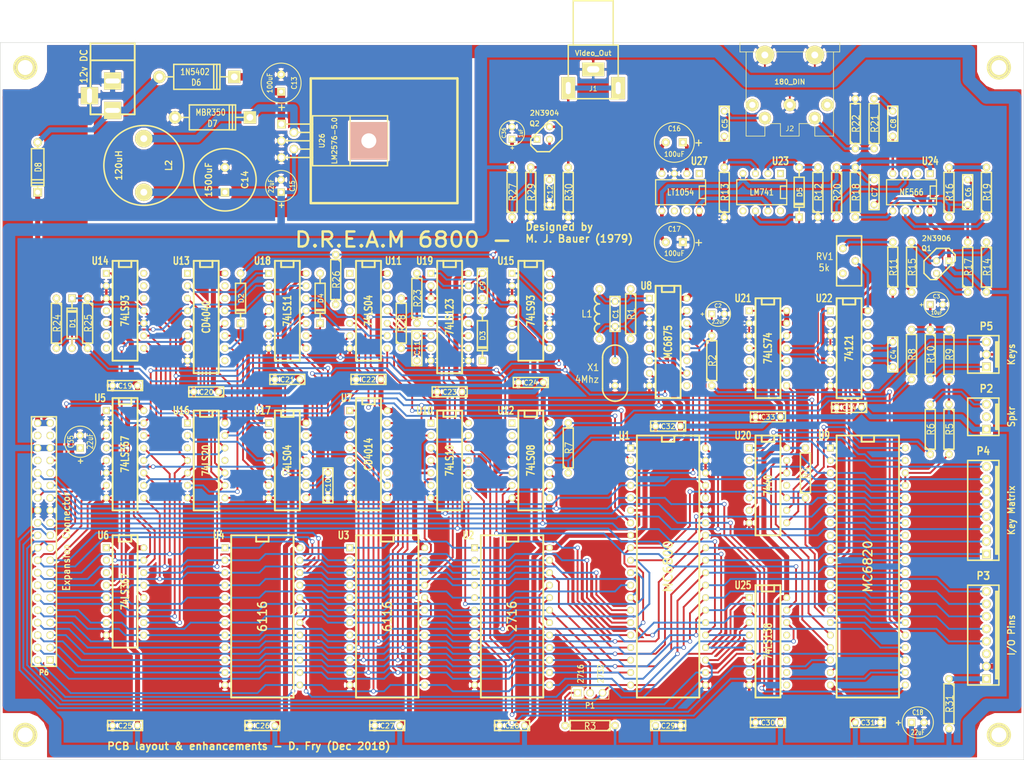
<source format=kicad_pcb>
(kicad_pcb (version 3) (host pcbnew "(2013-07-07 BZR 4022)-stable")
  (layers (15 F.Cu signal) (0 B.Cu signal) (18 B.Paste user) (19 F.Paste user) (20 B.SilkS user) (21 F.SilkS user) (22 B.Mask user) (23 F.Mask user) (28 Edge.Cuts user))
  (net 0 "")
  (net 1 +12v)
  (net 2 +5v)
  (net 3 -5V)
  (net 4 /Keyboard/PB1)
  (net 5 /Keyboard/PB2)
  (net 6 /Keyboard/PB3)
  (net 7 /Keyboard/PB4)
  (net 8 /Keyboard/PB5)
  (net 9 /Memory/RAMCS0*)
  (net 10 /Memory/RAMCS1*)
  (net 11 /Memory/RAMWR*)
  (net 12 /Memory/ROMCS*)
  (net 13 /Video/H1)
  (net 14 /Video/H16)
  (net 15 /Video/H32)
  (net 16 /Video/H4)
  (net 17 /Video/H64)
  (net 18 /Video/H8)
  (net 19 /Video/V1)
  (net 20 /Video/V16)
  (net 21 /Video/V2)
  (net 22 /Video/V32)
  (net 23 /Video/V4)
  (net 24 /Video/V64)
  (net 25 /Video/V8)
  (net 26 /Video/VERT-EN)
  (net 27 /Video/VSYNC*)
  (net 28 02)
  (net 29 2FO)
  (net 30 A0)
  (net 31 A1)
  (net 32 A10)
  (net 33 A11)
  (net 34 A12)
  (net 35 A13)
  (net 36 A14)
  (net 37 A15)
  (net 38 A2)
  (net 39 A3)
  (net 40 A4)
  (net 41 A5)
  (net 42 A6)
  (net 43 A7)
  (net 44 A8)
  (net 45 A9)
  (net 46 BA)
  (net 47 BA*)
  (net 48 CASS.IN)
  (net 49 CASS.OUT)
  (net 50 D0)
  (net 51 D1)
  (net 52 D2)
  (net 53 D3)
  (net 54 D4)
  (net 55 D5)
  (net 56 D6)
  (net 57 D7)
  (net 58 DMA.ENAB)
  (net 59 EXT-RST)
  (net 60 GND)
  (net 61 HALT*)
  (net 62 IRQ*)
  (net 63 N-00000100)
  (net 64 N-00000101)
  (net 65 N-00000102)
  (net 66 N-00000103)
  (net 67 N-00000104)
  (net 68 N-00000105)
  (net 69 N-00000106)
  (net 70 N-00000107)
  (net 71 N-00000108)
  (net 72 N-00000113)
  (net 73 N-00000114)
  (net 74 N-00000115)
  (net 75 N-00000116)
  (net 76 N-00000117)
  (net 77 N-00000120)
  (net 78 N-00000122)
  (net 79 N-00000125)
  (net 80 N-00000127)
  (net 81 N-00000128)
  (net 82 N-00000129)
  (net 83 N-00000131)
  (net 84 N-00000132)
  (net 85 N-00000133)
  (net 86 N-00000134)
  (net 87 N-00000135)
  (net 88 N-00000136)
  (net 89 N-00000143)
  (net 90 N-00000147)
  (net 91 N-00000149)
  (net 92 N-00000150)
  (net 93 N-00000155)
  (net 94 N-00000158)
  (net 95 N-00000159)
  (net 96 N-00000160)
  (net 97 N-00000168)
  (net 98 N-00000170)
  (net 99 N-00000172)
  (net 100 N-00000174)
  (net 101 N-00000175)
  (net 102 N-00000176)
  (net 103 N-00000177)
  (net 104 N-00000180)
  (net 105 N-0000042)
  (net 106 N-0000043)
  (net 107 N-0000046)
  (net 108 N-0000050)
  (net 109 N-0000052)
  (net 110 N-0000058)
  (net 111 N-0000059)
  (net 112 N-0000061)
  (net 113 N-0000067)
  (net 114 N-0000068)
  (net 115 N-0000070)
  (net 116 N-0000071)
  (net 117 N-0000072)
  (net 118 N-0000074)
  (net 119 N-0000075)
  (net 120 N-0000076)
  (net 121 N-0000077)
  (net 122 N-0000078)
  (net 123 N-0000079)
  (net 124 N-0000080)
  (net 125 N-0000083)
  (net 126 N-0000089)
  (net 127 N-0000090)
  (net 128 N-0000091)
  (net 129 N-0000094)
  (net 130 N-0000095)
  (net 131 N-0000096)
  (net 132 R/W*)
  (net 133 RST*)
  (net 134 RTC)
  (net 135 VCO)
  (net 136 VMA)
  (net 137 VMA.A15)
  (module Choke_07 (layer F.Cu) (at 144.78 102.489 270)
    (fp_text reference L2 (at 0 -5.08 270) (layer F.SilkS) (effects (font (size 1.27 1.27) (thickness 0.254))))
    (fp_text value 120uH (at 0 5.08 270) (layer F.SilkS) (effects (font (size 1.27 1.27) (thickness 0.254))))
    (pad 1 thru_hole circle (at -5.461 0 270) (size 3.556 3.556) (drill 1.397) (layers *.Cu *.Mask F.SilkS) (net 100 N-00000174))
    (pad 2 thru_hole circle (at 5.461 0 270) (size 3.556 3.556) (drill 1.397) (layers *.Cu *.Mask F.SilkS) (net 2 +5v))
  )
  (module C1V5 (layer F.Cu) (at 219.71 95.885 90)
    (fp_text reference C36 (at 0 -1.651 90) (layer F.SilkS) (effects (font (size 0.762 0.762) (thickness 0.1524))))
    (fp_text value 1uF (at 0 1.778 90) (layer F.SilkS) (effects (font (size 0.762 0.635) (thickness 0.1524))))
    (fp_text user + (at -3.048 0 90) (layer F.SilkS) (effects (font (size 0.762 0.762) (thickness 0.2032))))
    (pad 1 thru_hole rect (at -1.27 0 90) (size 1.397 1.397) (drill 0.8128) (layers *.Cu *.Mask F.SilkS) (net 2 +5v))
    (pad 2 thru_hole circle (at 1.27 0 90) (size 1.397 1.397) (drill 0.8128) (layers *.Cu *.Mask F.SilkS) (net 60 GND))
  )
  (module C1V8 (layer F.Cu) (at 252.73 118.11 180)
    (fp_text reference C17 (at 0 2.667 180) (layer F.SilkS) (effects (font (size 1.016 0.889) (thickness 0.1778))))
    (fp_text value 100uF (at 0 -2.286 180) (layer F.SilkS) (effects (font (size 1.016 0.889) (thickness 0.1778))))
    (fp_text user + (at -4.953 0 180) (layer F.SilkS) (effects (font (size 1.524 1.524) (thickness 0.254))))
    (pad 1 thru_hole rect (at -1.75 0 180) (size 1.651 1.651) (drill 0.8128) (layers *.Cu *.Mask F.SilkS) (net 60 GND))
    (pad 2 thru_hole circle (at 1.75 0 180) (size 1.651 1.651) (drill 0.8128) (layers *.Cu *.Mask F.SilkS) (net 3 -5V))
  )
  (module C1V8 (layer F.Cu) (at 252.73 97.79 180)
    (fp_text reference C16 (at 0 2.794 180) (layer F.SilkS) (effects (font (size 1.016 0.889) (thickness 0.1778))))
    (fp_text value 100uF (at 0 -2.413 180) (layer F.SilkS) (effects (font (size 1.016 0.889) (thickness 0.1778))))
    (fp_text user + (at -4.953 0 180) (layer F.SilkS) (effects (font (size 1.524 1.524) (thickness 0.254))))
    (pad 1 thru_hole rect (at -1.75 0 180) (size 1.651 1.651) (drill 0.8128) (layers *.Cu *.Mask F.SilkS) (net 103 N-00000177))
    (pad 2 thru_hole circle (at 1.75 0 180) (size 1.651 1.651) (drill 0.8128) (layers *.Cu *.Mask F.SilkS) (net 104 N-00000180))
  )
  (module C1V8 (layer F.Cu) (at 172.72 85.725 90)
    (fp_text reference C13 (at 0 2.667 90) (layer F.SilkS) (effects (font (size 1.016 0.889) (thickness 0.1778))))
    (fp_text value 100uF (at 0 -2.286 90) (layer F.SilkS) (effects (font (size 1.016 0.889) (thickness 0.1778))))
    (fp_text user + (at -4.953 0 90) (layer F.SilkS) (effects (font (size 1.524 1.524) (thickness 0.254))))
    (pad 1 thru_hole rect (at -1.75 0 90) (size 1.651 1.651) (drill 0.8128) (layers *.Cu *.Mask F.SilkS) (net 102 N-00000176))
    (pad 2 thru_hole circle (at 1.75 0 90) (size 1.651 1.651) (drill 0.8128) (layers *.Cu *.Mask F.SilkS) (net 60 GND))
  )
  (module C1V7 (layer F.Cu) (at 172.72 106.68 90)
    (fp_text reference C15 (at 0 2.286 90) (layer F.SilkS) (effects (font (size 1.016 0.762) (thickness 0.1778))))
    (fp_text value 22uF (at 0 -2.032 90) (layer F.SilkS) (effects (font (size 1.016 0.762) (thickness 0.1778))))
    (fp_text user + (at -3.937 0 90) (layer F.SilkS) (effects (font (size 1.143 1.143) (thickness 0.254))))
    (pad 1 thru_hole rect (at -1.27 0 90) (size 1.524 1.524) (drill 0.8128) (layers *.Cu *.Mask F.SilkS) (net 2 +5v))
    (pad 2 thru_hole circle (at 1.27 0 90) (size 1.524 1.524) (drill 0.8128) (layers *.Cu *.Mask F.SilkS) (net 60 GND))
  )
  (module C1V7 (layer F.Cu) (at 131.826 158.75 90)
    (fp_text reference C35 (at 0 -1.905 90) (layer F.SilkS) (effects (font (size 1.143 0.889) (thickness 0.1778))))
    (fp_text value 22uF (at 0.127 2.032 90) (layer F.SilkS) (effects (font (size 1.143 0.889) (thickness 0.1778))))
    (fp_text user + (at -3.937 0 90) (layer F.SilkS) (effects (font (size 1.143 1.143) (thickness 0.254))))
    (pad 1 thru_hole rect (at -1.27 0 90) (size 1.524 1.524) (drill 0.8128) (layers *.Cu *.Mask F.SilkS) (net 2 +5v))
    (pad 2 thru_hole circle (at 1.27 0 90) (size 1.524 1.524) (drill 0.8128) (layers *.Cu *.Mask F.SilkS) (net 60 GND))
  )
  (module C1V7 (layer F.Cu) (at 302.26 215.9)
    (fp_text reference C18 (at 0 -2.032) (layer F.SilkS) (effects (font (size 1.016 0.762) (thickness 0.1778))))
    (fp_text value 22uF (at 0 2.032) (layer F.SilkS) (effects (font (size 1.016 0.762) (thickness 0.1778))))
    (fp_text user + (at -3.937 0) (layer F.SilkS) (effects (font (size 1.143 1.143) (thickness 0.254))))
    (pad 1 thru_hole rect (at -1.27 0) (size 1.524 1.524) (drill 0.8128) (layers *.Cu *.Mask F.SilkS) (net 2 +5v))
    (pad 2 thru_hole circle (at 1.27 0) (size 1.524 1.524) (drill 0.8128) (layers *.Cu *.Mask F.SilkS) (net 60 GND))
  )
  (module C1V5 (layer F.Cu) (at 306.07 130.81)
    (fp_text reference C3 (at 0 -1.651) (layer F.SilkS) (effects (font (size 0.762 0.762) (thickness 0.1524))))
    (fp_text value 10uF (at 0.0635 1.651) (layer F.SilkS) (effects (font (size 0.762 0.635) (thickness 0.1524))))
    (fp_text user + (at -3.048 0) (layer F.SilkS) (effects (font (size 0.762 0.762) (thickness 0.2032))))
    (pad 1 thru_hole rect (at -1.27 0) (size 1.397 1.397) (drill 0.8128) (layers *.Cu *.Mask F.SilkS) (net 130 N-0000095))
    (pad 2 thru_hole circle (at 1.27 0) (size 1.397 1.397) (drill 0.8128) (layers *.Cu *.Mask F.SilkS) (net 60 GND))
  )
  (module C1V5 (layer F.Cu) (at 261.62 132.715)
    (fp_text reference C2 (at 0 -1.651) (layer F.SilkS) (effects (font (size 0.762 0.762) (thickness 0.1524))))
    (fp_text value 2.2uF (at 0.0635 1.5875) (layer F.SilkS) (effects (font (size 0.762 0.635) (thickness 0.1524))))
    (fp_text user + (at -3.175 0) (layer F.SilkS) (effects (font (size 0.762 0.762) (thickness 0.2032))))
    (pad 1 thru_hole rect (at -1.27 0) (size 1.397 1.397) (drill 0.8128) (layers *.Cu *.Mask F.SilkS) (net 109 N-0000052))
    (pad 2 thru_hole circle (at 1.27 0) (size 1.397 1.397) (drill 0.8128) (layers *.Cu *.Mask F.SilkS) (net 60 GND))
  )
  (module VinKK8 (layer F.Cu) (at 316.23 198.12 90)
    (fp_text reference P3 (at 12.065 -0.635 180) (layer F.SilkS) (effects (font (size 1.524 1.397) (thickness 0.3048))))
    (fp_text value "I/O Pins" hide)
    (pad 1 thru_hole rect (at -8.89 0 90) (size 1.778 1.778) (drill 1.016) (layers *.Cu *.Mask F.SilkS) (net 124 N-0000080))
    (pad 2 thru_hole circle (at -6.35 0 90) (size 1.778 1.778) (drill 1.016) (layers *.Cu *.Mask F.SilkS) (net 60 GND))
    (pad 3 thru_hole circle (at -3.81 0 90) (size 1.778 1.778) (drill 1.016) (layers *.Cu *.Mask F.SilkS))
    (pad 4 thru_hole circle (at -1.27 0 90) (size 1.778 1.778) (drill 1.016) (layers *.Cu *.Mask F.SilkS) (net 8 /Keyboard/PB5))
    (pad 5 thru_hole circle (at 1.27 0 90) (size 1.778 1.778) (drill 1.016) (layers *.Cu *.Mask F.SilkS) (net 7 /Keyboard/PB4))
    (pad 6 thru_hole circle (at 3.81 0 90) (size 1.778 1.778) (drill 1.016) (layers *.Cu *.Mask F.SilkS) (net 6 /Keyboard/PB3))
    (pad 7 thru_hole circle (at 6.35 0 90) (size 1.778 1.778) (drill 1.016) (layers *.Cu *.Mask F.SilkS) (net 5 /Keyboard/PB2))
    (pad 8 thru_hole circle (at 8.89 0 90) (size 1.778 1.778) (drill 1.016) (layers *.Cu *.Mask F.SilkS) (net 4 /Keyboard/PB1))
  )
  (module VinKK8 (layer F.Cu) (at 316.23 172.72 90)
    (fp_text reference P4 (at 12.065 -0.635 180) (layer F.SilkS) (effects (font (size 1.524 1.397) (thickness 0.3048))))
    (fp_text value "Key Matrix" hide)
    (pad 1 thru_hole rect (at -8.89 0 90) (size 1.778 1.778) (drill 1.016) (layers *.Cu *.Mask F.SilkS) (net 123 N-0000079))
    (pad 2 thru_hole circle (at -6.35 0 90) (size 1.778 1.778) (drill 1.016) (layers *.Cu *.Mask F.SilkS) (net 117 N-0000072))
    (pad 3 thru_hole circle (at -3.81 0 90) (size 1.778 1.778) (drill 1.016) (layers *.Cu *.Mask F.SilkS) (net 120 N-0000076))
    (pad 4 thru_hole circle (at -1.27 0 90) (size 1.778 1.778) (drill 1.016) (layers *.Cu *.Mask F.SilkS) (net 116 N-0000071))
    (pad 5 thru_hole circle (at 1.27 0 90) (size 1.778 1.778) (drill 1.016) (layers *.Cu *.Mask F.SilkS) (net 126 N-0000089))
    (pad 6 thru_hole circle (at 3.81 0 90) (size 1.778 1.778) (drill 1.016) (layers *.Cu *.Mask F.SilkS) (net 121 N-0000077))
    (pad 7 thru_hole circle (at 6.35 0 90) (size 1.778 1.778) (drill 1.016) (layers *.Cu *.Mask F.SilkS) (net 127 N-0000090))
    (pad 8 thru_hole circle (at 8.89 0 90) (size 1.778 1.778) (drill 1.016) (layers *.Cu *.Mask F.SilkS) (net 122 N-0000078))
  )
  (module TO92 (layer F.Cu) (at 307.34 123.19)
    (fp_text reference Q1 (at -3.302 -3.81) (layer F.SilkS) (effects (font (size 1.016 1.016) (thickness 0.2032))))
    (fp_text value 2N3906 (at -1.27 -5.842) (layer F.SilkS) (effects (font (size 1.016 1.016) (thickness 0.2032))))
    (pad 1 thru_hole rect (at 1.27 -1.27) (size 1.397 1.397) (drill 0.8128) (layers *.Cu *.Mask F.SilkS) (net 2 +5v))
    (pad 2 thru_hole circle (at -1.27 -1.27) (size 1.397 1.397) (drill 0.8128) (layers *.Cu *.Mask F.SilkS) (net 70 N-00000107))
    (pad 3 thru_hole circle (at -1.27 1.27) (size 1.397 1.397) (drill 0.8128) (layers *.Cu *.Mask F.SilkS) (net 65 N-00000102))
  )
  (module TO92 (layer F.Cu) (at 226.06 95.885 180)
    (fp_text reference Q2 (at 1.778 1.905 180) (layer F.SilkS) (effects (font (size 1.016 1.016) (thickness 0.2032))))
    (fp_text value 2N3904 (at -0.254 4.064 180) (layer F.SilkS) (effects (font (size 1.016 1.016) (thickness 0.2032))))
    (pad 1 thru_hole rect (at 1.27 -1.27 180) (size 1.397 1.397) (drill 0.8128) (layers *.Cu *.Mask F.SilkS) (net 2 +5v))
    (pad 2 thru_hole circle (at -1.27 -1.27 180) (size 1.397 1.397) (drill 0.8128) (layers *.Cu *.Mask F.SilkS) (net 82 N-00000129))
    (pad 3 thru_hole circle (at -1.27 1.27 180) (size 1.397 1.397) (drill 0.8128) (layers *.Cu *.Mask F.SilkS) (net 89 N-00000143))
  )
  (module R4 (layer F.Cu) (at 231.14 160.02 90)
    (fp_text reference R7 (at 0 0.127 90) (layer F.SilkS) (effects (font (size 1.397 1.27) (thickness 0.2032))))
    (fp_text value 4k7 hide)
    (pad 1 thru_hole circle (at -5.08 0 90) (size 1.524 1.524) (drill 0.8128) (layers *.Cu *.Mask F.SilkS) (net 119 N-0000075))
    (pad 2 thru_hole circle (at 5.08 0 90) (size 1.524 1.524) (drill 0.8128) (layers *.Cu *.Mask F.SilkS) (net 129 N-0000094))
  )
  (module R4 (layer F.Cu) (at 262.89 107.95 90)
    (fp_text reference R13 (at 0 0.127 90) (layer F.SilkS) (effects (font (size 1.397 1.27) (thickness 0.2032))))
    (fp_text value 22k hide)
    (pad 1 thru_hole circle (at -5.08 0 90) (size 1.524 1.524) (drill 0.8128) (layers *.Cu *.Mask F.SilkS) (net 60 GND))
    (pad 2 thru_hole circle (at 5.08 0 90) (size 1.524 1.524) (drill 0.8128) (layers *.Cu *.Mask F.SilkS) (net 73 N-00000114))
  )
  (module R4 (layer F.Cu) (at 297.18 123.19 90)
    (fp_text reference R11 (at 0 0.127 90) (layer F.SilkS) (effects (font (size 1.397 1.27) (thickness 0.2032))))
    (fp_text value 10k hide)
    (pad 1 thru_hole circle (at -5.08 0 90) (size 1.524 1.524) (drill 0.8128) (layers *.Cu *.Mask F.SilkS) (net 75 N-00000116))
    (pad 2 thru_hole circle (at 5.08 0 90) (size 1.524 1.524) (drill 0.8128) (layers *.Cu *.Mask F.SilkS) (net 63 N-00000100))
  )
  (module R4 (layer F.Cu) (at 127 134.62 270)
    (fp_text reference R24 (at 0 -0.127 270) (layer F.SilkS) (effects (font (size 1.397 1.27) (thickness 0.2032))))
    (fp_text value 120 hide)
    (pad 1 thru_hole circle (at -5.08 0 270) (size 1.524 1.524) (drill 0.8128) (layers *.Cu *.Mask F.SilkS) (net 85 N-00000133))
    (pad 2 thru_hole circle (at 5.08 0 270) (size 1.524 1.524) (drill 0.8128) (layers *.Cu *.Mask F.SilkS) (net 98 N-00000170))
  )
  (module R4 (layer F.Cu) (at 243.84 132.715 270)
    (fp_text reference R1 (at 0 -0.127 270) (layer F.SilkS) (effects (font (size 1.397 1.27) (thickness 0.2032))))
    (fp_text value 1k hide)
    (pad 1 thru_hole circle (at -5.08 0 270) (size 1.524 1.524) (drill 0.8128) (layers *.Cu *.Mask F.SilkS) (net 106 N-0000043))
    (pad 2 thru_hole circle (at 5.08 0 270) (size 1.524 1.524) (drill 0.8128) (layers *.Cu *.Mask F.SilkS) (net 105 N-0000042))
  )
  (module R4 (layer F.Cu) (at 133.35 134.62 270)
    (fp_text reference R25 (at 0 -0.127 270) (layer F.SilkS) (effects (font (size 1.397 1.27) (thickness 0.2032))))
    (fp_text value 220 hide)
    (pad 1 thru_hole circle (at -5.08 0 270) (size 1.524 1.524) (drill 0.8128) (layers *.Cu *.Mask F.SilkS) (net 17 /Video/H64))
    (pad 2 thru_hole circle (at 5.08 0 270) (size 1.524 1.524) (drill 0.8128) (layers *.Cu *.Mask F.SilkS) (net 98 N-00000170))
  )
  (module R4 (layer F.Cu) (at 260.35 142.24 90)
    (fp_text reference R2 (at 0 0.127 90) (layer F.SilkS) (effects (font (size 1.397 1.27) (thickness 0.2032))))
    (fp_text value 100R hide)
    (pad 1 thru_hole circle (at -5.08 0 90) (size 1.524 1.524) (drill 0.8128) (layers *.Cu *.Mask F.SilkS) (net 59 EXT-RST))
    (pad 2 thru_hole circle (at 5.08 0 90) (size 1.524 1.524) (drill 0.8128) (layers *.Cu *.Mask F.SilkS) (net 109 N-0000052))
  )
  (module R4 (layer F.Cu) (at 308.61 212.09 270)
    (fp_text reference R31 (at 0 -0.127 270) (layer F.SilkS) (effects (font (size 1.397 1.27) (thickness 0.2032))))
    (fp_text value 10 hide)
    (pad 1 thru_hole circle (at -5.08 0 270) (size 1.524 1.524) (drill 0.8128) (layers *.Cu *.Mask F.SilkS) (net 124 N-0000080))
    (pad 2 thru_hole circle (at 5.08 0 270) (size 1.524 1.524) (drill 0.8128) (layers *.Cu *.Mask F.SilkS) (net 2 +5v))
  )
  (module R4 (layer F.Cu) (at 281.94 107.95 90)
    (fp_text reference R12 (at 0 0.127 90) (layer F.SilkS) (effects (font (size 1.397 1.27) (thickness 0.2032))))
    (fp_text value 22k hide)
    (pad 1 thru_hole circle (at -5.08 0 90) (size 1.524 1.524) (drill 0.8128) (layers *.Cu *.Mask F.SilkS) (net 60 GND))
    (pad 2 thru_hole circle (at 5.08 0 90) (size 1.524 1.524) (drill 0.8128) (layers *.Cu *.Mask F.SilkS) (net 78 N-00000122))
  )
  (module R4 (layer F.Cu) (at 308.61 140.97 270)
    (fp_text reference R9 (at 0 -0.127 270) (layer F.SilkS) (effects (font (size 1.397 1.27) (thickness 0.2032))))
    (fp_text value 2k2 hide)
    (pad 1 thru_hole circle (at -5.08 0 270) (size 1.524 1.524) (drill 0.8128) (layers *.Cu *.Mask F.SilkS) (net 130 N-0000095))
    (pad 2 thru_hole circle (at 5.08 0 270) (size 1.524 1.524) (drill 0.8128) (layers *.Cu *.Mask F.SilkS) (net 2 +5v))
  )
  (module R4 (layer F.Cu) (at 235.585 216.535 180)
    (fp_text reference R3 (at 0 -0.127 180) (layer F.SilkS) (effects (font (size 1.397 1.27) (thickness 0.2032))))
    (fp_text value 4k7 hide)
    (pad 1 thru_hole circle (at -5.08 0 180) (size 1.524 1.524) (drill 0.8128) (layers *.Cu *.Mask F.SilkS) (net 2 +5v))
    (pad 2 thru_hole circle (at 5.08 0 180) (size 1.524 1.524) (drill 0.8128) (layers *.Cu *.Mask F.SilkS) (net 114 N-0000068))
  )
  (module R4 (layer F.Cu) (at 304.8 140.97 270)
    (fp_text reference R10 (at 0 -0.127 270) (layer F.SilkS) (effects (font (size 1.397 1.27) (thickness 0.2032))))
    (fp_text value 220 hide)
    (pad 1 thru_hole circle (at -5.08 0 270) (size 1.524 1.524) (drill 0.8128) (layers *.Cu *.Mask F.SilkS) (net 130 N-0000095))
    (pad 2 thru_hole circle (at 5.08 0 270) (size 1.524 1.524) (drill 0.8128) (layers *.Cu *.Mask F.SilkS) (net 115 N-0000070))
  )
  (module R4 (layer F.Cu) (at 308.61 156.21 270)
    (fp_text reference R5 (at 0 -0.127 270) (layer F.SilkS) (effects (font (size 1.397 1.27) (thickness 0.2032))))
    (fp_text value 2k2 hide)
    (pad 1 thru_hole circle (at -5.08 0 270) (size 1.524 1.524) (drill 0.8128) (layers *.Cu *.Mask F.SilkS) (net 2 +5v))
    (pad 2 thru_hole circle (at 5.08 0 270) (size 1.524 1.524) (drill 0.8128) (layers *.Cu *.Mask F.SilkS) (net 62 IRQ*))
  )
  (module R4 (layer F.Cu) (at 279.4 165.1 90)
    (fp_text reference R4 (at 0 0.127 90) (layer F.SilkS) (effects (font (size 1.397 1.27) (thickness 0.2032))))
    (fp_text value 2k2 hide)
    (pad 1 thru_hole circle (at -5.08 0 90) (size 1.524 1.524) (drill 0.8128) (layers *.Cu *.Mask F.SilkS) (net 58 DMA.ENAB))
    (pad 2 thru_hole circle (at 5.08 0 90) (size 1.524 1.524) (drill 0.8128) (layers *.Cu *.Mask F.SilkS) (net 2 +5v))
  )
  (module R4 (layer F.Cu) (at 304.8 156.21 90)
    (fp_text reference R6 (at 0 0.127 90) (layer F.SilkS) (effects (font (size 1.397 1.27) (thickness 0.2032))))
    (fp_text value 47 hide)
    (pad 1 thru_hole circle (at -5.08 0 90) (size 1.524 1.524) (drill 0.8128) (layers *.Cu *.Mask F.SilkS) (net 128 N-0000091))
    (pad 2 thru_hole circle (at 5.08 0 90) (size 1.524 1.524) (drill 0.8128) (layers *.Cu *.Mask F.SilkS) (net 125 N-0000083))
  )
  (module R4 (layer F.Cu) (at 200.3425 129.54 90)
    (fp_text reference R23 (at 0 0.127 90) (layer F.SilkS) (effects (font (size 1.397 1.27) (thickness 0.2032))))
    (fp_text value 10k hide)
    (pad 1 thru_hole circle (at -5.08 0 90) (size 1.524 1.524) (drill 0.8128) (layers *.Cu *.Mask F.SilkS) (net 2 +5v))
    (pad 2 thru_hole circle (at 5.08 0 90) (size 1.524 1.524) (drill 0.8128) (layers *.Cu *.Mask F.SilkS) (net 92 N-00000150))
  )
  (module R4 (layer F.Cu) (at 300.99 140.97 90)
    (fp_text reference R8 (at 0 0.127 90) (layer F.SilkS) (effects (font (size 1.397 1.27) (thickness 0.2032))))
    (fp_text value 470 hide)
    (pad 1 thru_hole circle (at -5.08 0 90) (size 1.524 1.524) (drill 0.8128) (layers *.Cu *.Mask F.SilkS) (net 129 N-0000094))
    (pad 2 thru_hole circle (at 5.08 0 90) (size 1.524 1.524) (drill 0.8128) (layers *.Cu *.Mask F.SilkS) (net 130 N-0000095))
  )
  (module R4 (layer F.Cu) (at 300.99 123.19 90)
    (fp_text reference R15 (at 0 0.127 90) (layer F.SilkS) (effects (font (size 1.397 1.27) (thickness 0.2032))))
    (fp_text value 1k5 hide)
    (pad 1 thru_hole circle (at -5.08 0 90) (size 1.524 1.524) (drill 0.8128) (layers *.Cu *.Mask F.SilkS) (net 49 CASS.OUT))
    (pad 2 thru_hole circle (at 5.08 0 90) (size 1.524 1.524) (drill 0.8128) (layers *.Cu *.Mask F.SilkS) (net 70 N-00000107))
  )
  (module R4 (layer F.Cu) (at 312.42 123.19 90)
    (fp_text reference R17 (at 0 0.127 90) (layer F.SilkS) (effects (font (size 1.397 1.27) (thickness 0.2032))))
    (fp_text value 1k5 hide)
    (pad 1 thru_hole circle (at -5.08 0 90) (size 1.524 1.524) (drill 0.8128) (layers *.Cu *.Mask F.SilkS) (net 65 N-00000102))
    (pad 2 thru_hole circle (at 5.08 0 90) (size 1.524 1.524) (drill 0.8128) (layers *.Cu *.Mask F.SilkS) (net 69 N-00000106))
  )
  (module R4 (layer F.Cu) (at 289.56 93.98 90)
    (fp_text reference R22 (at 0 0.127 90) (layer F.SilkS) (effects (font (size 1.397 1.27) (thickness 0.2032))))
    (fp_text value 2k2 hide)
    (pad 1 thru_hole circle (at -5.08 0 90) (size 1.524 1.524) (drill 0.8128) (layers *.Cu *.Mask F.SilkS) (net 64 N-00000101))
    (pad 2 thru_hole circle (at 5.08 0 90) (size 1.524 1.524) (drill 0.8128) (layers *.Cu *.Mask F.SilkS) (net 60 GND))
  )
  (module R4 (layer F.Cu) (at 293.37 93.98 90)
    (fp_text reference R21 (at 0 0.127 90) (layer F.SilkS) (effects (font (size 1.397 1.27) (thickness 0.2032))))
    (fp_text value 6k8 hide)
    (pad 1 thru_hole circle (at -5.08 0 90) (size 1.524 1.524) (drill 0.8128) (layers *.Cu *.Mask F.SilkS) (net 64 N-00000101))
    (pad 2 thru_hole circle (at 5.08 0 90) (size 1.524 1.524) (drill 0.8128) (layers *.Cu *.Mask F.SilkS) (net 71 N-00000108))
  )
  (module R4 (layer F.Cu) (at 285.75 107.95 270)
    (fp_text reference R20 (at 0 -0.127 270) (layer F.SilkS) (effects (font (size 1.397 1.27) (thickness 0.2032))))
    (fp_text value 4k7 hide)
    (pad 1 thru_hole circle (at -5.08 0 270) (size 1.524 1.524) (drill 0.8128) (layers *.Cu *.Mask F.SilkS) (net 3 -5V))
    (pad 2 thru_hole circle (at 5.08 0 270) (size 1.524 1.524) (drill 0.8128) (layers *.Cu *.Mask F.SilkS) (net 135 VCO))
  )
  (module R4 (layer F.Cu) (at 289.56 107.95 270)
    (fp_text reference R18 (at 0 -0.127 270) (layer F.SilkS) (effects (font (size 1.397 1.27) (thickness 0.2032))))
    (fp_text value 10k hide)
    (pad 1 thru_hole circle (at -5.08 0 270) (size 1.524 1.524) (drill 0.8128) (layers *.Cu *.Mask F.SilkS) (net 3 -5V))
    (pad 2 thru_hole circle (at 5.08 0 270) (size 1.524 1.524) (drill 0.8128) (layers *.Cu *.Mask F.SilkS) (net 69 N-00000106))
  )
  (module R4 (layer F.Cu) (at 231.14 107.95 90)
    (fp_text reference R30 (at 0 0.127 90) (layer F.SilkS) (effects (font (size 1.397 1.27) (thickness 0.2032))))
    (fp_text value 75 hide)
    (pad 1 thru_hole circle (at -5.08 0 90) (size 1.524 1.524) (drill 0.8128) (layers *.Cu *.Mask F.SilkS) (net 60 GND))
    (pad 2 thru_hole circle (at 5.08 0 90) (size 1.524 1.524) (drill 0.8128) (layers *.Cu *.Mask F.SilkS) (net 89 N-00000143))
  )
  (module R4 (layer F.Cu) (at 219.71 107.95 90)
    (fp_text reference R27 (at 0 0.127 90) (layer F.SilkS) (effects (font (size 1.397 1.27) (thickness 0.2032))))
    (fp_text value 2k2 hide)
    (pad 1 thru_hole circle (at -5.08 0 90) (size 1.524 1.524) (drill 0.8128) (layers *.Cu *.Mask F.SilkS) (net 82 N-00000129))
    (pad 2 thru_hole circle (at 5.08 0 90) (size 1.524 1.524) (drill 0.8128) (layers *.Cu *.Mask F.SilkS) (net 2 +5v))
  )
  (module R4 (layer F.Cu) (at 223.52 107.95 90)
    (fp_text reference R29 (at 0 0.127 90) (layer F.SilkS) (effects (font (size 1.397 1.27) (thickness 0.2032))))
    (fp_text value 2k2 hide)
    (pad 1 thru_hole circle (at -5.08 0 90) (size 1.524 1.524) (drill 0.8128) (layers *.Cu *.Mask F.SilkS) (net 60 GND))
    (pad 2 thru_hole circle (at 5.08 0 90) (size 1.524 1.524) (drill 0.8128) (layers *.Cu *.Mask F.SilkS) (net 82 N-00000129))
  )
  (module R4 (layer F.Cu) (at 316.23 107.95 90)
    (fp_text reference R19 (at 0 0.127 90) (layer F.SilkS) (effects (font (size 1.397 1.27) (thickness 0.2032))))
    (fp_text value 5k6 hide)
    (pad 1 thru_hole circle (at -5.08 0 90) (size 1.524 1.524) (drill 0.8128) (layers *.Cu *.Mask F.SilkS) (net 68 N-00000105))
    (pad 2 thru_hole circle (at 5.08 0 90) (size 1.524 1.524) (drill 0.8128) (layers *.Cu *.Mask F.SilkS) (net 2 +5v))
  )
  (module R4 (layer F.Cu) (at 197.1675 134.62 90)
    (fp_text reference R28 (at 0 0.127 90) (layer F.SilkS) (effects (font (size 1.397 1.27) (thickness 0.2032))))
    (fp_text value 10k hide)
    (pad 1 thru_hole circle (at -5.08 0 90) (size 1.524 1.524) (drill 0.8128) (layers *.Cu *.Mask F.SilkS) (net 88 N-00000136))
    (pad 2 thru_hole circle (at 5.08 0 90) (size 1.524 1.524) (drill 0.8128) (layers *.Cu *.Mask F.SilkS) (net 2 +5v))
  )
  (module R4 (layer F.Cu) (at 308.61 107.95 90)
    (fp_text reference R16 (at 0 0.127 90) (layer F.SilkS) (effects (font (size 1.397 1.27) (thickness 0.2032))))
    (fp_text value 1k5 hide)
    (pad 1 thru_hole circle (at -5.08 0 90) (size 1.524 1.524) (drill 0.8128) (layers *.Cu *.Mask F.SilkS) (net 69 N-00000106))
    (pad 2 thru_hole circle (at 5.08 0 90) (size 1.524 1.524) (drill 0.8128) (layers *.Cu *.Mask F.SilkS) (net 2 +5v))
  )
  (module R4 (layer F.Cu) (at 316.23 123.19 270)
    (fp_text reference R14 (at 0 -0.127 270) (layer F.SilkS) (effects (font (size 1.397 1.27) (thickness 0.2032))))
    (fp_text value 10k hide)
    (pad 1 thru_hole circle (at -5.08 0 270) (size 1.524 1.524) (drill 0.8128) (layers *.Cu *.Mask F.SilkS) (net 70 N-00000107))
    (pad 2 thru_hole circle (at 5.08 0 270) (size 1.524 1.524) (drill 0.8128) (layers *.Cu *.Mask F.SilkS) (net 2 +5v))
  )
  (module R4 (layer F.Cu) (at 183.8325 125.73 270)
    (fp_text reference R26 (at 0 -0.127 270) (layer F.SilkS) (effects (font (size 1.397 1.27) (thickness 0.2032))))
    (fp_text value 470 hide)
    (pad 1 thru_hole circle (at -5.08 0 270) (size 1.524 1.524) (drill 0.8128) (layers *.Cu *.Mask F.SilkS) (net 82 N-00000129))
    (pad 2 thru_hole circle (at 5.08 0 270) (size 1.524 1.524) (drill 0.8128) (layers *.Cu *.Mask F.SilkS) (net 94 N-00000158))
  )
  (module PIN_ARRAY_20X2 (layer F.Cu) (at 124.46 179.07 90)
    (fp_text reference P6 (at -26.67 0 180) (layer F.SilkS) (effects (font (size 1.016 1.016) (thickness 0.27432))))
    (fp_text value "Expansion Connector" (at 0 4.572 90) (layer F.SilkS) (effects (font (size 1.397 1.27) (thickness 0.254))))
    (pad 1 thru_hole rect (at -24.13 1.27 90) (size 1.524 1.524) (drill 1.016) (layers *.Cu *.Mask F.SilkS) (net 54 D4))
    (pad 2 thru_hole circle (at -24.13 -1.27 90) (size 1.524 1.524) (drill 1.016) (layers *.Cu *.Mask F.SilkS) (net 53 D3))
    (pad 11 thru_hole circle (at -11.43 1.27 90) (size 1.524 1.524) (drill 1.016) (layers *.Cu *.Mask F.SilkS) (net 39 A3))
    (pad 4 thru_hole circle (at -21.59 -1.27 90) (size 1.524 1.524) (drill 1.016) (layers *.Cu *.Mask F.SilkS) (net 52 D2))
    (pad 13 thru_hole circle (at -8.89 1.27 90) (size 1.524 1.524) (drill 1.016) (layers *.Cu *.Mask F.SilkS) (net 41 A5))
    (pad 6 thru_hole circle (at -19.05 -1.27 90) (size 1.524 1.524) (drill 1.016) (layers *.Cu *.Mask F.SilkS) (net 51 D1))
    (pad 15 thru_hole circle (at -6.35 1.27 90) (size 1.524 1.524) (drill 1.016) (layers *.Cu *.Mask F.SilkS) (net 43 A7))
    (pad 8 thru_hole circle (at -16.51 -1.27 90) (size 1.524 1.524) (drill 1.016) (layers *.Cu *.Mask F.SilkS) (net 50 D0))
    (pad 17 thru_hole circle (at -3.81 1.27 90) (size 1.524 1.524) (drill 1.016) (layers *.Cu *.Mask F.SilkS) (net 45 A9))
    (pad 10 thru_hole circle (at -13.97 -1.27 90) (size 1.524 1.524) (drill 1.016) (layers *.Cu *.Mask F.SilkS) (net 30 A0))
    (pad 19 thru_hole circle (at -1.27 1.27 90) (size 1.524 1.524) (drill 1.016) (layers *.Cu *.Mask F.SilkS) (net 33 A11))
    (pad 12 thru_hole circle (at -11.43 -1.27 90) (size 1.524 1.524) (drill 1.016) (layers *.Cu *.Mask F.SilkS) (net 38 A2))
    (pad 21 thru_hole circle (at 1.27 1.27 90) (size 1.524 1.524) (drill 1.016) (layers *.Cu *.Mask F.SilkS) (net 35 A13))
    (pad 14 thru_hole circle (at -8.89 -1.27 90) (size 1.524 1.524) (drill 1.016) (layers *.Cu *.Mask F.SilkS) (net 40 A4))
    (pad 23 thru_hole circle (at 3.81 1.27 90) (size 1.524 1.524) (drill 1.016) (layers *.Cu *.Mask F.SilkS) (net 37 A15))
    (pad 16 thru_hole circle (at -6.35 -1.27 90) (size 1.524 1.524) (drill 1.016) (layers *.Cu *.Mask F.SilkS) (net 42 A6))
    (pad 25 thru_hole circle (at 6.35 1.27 90) (size 1.524 1.524) (drill 1.016) (layers *.Cu *.Mask F.SilkS) (net 60 GND))
    (pad 18 thru_hole circle (at -3.81 -1.27 90) (size 1.524 1.524) (drill 1.016) (layers *.Cu *.Mask F.SilkS) (net 44 A8))
    (pad 27 thru_hole circle (at 8.89 1.27 90) (size 1.524 1.524) (drill 1.016) (layers *.Cu *.Mask F.SilkS) (net 133 RST*))
    (pad 20 thru_hole circle (at -1.27 -1.27 90) (size 1.524 1.524) (drill 1.016) (layers *.Cu *.Mask F.SilkS) (net 32 A10))
    (pad 29 thru_hole circle (at 11.43 1.27 90) (size 1.524 1.524) (drill 1.016) (layers *.Cu *.Mask F.SilkS) (net 136 VMA))
    (pad 22 thru_hole circle (at 1.27 -1.27 90) (size 1.524 1.524) (drill 1.016) (layers *.Cu *.Mask F.SilkS) (net 34 A12))
    (pad 31 thru_hole circle (at 13.97 1.27 90) (size 1.524 1.524) (drill 1.016) (layers *.Cu *.Mask F.SilkS))
    (pad 24 thru_hole circle (at 3.81 -1.27 90) (size 1.524 1.524) (drill 1.016) (layers *.Cu *.Mask F.SilkS) (net 36 A14))
    (pad 26 thru_hole circle (at 6.35 -1.27 90) (size 1.524 1.524) (drill 1.016) (layers *.Cu *.Mask F.SilkS) (net 60 GND))
    (pad 33 thru_hole circle (at 16.51 1.27 90) (size 1.524 1.524) (drill 1.016) (layers *.Cu *.Mask F.SilkS) (net 28 02))
    (pad 28 thru_hole circle (at 8.89 -1.27 90) (size 1.524 1.524) (drill 1.016) (layers *.Cu *.Mask F.SilkS) (net 47 BA*))
    (pad 32 thru_hole circle (at 13.97 -1.27 90) (size 1.524 1.524) (drill 1.016) (layers *.Cu *.Mask F.SilkS) (net 62 IRQ*))
    (pad 34 thru_hole circle (at 16.51 -1.27 90) (size 1.524 1.524) (drill 1.016) (layers *.Cu *.Mask F.SilkS))
    (pad 36 thru_hole circle (at 19.05 -1.27 90) (size 1.524 1.524) (drill 1.016) (layers *.Cu *.Mask F.SilkS) (net 2 +5v))
    (pad 38 thru_hole circle (at 21.59 -1.27 90) (size 1.524 1.524) (drill 1.016) (layers *.Cu *.Mask F.SilkS))
    (pad 35 thru_hole circle (at 19.05 1.27 90) (size 1.524 1.524) (drill 1.016) (layers *.Cu *.Mask F.SilkS) (net 2 +5v))
    (pad 37 thru_hole circle (at 21.59 1.27 90) (size 1.524 1.524) (drill 1.016) (layers *.Cu *.Mask F.SilkS))
    (pad 3 thru_hole circle (at -21.59 1.27 90) (size 1.524 1.524) (drill 1.016) (layers *.Cu *.Mask F.SilkS) (net 55 D5))
    (pad 5 thru_hole circle (at -19.05 1.27 90) (size 1.524 1.524) (drill 1.016) (layers *.Cu *.Mask F.SilkS) (net 56 D6))
    (pad 7 thru_hole circle (at -16.51 1.27 90) (size 1.524 1.524) (drill 1.016) (layers *.Cu *.Mask F.SilkS) (net 57 D7))
    (pad 9 thru_hole circle (at -13.97 1.27 90) (size 1.524 1.524) (drill 1.016) (layers *.Cu *.Mask F.SilkS) (net 31 A1))
    (pad 39 thru_hole circle (at 24.13 1.27 90) (size 1.524 1.524) (drill 1.016) (layers *.Cu *.Mask F.SilkS) (net 1 +12v))
    (pad 40 thru_hole circle (at 24.13 -1.27 90) (size 1.524 1.524) (drill 1.016) (layers *.Cu *.Mask F.SilkS) (net 1 +12v))
    (pad 30 thru_hole circle (at 11.43 -1.27 90) (size 1.524 1.524) (drill 1.016) (layers *.Cu *.Mask F.SilkS) (net 132 R/W*))
  )
  (module PhonoSkt (layer F.Cu) (at 236.22 77.978 270)
    (fp_text reference J1 (at 8.89 0 360) (layer F.SilkS))
    (fp_text value Video_Out (at 1.651 0 360) (layer F.SilkS) (effects (font (size 1.016 1.016) (thickness 0.2032))))
    (pad 3 thru_hole rect (at 4.953 0 270) (size 2.8 4.5) (drill oval 1.3 2.5) (layers *.Cu *.Mask F.SilkS) (net 60 GND) (clearance 0.508))
    (pad 2 thru_hole rect (at 8.763 -5.08 270) (size 4.5 2.8) (drill oval 2.5 1) (layers *.Cu *.Mask F.SilkS) (net 89 N-00000143) (clearance 0.508))
    (pad 1 thru_hole rect (at 8.763 5.08 270) (size 4.5 2.8) (drill oval 2.5 1) (layers *.Cu *.Mask F.SilkS) (net 89 N-00000143))
  )
  (module MBR350 (layer F.Cu) (at 158.75 92.71)
    (fp_text reference D7 (at 0 1.27) (layer F.SilkS) (effects (font (size 1.27 1.016) (thickness 0.2032))))
    (fp_text value MBR350 (at -0.381 -1.016) (layer F.SilkS) (effects (font (size 1.27 1.016) (thickness 0.2032))))
    (pad 1 thru_hole circle (at -7.62 0) (size 2.54 2.54) (drill 1.3716) (layers *.Cu *.Mask F.SilkS) (net 60 GND))
    (pad 2 thru_hole rect (at 7.62 0) (size 2.54 2.54) (drill 1.3716) (layers *.Cu *.Mask F.SilkS) (net 100 N-00000174))
  )
  (module HC-49V (layer F.Cu) (at 240.665 144.78 90)
    (fp_text reference X1 (at 1.143 -4.445 180) (layer F.SilkS) (effects (font (size 1.397 1.27) (thickness 0.2032))))
    (fp_text value 4Mhz (at -1.27 -5.715 180) (layer F.SilkS) (effects (font (size 1.397 1.27) (thickness 0.2032))))
    (pad 1 thru_hole circle (at -2.54 0 90) (size 1.4224 1.4224) (drill 0.762) (layers *.Cu *.Mask F.SilkS) (net 60 GND))
    (pad 2 thru_hole circle (at 2.54 0 90) (size 1.4224 1.4224) (drill 0.762) (layers *.Cu *.Mask F.SilkS) (net 105 N-0000042))
  )
  (module DO-41 (layer F.Cu) (at 164.465 129.54 270)
    (fp_text reference D2 (at 0 -0.127 270) (layer F.SilkS) (effects (font (size 1.016 1.016) (thickness 0.2032))))
    (fp_text value 1N4148 hide)
    (pad 2 thru_hole rect (at 5.08 0 270) (size 1.524 1.524) (drill 0.889) (layers *.Cu *.Mask F.SilkS) (net 79 N-00000125))
    (pad 1 thru_hole circle (at -5.08 0 270) (size 1.524 1.524) (drill 0.889) (layers *.Cu *.Mask F.SilkS) (net 82 N-00000129))
  )
  (module DO-41 (layer F.Cu) (at 213.6775 137.16 270)
    (fp_text reference D3 (at 0 -0.0635 270) (layer F.SilkS) (effects (font (size 1.016 1.016) (thickness 0.2032))))
    (fp_text value 1N4148 hide)
    (pad 2 thru_hole rect (at 5.08 0 270) (size 1.524 1.524) (drill 0.889) (layers *.Cu *.Mask F.SilkS) (net 27 /Video/VSYNC*))
    (pad 1 thru_hole circle (at -5.08 0 270) (size 1.524 1.524) (drill 0.889) (layers *.Cu *.Mask F.SilkS) (net 82 N-00000129))
  )
  (module DO-41 (layer F.Cu) (at 130.175 134.62 90)
    (fp_text reference D1 (at 0 0.127 90) (layer F.SilkS) (effects (font (size 1.016 1.016) (thickness 0.2032))))
    (fp_text value 1N4148 hide)
    (pad 2 thru_hole rect (at 5.08 0 90) (size 1.524 1.524) (drill 0.889) (layers *.Cu *.Mask F.SilkS) (net 17 /Video/H64))
    (pad 1 thru_hole circle (at -5.08 0 90) (size 1.524 1.524) (drill 0.889) (layers *.Cu *.Mask F.SilkS) (net 85 N-00000133))
  )
  (module DO-41 (layer F.Cu) (at 278.13 107.95 270)
    (fp_text reference D5 (at 0 -0.127 270) (layer F.SilkS) (effects (font (size 1.016 1.016) (thickness 0.2032))))
    (fp_text value BAT43 hide)
    (pad 2 thru_hole rect (at 5.08 0 270) (size 1.524 1.524) (drill 0.889) (layers *.Cu *.Mask F.SilkS) (net 77 N-00000120))
    (pad 1 thru_hole circle (at -5.08 0 270) (size 1.524 1.524) (drill 0.889) (layers *.Cu *.Mask F.SilkS) (net 78 N-00000122))
  )
  (module DO-41 (layer F.Cu) (at 180.6575 129.54 270)
    (fp_text reference D4 (at 0 -0.127 270) (layer F.SilkS) (effects (font (size 1.016 1.016) (thickness 0.2032))))
    (fp_text value 1N4148 hide)
    (pad 2 thru_hole rect (at 5.08 0 270) (size 1.524 1.524) (drill 0.889) (layers *.Cu *.Mask F.SilkS) (net 95 N-00000159))
    (pad 1 thru_hole circle (at -5.08 0 270) (size 1.524 1.524) (drill 0.889) (layers *.Cu *.Mask F.SilkS) (net 94 N-00000158))
  )
  (module C2 (layer F.Cu) (at 182.245 167.64 90)
    (fp_text reference C10 (at 0 0.0635 90) (layer F.SilkS) (effects (font (size 1.016 1.016) (thickness 0.2032))))
    (fp_text value 3n3 hide)
    (pad 1 thru_hole circle (at -2.54 0 90) (size 1.397 1.397) (drill 0.8128) (layers *.Cu *.Mask F.SilkS) (net 60 GND))
    (pad 2 thru_hole circle (at 2.54 0 90) (size 1.397 1.397) (drill 0.8128) (layers *.Cu *.Mask F.SilkS) (net 98 N-00000170))
  )
  (module C2 (layer F.Cu) (at 200.3425 139.7 90)
    (fp_text reference C11 (at 0 0.0635 90) (layer F.SilkS) (effects (font (size 1.016 1.016) (thickness 0.2032))))
    (fp_text value 100nF hide)
    (pad 1 thru_hole circle (at -2.54 0 90) (size 1.397 1.397) (drill 0.8128) (layers *.Cu *.Mask F.SilkS) (net 88 N-00000136))
    (pad 2 thru_hole circle (at 2.54 0 90) (size 1.397 1.397) (drill 0.8128) (layers *.Cu *.Mask F.SilkS) (net 80 N-00000127))
  )
  (module C2 (layer F.Cu) (at 227.33 107.95 90)
    (fp_text reference C12 (at 0 0.127 90) (layer F.SilkS) (effects (font (size 1.016 1.016) (thickness 0.2032))))
    (fp_text value 47pf hide)
    (pad 1 thru_hole circle (at -2.54 0 90) (size 1.397 1.397) (drill 0.8128) (layers *.Cu *.Mask F.SilkS) (net 60 GND))
    (pad 2 thru_hole circle (at 2.54 0 90) (size 1.397 1.397) (drill 0.8128) (layers *.Cu *.Mask F.SilkS) (net 82 N-00000129))
  )
  (module C2 (layer F.Cu) (at 213.6775 127 270)
    (fp_text reference C9 (at 0 -0.0635 270) (layer F.SilkS) (effects (font (size 1.016 1.016) (thickness 0.2032))))
    (fp_text value 150pF hide)
    (pad 1 thru_hole circle (at -2.54 0 270) (size 1.397 1.397) (drill 0.8128) (layers *.Cu *.Mask F.SilkS) (net 92 N-00000150))
    (pad 2 thru_hole circle (at 2.54 0 270) (size 1.397 1.397) (drill 0.8128) (layers *.Cu *.Mask F.SilkS) (net 91 N-00000149))
  )
  (module C2 (layer F.Cu) (at 297.18 140.97 270)
    (fp_text reference C4 (at 0 -0.127 270) (layer F.SilkS) (effects (font (size 1.016 1.016) (thickness 0.2032))))
    (fp_text value 33nF hide)
    (pad 1 thru_hole circle (at -2.54 0 270) (size 1.397 1.397) (drill 0.8128) (layers *.Cu *.Mask F.SilkS) (net 75 N-00000116))
    (pad 2 thru_hole circle (at 2.54 0 270) (size 1.397 1.397) (drill 0.8128) (layers *.Cu *.Mask F.SilkS) (net 74 N-00000115))
  )
  (module C2 (layer F.Cu) (at 251.46 155.575 180)
    (fp_text reference C32 (at 0 -0.0635 180) (layer F.SilkS) (effects (font (size 1.016 1.016) (thickness 0.2032))))
    (fp_text value 100nF hide)
    (pad 1 thru_hole circle (at -2.54 0 180) (size 1.397 1.397) (drill 0.8128) (layers *.Cu *.Mask F.SilkS) (net 2 +5v))
    (pad 2 thru_hole circle (at 2.54 0 180) (size 1.397 1.397) (drill 0.8128) (layers *.Cu *.Mask F.SilkS) (net 60 GND))
  )
  (module C2 (layer F.Cu) (at 140.97 147.32 180)
    (fp_text reference C19 (at 0 -0.0635 180) (layer F.SilkS) (effects (font (size 1.016 1.016) (thickness 0.2032))))
    (fp_text value 100nF hide)
    (pad 1 thru_hole circle (at -2.54 0 180) (size 1.397 1.397) (drill 0.8128) (layers *.Cu *.Mask F.SilkS) (net 2 +5v))
    (pad 2 thru_hole circle (at 2.54 0 180) (size 1.397 1.397) (drill 0.8128) (layers *.Cu *.Mask F.SilkS) (net 60 GND))
  )
  (module C2 (layer F.Cu) (at 157.48 148.59 180)
    (fp_text reference C20 (at 0 -0.0635 180) (layer F.SilkS) (effects (font (size 1.016 1.016) (thickness 0.2032))))
    (fp_text value 100nF hide)
    (pad 1 thru_hole circle (at -2.54 0 180) (size 1.397 1.397) (drill 0.8128) (layers *.Cu *.Mask F.SilkS) (net 2 +5v))
    (pad 2 thru_hole circle (at 2.54 0 180) (size 1.397 1.397) (drill 0.8128) (layers *.Cu *.Mask F.SilkS) (net 60 GND))
  )
  (module C2 (layer F.Cu) (at 173.99 146.05 180)
    (fp_text reference C21 (at 0 -0.0635 180) (layer F.SilkS) (effects (font (size 1.016 1.016) (thickness 0.2032))))
    (fp_text value 100nF hide)
    (pad 1 thru_hole circle (at -2.54 0 180) (size 1.397 1.397) (drill 0.8128) (layers *.Cu *.Mask F.SilkS) (net 2 +5v))
    (pad 2 thru_hole circle (at 2.54 0 180) (size 1.397 1.397) (drill 0.8128) (layers *.Cu *.Mask F.SilkS) (net 60 GND))
  )
  (module C2 (layer F.Cu) (at 190.5 146.05 180)
    (fp_text reference C22 (at 0 -0.0635 180) (layer F.SilkS) (effects (font (size 1.016 1.016) (thickness 0.2032))))
    (fp_text value 100nF hide)
    (pad 1 thru_hole circle (at -2.54 0 180) (size 1.397 1.397) (drill 0.8128) (layers *.Cu *.Mask F.SilkS) (net 2 +5v))
    (pad 2 thru_hole circle (at 2.54 0 180) (size 1.397 1.397) (drill 0.8128) (layers *.Cu *.Mask F.SilkS) (net 60 GND))
  )
  (module C2 (layer F.Cu) (at 207.01 148.59 180)
    (fp_text reference C23 (at 0 -0.0635 180) (layer F.SilkS) (effects (font (size 1.016 1.016) (thickness 0.2032))))
    (fp_text value 100nF hide)
    (pad 1 thru_hole circle (at -2.54 0 180) (size 1.397 1.397) (drill 0.8128) (layers *.Cu *.Mask F.SilkS) (net 2 +5v))
    (pad 2 thru_hole circle (at 2.54 0 180) (size 1.397 1.397) (drill 0.8128) (layers *.Cu *.Mask F.SilkS) (net 60 GND))
  )
  (module C2 (layer F.Cu) (at 292.1 215.9)
    (fp_text reference C31 (at 0 0.0635) (layer F.SilkS) (effects (font (size 1.016 1.016) (thickness 0.2032))))
    (fp_text value 100nF hide)
    (pad 1 thru_hole circle (at -2.54 0) (size 1.397 1.397) (drill 0.8128) (layers *.Cu *.Mask F.SilkS) (net 2 +5v))
    (pad 2 thru_hole circle (at 2.54 0) (size 1.397 1.397) (drill 0.8128) (layers *.Cu *.Mask F.SilkS) (net 60 GND))
  )
  (module C2 (layer F.Cu) (at 223.52 146.685 180)
    (fp_text reference C24 (at 0 -0.0635 180) (layer F.SilkS) (effects (font (size 1.016 1.016) (thickness 0.2032))))
    (fp_text value 100nF hide)
    (pad 1 thru_hole circle (at -2.54 0 180) (size 1.397 1.397) (drill 0.8128) (layers *.Cu *.Mask F.SilkS) (net 2 +5v))
    (pad 2 thru_hole circle (at 2.54 0 180) (size 1.397 1.397) (drill 0.8128) (layers *.Cu *.Mask F.SilkS) (net 60 GND))
  )
  (module C2 (layer F.Cu) (at 140.97 216.535 180)
    (fp_text reference C25 (at 0 -0.0635 180) (layer F.SilkS) (effects (font (size 1.016 1.016) (thickness 0.2032))))
    (fp_text value 100nF hide)
    (pad 1 thru_hole circle (at -2.54 0 180) (size 1.397 1.397) (drill 0.8128) (layers *.Cu *.Mask F.SilkS) (net 2 +5v))
    (pad 2 thru_hole circle (at 2.54 0 180) (size 1.397 1.397) (drill 0.8128) (layers *.Cu *.Mask F.SilkS) (net 60 GND))
  )
  (module C2 (layer F.Cu) (at 168.91 216.535 180)
    (fp_text reference C26 (at 0 -0.0635 180) (layer F.SilkS) (effects (font (size 1.016 1.016) (thickness 0.2032))))
    (fp_text value 100nF hide)
    (pad 1 thru_hole circle (at -2.54 0 180) (size 1.397 1.397) (drill 0.8128) (layers *.Cu *.Mask F.SilkS) (net 2 +5v))
    (pad 2 thru_hole circle (at 2.54 0 180) (size 1.397 1.397) (drill 0.8128) (layers *.Cu *.Mask F.SilkS) (net 60 GND))
  )
  (module C2 (layer F.Cu) (at 194.31 216.535 180)
    (fp_text reference C27 (at 0 -0.0635 180) (layer F.SilkS) (effects (font (size 1.016 1.016) (thickness 0.2032))))
    (fp_text value 100nF hide)
    (pad 1 thru_hole circle (at -2.54 0 180) (size 1.397 1.397) (drill 0.8128) (layers *.Cu *.Mask F.SilkS) (net 2 +5v))
    (pad 2 thru_hole circle (at 2.54 0 180) (size 1.397 1.397) (drill 0.8128) (layers *.Cu *.Mask F.SilkS) (net 60 GND))
  )
  (module C2 (layer F.Cu) (at 219.71 216.535 180)
    (fp_text reference C28 (at 0 -0.0635 180) (layer F.SilkS) (effects (font (size 1.016 1.016) (thickness 0.2032))))
    (fp_text value 100nF hide)
    (pad 1 thru_hole circle (at -2.54 0 180) (size 1.397 1.397) (drill 0.8128) (layers *.Cu *.Mask F.SilkS) (net 2 +5v))
    (pad 2 thru_hole circle (at 2.54 0 180) (size 1.397 1.397) (drill 0.8128) (layers *.Cu *.Mask F.SilkS) (net 60 GND))
  )
  (module C2 (layer F.Cu) (at 251.46 216.535)
    (fp_text reference C29 (at 0 0.0635) (layer F.SilkS) (effects (font (size 1.016 1.016) (thickness 0.2032))))
    (fp_text value 100nF hide)
    (pad 1 thru_hole circle (at -2.54 0) (size 1.397 1.397) (drill 0.8128) (layers *.Cu *.Mask F.SilkS) (net 2 +5v))
    (pad 2 thru_hole circle (at 2.54 0) (size 1.397 1.397) (drill 0.8128) (layers *.Cu *.Mask F.SilkS) (net 60 GND))
  )
  (module C2 (layer F.Cu) (at 271.78 215.9 180)
    (fp_text reference C30 (at 0 -0.0635 180) (layer F.SilkS) (effects (font (size 1.016 1.016) (thickness 0.2032))))
    (fp_text value 100nF hide)
    (pad 1 thru_hole circle (at -2.54 0 180) (size 1.397 1.397) (drill 0.8128) (layers *.Cu *.Mask F.SilkS) (net 2 +5v))
    (pad 2 thru_hole circle (at 2.54 0 180) (size 1.397 1.397) (drill 0.8128) (layers *.Cu *.Mask F.SilkS) (net 60 GND))
  )
  (module C2 (layer F.Cu) (at 271.78 153.67 180)
    (fp_text reference C33 (at 0 -0.0635 180) (layer F.SilkS) (effects (font (size 1.016 1.016) (thickness 0.2032))))
    (fp_text value 100nF hide)
    (pad 1 thru_hole circle (at -2.54 0 180) (size 1.397 1.397) (drill 0.8128) (layers *.Cu *.Mask F.SilkS) (net 2 +5v))
    (pad 2 thru_hole circle (at 2.54 0 180) (size 1.397 1.397) (drill 0.8128) (layers *.Cu *.Mask F.SilkS) (net 60 GND))
  )
  (module C2 (layer F.Cu) (at 288.29 151.765 180)
    (fp_text reference C34 (at 0 -0.0635 180) (layer F.SilkS) (effects (font (size 1.016 1.016) (thickness 0.2032))))
    (fp_text value 100nF hide)
    (pad 1 thru_hole circle (at -2.54 0 180) (size 1.397 1.397) (drill 0.8128) (layers *.Cu *.Mask F.SilkS) (net 2 +5v))
    (pad 2 thru_hole circle (at 2.54 0 180) (size 1.397 1.397) (drill 0.8128) (layers *.Cu *.Mask F.SilkS) (net 60 GND))
  )
  (module C2 (layer F.Cu) (at 240.665 132.715 270)
    (fp_text reference C1 (at 0 -0.127 270) (layer F.SilkS) (effects (font (size 1.016 1.016) (thickness 0.2032))))
    (fp_text value 150pF hide)
    (pad 1 thru_hole circle (at -2.54 0 270) (size 1.397 1.397) (drill 0.8128) (layers *.Cu *.Mask F.SilkS) (net 106 N-0000043))
    (pad 2 thru_hole circle (at 2.54 0 270) (size 1.397 1.397) (drill 0.8128) (layers *.Cu *.Mask F.SilkS) (net 105 N-0000042))
  )
  (module C2 (layer F.Cu) (at 262.89 93.98 270)
    (fp_text reference C5 (at 0 -0.127 270) (layer F.SilkS) (effects (font (size 1.016 1.016) (thickness 0.2032))))
    (fp_text value 10nF hide)
    (pad 1 thru_hole circle (at -2.54 0 270) (size 1.397 1.397) (drill 0.8128) (layers *.Cu *.Mask F.SilkS) (net 72 N-00000113))
    (pad 2 thru_hole circle (at 2.54 0 270) (size 1.397 1.397) (drill 0.8128) (layers *.Cu *.Mask F.SilkS) (net 73 N-00000114))
  )
  (module C2 (layer F.Cu) (at 312.42 107.95 90)
    (fp_text reference C6 (at 0 0.127 90) (layer F.SilkS) (effects (font (size 1.016 1.016) (thickness 0.2032))))
    (fp_text value 1nF hide)
    (pad 1 thru_hole circle (at -2.54 0 90) (size 1.397 1.397) (drill 0.8128) (layers *.Cu *.Mask F.SilkS) (net 69 N-00000106))
    (pad 2 thru_hole circle (at 2.54 0 90) (size 1.397 1.397) (drill 0.8128) (layers *.Cu *.Mask F.SilkS) (net 68 N-00000105))
  )
  (module C2 (layer F.Cu) (at 293.37 107.95 270)
    (fp_text reference C7 (at 0 -0.127 270) (layer F.SilkS) (effects (font (size 1.016 1.016) (thickness 0.2032))))
    (fp_text value 22nF hide)
    (pad 1 thru_hole circle (at -2.54 0 270) (size 1.397 1.397) (drill 0.8128) (layers *.Cu *.Mask F.SilkS) (net 3 -5V))
    (pad 2 thru_hole circle (at 2.54 0 270) (size 1.397 1.397) (drill 0.8128) (layers *.Cu *.Mask F.SilkS) (net 67 N-00000104))
  )
  (module C2 (layer F.Cu) (at 297.18 93.98 90)
    (fp_text reference C8 (at 0 0.127 90) (layer F.SilkS) (effects (font (size 1.016 1.016) (thickness 0.2032))))
    (fp_text value 10nF hide)
    (pad 1 thru_hole circle (at -2.54 0 90) (size 1.397 1.397) (drill 0.8128) (layers *.Cu *.Mask F.SilkS) (net 66 N-00000103))
    (pad 2 thru_hole circle (at 2.54 0 90) (size 1.397 1.397) (drill 0.8128) (layers *.Cu *.Mask F.SilkS) (net 71 N-00000108))
  )
  (module BARREL_JACK (layer F.Cu) (at 138.43 85.09 270)
    (fp_text reference "12v DC" (at -2.794 5.842 270) (layer F.SilkS) (effects (font (size 1.397 1.27) (thickness 0.254))))
    (fp_text value "12v DC" hide)
    (pad 1 thru_hole rect (at 6.20014 0 270) (size 3.50012 3.50012) (drill oval 1.00076 2.99974) (layers *.Cu *.Mask F.SilkS) (net 101 N-00000175))
    (pad 2 thru_hole rect (at 0.20066 0 270) (size 3.50012 3.50012) (drill oval 1.00076 2.99974) (layers *.Cu *.Mask F.SilkS) (net 60 GND))
    (pad 3 thru_hole rect (at 3.2004 4.699 270) (size 3.50012 3.50012) (drill oval 2.99974 1.00076) (layers *.Cu *.Mask F.SilkS) (net 60 GND))
  )
  (module 1pin (layer F.Cu) (at 318.77 218.44)
    (fp_text reference P10 hide)
    (fp_text value CONN_1 hide)
    (pad 1 thru_hole circle (at 0 0) (size 4.064 4.064) (drill 3.048) (layers *.Cu *.Mask F.SilkS) (clearance 2.413))
  )
  (module 1pin (layer F.Cu) (at 120.65 218.44)
    (fp_text reference P9 hide)
    (fp_text value CONN_1 hide)
    (pad 1 thru_hole circle (at 0 0) (size 4.064 4.064) (drill 3.048) (layers *.Cu *.Mask F.SilkS) (clearance 2.413))
  )
  (module 1pin (layer F.Cu) (at 318.77 82.55)
    (fp_text reference P8 hide)
    (fp_text value CONN_1 hide)
    (pad 1 thru_hole circle (at 0 0) (size 4.064 4.064) (drill 3.048) (layers *.Cu *.Mask F.SilkS) (clearance 2.413))
  )
  (module 1pin (layer F.Cu) (at 120.65 82.55)
    (fp_text reference P7 hide)
    (fp_text value CONN_1 hide)
    (pad 1 thru_hole circle (at 0 0) (size 4.064 4.064) (drill 3.048) (layers *.Cu *.Mask F.SilkS) (clearance 2.413))
  )
  (module "180 DIN 5p" (layer F.Cu) (at 276.225 86.995 270)
    (fp_text reference J2 (at 8.001 0 360) (layer F.SilkS))
    (fp_text value 180_DIN (at -1.524 0 360) (layer F.SilkS) (effects (font (size 1.016 1.016) (thickness 0.2032))))
    (pad 2 thru_hole circle (at 3.175 0 270) (size 2.54 2.54) (drill 1.27) (layers *.Cu *.Mask F.SilkS) (net 60 GND))
    (pad 1 thru_hole circle (at 3.175 7.62 270) (size 2.54 2.54) (drill 1.27) (layers *.Cu *.Mask F.SilkS))
    (pad 3 thru_hole circle (at 3.175 -7.62 270) (size 2.54 2.54) (drill 1.27) (layers *.Cu *.Mask F.SilkS))
    (pad 5 thru_hole circle (at 5.842 -5.08 270) (size 2.54 2.54) (drill 1.27) (layers *.Cu *.Mask F.SilkS) (net 64 N-00000101))
    (pad 4 thru_hole circle (at 5.842 5.08 270) (size 2.54 2.54) (drill 1.27) (layers *.Cu *.Mask F.SilkS) (net 72 N-00000113))
    (pad 6 thru_hole circle (at -6.985 -5.08 270) (size 3.81 3.81) (drill 1.397) (layers *.Cu *.Mask F.SilkS) (net 60 GND))
    (pad 7 thru_hole circle (at -6.985 5.08 270) (size 3.81 3.81) (drill 1.397) (layers *.Cu *.Mask F.SilkS) (net 60 GND))
  )
  (module VinKK3 (layer F.Cu) (at 316.23 134.62 90)
    (fp_text reference P5 (at -0.635 0 180) (layer F.SilkS) (effects (font (size 1.524 1.397) (thickness 0.3048))))
    (fp_text value Keys hide)
    (pad 1 thru_hole rect (at -8.89 0 90) (size 1.778 1.778) (drill 1.016) (layers *.Cu *.Mask F.SilkS) (net 115 N-0000070))
    (pad 2 thru_hole circle (at -6.35 0 90) (size 1.778 1.778) (drill 1.016) (layers *.Cu *.Mask F.SilkS) (net 60 GND))
    (pad 3 thru_hole circle (at -3.81 0 90) (size 1.778 1.778) (drill 1.016) (layers *.Cu *.Mask F.SilkS) (net 59 EXT-RST))
  )
  (module VinKK3 (layer F.Cu) (at 316.23 147.32 90)
    (fp_text reference P2 (at -0.635 0 180) (layer F.SilkS) (effects (font (size 1.524 1.397) (thickness 0.3048))))
    (fp_text value Spkr hide)
    (pad 1 thru_hole rect (at -8.89 0 90) (size 1.778 1.778) (drill 1.016) (layers *.Cu *.Mask F.SilkS) (net 2 +5v))
    (pad 2 thru_hole circle (at -6.35 0 90) (size 1.778 1.778) (drill 1.016) (layers *.Cu *.Mask F.SilkS))
    (pad 3 thru_hole circle (at -3.81 0 90) (size 1.778 1.778) (drill 1.016) (layers *.Cu *.Mask F.SilkS) (net 125 N-0000083))
  )
  (module PIN_ARRAY_3X1 (layer F.Cu) (at 235.585 209.8675)
    (fp_text reference P1 (at 0 2.6035) (layer F.SilkS) (effects (font (size 1.143 1.016) (thickness 0.2032))))
    (fp_text value EPROM hide)
    (pad 1 thru_hole rect (at -2.54 0) (size 1.524 1.524) (drill 1.016) (layers *.Cu *.Mask F.SilkS) (net 114 N-0000068))
    (pad 2 thru_hole circle (at 0 0) (size 1.524 1.524) (drill 1.016) (layers *.Cu *.Mask F.SilkS) (net 113 N-0000067))
    (pad 3 thru_hole circle (at 2.54 0) (size 1.524 1.524) (drill 1.016) (layers *.Cu *.Mask F.SilkS) (net 33 A11))
  )
  (module Choke_Ax_01 (layer F.Cu) (at 237.49 132.715 90)
    (fp_text reference L1 (at 0 -2.54 180) (layer F.SilkS) (effects (font (size 1.397 1.27) (thickness 0.2032))))
    (fp_text value 10uH hide)
    (pad 1 thru_hole circle (at -5.08 0 90) (size 1.524 1.524) (drill 0.8128) (layers *.Cu *.Mask F.SilkS) (net 105 N-0000042))
    (pad 2 thru_hole circle (at 5.08 0 90) (size 1.524 1.524) (drill 0.8128) (layers *.Cu *.Mask F.SilkS) (net 106 N-0000043))
  )
  (module C2V12 (layer F.Cu) (at 161.29 105.41 90)
    (fp_text reference C14 (at 0 4.064 90) (layer F.SilkS) (effects (font (size 1.27 1.27) (thickness 0.254))))
    (fp_text value 1500uF (at 0 -3.302 90) (layer F.SilkS) (effects (font (size 1.27 1.27) (thickness 0.254))))
    (pad 1 thru_hole rect (at -2.54 0 90) (size 1.778 1.778) (drill 1.016) (layers *.Cu *.Mask F.SilkS) (net 2 +5v))
    (pad 2 thru_hole circle (at 2.54 0 90) (size 1.778 1.778) (drill 1.016) (layers *.Cu *.Mask F.SilkS) (net 60 GND))
  )
  (module MBR350 (layer F.Cu) (at 155.575 84.455)
    (fp_text reference D6 (at -0.127 1.143) (layer F.SilkS) (effects (font (size 1.27 1.016) (thickness 0.2032))))
    (fp_text value 1N5402 (at -0.381 -1.016) (layer F.SilkS) (effects (font (size 1.27 1.016) (thickness 0.2032))))
    (pad 1 thru_hole circle (at -7.62 0) (size 2.54 2.54) (drill 1.3716) (layers *.Cu *.Mask F.SilkS) (net 101 N-00000175))
    (pad 2 thru_hole rect (at 7.62 0) (size 2.54 2.54) (drill 1.3716) (layers *.Cu *.Mask F.SilkS) (net 102 N-00000176))
  )
  (module DIP-8__300 (layer F.Cu) (at 270.51 107.95 180)
    (fp_text reference U23 (at -3.81 6.35 180) (layer F.SilkS) (effects (font (size 1.524 1.143) (thickness 0.28575))))
    (fp_text value LM741 (at 0 0 180) (layer F.SilkS) (effects (font (size 1.27 1.016) (thickness 0.2032))))
    (pad 1 thru_hole rect (at -3.81 3.81 180) (size 1.397 1.397) (drill 0.8128) (layers *.Cu *.Mask F.SilkS))
    (pad 2 thru_hole circle (at -1.27 3.81 180) (size 1.397 1.397) (drill 0.8128) (layers *.Cu *.Mask F.SilkS) (net 78 N-00000122))
    (pad 3 thru_hole circle (at 1.27 3.81 180) (size 1.397 1.397) (drill 0.8128) (layers *.Cu *.Mask F.SilkS) (net 73 N-00000114))
    (pad 4 thru_hole circle (at 3.81 3.81 180) (size 1.397 1.397) (drill 0.8128) (layers *.Cu *.Mask F.SilkS) (net 3 -5V))
    (pad 5 thru_hole circle (at 3.81 -3.81 180) (size 1.397 1.397) (drill 0.8128) (layers *.Cu *.Mask F.SilkS))
    (pad 6 thru_hole circle (at 1.27 -3.81 180) (size 1.397 1.397) (drill 0.8128) (layers *.Cu *.Mask F.SilkS) (net 77 N-00000120))
    (pad 7 thru_hole circle (at -1.27 -3.81 180) (size 1.397 1.397) (drill 0.8128) (layers *.Cu *.Mask F.SilkS) (net 2 +5v))
    (pad 8 thru_hole circle (at -3.81 -3.81 180) (size 1.397 1.397) (drill 0.8128) (layers *.Cu *.Mask F.SilkS))
  )
  (module DIP-8__300 (layer F.Cu) (at 300.99 107.95 180)
    (fp_text reference U24 (at -3.81 6.35 180) (layer F.SilkS) (effects (font (size 1.524 1.143) (thickness 0.28575))))
    (fp_text value NE566 (at 0 0 180) (layer F.SilkS) (effects (font (size 1.27 1.016) (thickness 0.2032))))
    (pad 1 thru_hole rect (at -3.81 3.81 180) (size 1.397 1.397) (drill 0.8128) (layers *.Cu *.Mask F.SilkS) (net 3 -5V))
    (pad 2 thru_hole circle (at -1.27 3.81 180) (size 1.397 1.397) (drill 0.8128) (layers *.Cu *.Mask F.SilkS))
    (pad 3 thru_hole circle (at 1.27 3.81 180) (size 1.397 1.397) (drill 0.8128) (layers *.Cu *.Mask F.SilkS) (net 135 VCO))
    (pad 4 thru_hole circle (at 3.81 3.81 180) (size 1.397 1.397) (drill 0.8128) (layers *.Cu *.Mask F.SilkS) (net 66 N-00000103))
    (pad 5 thru_hole circle (at 3.81 -3.81 180) (size 1.397 1.397) (drill 0.8128) (layers *.Cu *.Mask F.SilkS) (net 69 N-00000106))
    (pad 6 thru_hole circle (at 1.27 -3.81 180) (size 1.397 1.397) (drill 0.8128) (layers *.Cu *.Mask F.SilkS) (net 68 N-00000105))
    (pad 7 thru_hole circle (at -1.27 -3.81 180) (size 1.397 1.397) (drill 0.8128) (layers *.Cu *.Mask F.SilkS) (net 67 N-00000104))
    (pad 8 thru_hole circle (at -3.81 -3.81 180) (size 1.397 1.397) (drill 0.8128) (layers *.Cu *.Mask F.SilkS) (net 2 +5v))
  )
  (module DIP-8__300 (layer F.Cu) (at 254 107.95 180)
    (fp_text reference U27 (at -3.81 6.35 180) (layer F.SilkS) (effects (font (size 1.524 1.143) (thickness 0.28575))))
    (fp_text value LT1054 (at 0 0 180) (layer F.SilkS) (effects (font (size 1.27 1.016) (thickness 0.2032))))
    (pad 1 thru_hole rect (at -3.81 3.81 180) (size 1.397 1.397) (drill 0.8128) (layers *.Cu *.Mask F.SilkS))
    (pad 2 thru_hole circle (at -1.27 3.81 180) (size 1.397 1.397) (drill 0.8128) (layers *.Cu *.Mask F.SilkS) (net 103 N-00000177))
    (pad 3 thru_hole circle (at 1.27 3.81 180) (size 1.397 1.397) (drill 0.8128) (layers *.Cu *.Mask F.SilkS) (net 60 GND))
    (pad 4 thru_hole circle (at 3.81 3.81 180) (size 1.397 1.397) (drill 0.8128) (layers *.Cu *.Mask F.SilkS) (net 104 N-00000180))
    (pad 5 thru_hole circle (at 3.81 -3.81 180) (size 1.397 1.397) (drill 0.8128) (layers *.Cu *.Mask F.SilkS) (net 3 -5V))
    (pad 6 thru_hole circle (at 1.27 -3.81 180) (size 1.397 1.397) (drill 0.8128) (layers *.Cu *.Mask F.SilkS))
    (pad 7 thru_hole circle (at -1.27 -3.81 180) (size 1.397 1.397) (drill 0.8128) (layers *.Cu *.Mask F.SilkS))
    (pad 8 thru_hole circle (at -3.81 -3.81 180) (size 1.397 1.397) (drill 0.8128) (layers *.Cu *.Mask F.SilkS) (net 2 +5v))
  )
  (module DIP-40__600 (layer F.Cu) (at 292.1 184.15 270)
    (fp_text reference U9 (at -26.67 8.89 360) (layer F.SilkS) (effects (font (size 1.524 1.143) (thickness 0.28575))))
    (fp_text value MC6820 (at 0 0 270) (layer F.SilkS) (effects (font (size 1.778 1.778) (thickness 0.3048))))
    (pad 1 thru_hole rect (at -24.13 7.62 270) (size 1.397 1.397) (drill 0.8128) (layers *.Cu *.Mask F.SilkS) (net 60 GND))
    (pad 2 thru_hole circle (at -21.59 7.62 270) (size 1.397 1.397) (drill 0.8128) (layers *.Cu *.Mask F.SilkS) (net 122 N-0000078))
    (pad 3 thru_hole circle (at -19.05 7.62 270) (size 1.397 1.397) (drill 0.8128) (layers *.Cu *.Mask F.SilkS) (net 127 N-0000090))
    (pad 4 thru_hole circle (at -16.51 7.62 270) (size 1.397 1.397) (drill 0.8128) (layers *.Cu *.Mask F.SilkS) (net 121 N-0000077))
    (pad 5 thru_hole circle (at -13.97 7.62 270) (size 1.397 1.397) (drill 0.8128) (layers *.Cu *.Mask F.SilkS) (net 126 N-0000089))
    (pad 6 thru_hole circle (at -11.43 7.62 270) (size 1.397 1.397) (drill 0.8128) (layers *.Cu *.Mask F.SilkS) (net 116 N-0000071))
    (pad 7 thru_hole circle (at -8.89 7.62 270) (size 1.397 1.397) (drill 0.8128) (layers *.Cu *.Mask F.SilkS) (net 120 N-0000076))
    (pad 8 thru_hole circle (at -6.35 7.62 270) (size 1.397 1.397) (drill 0.8128) (layers *.Cu *.Mask F.SilkS) (net 117 N-0000072))
    (pad 9 thru_hole circle (at -3.81 7.62 270) (size 1.397 1.397) (drill 0.8128) (layers *.Cu *.Mask F.SilkS) (net 123 N-0000079))
    (pad 10 thru_hole circle (at -1.27 7.62 270) (size 1.397 1.397) (drill 0.8128) (layers *.Cu *.Mask F.SilkS) (net 49 CASS.OUT))
    (pad 11 thru_hole circle (at 1.27 7.62 270) (size 1.397 1.397) (drill 0.8128) (layers *.Cu *.Mask F.SilkS) (net 4 /Keyboard/PB1))
    (pad 12 thru_hole circle (at 3.81 7.62 270) (size 1.397 1.397) (drill 0.8128) (layers *.Cu *.Mask F.SilkS) (net 5 /Keyboard/PB2))
    (pad 13 thru_hole circle (at 6.35 7.62 270) (size 1.397 1.397) (drill 0.8128) (layers *.Cu *.Mask F.SilkS) (net 6 /Keyboard/PB3))
    (pad 14 thru_hole circle (at 8.89 7.62 270) (size 1.397 1.397) (drill 0.8128) (layers *.Cu *.Mask F.SilkS) (net 7 /Keyboard/PB4))
    (pad 15 thru_hole circle (at 11.43 7.62 270) (size 1.397 1.397) (drill 0.8128) (layers *.Cu *.Mask F.SilkS) (net 8 /Keyboard/PB5))
    (pad 16 thru_hole circle (at 13.97 7.62 270) (size 1.397 1.397) (drill 0.8128) (layers *.Cu *.Mask F.SilkS) (net 131 N-0000096))
    (pad 17 thru_hole circle (at 16.51 7.62 270) (size 1.397 1.397) (drill 0.8128) (layers *.Cu *.Mask F.SilkS) (net 48 CASS.IN))
    (pad 18 thru_hole circle (at 19.05 7.62 270) (size 1.397 1.397) (drill 0.8128) (layers *.Cu *.Mask F.SilkS) (net 134 RTC))
    (pad 19 thru_hole circle (at 21.59 7.62 270) (size 1.397 1.397) (drill 0.8128) (layers *.Cu *.Mask F.SilkS) (net 58 DMA.ENAB))
    (pad 20 thru_hole circle (at 24.13 7.62 270) (size 1.397 1.397) (drill 0.8128) (layers *.Cu *.Mask F.SilkS) (net 2 +5v))
    (pad 21 thru_hole circle (at 24.13 -7.62 270) (size 1.397 1.397) (drill 0.8128) (layers *.Cu *.Mask F.SilkS) (net 132 R/W*))
    (pad 22 thru_hole circle (at 21.59 -7.62 270) (size 1.397 1.397) (drill 0.8128) (layers *.Cu *.Mask F.SilkS) (net 137 VMA.A15))
    (pad 23 thru_hole circle (at 19.05 -7.62 270) (size 1.397 1.397) (drill 0.8128) (layers *.Cu *.Mask F.SilkS) (net 36 A14))
    (pad 24 thru_hole circle (at 16.51 -7.62 270) (size 1.397 1.397) (drill 0.8128) (layers *.Cu *.Mask F.SilkS) (net 40 A4))
    (pad 25 thru_hole circle (at 13.97 -7.62 270) (size 1.397 1.397) (drill 0.8128) (layers *.Cu *.Mask F.SilkS) (net 28 02))
    (pad 26 thru_hole circle (at 11.43 -7.62 270) (size 1.397 1.397) (drill 0.8128) (layers *.Cu *.Mask F.SilkS) (net 57 D7))
    (pad 27 thru_hole circle (at 8.89 -7.62 270) (size 1.397 1.397) (drill 0.8128) (layers *.Cu *.Mask F.SilkS) (net 56 D6))
    (pad 28 thru_hole circle (at 6.35 -7.62 270) (size 1.397 1.397) (drill 0.8128) (layers *.Cu *.Mask F.SilkS) (net 55 D5))
    (pad 29 thru_hole circle (at 3.81 -7.62 270) (size 1.397 1.397) (drill 0.8128) (layers *.Cu *.Mask F.SilkS) (net 54 D4))
    (pad 30 thru_hole circle (at 1.27 -7.62 270) (size 1.397 1.397) (drill 0.8128) (layers *.Cu *.Mask F.SilkS) (net 53 D3))
    (pad 31 thru_hole circle (at -1.27 -7.62 270) (size 1.397 1.397) (drill 0.8128) (layers *.Cu *.Mask F.SilkS) (net 52 D2))
    (pad 32 thru_hole circle (at -3.81 -7.62 270) (size 1.397 1.397) (drill 0.8128) (layers *.Cu *.Mask F.SilkS) (net 51 D1))
    (pad 33 thru_hole circle (at -6.35 -7.62 270) (size 1.397 1.397) (drill 0.8128) (layers *.Cu *.Mask F.SilkS) (net 50 D0))
    (pad 34 thru_hole circle (at -8.89 -7.62 270) (size 1.397 1.397) (drill 0.8128) (layers *.Cu *.Mask F.SilkS) (net 133 RST*))
    (pad 35 thru_hole circle (at -11.43 -7.62 270) (size 1.397 1.397) (drill 0.8128) (layers *.Cu *.Mask F.SilkS) (net 31 A1))
    (pad 36 thru_hole circle (at -13.97 -7.62 270) (size 1.397 1.397) (drill 0.8128) (layers *.Cu *.Mask F.SilkS) (net 30 A0))
    (pad 37 thru_hole circle (at -16.51 -7.62 270) (size 1.397 1.397) (drill 0.8128) (layers *.Cu *.Mask F.SilkS) (net 62 IRQ*))
    (pad 38 thru_hole circle (at -19.05 -7.62 270) (size 1.397 1.397) (drill 0.8128) (layers *.Cu *.Mask F.SilkS) (net 62 IRQ*))
    (pad 39 thru_hole circle (at -21.59 -7.62 270) (size 1.397 1.397) (drill 0.8128) (layers *.Cu *.Mask F.SilkS) (net 119 N-0000075))
    (pad 40 thru_hole circle (at -24.13 -7.62 270) (size 1.397 1.397) (drill 0.8128) (layers *.Cu *.Mask F.SilkS) (net 118 N-0000074))
  )
  (module DIP-40__600 (layer F.Cu) (at 251.46 184.15 270)
    (fp_text reference U1 (at -26.67 8.89 360) (layer F.SilkS) (effects (font (size 1.524 1.143) (thickness 0.28575))))
    (fp_text value MC6800 (at 0 0 270) (layer F.SilkS) (effects (font (size 1.778 1.778) (thickness 0.3048))))
    (pad 1 thru_hole rect (at -24.13 7.62 270) (size 1.397 1.397) (drill 0.8128) (layers *.Cu *.Mask F.SilkS) (net 60 GND))
    (pad 2 thru_hole circle (at -21.59 7.62 270) (size 1.397 1.397) (drill 0.8128) (layers *.Cu *.Mask F.SilkS) (net 61 HALT*))
    (pad 3 thru_hole circle (at -19.05 7.62 270) (size 1.397 1.397) (drill 0.8128) (layers *.Cu *.Mask F.SilkS) (net 107 N-0000046))
    (pad 4 thru_hole circle (at -16.51 7.62 270) (size 1.397 1.397) (drill 0.8128) (layers *.Cu *.Mask F.SilkS) (net 62 IRQ*))
    (pad 5 thru_hole circle (at -13.97 7.62 270) (size 1.397 1.397) (drill 0.8128) (layers *.Cu *.Mask F.SilkS) (net 136 VMA))
    (pad 6 thru_hole circle (at -11.43 7.62 270) (size 1.397 1.397) (drill 0.8128) (layers *.Cu *.Mask F.SilkS) (net 2 +5v))
    (pad 7 thru_hole circle (at -8.89 7.62 270) (size 1.397 1.397) (drill 0.8128) (layers *.Cu *.Mask F.SilkS) (net 46 BA))
    (pad 8 thru_hole circle (at -6.35 7.62 270) (size 1.397 1.397) (drill 0.8128) (layers *.Cu *.Mask F.SilkS) (net 2 +5v))
    (pad 9 thru_hole circle (at -3.81 7.62 270) (size 1.397 1.397) (drill 0.8128) (layers *.Cu *.Mask F.SilkS) (net 30 A0))
    (pad 10 thru_hole circle (at -1.27 7.62 270) (size 1.397 1.397) (drill 0.8128) (layers *.Cu *.Mask F.SilkS) (net 31 A1))
    (pad 11 thru_hole circle (at 1.27 7.62 270) (size 1.397 1.397) (drill 0.8128) (layers *.Cu *.Mask F.SilkS) (net 38 A2))
    (pad 12 thru_hole circle (at 3.81 7.62 270) (size 1.397 1.397) (drill 0.8128) (layers *.Cu *.Mask F.SilkS) (net 39 A3))
    (pad 13 thru_hole circle (at 6.35 7.62 270) (size 1.397 1.397) (drill 0.8128) (layers *.Cu *.Mask F.SilkS) (net 40 A4))
    (pad 14 thru_hole circle (at 8.89 7.62 270) (size 1.397 1.397) (drill 0.8128) (layers *.Cu *.Mask F.SilkS) (net 41 A5))
    (pad 15 thru_hole circle (at 11.43 7.62 270) (size 1.397 1.397) (drill 0.8128) (layers *.Cu *.Mask F.SilkS) (net 42 A6))
    (pad 16 thru_hole circle (at 13.97 7.62 270) (size 1.397 1.397) (drill 0.8128) (layers *.Cu *.Mask F.SilkS) (net 43 A7))
    (pad 17 thru_hole circle (at 16.51 7.62 270) (size 1.397 1.397) (drill 0.8128) (layers *.Cu *.Mask F.SilkS) (net 44 A8))
    (pad 18 thru_hole circle (at 19.05 7.62 270) (size 1.397 1.397) (drill 0.8128) (layers *.Cu *.Mask F.SilkS) (net 45 A9))
    (pad 19 thru_hole circle (at 21.59 7.62 270) (size 1.397 1.397) (drill 0.8128) (layers *.Cu *.Mask F.SilkS) (net 32 A10))
    (pad 20 thru_hole circle (at 24.13 7.62 270) (size 1.397 1.397) (drill 0.8128) (layers *.Cu *.Mask F.SilkS) (net 33 A11))
    (pad 21 thru_hole circle (at 24.13 -7.62 270) (size 1.397 1.397) (drill 0.8128) (layers *.Cu *.Mask F.SilkS) (net 60 GND))
    (pad 22 thru_hole circle (at 21.59 -7.62 270) (size 1.397 1.397) (drill 0.8128) (layers *.Cu *.Mask F.SilkS) (net 34 A12))
    (pad 23 thru_hole circle (at 19.05 -7.62 270) (size 1.397 1.397) (drill 0.8128) (layers *.Cu *.Mask F.SilkS) (net 35 A13))
    (pad 24 thru_hole circle (at 16.51 -7.62 270) (size 1.397 1.397) (drill 0.8128) (layers *.Cu *.Mask F.SilkS) (net 36 A14))
    (pad 25 thru_hole circle (at 13.97 -7.62 270) (size 1.397 1.397) (drill 0.8128) (layers *.Cu *.Mask F.SilkS) (net 37 A15))
    (pad 26 thru_hole circle (at 11.43 -7.62 270) (size 1.397 1.397) (drill 0.8128) (layers *.Cu *.Mask F.SilkS) (net 57 D7))
    (pad 27 thru_hole circle (at 8.89 -7.62 270) (size 1.397 1.397) (drill 0.8128) (layers *.Cu *.Mask F.SilkS) (net 56 D6))
    (pad 28 thru_hole circle (at 6.35 -7.62 270) (size 1.397 1.397) (drill 0.8128) (layers *.Cu *.Mask F.SilkS) (net 55 D5))
    (pad 29 thru_hole circle (at 3.81 -7.62 270) (size 1.397 1.397) (drill 0.8128) (layers *.Cu *.Mask F.SilkS) (net 54 D4))
    (pad 30 thru_hole circle (at 1.27 -7.62 270) (size 1.397 1.397) (drill 0.8128) (layers *.Cu *.Mask F.SilkS) (net 53 D3))
    (pad 31 thru_hole circle (at -1.27 -7.62 270) (size 1.397 1.397) (drill 0.8128) (layers *.Cu *.Mask F.SilkS) (net 52 D2))
    (pad 32 thru_hole circle (at -3.81 -7.62 270) (size 1.397 1.397) (drill 0.8128) (layers *.Cu *.Mask F.SilkS) (net 51 D1))
    (pad 33 thru_hole circle (at -6.35 -7.62 270) (size 1.397 1.397) (drill 0.8128) (layers *.Cu *.Mask F.SilkS) (net 50 D0))
    (pad 34 thru_hole circle (at -8.89 -7.62 270) (size 1.397 1.397) (drill 0.8128) (layers *.Cu *.Mask F.SilkS) (net 132 R/W*))
    (pad 35 thru_hole circle (at -11.43 -7.62 270) (size 1.397 1.397) (drill 0.8128) (layers *.Cu *.Mask F.SilkS) (net 60 GND))
    (pad 36 thru_hole circle (at -13.97 -7.62 270) (size 1.397 1.397) (drill 0.8128) (layers *.Cu *.Mask F.SilkS) (net 108 N-0000050))
    (pad 37 thru_hole circle (at -16.51 -7.62 270) (size 1.397 1.397) (drill 0.8128) (layers *.Cu *.Mask F.SilkS) (net 108 N-0000050))
    (pad 38 thru_hole circle (at -19.05 -7.62 270) (size 1.397 1.397) (drill 0.8128) (layers *.Cu *.Mask F.SilkS) (net 60 GND))
    (pad 39 thru_hole circle (at -21.59 -7.62 270) (size 1.397 1.397) (drill 0.8128) (layers *.Cu *.Mask F.SilkS) (net 60 GND))
    (pad 40 thru_hole circle (at -24.13 -7.62 270) (size 1.397 1.397) (drill 0.8128) (layers *.Cu *.Mask F.SilkS) (net 133 RST*))
  )
  (module DIP-24__600 (layer F.Cu) (at 168.91 194.31 270)
    (fp_text reference U4 (at -16.51 8.89 360) (layer F.SilkS) (effects (font (size 1.524 1.143) (thickness 0.28575))))
    (fp_text value 6116 (at 0 0 270) (layer F.SilkS) (effects (font (size 1.778 1.651) (thickness 0.3048))))
    (pad 1 thru_hole rect (at -13.97 7.62 270) (size 1.397 1.397) (drill 0.8128) (layers *.Cu *.Mask F.SilkS) (net 43 A7))
    (pad 2 thru_hole circle (at -11.43 7.62 270) (size 1.397 1.397) (drill 0.8128) (layers *.Cu *.Mask F.SilkS) (net 42 A6))
    (pad 3 thru_hole circle (at -8.89 7.62 270) (size 1.397 1.397) (drill 0.8128) (layers *.Cu *.Mask F.SilkS) (net 41 A5))
    (pad 4 thru_hole circle (at -6.35 7.62 270) (size 1.397 1.397) (drill 0.8128) (layers *.Cu *.Mask F.SilkS) (net 40 A4))
    (pad 5 thru_hole circle (at -3.81 7.62 270) (size 1.397 1.397) (drill 0.8128) (layers *.Cu *.Mask F.SilkS) (net 39 A3))
    (pad 6 thru_hole circle (at -1.27 7.62 270) (size 1.397 1.397) (drill 0.8128) (layers *.Cu *.Mask F.SilkS) (net 38 A2))
    (pad 7 thru_hole circle (at 1.27 7.62 270) (size 1.397 1.397) (drill 0.8128) (layers *.Cu *.Mask F.SilkS) (net 31 A1))
    (pad 8 thru_hole circle (at 3.81 7.62 270) (size 1.397 1.397) (drill 0.8128) (layers *.Cu *.Mask F.SilkS) (net 30 A0))
    (pad 9 thru_hole circle (at 6.35 7.62 270) (size 1.397 1.397) (drill 0.8128) (layers *.Cu *.Mask F.SilkS) (net 50 D0))
    (pad 10 thru_hole circle (at 8.89 7.62 270) (size 1.397 1.397) (drill 0.8128) (layers *.Cu *.Mask F.SilkS) (net 51 D1))
    (pad 11 thru_hole circle (at 11.43 7.62 270) (size 1.397 1.397) (drill 0.8128) (layers *.Cu *.Mask F.SilkS) (net 52 D2))
    (pad 12 thru_hole circle (at 13.97 7.62 270) (size 1.397 1.397) (drill 0.8128) (layers *.Cu *.Mask F.SilkS) (net 60 GND))
    (pad 13 thru_hole circle (at 13.97 -7.62 270) (size 1.397 1.397) (drill 0.8128) (layers *.Cu *.Mask F.SilkS) (net 53 D3))
    (pad 14 thru_hole circle (at 11.43 -7.62 270) (size 1.397 1.397) (drill 0.8128) (layers *.Cu *.Mask F.SilkS) (net 54 D4))
    (pad 15 thru_hole circle (at 8.89 -7.62 270) (size 1.397 1.397) (drill 0.8128) (layers *.Cu *.Mask F.SilkS) (net 55 D5))
    (pad 16 thru_hole circle (at 6.35 -7.62 270) (size 1.397 1.397) (drill 0.8128) (layers *.Cu *.Mask F.SilkS) (net 56 D6))
    (pad 17 thru_hole circle (at 3.81 -7.62 270) (size 1.397 1.397) (drill 0.8128) (layers *.Cu *.Mask F.SilkS) (net 57 D7))
    (pad 18 thru_hole circle (at 1.27 -7.62 270) (size 1.397 1.397) (drill 0.8128) (layers *.Cu *.Mask F.SilkS) (net 10 /Memory/RAMCS1*))
    (pad 19 thru_hole circle (at -1.27 -7.62 270) (size 1.397 1.397) (drill 0.8128) (layers *.Cu *.Mask F.SilkS) (net 32 A10))
    (pad 20 thru_hole circle (at -3.81 -7.62 270) (size 1.397 1.397) (drill 0.8128) (layers *.Cu *.Mask F.SilkS) (net 10 /Memory/RAMCS1*))
    (pad 21 thru_hole circle (at -6.35 -7.62 270) (size 1.397 1.397) (drill 0.8128) (layers *.Cu *.Mask F.SilkS) (net 11 /Memory/RAMWR*))
    (pad 22 thru_hole circle (at -8.89 -7.62 270) (size 1.397 1.397) (drill 0.8128) (layers *.Cu *.Mask F.SilkS) (net 45 A9))
    (pad 23 thru_hole circle (at -11.43 -7.62 270) (size 1.397 1.397) (drill 0.8128) (layers *.Cu *.Mask F.SilkS) (net 44 A8))
    (pad 24 thru_hole circle (at -13.97 -7.62 270) (size 1.397 1.397) (drill 0.8128) (layers *.Cu *.Mask F.SilkS) (net 2 +5v))
  )
  (module DIP-24__600 (layer F.Cu) (at 194.31 194.31 270)
    (fp_text reference U3 (at -16.51 8.89 360) (layer F.SilkS) (effects (font (size 1.524 1.143) (thickness 0.28575))))
    (fp_text value 6116 (at 0 0 270) (layer F.SilkS) (effects (font (size 1.778 1.651) (thickness 0.3048))))
    (pad 1 thru_hole rect (at -13.97 7.62 270) (size 1.397 1.397) (drill 0.8128) (layers *.Cu *.Mask F.SilkS) (net 43 A7))
    (pad 2 thru_hole circle (at -11.43 7.62 270) (size 1.397 1.397) (drill 0.8128) (layers *.Cu *.Mask F.SilkS) (net 42 A6))
    (pad 3 thru_hole circle (at -8.89 7.62 270) (size 1.397 1.397) (drill 0.8128) (layers *.Cu *.Mask F.SilkS) (net 41 A5))
    (pad 4 thru_hole circle (at -6.35 7.62 270) (size 1.397 1.397) (drill 0.8128) (layers *.Cu *.Mask F.SilkS) (net 40 A4))
    (pad 5 thru_hole circle (at -3.81 7.62 270) (size 1.397 1.397) (drill 0.8128) (layers *.Cu *.Mask F.SilkS) (net 39 A3))
    (pad 6 thru_hole circle (at -1.27 7.62 270) (size 1.397 1.397) (drill 0.8128) (layers *.Cu *.Mask F.SilkS) (net 38 A2))
    (pad 7 thru_hole circle (at 1.27 7.62 270) (size 1.397 1.397) (drill 0.8128) (layers *.Cu *.Mask F.SilkS) (net 31 A1))
    (pad 8 thru_hole circle (at 3.81 7.62 270) (size 1.397 1.397) (drill 0.8128) (layers *.Cu *.Mask F.SilkS) (net 30 A0))
    (pad 9 thru_hole circle (at 6.35 7.62 270) (size 1.397 1.397) (drill 0.8128) (layers *.Cu *.Mask F.SilkS) (net 50 D0))
    (pad 10 thru_hole circle (at 8.89 7.62 270) (size 1.397 1.397) (drill 0.8128) (layers *.Cu *.Mask F.SilkS) (net 51 D1))
    (pad 11 thru_hole circle (at 11.43 7.62 270) (size 1.397 1.397) (drill 0.8128) (layers *.Cu *.Mask F.SilkS) (net 52 D2))
    (pad 12 thru_hole circle (at 13.97 7.62 270) (size 1.397 1.397) (drill 0.8128) (layers *.Cu *.Mask F.SilkS) (net 60 GND))
    (pad 13 thru_hole circle (at 13.97 -7.62 270) (size 1.397 1.397) (drill 0.8128) (layers *.Cu *.Mask F.SilkS) (net 53 D3))
    (pad 14 thru_hole circle (at 11.43 -7.62 270) (size 1.397 1.397) (drill 0.8128) (layers *.Cu *.Mask F.SilkS) (net 54 D4))
    (pad 15 thru_hole circle (at 8.89 -7.62 270) (size 1.397 1.397) (drill 0.8128) (layers *.Cu *.Mask F.SilkS) (net 55 D5))
    (pad 16 thru_hole circle (at 6.35 -7.62 270) (size 1.397 1.397) (drill 0.8128) (layers *.Cu *.Mask F.SilkS) (net 56 D6))
    (pad 17 thru_hole circle (at 3.81 -7.62 270) (size 1.397 1.397) (drill 0.8128) (layers *.Cu *.Mask F.SilkS) (net 57 D7))
    (pad 18 thru_hole circle (at 1.27 -7.62 270) (size 1.397 1.397) (drill 0.8128) (layers *.Cu *.Mask F.SilkS) (net 9 /Memory/RAMCS0*))
    (pad 19 thru_hole circle (at -1.27 -7.62 270) (size 1.397 1.397) (drill 0.8128) (layers *.Cu *.Mask F.SilkS) (net 32 A10))
    (pad 20 thru_hole circle (at -3.81 -7.62 270) (size 1.397 1.397) (drill 0.8128) (layers *.Cu *.Mask F.SilkS) (net 9 /Memory/RAMCS0*))
    (pad 21 thru_hole circle (at -6.35 -7.62 270) (size 1.397 1.397) (drill 0.8128) (layers *.Cu *.Mask F.SilkS) (net 11 /Memory/RAMWR*))
    (pad 22 thru_hole circle (at -8.89 -7.62 270) (size 1.397 1.397) (drill 0.8128) (layers *.Cu *.Mask F.SilkS) (net 45 A9))
    (pad 23 thru_hole circle (at -11.43 -7.62 270) (size 1.397 1.397) (drill 0.8128) (layers *.Cu *.Mask F.SilkS) (net 44 A8))
    (pad 24 thru_hole circle (at -13.97 -7.62 270) (size 1.397 1.397) (drill 0.8128) (layers *.Cu *.Mask F.SilkS) (net 2 +5v))
  )
  (module DIP-24__600 (layer F.Cu) (at 219.71 194.31 270)
    (fp_text reference U2 (at -16.51 8.89 360) (layer F.SilkS) (effects (font (size 1.524 1.143) (thickness 0.28575))))
    (fp_text value 2716 (at 0 0 270) (layer F.SilkS) (effects (font (size 1.778 1.651) (thickness 0.3048))))
    (pad 1 thru_hole rect (at -13.97 7.62 270) (size 1.397 1.397) (drill 0.8128) (layers *.Cu *.Mask F.SilkS) (net 43 A7))
    (pad 2 thru_hole circle (at -11.43 7.62 270) (size 1.397 1.397) (drill 0.8128) (layers *.Cu *.Mask F.SilkS) (net 42 A6))
    (pad 3 thru_hole circle (at -8.89 7.62 270) (size 1.397 1.397) (drill 0.8128) (layers *.Cu *.Mask F.SilkS) (net 41 A5))
    (pad 4 thru_hole circle (at -6.35 7.62 270) (size 1.397 1.397) (drill 0.8128) (layers *.Cu *.Mask F.SilkS) (net 40 A4))
    (pad 5 thru_hole circle (at -3.81 7.62 270) (size 1.397 1.397) (drill 0.8128) (layers *.Cu *.Mask F.SilkS) (net 39 A3))
    (pad 6 thru_hole circle (at -1.27 7.62 270) (size 1.397 1.397) (drill 0.8128) (layers *.Cu *.Mask F.SilkS) (net 38 A2))
    (pad 7 thru_hole circle (at 1.27 7.62 270) (size 1.397 1.397) (drill 0.8128) (layers *.Cu *.Mask F.SilkS) (net 31 A1))
    (pad 8 thru_hole circle (at 3.81 7.62 270) (size 1.397 1.397) (drill 0.8128) (layers *.Cu *.Mask F.SilkS) (net 30 A0))
    (pad 9 thru_hole circle (at 6.35 7.62 270) (size 1.397 1.397) (drill 0.8128) (layers *.Cu *.Mask F.SilkS) (net 50 D0))
    (pad 10 thru_hole circle (at 8.89 7.62 270) (size 1.397 1.397) (drill 0.8128) (layers *.Cu *.Mask F.SilkS) (net 51 D1))
    (pad 11 thru_hole circle (at 11.43 7.62 270) (size 1.397 1.397) (drill 0.8128) (layers *.Cu *.Mask F.SilkS) (net 52 D2))
    (pad 12 thru_hole circle (at 13.97 7.62 270) (size 1.397 1.397) (drill 0.8128) (layers *.Cu *.Mask F.SilkS) (net 60 GND))
    (pad 13 thru_hole circle (at 13.97 -7.62 270) (size 1.397 1.397) (drill 0.8128) (layers *.Cu *.Mask F.SilkS) (net 53 D3))
    (pad 14 thru_hole circle (at 11.43 -7.62 270) (size 1.397 1.397) (drill 0.8128) (layers *.Cu *.Mask F.SilkS) (net 54 D4))
    (pad 15 thru_hole circle (at 8.89 -7.62 270) (size 1.397 1.397) (drill 0.8128) (layers *.Cu *.Mask F.SilkS) (net 55 D5))
    (pad 16 thru_hole circle (at 6.35 -7.62 270) (size 1.397 1.397) (drill 0.8128) (layers *.Cu *.Mask F.SilkS) (net 56 D6))
    (pad 17 thru_hole circle (at 3.81 -7.62 270) (size 1.397 1.397) (drill 0.8128) (layers *.Cu *.Mask F.SilkS) (net 57 D7))
    (pad 18 thru_hole circle (at 1.27 -7.62 270) (size 1.397 1.397) (drill 0.8128) (layers *.Cu *.Mask F.SilkS) (net 12 /Memory/ROMCS*))
    (pad 19 thru_hole circle (at -1.27 -7.62 270) (size 1.397 1.397) (drill 0.8128) (layers *.Cu *.Mask F.SilkS) (net 32 A10))
    (pad 20 thru_hole circle (at -3.81 -7.62 270) (size 1.397 1.397) (drill 0.8128) (layers *.Cu *.Mask F.SilkS) (net 12 /Memory/ROMCS*))
    (pad 21 thru_hole circle (at -6.35 -7.62 270) (size 1.397 1.397) (drill 0.8128) (layers *.Cu *.Mask F.SilkS) (net 113 N-0000067))
    (pad 22 thru_hole circle (at -8.89 -7.62 270) (size 1.397 1.397) (drill 0.8128) (layers *.Cu *.Mask F.SilkS) (net 45 A9))
    (pad 23 thru_hole circle (at -11.43 -7.62 270) (size 1.397 1.397) (drill 0.8128) (layers *.Cu *.Mask F.SilkS) (net 44 A8))
    (pad 24 thru_hole circle (at -13.97 -7.62 270) (size 1.397 1.397) (drill 0.8128) (layers *.Cu *.Mask F.SilkS) (net 2 +5v))
  )
  (module DIP-16__300 (layer F.Cu) (at 271.78 199.39 270)
    (fp_text reference U25 (at -11.43 5.08 360) (layer F.SilkS) (effects (font (size 1.524 1.143) (thickness 0.28575))))
    (fp_text value 74LS138 (at 0 0 270) (layer F.SilkS) (effects (font (size 1.524 1.143) (thickness 0.28575))))
    (pad 1 thru_hole rect (at -8.89 3.81 270) (size 1.397 1.397) (drill 0.8128) (layers *.Cu *.Mask F.SilkS) (net 33 A11))
    (pad 2 thru_hole circle (at -6.35 3.81 270) (size 1.397 1.397) (drill 0.8128) (layers *.Cu *.Mask F.SilkS) (net 34 A12))
    (pad 3 thru_hole circle (at -3.81 3.81 270) (size 1.397 1.397) (drill 0.8128) (layers *.Cu *.Mask F.SilkS) (net 35 A13))
    (pad 4 thru_hole circle (at -1.27 3.81 270) (size 1.397 1.397) (drill 0.8128) (layers *.Cu *.Mask F.SilkS) (net 37 A15))
    (pad 5 thru_hole circle (at 1.27 3.81 270) (size 1.397 1.397) (drill 0.8128) (layers *.Cu *.Mask F.SilkS) (net 36 A14))
    (pad 6 thru_hole circle (at 3.81 3.81 270) (size 1.397 1.397) (drill 0.8128) (layers *.Cu *.Mask F.SilkS) (net 136 VMA))
    (pad 7 thru_hole circle (at 6.35 3.81 270) (size 1.397 1.397) (drill 0.8128) (layers *.Cu *.Mask F.SilkS))
    (pad 8 thru_hole circle (at 8.89 3.81 270) (size 1.397 1.397) (drill 0.8128) (layers *.Cu *.Mask F.SilkS) (net 60 GND))
    (pad 9 thru_hole circle (at 8.89 -3.81 270) (size 1.397 1.397) (drill 0.8128) (layers *.Cu *.Mask F.SilkS))
    (pad 10 thru_hole circle (at 6.35 -3.81 270) (size 1.397 1.397) (drill 0.8128) (layers *.Cu *.Mask F.SilkS))
    (pad 11 thru_hole circle (at 3.81 -3.81 270) (size 1.397 1.397) (drill 0.8128) (layers *.Cu *.Mask F.SilkS))
    (pad 12 thru_hole circle (at 1.27 -3.81 270) (size 1.397 1.397) (drill 0.8128) (layers *.Cu *.Mask F.SilkS))
    (pad 13 thru_hole circle (at -1.27 -3.81 270) (size 1.397 1.397) (drill 0.8128) (layers *.Cu *.Mask F.SilkS))
    (pad 14 thru_hole circle (at -3.81 -3.81 270) (size 1.397 1.397) (drill 0.8128) (layers *.Cu *.Mask F.SilkS) (net 10 /Memory/RAMCS1*))
    (pad 15 thru_hole circle (at -6.35 -3.81 270) (size 1.397 1.397) (drill 0.8128) (layers *.Cu *.Mask F.SilkS) (net 112 N-0000061))
    (pad 16 thru_hole circle (at -8.89 -3.81 270) (size 1.397 1.397) (drill 0.8128) (layers *.Cu *.Mask F.SilkS) (net 2 +5v))
  )
  (module DIP-16__300 (layer F.Cu) (at 140.97 161.29 270)
    (fp_text reference U5 (at -11.43 5.08 360) (layer F.SilkS) (effects (font (size 1.524 1.143) (thickness 0.28575))))
    (fp_text value 74LS367 (at 0 0 270) (layer F.SilkS) (effects (font (size 1.524 1.143) (thickness 0.28575))))
    (pad 1 thru_hole rect (at -8.89 3.81 270) (size 1.397 1.397) (drill 0.8128) (layers *.Cu *.Mask F.SilkS) (net 47 BA*))
    (pad 2 thru_hole circle (at -6.35 3.81 270) (size 1.397 1.397) (drill 0.8128) (layers *.Cu *.Mask F.SilkS) (net 60 GND))
    (pad 3 thru_hole circle (at -3.81 3.81 270) (size 1.397 1.397) (drill 0.8128) (layers *.Cu *.Mask F.SilkS) (net 32 A10))
    (pad 4 thru_hole circle (at -1.27 3.81 270) (size 1.397 1.397) (drill 0.8128) (layers *.Cu *.Mask F.SilkS) (net 2 +5v))
    (pad 5 thru_hole circle (at 1.27 3.81 270) (size 1.397 1.397) (drill 0.8128) (layers *.Cu *.Mask F.SilkS) (net 44 A8))
    (pad 6 thru_hole circle (at 3.81 3.81 270) (size 1.397 1.397) (drill 0.8128) (layers *.Cu *.Mask F.SilkS) (net 60 GND))
    (pad 7 thru_hole circle (at 6.35 3.81 270) (size 1.397 1.397) (drill 0.8128) (layers *.Cu *.Mask F.SilkS) (net 45 A9))
    (pad 8 thru_hole circle (at 8.89 3.81 270) (size 1.397 1.397) (drill 0.8128) (layers *.Cu *.Mask F.SilkS) (net 60 GND))
    (pad 9 thru_hole circle (at 8.89 -3.81 270) (size 1.397 1.397) (drill 0.8128) (layers *.Cu *.Mask F.SilkS) (net 41 A5))
    (pad 10 thru_hole circle (at 6.35 -3.81 270) (size 1.397 1.397) (drill 0.8128) (layers *.Cu *.Mask F.SilkS) (net 23 /Video/V4))
    (pad 11 thru_hole circle (at 3.81 -3.81 270) (size 1.397 1.397) (drill 0.8128) (layers *.Cu *.Mask F.SilkS) (net 42 A6))
    (pad 12 thru_hole circle (at 1.27 -3.81 270) (size 1.397 1.397) (drill 0.8128) (layers *.Cu *.Mask F.SilkS) (net 25 /Video/V8))
    (pad 13 thru_hole circle (at -1.27 -3.81 270) (size 1.397 1.397) (drill 0.8128) (layers *.Cu *.Mask F.SilkS) (net 43 A7))
    (pad 14 thru_hole circle (at -3.81 -3.81 270) (size 1.397 1.397) (drill 0.8128) (layers *.Cu *.Mask F.SilkS) (net 20 /Video/V16))
    (pad 15 thru_hole circle (at -6.35 -3.81 270) (size 1.397 1.397) (drill 0.8128) (layers *.Cu *.Mask F.SilkS) (net 47 BA*))
    (pad 16 thru_hole circle (at -8.89 -3.81 270) (size 1.397 1.397) (drill 0.8128) (layers *.Cu *.Mask F.SilkS) (net 2 +5v))
  )
  (module DIP-16__300 (layer F.Cu) (at 140.97 189.23 270)
    (fp_text reference U6 (at -11.43 4.445 360) (layer F.SilkS) (effects (font (size 1.524 1.143) (thickness 0.28575))))
    (fp_text value 74LS367 (at 0 0 270) (layer F.SilkS) (effects (font (size 1.524 1.143) (thickness 0.28575))))
    (pad 1 thru_hole rect (at -8.89 3.81 270) (size 1.397 1.397) (drill 0.8128) (layers *.Cu *.Mask F.SilkS) (net 47 BA*))
    (pad 2 thru_hole circle (at -6.35 3.81 270) (size 1.397 1.397) (drill 0.8128) (layers *.Cu *.Mask F.SilkS))
    (pad 3 thru_hole circle (at -3.81 3.81 270) (size 1.397 1.397) (drill 0.8128) (layers *.Cu *.Mask F.SilkS))
    (pad 4 thru_hole circle (at -1.27 3.81 270) (size 1.397 1.397) (drill 0.8128) (layers *.Cu *.Mask F.SilkS) (net 19 /Video/V1))
    (pad 5 thru_hole circle (at 1.27 3.81 270) (size 1.397 1.397) (drill 0.8128) (layers *.Cu *.Mask F.SilkS) (net 39 A3))
    (pad 6 thru_hole circle (at 3.81 3.81 270) (size 1.397 1.397) (drill 0.8128) (layers *.Cu *.Mask F.SilkS) (net 14 /Video/H16))
    (pad 7 thru_hole circle (at 6.35 3.81 270) (size 1.397 1.397) (drill 0.8128) (layers *.Cu *.Mask F.SilkS) (net 31 A1))
    (pad 8 thru_hole circle (at 8.89 3.81 270) (size 1.397 1.397) (drill 0.8128) (layers *.Cu *.Mask F.SilkS) (net 60 GND))
    (pad 9 thru_hole circle (at 8.89 -3.81 270) (size 1.397 1.397) (drill 0.8128) (layers *.Cu *.Mask F.SilkS) (net 30 A0))
    (pad 10 thru_hole circle (at 6.35 -3.81 270) (size 1.397 1.397) (drill 0.8128) (layers *.Cu *.Mask F.SilkS) (net 18 /Video/H8))
    (pad 11 thru_hole circle (at 3.81 -3.81 270) (size 1.397 1.397) (drill 0.8128) (layers *.Cu *.Mask F.SilkS) (net 38 A2))
    (pad 12 thru_hole circle (at 1.27 -3.81 270) (size 1.397 1.397) (drill 0.8128) (layers *.Cu *.Mask F.SilkS) (net 15 /Video/H32))
    (pad 13 thru_hole circle (at -1.27 -3.81 270) (size 1.397 1.397) (drill 0.8128) (layers *.Cu *.Mask F.SilkS) (net 40 A4))
    (pad 14 thru_hole circle (at -3.81 -3.81 270) (size 1.397 1.397) (drill 0.8128) (layers *.Cu *.Mask F.SilkS) (net 21 /Video/V2))
    (pad 15 thru_hole circle (at -6.35 -3.81 270) (size 1.397 1.397) (drill 0.8128) (layers *.Cu *.Mask F.SilkS) (net 47 BA*))
    (pad 16 thru_hole circle (at -8.89 -3.81 270) (size 1.397 1.397) (drill 0.8128) (layers *.Cu *.Mask F.SilkS) (net 2 +5v))
  )
  (module DIP-16__300 (layer F.Cu) (at 190.5 161.29 270)
    (fp_text reference U7 (at -11.43 4.445 360) (layer F.SilkS) (effects (font (size 1.524 1.143) (thickness 0.28575))))
    (fp_text value CD4014 (at 0 0 270) (layer F.SilkS) (effects (font (size 1.524 1.143) (thickness 0.28575))))
    (pad 1 thru_hole rect (at -8.89 3.81 270) (size 1.397 1.397) (drill 0.8128) (layers *.Cu *.Mask F.SilkS) (net 57 D7))
    (pad 2 thru_hole circle (at -6.35 3.81 270) (size 1.397 1.397) (drill 0.8128) (layers *.Cu *.Mask F.SilkS))
    (pad 3 thru_hole circle (at -3.81 3.81 270) (size 1.397 1.397) (drill 0.8128) (layers *.Cu *.Mask F.SilkS) (net 99 N-00000172))
    (pad 4 thru_hole circle (at -1.27 3.81 270) (size 1.397 1.397) (drill 0.8128) (layers *.Cu *.Mask F.SilkS) (net 53 D3))
    (pad 5 thru_hole circle (at 1.27 3.81 270) (size 1.397 1.397) (drill 0.8128) (layers *.Cu *.Mask F.SilkS) (net 52 D2))
    (pad 6 thru_hole circle (at 3.81 3.81 270) (size 1.397 1.397) (drill 0.8128) (layers *.Cu *.Mask F.SilkS) (net 51 D1))
    (pad 7 thru_hole circle (at 6.35 3.81 270) (size 1.397 1.397) (drill 0.8128) (layers *.Cu *.Mask F.SilkS) (net 50 D0))
    (pad 8 thru_hole circle (at 8.89 3.81 270) (size 1.397 1.397) (drill 0.8128) (layers *.Cu *.Mask F.SilkS) (net 60 GND))
    (pad 9 thru_hole circle (at 8.89 -3.81 270) (size 1.397 1.397) (drill 0.8128) (layers *.Cu *.Mask F.SilkS) (net 93 N-00000155))
    (pad 10 thru_hole circle (at 6.35 -3.81 270) (size 1.397 1.397) (drill 0.8128) (layers *.Cu *.Mask F.SilkS) (net 96 N-00000160))
    (pad 11 thru_hole circle (at 3.81 -3.81 270) (size 1.397 1.397) (drill 0.8128) (layers *.Cu *.Mask F.SilkS))
    (pad 12 thru_hole circle (at 1.27 -3.81 270) (size 1.397 1.397) (drill 0.8128) (layers *.Cu *.Mask F.SilkS))
    (pad 13 thru_hole circle (at -1.27 -3.81 270) (size 1.397 1.397) (drill 0.8128) (layers *.Cu *.Mask F.SilkS) (net 54 D4))
    (pad 14 thru_hole circle (at -3.81 -3.81 270) (size 1.397 1.397) (drill 0.8128) (layers *.Cu *.Mask F.SilkS) (net 55 D5))
    (pad 15 thru_hole circle (at -6.35 -3.81 270) (size 1.397 1.397) (drill 0.8128) (layers *.Cu *.Mask F.SilkS) (net 56 D6))
    (pad 16 thru_hole circle (at -8.89 -3.81 270) (size 1.397 1.397) (drill 0.8128) (layers *.Cu *.Mask F.SilkS) (net 2 +5v))
  )
  (module DIP-16__300 (layer F.Cu) (at 207.01 133.35 270)
    (fp_text reference U19 (at -11.43 5.08 360) (layer F.SilkS) (effects (font (size 1.524 1.143) (thickness 0.28575))))
    (fp_text value 74LS123 (at 0 0 270) (layer F.SilkS) (effects (font (size 1.524 1.143) (thickness 0.28575))))
    (pad 1 thru_hole rect (at -8.89 3.81 270) (size 1.397 1.397) (drill 0.8128) (layers *.Cu *.Mask F.SilkS) (net 16 /Video/H4))
    (pad 2 thru_hole circle (at -6.35 3.81 270) (size 1.397 1.397) (drill 0.8128) (layers *.Cu *.Mask F.SilkS) (net 2 +5v))
    (pad 3 thru_hole circle (at -3.81 3.81 270) (size 1.397 1.397) (drill 0.8128) (layers *.Cu *.Mask F.SilkS) (net 2 +5v))
    (pad 4 thru_hole circle (at -1.27 3.81 270) (size 1.397 1.397) (drill 0.8128) (layers *.Cu *.Mask F.SilkS))
    (pad 5 thru_hole circle (at 1.27 3.81 270) (size 1.397 1.397) (drill 0.8128) (layers *.Cu *.Mask F.SilkS) (net 134 RTC))
    (pad 6 thru_hole circle (at 3.81 3.81 270) (size 1.397 1.397) (drill 0.8128) (layers *.Cu *.Mask F.SilkS) (net 80 N-00000127))
    (pad 7 thru_hole circle (at 6.35 3.81 270) (size 1.397 1.397) (drill 0.8128) (layers *.Cu *.Mask F.SilkS) (net 88 N-00000136))
    (pad 8 thru_hole circle (at 8.89 3.81 270) (size 1.397 1.397) (drill 0.8128) (layers *.Cu *.Mask F.SilkS) (net 60 GND))
    (pad 9 thru_hole circle (at 8.89 -3.81 270) (size 1.397 1.397) (drill 0.8128) (layers *.Cu *.Mask F.SilkS) (net 60 GND))
    (pad 10 thru_hole circle (at 6.35 -3.81 270) (size 1.397 1.397) (drill 0.8128) (layers *.Cu *.Mask F.SilkS) (net 81 N-00000128))
    (pad 11 thru_hole circle (at 3.81 -3.81 270) (size 1.397 1.397) (drill 0.8128) (layers *.Cu *.Mask F.SilkS) (net 2 +5v))
    (pad 12 thru_hole circle (at 1.27 -3.81 270) (size 1.397 1.397) (drill 0.8128) (layers *.Cu *.Mask F.SilkS) (net 27 /Video/VSYNC*))
    (pad 13 thru_hole circle (at -1.27 -3.81 270) (size 1.397 1.397) (drill 0.8128) (layers *.Cu *.Mask F.SilkS) (net 93 N-00000155))
    (pad 14 thru_hole circle (at -3.81 -3.81 270) (size 1.397 1.397) (drill 0.8128) (layers *.Cu *.Mask F.SilkS) (net 91 N-00000149))
    (pad 15 thru_hole circle (at -6.35 -3.81 270) (size 1.397 1.397) (drill 0.8128) (layers *.Cu *.Mask F.SilkS) (net 92 N-00000150))
    (pad 16 thru_hole circle (at -8.89 -3.81 270) (size 1.397 1.397) (drill 0.8128) (layers *.Cu *.Mask F.SilkS) (net 2 +5v))
  )
  (module DIP-16__300 (layer F.Cu) (at 157.48 133.35 270)
    (fp_text reference U13 (at -11.43 5.08 360) (layer F.SilkS) (effects (font (size 1.524 1.143) (thickness 0.28575))))
    (fp_text value CD4040 (at 0 0 270) (layer F.SilkS) (effects (font (size 1.524 1.143) (thickness 0.28575))))
    (pad 1 thru_hole rect (at -8.89 3.81 270) (size 1.397 1.397) (drill 0.8128) (layers *.Cu *.Mask F.SilkS))
    (pad 2 thru_hole circle (at -6.35 3.81 270) (size 1.397 1.397) (drill 0.8128) (layers *.Cu *.Mask F.SilkS) (net 25 /Video/V8))
    (pad 3 thru_hole circle (at -3.81 3.81 270) (size 1.397 1.397) (drill 0.8128) (layers *.Cu *.Mask F.SilkS) (net 23 /Video/V4))
    (pad 4 thru_hole circle (at -1.27 3.81 270) (size 1.397 1.397) (drill 0.8128) (layers *.Cu *.Mask F.SilkS) (net 20 /Video/V16))
    (pad 5 thru_hole circle (at 1.27 3.81 270) (size 1.397 1.397) (drill 0.8128) (layers *.Cu *.Mask F.SilkS) (net 21 /Video/V2))
    (pad 6 thru_hole circle (at 3.81 3.81 270) (size 1.397 1.397) (drill 0.8128) (layers *.Cu *.Mask F.SilkS) (net 19 /Video/V1))
    (pad 7 thru_hole circle (at 6.35 3.81 270) (size 1.397 1.397) (drill 0.8128) (layers *.Cu *.Mask F.SilkS))
    (pad 8 thru_hole circle (at 8.89 3.81 270) (size 1.397 1.397) (drill 0.8128) (layers *.Cu *.Mask F.SilkS) (net 60 GND))
    (pad 9 thru_hole circle (at 8.89 -3.81 270) (size 1.397 1.397) (drill 0.8128) (layers *.Cu *.Mask F.SilkS))
    (pad 10 thru_hole circle (at 6.35 -3.81 270) (size 1.397 1.397) (drill 0.8128) (layers *.Cu *.Mask F.SilkS) (net 79 N-00000125))
    (pad 11 thru_hole circle (at 3.81 -3.81 270) (size 1.397 1.397) (drill 0.8128) (layers *.Cu *.Mask F.SilkS) (net 83 N-00000131))
    (pad 12 thru_hole circle (at 1.27 -3.81 270) (size 1.397 1.397) (drill 0.8128) (layers *.Cu *.Mask F.SilkS) (net 24 /Video/V64))
    (pad 13 thru_hole circle (at -1.27 -3.81 270) (size 1.397 1.397) (drill 0.8128) (layers *.Cu *.Mask F.SilkS) (net 22 /Video/V32))
    (pad 14 thru_hole circle (at -3.81 -3.81 270) (size 1.397 1.397) (drill 0.8128) (layers *.Cu *.Mask F.SilkS))
    (pad 15 thru_hole circle (at -6.35 -3.81 270) (size 1.397 1.397) (drill 0.8128) (layers *.Cu *.Mask F.SilkS))
    (pad 16 thru_hole circle (at -8.89 -3.81 270) (size 1.397 1.397) (drill 0.8128) (layers *.Cu *.Mask F.SilkS) (net 2 +5v))
  )
  (module DIP-16__300 (layer F.Cu) (at 251.46 138.43 270)
    (fp_text reference U8 (at -11.43 4.445 360) (layer F.SilkS) (effects (font (size 1.524 1.143) (thickness 0.28575))))
    (fp_text value MC6875 (at 0 0 270) (layer F.SilkS) (effects (font (size 1.524 1.143) (thickness 0.28575))))
    (pad 1 thru_hole rect (at -8.89 3.81 270) (size 1.397 1.397) (drill 0.8128) (layers *.Cu *.Mask F.SilkS) (net 106 N-0000043))
    (pad 2 thru_hole circle (at -6.35 3.81 270) (size 1.397 1.397) (drill 0.8128) (layers *.Cu *.Mask F.SilkS) (net 105 N-0000042))
    (pad 3 thru_hole circle (at -3.81 3.81 270) (size 1.397 1.397) (drill 0.8128) (layers *.Cu *.Mask F.SilkS) (net 60 GND))
    (pad 4 thru_hole circle (at -1.27 3.81 270) (size 1.397 1.397) (drill 0.8128) (layers *.Cu *.Mask F.SilkS))
    (pad 5 thru_hole circle (at 1.27 3.81 270) (size 1.397 1.397) (drill 0.8128) (layers *.Cu *.Mask F.SilkS) (net 29 2FO))
    (pad 6 thru_hole circle (at 3.81 3.81 270) (size 1.397 1.397) (drill 0.8128) (layers *.Cu *.Mask F.SilkS) (net 2 +5v))
    (pad 7 thru_hole circle (at 6.35 3.81 270) (size 1.397 1.397) (drill 0.8128) (layers *.Cu *.Mask F.SilkS) (net 28 02))
    (pad 8 thru_hole circle (at 8.89 3.81 270) (size 1.397 1.397) (drill 0.8128) (layers *.Cu *.Mask F.SilkS) (net 60 GND))
    (pad 9 thru_hole circle (at 8.89 -3.81 270) (size 1.397 1.397) (drill 0.8128) (layers *.Cu *.Mask F.SilkS))
    (pad 10 thru_hole circle (at 6.35 -3.81 270) (size 1.397 1.397) (drill 0.8128) (layers *.Cu *.Mask F.SilkS) (net 2 +5v))
    (pad 11 thru_hole circle (at 3.81 -3.81 270) (size 1.397 1.397) (drill 0.8128) (layers *.Cu *.Mask F.SilkS))
    (pad 12 thru_hole circle (at 1.27 -3.81 270) (size 1.397 1.397) (drill 0.8128) (layers *.Cu *.Mask F.SilkS) (net 109 N-0000052))
    (pad 13 thru_hole circle (at -1.27 -3.81 270) (size 1.397 1.397) (drill 0.8128) (layers *.Cu *.Mask F.SilkS) (net 108 N-0000050))
    (pad 14 thru_hole circle (at -3.81 -3.81 270) (size 1.397 1.397) (drill 0.8128) (layers *.Cu *.Mask F.SilkS) (net 133 RST*))
    (pad 15 thru_hole circle (at -6.35 -3.81 270) (size 1.397 1.397) (drill 0.8128) (layers *.Cu *.Mask F.SilkS) (net 107 N-0000046))
    (pad 16 thru_hole circle (at -8.89 -3.81 270) (size 1.397 1.397) (drill 0.8128) (layers *.Cu *.Mask F.SilkS) (net 2 +5v))
  )
  (module DIP-14__300 (layer F.Cu) (at 140.97 132.08 270)
    (fp_text reference U14 (at -10.16 5.08 360) (layer F.SilkS) (effects (font (size 1.524 1.143) (thickness 0.28575))))
    (fp_text value 74LS93 (at 0 0 270) (layer F.SilkS) (effects (font (size 1.524 1.143) (thickness 0.28575))))
    (pad 1 thru_hole rect (at -7.62 3.81 270) (size 1.397 1.397) (drill 0.8128) (layers *.Cu *.Mask F.SilkS) (net 18 /Video/H8))
    (pad 2 thru_hole circle (at -5.08 3.81 270) (size 1.397 1.397) (drill 0.8128) (layers *.Cu *.Mask F.SilkS) (net 60 GND))
    (pad 3 thru_hole circle (at -2.54 3.81 270) (size 1.397 1.397) (drill 0.8128) (layers *.Cu *.Mask F.SilkS) (net 60 GND))
    (pad 4 thru_hole circle (at 0 3.81 270) (size 1.397 1.397) (drill 0.8128) (layers *.Cu *.Mask F.SilkS))
    (pad 5 thru_hole circle (at 2.54 3.81 270) (size 1.397 1.397) (drill 0.8128) (layers *.Cu *.Mask F.SilkS) (net 2 +5v))
    (pad 6 thru_hole circle (at 5.08 3.81 270) (size 1.397 1.397) (drill 0.8128) (layers *.Cu *.Mask F.SilkS))
    (pad 7 thru_hole circle (at 7.62 3.81 270) (size 1.397 1.397) (drill 0.8128) (layers *.Cu *.Mask F.SilkS))
    (pad 8 thru_hole circle (at 7.62 -3.81 270) (size 1.397 1.397) (drill 0.8128) (layers *.Cu *.Mask F.SilkS) (net 15 /Video/H32))
    (pad 9 thru_hole circle (at 5.08 -3.81 270) (size 1.397 1.397) (drill 0.8128) (layers *.Cu *.Mask F.SilkS) (net 14 /Video/H16))
    (pad 10 thru_hole circle (at 2.54 -3.81 270) (size 1.397 1.397) (drill 0.8128) (layers *.Cu *.Mask F.SilkS) (net 60 GND))
    (pad 11 thru_hole circle (at 0 -3.81 270) (size 1.397 1.397) (drill 0.8128) (layers *.Cu *.Mask F.SilkS) (net 17 /Video/H64))
    (pad 12 thru_hole circle (at -2.54 -3.81 270) (size 1.397 1.397) (drill 0.8128) (layers *.Cu *.Mask F.SilkS))
    (pad 13 thru_hole circle (at -5.08 -3.81 270) (size 1.397 1.397) (drill 0.8128) (layers *.Cu *.Mask F.SilkS))
    (pad 14 thru_hole circle (at -7.62 -3.81 270) (size 1.397 1.397) (drill 0.8128) (layers *.Cu *.Mask F.SilkS))
  )
  (module DIP-14__300 (layer F.Cu) (at 157.48 162.56 270)
    (fp_text reference U16 (at -10.16 5.08 360) (layer F.SilkS) (effects (font (size 1.524 1.143) (thickness 0.28575))))
    (fp_text value 74LS20 (at 0 0 270) (layer F.SilkS) (effects (font (size 1.524 1.143) (thickness 0.28575))))
    (pad 1 thru_hole rect (at -7.62 3.81 270) (size 1.397 1.397) (drill 0.8128) (layers *.Cu *.Mask F.SilkS) (net 17 /Video/H64))
    (pad 2 thru_hole circle (at -5.08 3.81 270) (size 1.397 1.397) (drill 0.8128) (layers *.Cu *.Mask F.SilkS) (net 90 N-00000147))
    (pad 3 thru_hole circle (at -2.54 3.81 270) (size 1.397 1.397) (drill 0.8128) (layers *.Cu *.Mask F.SilkS))
    (pad 4 thru_hole circle (at 0 3.81 270) (size 1.397 1.397) (drill 0.8128) (layers *.Cu *.Mask F.SilkS) (net 14 /Video/H16))
    (pad 5 thru_hole circle (at 2.54 3.81 270) (size 1.397 1.397) (drill 0.8128) (layers *.Cu *.Mask F.SilkS) (net 18 /Video/H8))
    (pad 6 thru_hole circle (at 5.08 3.81 270) (size 1.397 1.397) (drill 0.8128) (layers *.Cu *.Mask F.SilkS) (net 79 N-00000125))
    (pad 7 thru_hole circle (at 7.62 3.81 270) (size 1.397 1.397) (drill 0.8128) (layers *.Cu *.Mask F.SilkS) (net 60 GND))
    (pad 8 thru_hole circle (at 7.62 -3.81 270) (size 1.397 1.397) (drill 0.8128) (layers *.Cu *.Mask F.SilkS) (net 84 N-00000132))
    (pad 9 thru_hole circle (at 5.08 -3.81 270) (size 1.397 1.397) (drill 0.8128) (layers *.Cu *.Mask F.SilkS) (net 21 /Video/V2))
    (pad 10 thru_hole circle (at 2.54 -3.81 270) (size 1.397 1.397) (drill 0.8128) (layers *.Cu *.Mask F.SilkS) (net 23 /Video/V4))
    (pad 11 thru_hole circle (at 0 -3.81 270) (size 1.397 1.397) (drill 0.8128) (layers *.Cu *.Mask F.SilkS))
    (pad 12 thru_hole circle (at -2.54 -3.81 270) (size 1.397 1.397) (drill 0.8128) (layers *.Cu *.Mask F.SilkS) (net 25 /Video/V8))
    (pad 13 thru_hole circle (at -5.08 -3.81 270) (size 1.397 1.397) (drill 0.8128) (layers *.Cu *.Mask F.SilkS) (net 24 /Video/V64))
    (pad 14 thru_hole circle (at -7.62 -3.81 270) (size 1.397 1.397) (drill 0.8128) (layers *.Cu *.Mask F.SilkS) (net 2 +5v))
  )
  (module DIP-14__300 (layer F.Cu) (at 271.78 167.64 270)
    (fp_text reference U20 (at -10.16 5.08 360) (layer F.SilkS) (effects (font (size 1.524 1.143) (thickness 0.28575))))
    (fp_text value 7440 (at 0 0 270) (layer F.SilkS) (effects (font (size 1.524 1.143) (thickness 0.28575))))
    (pad 1 thru_hole rect (at -7.62 3.81 270) (size 1.397 1.397) (drill 0.8128) (layers *.Cu *.Mask F.SilkS) (net 122 N-0000078))
    (pad 2 thru_hole circle (at -5.08 3.81 270) (size 1.397 1.397) (drill 0.8128) (layers *.Cu *.Mask F.SilkS) (net 127 N-0000090))
    (pad 3 thru_hole circle (at -2.54 3.81 270) (size 1.397 1.397) (drill 0.8128) (layers *.Cu *.Mask F.SilkS))
    (pad 4 thru_hole circle (at 0 3.81 270) (size 1.397 1.397) (drill 0.8128) (layers *.Cu *.Mask F.SilkS) (net 121 N-0000077))
    (pad 5 thru_hole circle (at 2.54 3.81 270) (size 1.397 1.397) (drill 0.8128) (layers *.Cu *.Mask F.SilkS) (net 126 N-0000089))
    (pad 6 thru_hole circle (at 5.08 3.81 270) (size 1.397 1.397) (drill 0.8128) (layers *.Cu *.Mask F.SilkS) (net 118 N-0000074))
    (pad 7 thru_hole circle (at 7.62 3.81 270) (size 1.397 1.397) (drill 0.8128) (layers *.Cu *.Mask F.SilkS) (net 60 GND))
    (pad 8 thru_hole circle (at 7.62 -3.81 270) (size 1.397 1.397) (drill 0.8128) (layers *.Cu *.Mask F.SilkS) (net 128 N-0000091))
    (pad 9 thru_hole circle (at 5.08 -3.81 270) (size 1.397 1.397) (drill 0.8128) (layers *.Cu *.Mask F.SilkS) (net 135 VCO))
    (pad 10 thru_hole circle (at 2.54 -3.81 270) (size 1.397 1.397) (drill 0.8128) (layers *.Cu *.Mask F.SilkS) (net 58 DMA.ENAB))
    (pad 11 thru_hole circle (at 0 -3.81 270) (size 1.397 1.397) (drill 0.8128) (layers *.Cu *.Mask F.SilkS))
    (pad 12 thru_hole circle (at -2.54 -3.81 270) (size 1.397 1.397) (drill 0.8128) (layers *.Cu *.Mask F.SilkS) (net 131 N-0000096))
    (pad 13 thru_hole circle (at -5.08 -3.81 270) (size 1.397 1.397) (drill 0.8128) (layers *.Cu *.Mask F.SilkS) (net 131 N-0000096))
    (pad 14 thru_hole circle (at -7.62 -3.81 270) (size 1.397 1.397) (drill 0.8128) (layers *.Cu *.Mask F.SilkS) (net 2 +5v))
  )
  (module DIP-14__300 (layer F.Cu) (at 223.52 132.08 270)
    (fp_text reference U15 (at -10.16 5.08 360) (layer F.SilkS) (effects (font (size 1.524 1.143) (thickness 0.28575))))
    (fp_text value 74LS93 (at 0 0 270) (layer F.SilkS) (effects (font (size 1.524 1.143) (thickness 0.28575))))
    (pad 1 thru_hole rect (at -7.62 3.81 270) (size 1.397 1.397) (drill 0.8128) (layers *.Cu *.Mask F.SilkS) (net 13 /Video/H1))
    (pad 2 thru_hole circle (at -5.08 3.81 270) (size 1.397 1.397) (drill 0.8128) (layers *.Cu *.Mask F.SilkS) (net 60 GND))
    (pad 3 thru_hole circle (at -2.54 3.81 270) (size 1.397 1.397) (drill 0.8128) (layers *.Cu *.Mask F.SilkS) (net 60 GND))
    (pad 4 thru_hole circle (at 0 3.81 270) (size 1.397 1.397) (drill 0.8128) (layers *.Cu *.Mask F.SilkS))
    (pad 5 thru_hole circle (at 2.54 3.81 270) (size 1.397 1.397) (drill 0.8128) (layers *.Cu *.Mask F.SilkS) (net 2 +5v))
    (pad 6 thru_hole circle (at 5.08 3.81 270) (size 1.397 1.397) (drill 0.8128) (layers *.Cu *.Mask F.SilkS))
    (pad 7 thru_hole circle (at 7.62 3.81 270) (size 1.397 1.397) (drill 0.8128) (layers *.Cu *.Mask F.SilkS))
    (pad 8 thru_hole circle (at 7.62 -3.81 270) (size 1.397 1.397) (drill 0.8128) (layers *.Cu *.Mask F.SilkS) (net 16 /Video/H4))
    (pad 9 thru_hole circle (at 5.08 -3.81 270) (size 1.397 1.397) (drill 0.8128) (layers *.Cu *.Mask F.SilkS))
    (pad 10 thru_hole circle (at 2.54 -3.81 270) (size 1.397 1.397) (drill 0.8128) (layers *.Cu *.Mask F.SilkS) (net 60 GND))
    (pad 11 thru_hole circle (at 0 -3.81 270) (size 1.397 1.397) (drill 0.8128) (layers *.Cu *.Mask F.SilkS) (net 18 /Video/H8))
    (pad 12 thru_hole circle (at -2.54 -3.81 270) (size 1.397 1.397) (drill 0.8128) (layers *.Cu *.Mask F.SilkS) (net 13 /Video/H1))
    (pad 13 thru_hole circle (at -5.08 -3.81 270) (size 1.397 1.397) (drill 0.8128) (layers *.Cu *.Mask F.SilkS))
    (pad 14 thru_hole circle (at -7.62 -3.81 270) (size 1.397 1.397) (drill 0.8128) (layers *.Cu *.Mask F.SilkS) (net 29 2FO))
  )
  (module DIP-14__300 (layer F.Cu) (at 173.99 132.08 270)
    (fp_text reference U18 (at -10.16 5.08 360) (layer F.SilkS) (effects (font (size 1.524 1.143) (thickness 0.28575))))
    (fp_text value 74LS11 (at 0 0 270) (layer F.SilkS) (effects (font (size 1.524 1.143) (thickness 0.28575))))
    (pad 1 thru_hole rect (at -7.62 3.81 270) (size 1.397 1.397) (drill 0.8128) (layers *.Cu *.Mask F.SilkS) (net 25 /Video/V8))
    (pad 2 thru_hole circle (at -5.08 3.81 270) (size 1.397 1.397) (drill 0.8128) (layers *.Cu *.Mask F.SilkS) (net 20 /Video/V16))
    (pad 3 thru_hole circle (at -2.54 3.81 270) (size 1.397 1.397) (drill 0.8128) (layers *.Cu *.Mask F.SilkS) (net 86 N-00000134))
    (pad 4 thru_hole circle (at 0 3.81 270) (size 1.397 1.397) (drill 0.8128) (layers *.Cu *.Mask F.SilkS) (net 87 N-00000135))
    (pad 5 thru_hole circle (at 2.54 3.81 270) (size 1.397 1.397) (drill 0.8128) (layers *.Cu *.Mask F.SilkS) (net 58 DMA.ENAB))
    (pad 6 thru_hole circle (at 5.08 3.81 270) (size 1.397 1.397) (drill 0.8128) (layers *.Cu *.Mask F.SilkS) (net 26 /Video/VERT-EN))
    (pad 7 thru_hole circle (at 7.62 3.81 270) (size 1.397 1.397) (drill 0.8128) (layers *.Cu *.Mask F.SilkS) (net 60 GND))
    (pad 8 thru_hole circle (at 7.62 -3.81 270) (size 1.397 1.397) (drill 0.8128) (layers *.Cu *.Mask F.SilkS) (net 95 N-00000159))
    (pad 9 thru_hole circle (at 5.08 -3.81 270) (size 1.397 1.397) (drill 0.8128) (layers *.Cu *.Mask F.SilkS) (net 99 N-00000172))
    (pad 10 thru_hole circle (at 2.54 -3.81 270) (size 1.397 1.397) (drill 0.8128) (layers *.Cu *.Mask F.SilkS) (net 97 N-00000168))
    (pad 11 thru_hole circle (at 0 -3.81 270) (size 1.397 1.397) (drill 0.8128) (layers *.Cu *.Mask F.SilkS) (net 26 /Video/VERT-EN))
    (pad 12 thru_hole circle (at -2.54 -3.81 270) (size 1.397 1.397) (drill 0.8128) (layers *.Cu *.Mask F.SilkS) (net 81 N-00000128))
    (pad 13 thru_hole circle (at -5.08 -3.81 270) (size 1.397 1.397) (drill 0.8128) (layers *.Cu *.Mask F.SilkS) (net 22 /Video/V32))
    (pad 14 thru_hole circle (at -7.62 -3.81 270) (size 1.397 1.397) (drill 0.8128) (layers *.Cu *.Mask F.SilkS) (net 2 +5v))
  )
  (module DIP-14__300 (layer F.Cu) (at 271.78 139.7 270)
    (fp_text reference U21 (at -10.16 5.08 360) (layer F.SilkS) (effects (font (size 1.524 1.143) (thickness 0.28575))))
    (fp_text value 74LS74 (at 0 0 270) (layer F.SilkS) (effects (font (size 1.524 1.143) (thickness 0.28575))))
    (pad 1 thru_hole rect (at -7.62 3.81 270) (size 1.397 1.397) (drill 0.8128) (layers *.Cu *.Mask F.SilkS) (net 2 +5v))
    (pad 2 thru_hole circle (at -5.08 3.81 270) (size 1.397 1.397) (drill 0.8128) (layers *.Cu *.Mask F.SilkS) (net 60 GND))
    (pad 3 thru_hole circle (at -2.54 3.81 270) (size 1.397 1.397) (drill 0.8128) (layers *.Cu *.Mask F.SilkS) (net 60 GND))
    (pad 4 thru_hole circle (at 0 3.81 270) (size 1.397 1.397) (drill 0.8128) (layers *.Cu *.Mask F.SilkS) (net 2 +5v))
    (pad 5 thru_hole circle (at 2.54 3.81 270) (size 1.397 1.397) (drill 0.8128) (layers *.Cu *.Mask F.SilkS))
    (pad 6 thru_hole circle (at 5.08 3.81 270) (size 1.397 1.397) (drill 0.8128) (layers *.Cu *.Mask F.SilkS))
    (pad 7 thru_hole circle (at 7.62 3.81 270) (size 1.397 1.397) (drill 0.8128) (layers *.Cu *.Mask F.SilkS) (net 60 GND))
    (pad 8 thru_hole circle (at 7.62 -3.81 270) (size 1.397 1.397) (drill 0.8128) (layers *.Cu *.Mask F.SilkS) (net 48 CASS.IN))
    (pad 9 thru_hole circle (at 5.08 -3.81 270) (size 1.397 1.397) (drill 0.8128) (layers *.Cu *.Mask F.SilkS))
    (pad 10 thru_hole circle (at 2.54 -3.81 270) (size 1.397 1.397) (drill 0.8128) (layers *.Cu *.Mask F.SilkS) (net 2 +5v))
    (pad 11 thru_hole circle (at 0 -3.81 270) (size 1.397 1.397) (drill 0.8128) (layers *.Cu *.Mask F.SilkS) (net 76 N-00000117))
    (pad 12 thru_hole circle (at -2.54 -3.81 270) (size 1.397 1.397) (drill 0.8128) (layers *.Cu *.Mask F.SilkS) (net 77 N-00000120))
    (pad 13 thru_hole circle (at -5.08 -3.81 270) (size 1.397 1.397) (drill 0.8128) (layers *.Cu *.Mask F.SilkS) (net 2 +5v))
    (pad 14 thru_hole circle (at -7.62 -3.81 270) (size 1.397 1.397) (drill 0.8128) (layers *.Cu *.Mask F.SilkS) (net 2 +5v))
  )
  (module DIP-14__300 (layer F.Cu) (at 288.29 139.7 270)
    (fp_text reference U22 (at -10.16 5.08 360) (layer F.SilkS) (effects (font (size 1.524 1.143) (thickness 0.28575))))
    (fp_text value 74121 (at 0 0 270) (layer F.SilkS) (effects (font (size 1.524 1.143) (thickness 0.28575))))
    (pad 1 thru_hole rect (at -7.62 3.81 270) (size 1.397 1.397) (drill 0.8128) (layers *.Cu *.Mask F.SilkS) (net 76 N-00000117))
    (pad 2 thru_hole circle (at -5.08 3.81 270) (size 1.397 1.397) (drill 0.8128) (layers *.Cu *.Mask F.SilkS))
    (pad 3 thru_hole circle (at -2.54 3.81 270) (size 1.397 1.397) (drill 0.8128) (layers *.Cu *.Mask F.SilkS) (net 60 GND))
    (pad 4 thru_hole circle (at 0 3.81 270) (size 1.397 1.397) (drill 0.8128) (layers *.Cu *.Mask F.SilkS) (net 60 GND))
    (pad 5 thru_hole circle (at 2.54 3.81 270) (size 1.397 1.397) (drill 0.8128) (layers *.Cu *.Mask F.SilkS) (net 77 N-00000120))
    (pad 6 thru_hole circle (at 5.08 3.81 270) (size 1.397 1.397) (drill 0.8128) (layers *.Cu *.Mask F.SilkS))
    (pad 7 thru_hole circle (at 7.62 3.81 270) (size 1.397 1.397) (drill 0.8128) (layers *.Cu *.Mask F.SilkS) (net 60 GND))
    (pad 8 thru_hole circle (at 7.62 -3.81 270) (size 1.397 1.397) (drill 0.8128) (layers *.Cu *.Mask F.SilkS))
    (pad 9 thru_hole circle (at 5.08 -3.81 270) (size 1.397 1.397) (drill 0.8128) (layers *.Cu *.Mask F.SilkS))
    (pad 10 thru_hole circle (at 2.54 -3.81 270) (size 1.397 1.397) (drill 0.8128) (layers *.Cu *.Mask F.SilkS) (net 74 N-00000115))
    (pad 11 thru_hole circle (at 0 -3.81 270) (size 1.397 1.397) (drill 0.8128) (layers *.Cu *.Mask F.SilkS) (net 75 N-00000116))
    (pad 12 thru_hole circle (at -2.54 -3.81 270) (size 1.397 1.397) (drill 0.8128) (layers *.Cu *.Mask F.SilkS))
    (pad 13 thru_hole circle (at -5.08 -3.81 270) (size 1.397 1.397) (drill 0.8128) (layers *.Cu *.Mask F.SilkS))
    (pad 14 thru_hole circle (at -7.62 -3.81 270) (size 1.397 1.397) (drill 0.8128) (layers *.Cu *.Mask F.SilkS) (net 2 +5v))
  )
  (module DIP-14__300 (layer F.Cu) (at 223.52 162.56 270)
    (fp_text reference U12 (at -10.16 5.08 360) (layer F.SilkS) (effects (font (size 1.524 1.143) (thickness 0.28575))))
    (fp_text value 74LS08 (at 0 0 270) (layer F.SilkS) (effects (font (size 1.524 1.143) (thickness 0.28575))))
    (pad 1 thru_hole rect (at -7.62 3.81 270) (size 1.397 1.397) (drill 0.8128) (layers *.Cu *.Mask F.SilkS))
    (pad 2 thru_hole circle (at -5.08 3.81 270) (size 1.397 1.397) (drill 0.8128) (layers *.Cu *.Mask F.SilkS))
    (pad 3 thru_hole circle (at -2.54 3.81 270) (size 1.397 1.397) (drill 0.8128) (layers *.Cu *.Mask F.SilkS))
    (pad 4 thru_hole circle (at 0 3.81 270) (size 1.397 1.397) (drill 0.8128) (layers *.Cu *.Mask F.SilkS) (net 47 BA*))
    (pad 5 thru_hole circle (at 2.54 3.81 270) (size 1.397 1.397) (drill 0.8128) (layers *.Cu *.Mask F.SilkS) (net 112 N-0000061))
    (pad 6 thru_hole circle (at 5.08 3.81 270) (size 1.397 1.397) (drill 0.8128) (layers *.Cu *.Mask F.SilkS) (net 9 /Memory/RAMCS0*))
    (pad 7 thru_hole circle (at 7.62 3.81 270) (size 1.397 1.397) (drill 0.8128) (layers *.Cu *.Mask F.SilkS) (net 60 GND))
    (pad 8 thru_hole circle (at 7.62 -3.81 270) (size 1.397 1.397) (drill 0.8128) (layers *.Cu *.Mask F.SilkS) (net 137 VMA.A15))
    (pad 9 thru_hole circle (at 5.08 -3.81 270) (size 1.397 1.397) (drill 0.8128) (layers *.Cu *.Mask F.SilkS) (net 37 A15))
    (pad 10 thru_hole circle (at 2.54 -3.81 270) (size 1.397 1.397) (drill 0.8128) (layers *.Cu *.Mask F.SilkS) (net 136 VMA))
    (pad 11 thru_hole circle (at 0 -3.81 270) (size 1.397 1.397) (drill 0.8128) (layers *.Cu *.Mask F.SilkS) (net 119 N-0000075))
    (pad 12 thru_hole circle (at -2.54 -3.81 270) (size 1.397 1.397) (drill 0.8128) (layers *.Cu *.Mask F.SilkS) (net 129 N-0000094))
    (pad 13 thru_hole circle (at -5.08 -3.81 270) (size 1.397 1.397) (drill 0.8128) (layers *.Cu *.Mask F.SilkS) (net 129 N-0000094))
    (pad 14 thru_hole circle (at -7.62 -3.81 270) (size 1.397 1.397) (drill 0.8128) (layers *.Cu *.Mask F.SilkS) (net 2 +5v))
  )
  (module DIP-14__300 (layer F.Cu) (at 207.01 162.56 270)
    (fp_text reference U10 (at -10.16 5.08 360) (layer F.SilkS) (effects (font (size 1.524 1.143) (thickness 0.28575))))
    (fp_text value 74LS10 (at 0 0 270) (layer F.SilkS) (effects (font (size 1.524 1.143) (thickness 0.28575))))
    (pad 1 thru_hole rect (at -7.62 3.81 270) (size 1.397 1.397) (drill 0.8128) (layers *.Cu *.Mask F.SilkS) (net 111 N-0000059))
    (pad 2 thru_hole circle (at -5.08 3.81 270) (size 1.397 1.397) (drill 0.8128) (layers *.Cu *.Mask F.SilkS) (net 28 02))
    (pad 3 thru_hole circle (at -2.54 3.81 270) (size 1.397 1.397) (drill 0.8128) (layers *.Cu *.Mask F.SilkS) (net 112 N-0000061))
    (pad 4 thru_hole circle (at 0 3.81 270) (size 1.397 1.397) (drill 0.8128) (layers *.Cu *.Mask F.SilkS) (net 10 /Memory/RAMCS1*))
    (pad 5 thru_hole circle (at 2.54 3.81 270) (size 1.397 1.397) (drill 0.8128) (layers *.Cu *.Mask F.SilkS) (net 2 +5v))
    (pad 6 thru_hole circle (at 5.08 3.81 270) (size 1.397 1.397) (drill 0.8128) (layers *.Cu *.Mask F.SilkS) (net 110 N-0000058))
    (pad 7 thru_hole circle (at 7.62 3.81 270) (size 1.397 1.397) (drill 0.8128) (layers *.Cu *.Mask F.SilkS) (net 60 GND))
    (pad 8 thru_hole circle (at 7.62 -3.81 270) (size 1.397 1.397) (drill 0.8128) (layers *.Cu *.Mask F.SilkS) (net 12 /Memory/ROMCS*))
    (pad 9 thru_hole circle (at 5.08 -3.81 270) (size 1.397 1.397) (drill 0.8128) (layers *.Cu *.Mask F.SilkS) (net 137 VMA.A15))
    (pad 10 thru_hole circle (at 2.54 -3.81 270) (size 1.397 1.397) (drill 0.8128) (layers *.Cu *.Mask F.SilkS) (net 36 A14))
    (pad 11 thru_hole circle (at 0 -3.81 270) (size 1.397 1.397) (drill 0.8128) (layers *.Cu *.Mask F.SilkS) (net 132 R/W*))
    (pad 12 thru_hole circle (at -2.54 -3.81 270) (size 1.397 1.397) (drill 0.8128) (layers *.Cu *.Mask F.SilkS) (net 11 /Memory/RAMWR*))
    (pad 13 thru_hole circle (at -5.08 -3.81 270) (size 1.397 1.397) (drill 0.8128) (layers *.Cu *.Mask F.SilkS) (net 110 N-0000058))
    (pad 14 thru_hole circle (at -7.62 -3.81 270) (size 1.397 1.397) (drill 0.8128) (layers *.Cu *.Mask F.SilkS) (net 2 +5v))
  )
  (module DIP-14__300 (layer F.Cu) (at 173.99 162.56 270)
    (fp_text reference U17 (at -10.16 5.08 360) (layer F.SilkS) (effects (font (size 1.524 1.143) (thickness 0.28575))))
    (fp_text value 74LS04 (at 0 0 270) (layer F.SilkS) (effects (font (size 1.524 1.143) (thickness 0.28575))))
    (pad 1 thru_hole rect (at -7.62 3.81 270) (size 1.397 1.397) (drill 0.8128) (layers *.Cu *.Mask F.SilkS) (net 24 /Video/V64))
    (pad 2 thru_hole circle (at -5.08 3.81 270) (size 1.397 1.397) (drill 0.8128) (layers *.Cu *.Mask F.SilkS) (net 87 N-00000135))
    (pad 3 thru_hole circle (at -2.54 3.81 270) (size 1.397 1.397) (drill 0.8128) (layers *.Cu *.Mask F.SilkS) (net 15 /Video/H32))
    (pad 4 thru_hole circle (at 0 3.81 270) (size 1.397 1.397) (drill 0.8128) (layers *.Cu *.Mask F.SilkS) (net 90 N-00000147))
    (pad 5 thru_hole circle (at 2.54 3.81 270) (size 1.397 1.397) (drill 0.8128) (layers *.Cu *.Mask F.SilkS) (net 84 N-00000132))
    (pad 6 thru_hole circle (at 5.08 3.81 270) (size 1.397 1.397) (drill 0.8128) (layers *.Cu *.Mask F.SilkS) (net 83 N-00000131))
    (pad 7 thru_hole circle (at 7.62 3.81 270) (size 1.397 1.397) (drill 0.8128) (layers *.Cu *.Mask F.SilkS) (net 60 GND))
    (pad 8 thru_hole circle (at 7.62 -3.81 270) (size 1.397 1.397) (drill 0.8128) (layers *.Cu *.Mask F.SilkS) (net 97 N-00000168))
    (pad 9 thru_hole circle (at 5.08 -3.81 270) (size 1.397 1.397) (drill 0.8128) (layers *.Cu *.Mask F.SilkS) (net 98 N-00000170))
    (pad 10 thru_hole circle (at 2.54 -3.81 270) (size 1.397 1.397) (drill 0.8128) (layers *.Cu *.Mask F.SilkS) (net 86 N-00000134))
    (pad 11 thru_hole circle (at 0 -3.81 270) (size 1.397 1.397) (drill 0.8128) (layers *.Cu *.Mask F.SilkS) (net 22 /Video/V32))
    (pad 12 thru_hole circle (at -2.54 -3.81 270) (size 1.397 1.397) (drill 0.8128) (layers *.Cu *.Mask F.SilkS) (net 96 N-00000160))
    (pad 13 thru_hole circle (at -5.08 -3.81 270) (size 1.397 1.397) (drill 0.8128) (layers *.Cu *.Mask F.SilkS) (net 29 2FO))
    (pad 14 thru_hole circle (at -7.62 -3.81 270) (size 1.397 1.397) (drill 0.8128) (layers *.Cu *.Mask F.SilkS) (net 2 +5v))
  )
  (module DIP-14__300 (layer F.Cu) (at 190.5 132.08 270)
    (fp_text reference U11 (at -10.16 -5.08 360) (layer F.SilkS) (effects (font (size 1.524 1.143) (thickness 0.28575))))
    (fp_text value 74LS04 (at 0 0 270) (layer F.SilkS) (effects (font (size 1.524 1.143) (thickness 0.28575))))
    (pad 1 thru_hole rect (at -7.62 3.81 270) (size 1.397 1.397) (drill 0.8128) (layers *.Cu *.Mask F.SilkS))
    (pad 2 thru_hole circle (at -5.08 3.81 270) (size 1.397 1.397) (drill 0.8128) (layers *.Cu *.Mask F.SilkS))
    (pad 3 thru_hole circle (at -2.54 3.81 270) (size 1.397 1.397) (drill 0.8128) (layers *.Cu *.Mask F.SilkS))
    (pad 4 thru_hole circle (at 0 3.81 270) (size 1.397 1.397) (drill 0.8128) (layers *.Cu *.Mask F.SilkS))
    (pad 5 thru_hole circle (at 2.54 3.81 270) (size 1.397 1.397) (drill 0.8128) (layers *.Cu *.Mask F.SilkS) (net 46 BA))
    (pad 6 thru_hole circle (at 5.08 3.81 270) (size 1.397 1.397) (drill 0.8128) (layers *.Cu *.Mask F.SilkS) (net 47 BA*))
    (pad 7 thru_hole circle (at 7.62 3.81 270) (size 1.397 1.397) (drill 0.8128) (layers *.Cu *.Mask F.SilkS) (net 60 GND))
    (pad 8 thru_hole circle (at 7.62 -3.81 270) (size 1.397 1.397) (drill 0.8128) (layers *.Cu *.Mask F.SilkS) (net 61 HALT*))
    (pad 9 thru_hole circle (at 5.08 -3.81 270) (size 1.397 1.397) (drill 0.8128) (layers *.Cu *.Mask F.SilkS) (net 26 /Video/VERT-EN))
    (pad 10 thru_hole circle (at 2.54 -3.81 270) (size 1.397 1.397) (drill 0.8128) (layers *.Cu *.Mask F.SilkS) (net 111 N-0000059))
    (pad 11 thru_hole circle (at 0 -3.81 270) (size 1.397 1.397) (drill 0.8128) (layers *.Cu *.Mask F.SilkS) (net 132 R/W*))
    (pad 12 thru_hole circle (at -2.54 -3.81 270) (size 1.397 1.397) (drill 0.8128) (layers *.Cu *.Mask F.SilkS))
    (pad 13 thru_hole circle (at -5.08 -3.81 270) (size 1.397 1.397) (drill 0.8128) (layers *.Cu *.Mask F.SilkS))
    (pad 14 thru_hole circle (at -7.62 -3.81 270) (size 1.397 1.397) (drill 0.8128) (layers *.Cu *.Mask F.SilkS) (net 2 +5v))
  )
  (module RV_Bourns3386H (layer F.Cu) (at 288.29 121.92 270)
    (fp_text reference RV1 (at -0.889 4.953 360) (layer F.SilkS) (effects (font (size 1.397 1.27) (thickness 0.2032))))
    (fp_text value 5k (at 1.397 5.08 360) (layer F.SilkS) (effects (font (size 1.397 1.27) (thickness 0.2032))))
    (pad 1 thru_hole circle (at -2.54 1.27 270) (size 1.524 1.524) (drill 0.8128) (layers *.Cu *.Mask F.SilkS) (net 63 N-00000100))
    (pad 2 thru_hole circle (at 0 -1.27 270) (size 1.524 1.524) (drill 0.8128) (layers *.Cu *.Mask F.SilkS) (net 2 +5v))
    (pad 3 thru_hole circle (at 2.54 1.27 270) (size 1.524 1.524) (drill 0.8128) (layers *.Cu *.Mask F.SilkS))
  )
  (module TO220-5H (layer F.Cu) (at 172.1485 97.4725)
    (fp_text reference U26 (at 8.89 0 90) (layer F.SilkS) (effects (font (size 1.016 1.016) (thickness 0.2032))))
    (fp_text value LM2576-5.0 (at 11.43 0 90) (layer F.SilkS) (effects (font (size 1.016 1.016) (thickness 0.2032))))
    (pad 6 thru_hole rect (at 18.415 0) (size 7.62 7.62) (drill 3.048) (layers *.Cu *.SilkS *.Mask))
    (pad 1 thru_hole rect (at 0.635 -3.4) (size 1.778 1.778) (drill 1.143) (layers *.Cu *.Mask F.SilkS) (net 102 N-00000176))
    (pad 3 thru_hole circle (at 0.635 0) (size 1.778 1.778) (drill 1.143) (layers *.Cu *.Mask F.SilkS) (net 60 GND))
    (pad 5 thru_hole circle (at 0.635 3.4) (size 1.778 1.778) (drill 1.143) (layers *.Cu *.Mask F.SilkS) (net 60 GND))
    (pad 2 thru_hole circle (at 3.175 -1.7) (size 1.778 1.778) (drill 1.143) (layers *.Cu *.Mask F.SilkS) (net 100 N-00000174))
    (pad 4 thru_hole circle (at 3.175 1.7) (size 1.778 1.778) (drill 1.143) (layers *.Cu *.Mask F.SilkS) (net 2 +5v))
  )
  (module D4 (layer F.Cu) (at 123.19 102.87 270)
    (fp_text reference D8 (at 0 -0.127 270) (layer F.SilkS) (effects (font (size 1.27 1.016) (thickness 0.2032))))
    (fp_text value 1N4002 hide)
    (pad 1 thru_hole circle (at -5.08 0 270) (size 1.778 1.778) (drill 1.016) (layers *.Cu *.Mask F.SilkS) (net 101 N-00000175))
    (pad 2 thru_hole rect (at 5.08 0 270) (size 1.778 1.778) (drill 1.016) (layers *.Cu *.Mask F.SilkS) (net 1 +12v))
  )
  (gr_text Keys (at 321.31 140.97 90) (layer F.SilkS) (effects (font (size 1.397 1.27) (thickness 0.254))))
  (gr_text "I/O Pins" (at 321.31 198.12 90) (layer F.SilkS) (effects (font (size 1.397 1.27) (thickness 0.254))))
  (gr_text "Key Matrix" (at 321.31 172.72 90) (layer F.SilkS) (effects (font (size 1.397 1.27) (thickness 0.254))))
  (gr_text Spkr (at 321.31 153.67 90) (layer F.SilkS) (effects (font (size 1.397 1.27) (thickness 0.254))))
  (gr_text 2716 (at 233.68 205.994 90) (layer F.SilkS) (effects (font (size 1.143 1.016) (thickness 0.2032))))
  (gr_text 2732 (at 237.744 205.994 90) (layer F.SilkS) (effects (font (size 1.143 1.016) (thickness 0.2032))))
  (gr_line (start 178.7525 110.1725) (end 208.5975 110.1725) (angle 90) (layer F.SilkS) (width 0.508))
  (gr_line (start 178.7525 84.7725) (end 178.7525 110.1725) (angle 90) (layer F.SilkS) (width 0.508))
  (gr_line (start 208.5975 84.7725) (end 178.7525 84.7725) (angle 90) (layer F.SilkS) (width 0.508))
  (gr_line (start 208.5975 84.7725) (end 208.5975 110.1725) (angle 90) (layer F.SilkS) (width 0.508))
  (gr_text "PCB layout & enhancements - D. Fry (Dec 2018)" (at 137.16 220.726) (layer F.SilkS) (effects (font (size 1.5 1.5) (thickness 0.3)) (justify left)))
  (gr_text "Designed by\nM. J. Bauer (1979)" (at 222.25 116.205) (layer F.SilkS) (effects (font (size 1.5 1.5) (thickness 0.3)) (justify left)))
  (gr_line (start 115.57 223.52) (end 323.85 223.52) (angle 90) (layer Edge.Cuts) (width 0.1))
  (gr_line (start 323.85 77.47) (end 115.57 77.47) (angle 90) (layer Edge.Cuts) (width 0.1))
  (gr_line (start 115.57 77.47) (end 115.57 223.52) (angle 90) (layer Edge.Cuts) (width 0.1))
  (gr_text "D.R.E.A.M 6800 -" (at 197.612 117.602) (layer F.SilkS) (effects (font (size 3.048 3.302) (thickness 0.508))))
  (gr_line (start 323.85 223.52) (end 323.85 77.47) (angle 90) (layer Edge.Cuts) (width 0.1))
  (segment (start 123.19 154.94) (end 123.19 107.95) (width 1.016) (layer F.Cu) (net 1))
  (segment (start 125.73 154.94) (end 123.19 154.94) (width 1.27) (layer B.Cu) (net 1))
  (segment (start 123.19 160.02) (end 117.348 160.02) (width 1.27) (layer B.Cu) (net 2))
  (segment (start 117.348 212.344) (end 117.348 160.02) (width 2.54) (layer B.Cu) (net 2))
  (segment (start 126.746 221.742) (end 143.51 221.742) (width 2.54) (layer B.Cu) (net 2))
  (segment (start 126.746 221.742) (end 126.746 215.9) (width 2.54) (layer B.Cu) (net 2))
  (segment (start 126.746 215.9) (end 123.19 212.344) (width 2.54) (layer B.Cu) (net 2))
  (segment (start 123.19 212.344) (end 117.348 212.344) (width 2.54) (layer B.Cu) (net 2))
  (segment (start 117.348 160.02) (end 117.348 115.57) (width 2.54) (layer B.Cu) (net 2))
  (segment (start 172.72 115.57) (end 117.348 115.57) (width 2.54) (layer B.Cu) (net 2))
  (segment (start 240.665 216.535) (end 240.665 221.742) (width 0.508) (layer B.Cu) (net 2))
  (segment (start 143.51 216.535) (end 143.51 221.742) (width 1.016) (layer B.Cu) (net 2))
  (segment (start 171.45 216.535) (end 171.45 221.742) (width 1.016) (layer B.Cu) (net 2))
  (segment (start 171.45 221.742) (end 171.323 221.742) (width 1.016) (layer B.Cu) (net 2))
  (segment (start 196.85 216.535) (end 196.85 221.742) (width 1.016) (layer B.Cu) (net 2))
  (segment (start 196.85 221.742) (end 196.723 221.742) (width 1.016) (layer B.Cu) (net 2))
  (segment (start 222.25 216.535) (end 222.25 221.742) (width 1.016) (layer B.Cu) (net 2))
  (segment (start 222.25 221.742) (end 221.996 221.742) (width 1.016) (layer B.Cu) (net 2))
  (segment (start 248.92 216.535) (end 248.92 221.742) (width 1.016) (layer B.Cu) (net 2))
  (segment (start 274.32 215.9) (end 274.32 221.742) (width 1.016) (layer B.Cu) (net 2))
  (segment (start 289.56 215.9) (end 289.56 221.742) (width 1.016) (layer B.Cu) (net 2))
  (segment (start 300.99 215.9) (end 300.99 221.742) (width 1.016) (layer B.Cu) (net 2))
  (segment (start 308.61 217.17) (end 308.61 221.742) (width 1.016) (layer B.Cu) (net 2))
  (segment (start 143.51 221.742) (end 171.323 221.742) (width 2.54) (layer B.Cu) (net 2))
  (segment (start 171.323 221.742) (end 196.723 221.742) (width 2.54) (layer B.Cu) (net 2))
  (segment (start 196.723 221.742) (end 221.996 221.742) (width 2.54) (layer B.Cu) (net 2))
  (segment (start 221.996 221.742) (end 240.665 221.742) (width 2.54) (layer B.Cu) (net 2))
  (segment (start 240.665 221.742) (end 248.92 221.742) (width 2.54) (layer B.Cu) (net 2))
  (segment (start 248.92 221.742) (end 274.32 221.742) (width 2.54) (layer B.Cu) (net 2))
  (segment (start 274.32 221.742) (end 289.56 221.742) (width 2.54) (layer B.Cu) (net 2))
  (segment (start 289.56 221.742) (end 300.99 221.742) (width 2.54) (layer B.Cu) (net 2))
  (segment (start 300.99 221.742) (end 308.61 221.742) (width 2.54) (layer B.Cu) (net 2))
  (segment (start 308.61 221.742) (end 312.674 221.742) (width 2.54) (layer B.Cu) (net 2))
  (segment (start 322.072 212.344) (end 316.23 212.344) (width 2.54) (layer B.Cu) (net 2))
  (segment (start 316.23 212.344) (end 312.674 215.9) (width 2.54) (layer B.Cu) (net 2))
  (segment (start 312.674 215.9) (end 312.674 221.742) (width 2.54) (layer B.Cu) (net 2))
  (segment (start 322.072 212.344) (end 322.072 156.21) (width 2.54) (layer B.Cu) (net 2))
  (segment (start 316.23 128.27) (end 322.072 128.27) (width 0.762) (layer B.Cu) (net 2))
  (segment (start 322.072 128.27) (end 322.072 128.397) (width 0.762) (layer B.Cu) (net 2))
  (segment (start 316.23 156.21) (end 322.072 156.21) (width 1.016) (layer B.Cu) (net 2))
  (segment (start 322.072 88.646) (end 322.072 128.397) (width 2.54) (layer B.Cu) (net 2))
  (segment (start 213.36 79.248) (end 213.36 102.87) (width 2.54) (layer B.Cu) (net 2))
  (segment (start 261.493 79.248) (end 267.589 85.344) (width 2.54) (layer B.Cu) (net 2))
  (segment (start 316.23 88.646) (end 322.072 88.646) (width 2.54) (layer B.Cu) (net 2))
  (segment (start 267.589 85.344) (end 284.988 85.344) (width 2.54) (layer B.Cu) (net 2))
  (segment (start 312.674 85.09) (end 316.23 88.646) (width 2.54) (layer B.Cu) (net 2))
  (segment (start 284.988 85.344) (end 291.084 79.248) (width 2.54) (layer B.Cu) (net 2))
  (segment (start 291.084 79.248) (end 312.674 79.248) (width 2.54) (layer B.Cu) (net 2))
  (segment (start 312.674 79.248) (end 312.674 85.09) (width 2.54) (layer B.Cu) (net 2))
  (segment (start 213.36 79.248) (end 261.493 79.248) (width 2.54) (layer B.Cu) (net 2))
  (segment (start 322.072 128.397) (end 322.072 156.21) (width 2.54) (layer B.Cu) (net 2))
  (segment (start 243.84 177.8) (end 231.14 177.8) (width 1.016) (layer F.Cu) (net 2))
  (segment (start 228.6 180.34) (end 227.33 180.34) (width 1.016) (layer F.Cu) (net 2))
  (segment (start 231.14 177.8) (end 228.6 180.34) (width 1.016) (layer F.Cu) (net 2))
  (segment (start 224.409 155.321) (end 224.409 178.689) (width 1.016) (layer F.Cu) (net 2))
  (segment (start 226.06 153.67) (end 224.409 155.321) (width 1.016) (layer F.Cu) (net 2))
  (segment (start 224.409 178.689) (end 226.06 180.34) (width 1.016) (layer F.Cu) (net 2))
  (segment (start 219.71 102.87) (end 219.71 97.155) (width 0.762) (layer F.Cu) (net 2))
  (segment (start 219.71 97.155) (end 224.79 97.155) (width 0.762) (layer B.Cu) (net 2))
  (segment (start 219.71 102.87) (end 213.36 102.87) (width 0.762) (layer B.Cu) (net 2))
  (segment (start 200.3425 134.62) (end 200.3425 129.54) (width 0.508) (layer F.Cu) (net 2))
  (segment (start 200.3425 129.54) (end 200.025 129.54) (width 0.508) (layer F.Cu) (net 2))
  (segment (start 203.2 129.54) (end 200.025 129.54) (width 0.508) (layer F.Cu) (net 2))
  (segment (start 200.025 129.54) (end 197.1675 129.54) (width 0.508) (layer F.Cu) (net 2))
  (segment (start 144.78 107.95) (end 161.29 107.95) (width 1.524) (layer B.Cu) (net 2))
  (segment (start 175.3235 99.1725) (end 175.3235 107.8865) (width 0.762) (layer B.Cu) (net 2))
  (segment (start 175.26 107.95) (end 172.72 107.95) (width 0.762) (layer B.Cu) (net 2))
  (segment (start 175.3235 107.8865) (end 175.26 107.95) (width 0.762) (layer B.Cu) (net 2))
  (segment (start 172.72 107.95) (end 172.72 115.57) (width 1.524) (layer B.Cu) (net 2))
  (segment (start 161.29 107.95) (end 172.72 107.95) (width 1.524) (layer B.Cu) (net 2))
  (segment (start 213.36 115.57) (end 172.72 115.57) (width 2.54) (layer B.Cu) (net 2))
  (segment (start 213.36 102.87) (end 213.36 115.57) (width 2.54) (layer B.Cu) (net 2))
  (segment (start 267.97 132.08) (end 275.59 132.08) (width 0.381) (layer F.Cu) (net 2))
  (segment (start 272.669 139.7) (end 272.669 136.271) (width 1.016) (layer F.Cu) (net 2))
  (segment (start 274.32 134.62) (end 275.59 134.62) (width 1.016) (layer F.Cu) (net 2))
  (segment (start 272.669 136.271) (end 274.32 134.62) (width 1.016) (layer F.Cu) (net 2))
  (segment (start 131.826 160.02) (end 125.73 160.02) (width 1.016) (layer B.Cu) (net 2))
  (segment (start 173.609 180.086) (end 173.609 214.376) (width 1.016) (layer F.Cu) (net 2))
  (segment (start 174.9425 178.7525) (end 173.609 180.086) (width 1.016) (layer F.Cu) (net 2))
  (segment (start 173.609 214.376) (end 171.45 216.535) (width 1.016) (layer F.Cu) (net 2))
  (segment (start 224.155 182.245) (end 224.155 214.63) (width 1.016) (layer F.Cu) (net 2))
  (segment (start 226.06 180.34) (end 224.155 182.245) (width 1.016) (layer F.Cu) (net 2))
  (segment (start 224.155 214.63) (end 222.25 216.535) (width 1.016) (layer F.Cu) (net 2))
  (segment (start 226.06 180.34) (end 227.33 180.34) (width 1.016) (layer F.Cu) (net 2))
  (segment (start 198.818994 182.181006) (end 198.818994 214.566006) (width 1.016) (layer F.Cu) (net 2))
  (segment (start 201.93 180.34) (end 200.66 180.34) (width 1.016) (layer F.Cu) (net 2))
  (segment (start 198.818994 182.181006) (end 200.66 180.34) (width 1.016) (layer F.Cu) (net 2))
  (segment (start 198.818994 214.566006) (end 196.85 216.535) (width 1.016) (layer F.Cu) (net 2))
  (segment (start 287.02 210.82) (end 287.02 213.36) (width 1.016) (layer F.Cu) (net 2))
  (segment (start 284.48 208.28) (end 287.02 210.82) (width 1.016) (layer F.Cu) (net 2))
  (segment (start 287.02 213.36) (end 289.56 215.9) (width 1.016) (layer F.Cu) (net 2))
  (segment (start 308.61 153.67) (end 292.735 153.67) (width 1.016) (layer B.Cu) (net 2))
  (segment (start 292.735 153.67) (end 290.83 151.765) (width 1.016) (layer B.Cu) (net 2))
  (segment (start 274.32 153.67) (end 288.925 153.67) (width 1.016) (layer B.Cu) (net 2))
  (segment (start 288.925 153.67) (end 290.83 151.765) (width 1.016) (layer B.Cu) (net 2))
  (segment (start 254 155.575) (end 270.51 155.575) (width 1.016) (layer B.Cu) (net 2))
  (segment (start 272.415 153.67) (end 274.32 153.67) (width 1.016) (layer B.Cu) (net 2))
  (segment (start 270.51 155.575) (end 272.415 153.67) (width 1.016) (layer B.Cu) (net 2))
  (segment (start 209.55 148.59) (end 224.155 148.59) (width 1.016) (layer B.Cu) (net 2))
  (segment (start 224.155 148.59) (end 226.06 146.685) (width 1.016) (layer B.Cu) (net 2))
  (segment (start 209.55 148.59) (end 209.55 153.67) (width 1.016) (layer F.Cu) (net 2))
  (segment (start 209.55 153.67) (end 210.82 154.94) (width 1.016) (layer F.Cu) (net 2))
  (segment (start 209.55 148.59) (end 209.55 146.05) (width 1.016) (layer F.Cu) (net 2))
  (segment (start 209.55 146.05) (end 208.28 144.78) (width 1.016) (layer F.Cu) (net 2))
  (segment (start 208.28 144.78) (end 208.28 137.16) (width 1.016) (layer F.Cu) (net 2))
  (segment (start 226.06 146.685) (end 226.06 153.67) (width 1.016) (layer F.Cu) (net 2))
  (segment (start 224.155 137.795) (end 224.155 144.78) (width 1.016) (layer F.Cu) (net 2))
  (segment (start 224.155 144.78) (end 226.06 146.685) (width 1.016) (layer F.Cu) (net 2))
  (segment (start 219.71 134.62) (end 220.98 134.62) (width 1.016) (layer F.Cu) (net 2))
  (segment (start 220.98 134.62) (end 224.155 137.795) (width 1.016) (layer F.Cu) (net 2))
  (segment (start 160.02 148.59) (end 173.99 148.59) (width 1.016) (layer B.Cu) (net 2))
  (segment (start 173.99 148.59) (end 176.53 146.05) (width 1.016) (layer B.Cu) (net 2))
  (segment (start 158.9405 125.5395) (end 158.9405 147.5105) (width 1.016) (layer F.Cu) (net 2))
  (segment (start 161.29 124.46) (end 160.02 124.46) (width 1.016) (layer F.Cu) (net 2))
  (segment (start 158.9405 125.5395) (end 160.02 124.46) (width 1.016) (layer F.Cu) (net 2))
  (segment (start 158.9405 147.5105) (end 160.02 148.59) (width 1.016) (layer F.Cu) (net 2))
  (segment (start 161.29 154.94) (end 161.29 149.86) (width 1.016) (layer F.Cu) (net 2))
  (segment (start 161.29 149.86) (end 160.02 148.59) (width 1.016) (layer F.Cu) (net 2))
  (segment (start 308.61 151.13) (end 308.61 153.67) (width 0.508) (layer B.Cu) (net 2))
  (segment (start 203.2 129.54) (end 208.28 129.54) (width 0.508) (layer F.Cu) (net 2))
  (segment (start 193.04 146.05) (end 193.04 141.605) (width 1.016) (layer F.Cu) (net 2))
  (segment (start 193.294 124.46) (end 194.31 124.46) (width 1.016) (layer F.Cu) (net 2))
  (segment (start 192.405 125.349) (end 193.294 124.46) (width 1.016) (layer F.Cu) (net 2))
  (segment (start 192.405 140.97) (end 192.405 125.349) (width 1.016) (layer F.Cu) (net 2))
  (segment (start 193.04 141.605) (end 192.405 140.97) (width 1.016) (layer F.Cu) (net 2))
  (segment (start 142.24 138.43) (end 142.24 146.05) (width 1.016) (layer F.Cu) (net 2))
  (segment (start 138.43 134.62) (end 142.24 138.43) (width 1.016) (layer F.Cu) (net 2))
  (segment (start 137.16 134.62) (end 138.43 134.62) (width 1.016) (layer F.Cu) (net 2))
  (segment (start 142.24 146.05) (end 143.51 147.32) (width 1.016) (layer F.Cu) (net 2))
  (segment (start 203.2 165.1) (end 199.898 165.1) (width 0.508) (layer F.Cu) (net 2))
  (segment (start 255.27 144.78) (end 252.603 144.78) (width 0.508) (layer F.Cu) (net 2))
  (segment (start 252.603 130.937) (end 252.603 144.78) (width 1.016) (layer F.Cu) (net 2))
  (segment (start 255.27 129.54) (end 254 129.54) (width 1.016) (layer F.Cu) (net 2))
  (segment (start 252.603 130.937) (end 254 129.54) (width 1.016) (layer F.Cu) (net 2))
  (segment (start 252.603 144.78) (end 252.603 149.733) (width 1.016) (layer F.Cu) (net 2))
  (segment (start 254 151.13) (end 252.603 149.733) (width 1.016) (layer F.Cu) (net 2))
  (segment (start 254 151.13) (end 254 155.575) (width 1.016) (layer F.Cu) (net 2))
  (segment (start 199.898 156.718) (end 199.898 165.1) (width 1.016) (layer F.Cu) (net 2))
  (segment (start 199.898 165.1) (end 199.898 178.308) (width 1.016) (layer F.Cu) (net 2))
  (segment (start 199.898 156.718) (end 195.58 152.4) (width 1.016) (layer F.Cu) (net 2))
  (segment (start 194.31 152.4) (end 195.58 152.4) (width 1.016) (layer F.Cu) (net 2))
  (segment (start 199.898 178.308) (end 201.93 180.34) (width 1.016) (layer F.Cu) (net 2))
  (segment (start 308.61 151.13) (end 308.61 146.05) (width 0.508) (layer F.Cu) (net 2))
  (segment (start 210.82 137.16) (end 208.28 137.16) (width 0.508) (layer F.Cu) (net 2))
  (segment (start 208.28 137.16) (end 208.28 130.302) (width 1.016) (layer F.Cu) (net 2))
  (segment (start 208.28 130.302) (end 208.28 129.54) (width 1.016) (layer F.Cu) (net 2))
  (segment (start 208.28 129.54) (end 208.28 125.73) (width 1.016) (layer F.Cu) (net 2))
  (segment (start 210.82 124.46) (end 209.55 124.46) (width 1.016) (layer F.Cu) (net 2))
  (segment (start 208.28 125.73) (end 209.55 124.46) (width 1.016) (layer F.Cu) (net 2))
  (segment (start 270.9545 162.1155) (end 270.9545 177.6095) (width 1.016) (layer F.Cu) (net 2))
  (segment (start 274.32 158.75) (end 270.9545 162.1155) (width 1.016) (layer F.Cu) (net 2))
  (segment (start 275.59 182.245) (end 275.59 190.5) (width 1.016) (layer F.Cu) (net 2))
  (segment (start 270.9545 177.6095) (end 275.59 182.245) (width 1.016) (layer F.Cu) (net 2))
  (segment (start 177.8 154.94) (end 177.8 147.32) (width 1.016) (layer F.Cu) (net 2))
  (segment (start 177.8 147.32) (end 176.53 146.05) (width 1.016) (layer F.Cu) (net 2))
  (segment (start 203.2 127) (end 203.2 129.54) (width 0.508) (layer F.Cu) (net 2))
  (segment (start 174.9425 178.7525) (end 174.9425 155.8925) (width 1.016) (layer F.Cu) (net 2))
  (segment (start 175.895 154.94) (end 177.8 154.94) (width 1.016) (layer F.Cu) (net 2))
  (segment (start 174.9425 155.8925) (end 175.895 154.94) (width 1.016) (layer F.Cu) (net 2))
  (segment (start 137.16 160.02) (end 141.478 160.02) (width 0.508) (layer B.Cu) (net 2))
  (via (at 141.478 160.02) (size 0.889) (layers F.Cu B.Cu) (net 2))
  (segment (start 141.478 178.308) (end 141.478 160.02) (width 1.016) (layer F.Cu) (net 2))
  (segment (start 141.478 160.02) (end 141.478 153.162) (width 1.016) (layer F.Cu) (net 2))
  (segment (start 143.51 151.13) (end 141.478 153.162) (width 1.016) (layer F.Cu) (net 2))
  (segment (start 141.478 178.308) (end 143.51 180.34) (width 1.016) (layer F.Cu) (net 2))
  (segment (start 292.1 132.08) (end 292.1 124.46) (width 0.508) (layer B.Cu) (net 2))
  (segment (start 292.1 124.46) (end 289.56 121.92) (width 0.508) (layer B.Cu) (net 2))
  (segment (start 267.97 139.7) (end 272.669 139.7) (width 0.381) (layer F.Cu) (net 2))
  (segment (start 275.59 134.62) (end 275.59 132.08) (width 1.016) (layer F.Cu) (net 2))
  (segment (start 142.24 181.61) (end 143.51 180.34) (width 1.016) (layer F.Cu) (net 2))
  (segment (start 143.51 216.535) (end 143.51 201.93) (width 1.016) (layer F.Cu) (net 2))
  (segment (start 143.51 201.93) (end 142.24 200.66) (width 1.016) (layer F.Cu) (net 2))
  (segment (start 142.24 200.66) (end 142.24 181.61) (width 1.016) (layer F.Cu) (net 2))
  (segment (start 143.51 180.34) (end 144.78 180.34) (width 1.016) (layer F.Cu) (net 2))
  (segment (start 271.78 110.49) (end 271.78 111.76) (width 0.762) (layer B.Cu) (net 2))
  (segment (start 270.51 109.22) (end 271.78 110.49) (width 0.762) (layer B.Cu) (net 2))
  (segment (start 259.08 109.22) (end 270.51 109.22) (width 0.762) (layer B.Cu) (net 2))
  (segment (start 257.81 110.49) (end 259.08 109.22) (width 0.762) (layer B.Cu) (net 2))
  (segment (start 257.81 111.76) (end 257.81 110.49) (width 0.762) (layer B.Cu) (net 2))
  (segment (start 257.81 127) (end 255.27 129.54) (width 1.016) (layer F.Cu) (net 2))
  (segment (start 257.81 111.76) (end 257.81 127) (width 1.016) (layer F.Cu) (net 2))
  (segment (start 243.84 177.8) (end 245.11 177.8) (width 1.016) (layer F.Cu) (net 2))
  (segment (start 308.61 153.67) (end 311.15 153.67) (width 1.016) (layer B.Cu) (net 2))
  (segment (start 311.15 153.67) (end 313.69 156.21) (width 1.016) (layer B.Cu) (net 2))
  (segment (start 313.69 156.21) (end 316.23 156.21) (width 1.016) (layer B.Cu) (net 2))
  (segment (start 174.9425 178.7525) (end 176.53 180.34) (width 1.016) (layer F.Cu) (net 2))
  (segment (start 125.73 160.02) (end 123.19 160.02) (width 1.27) (layer B.Cu) (net 2))
  (segment (start 308.61 102.87) (end 316.23 102.87) (width 0.762) (layer B.Cu) (net 2))
  (segment (start 308.61 105.41) (end 308.61 102.87) (width 0.762) (layer F.Cu) (net 2))
  (segment (start 304.8 111.76) (end 304.8 109.22) (width 0.762) (layer F.Cu) (net 2))
  (segment (start 304.8 109.22) (end 308.61 105.41) (width 0.762) (layer F.Cu) (net 2))
  (segment (start 304.8 114.3) (end 304.8 111.76) (width 0.762) (layer F.Cu) (net 2))
  (segment (start 308.61 121.92) (end 308.61 118.11) (width 0.762) (layer F.Cu) (net 2))
  (segment (start 308.61 118.11) (end 304.8 114.3) (width 0.762) (layer F.Cu) (net 2))
  (segment (start 175.895 124.46) (end 177.8 124.46) (width 1.016) (layer F.Cu) (net 2))
  (segment (start 173.355 127) (end 175.895 124.46) (width 1.016) (layer F.Cu) (net 2))
  (segment (start 173.355 142.875) (end 173.355 127) (width 1.016) (layer F.Cu) (net 2))
  (segment (start 176.53 146.05) (end 173.355 142.875) (width 1.016) (layer F.Cu) (net 2))
  (segment (start 193.04 151.13) (end 194.31 152.4) (width 1.016) (layer F.Cu) (net 2))
  (segment (start 193.04 146.05) (end 193.04 151.13) (width 1.016) (layer F.Cu) (net 2))
  (segment (start 226.06 153.67) (end 227.33 154.94) (width 1.016) (layer F.Cu) (net 2))
  (segment (start 143.51 147.32) (end 143.51 151.13) (width 1.016) (layer F.Cu) (net 2))
  (segment (start 143.51 151.13) (end 144.78 152.4) (width 1.016) (layer F.Cu) (net 2))
  (segment (start 274.32 153.67) (end 274.32 158.75) (width 1.016) (layer F.Cu) (net 2))
  (segment (start 274.32 158.75) (end 275.59 160.02) (width 1.016) (layer F.Cu) (net 2))
  (segment (start 273.812 191.262) (end 274.574 190.5) (width 1.016) (layer F.Cu) (net 2))
  (segment (start 274.574 190.5) (end 275.59 190.5) (width 1.016) (layer F.Cu) (net 2))
  (segment (start 274.32 215.9) (end 274.32 212.09) (width 1.016) (layer F.Cu) (net 2))
  (segment (start 274.32 212.09) (end 273.812 211.582) (width 1.016) (layer F.Cu) (net 2))
  (segment (start 273.812 211.582) (end 273.812 191.262) (width 1.016) (layer F.Cu) (net 2))
  (segment (start 312.42 124.46) (end 316.23 128.27) (width 0.762) (layer B.Cu) (net 2))
  (segment (start 308.61 121.92) (end 308.61 123.19) (width 0.762) (layer B.Cu) (net 2))
  (segment (start 308.61 123.19) (end 309.88 124.46) (width 0.762) (layer B.Cu) (net 2))
  (segment (start 309.88 124.46) (end 312.42 124.46) (width 0.762) (layer B.Cu) (net 2))
  (segment (start 275.59 160.02) (end 279.4 160.02) (width 0.508) (layer B.Cu) (net 2))
  (segment (start 275.59 142.24) (end 272.669 142.24) (width 0.381) (layer F.Cu) (net 2))
  (segment (start 272.669 149.479) (end 272.669 142.24) (width 1.016) (layer F.Cu) (net 2))
  (segment (start 274.32 153.67) (end 274.32 151.13) (width 1.016) (layer F.Cu) (net 2))
  (segment (start 274.32 151.13) (end 272.669 149.479) (width 1.016) (layer F.Cu) (net 2))
  (segment (start 246.761 176.149) (end 246.761 172.72) (width 1.016) (layer F.Cu) (net 2))
  (segment (start 245.11 177.8) (end 246.761 176.149) (width 1.016) (layer F.Cu) (net 2))
  (segment (start 254 157.48) (end 254 155.575) (width 1.016) (layer F.Cu) (net 2))
  (segment (start 246.761 172.72) (end 246.761 164.719) (width 1.016) (layer F.Cu) (net 2))
  (segment (start 246.761 164.719) (end 254 157.48) (width 1.016) (layer F.Cu) (net 2))
  (segment (start 252.73 142.24) (end 247.65 142.24) (width 0.381) (layer B.Cu) (net 2))
  (segment (start 255.27 144.78) (end 252.73 142.24) (width 0.381) (layer B.Cu) (net 2))
  (segment (start 290.83 132.08) (end 291.465 132.08) (width 1.016) (layer F.Cu) (net 2))
  (segment (start 289.56 133.35) (end 290.83 132.08) (width 1.016) (layer F.Cu) (net 2))
  (segment (start 289.56 148.59) (end 289.56 133.35) (width 1.016) (layer F.Cu) (net 2))
  (segment (start 290.83 149.86) (end 289.56 148.59) (width 1.016) (layer F.Cu) (net 2))
  (segment (start 290.83 151.765) (end 290.83 149.86) (width 1.016) (layer F.Cu) (net 2))
  (segment (start 291.465 132.08) (end 292.1 132.08) (width 1.016) (layer F.Cu) (net 2))
  (segment (start 246.761 172.72) (end 243.84 172.72) (width 0.508) (layer F.Cu) (net 2))
  (segment (start 272.669 142.24) (end 272.669 139.7) (width 1.016) (layer F.Cu) (net 2))
  (segment (start 250.19 111.76) (end 250.19 117.32) (width 0.762) (layer F.Cu) (net 3))
  (segment (start 250.19 117.32) (end 250.98 118.11) (width 0.762) (layer F.Cu) (net 3))
  (segment (start 265.43 106.68) (end 266.7 105.41) (width 0.762) (layer B.Cu) (net 3))
  (segment (start 251.46 106.68) (end 265.43 106.68) (width 0.762) (layer B.Cu) (net 3))
  (segment (start 250.19 107.95) (end 251.46 106.68) (width 0.762) (layer B.Cu) (net 3))
  (segment (start 250.19 111.76) (end 250.19 107.95) (width 0.762) (layer B.Cu) (net 3))
  (segment (start 292.1 105.41) (end 289.56 102.87) (width 0.508) (layer B.Cu) (net 3))
  (segment (start 293.37 105.41) (end 292.1 105.41) (width 0.508) (layer B.Cu) (net 3))
  (segment (start 304.8 102.87) (end 304.8 104.14) (width 0.762) (layer B.Cu) (net 3))
  (segment (start 303.657 101.727) (end 304.8 102.87) (width 0.762) (layer B.Cu) (net 3))
  (segment (start 290.703 101.727) (end 303.657 101.727) (width 0.762) (layer B.Cu) (net 3))
  (segment (start 289.56 102.87) (end 290.703 101.727) (width 0.762) (layer B.Cu) (net 3))
  (segment (start 285.75 102.87) (end 289.56 102.87) (width 0.762) (layer B.Cu) (net 3))
  (segment (start 266.7 104.14) (end 266.7 105.41) (width 0.762) (layer B.Cu) (net 3))
  (segment (start 285.75 105.41) (end 285.75 102.87) (width 0.762) (layer B.Cu) (net 3))
  (segment (start 284.48 106.68) (end 285.75 105.41) (width 0.762) (layer B.Cu) (net 3))
  (segment (start 267.97 106.68) (end 284.48 106.68) (width 0.762) (layer B.Cu) (net 3))
  (segment (start 266.7 105.41) (end 267.97 106.68) (width 0.762) (layer B.Cu) (net 3))
  (segment (start 308.61 189.23) (end 316.23 189.23) (width 0.381) (layer B.Cu) (net 4))
  (segment (start 306.07 186.69) (end 308.61 189.23) (width 0.381) (layer B.Cu) (net 4))
  (segment (start 292.735 186.69) (end 306.07 186.69) (width 0.381) (layer B.Cu) (net 4))
  (segment (start 291.465 185.42) (end 292.735 186.69) (width 0.381) (layer B.Cu) (net 4))
  (segment (start 284.48 185.42) (end 291.465 185.42) (width 0.381) (layer B.Cu) (net 4))
  (segment (start 308.61 191.77) (end 316.23 191.77) (width 0.381) (layer B.Cu) (net 5))
  (segment (start 306.07 189.23) (end 308.61 191.77) (width 0.381) (layer B.Cu) (net 5))
  (segment (start 292.735 189.23) (end 306.07 189.23) (width 0.381) (layer B.Cu) (net 5))
  (segment (start 291.465 187.96) (end 292.735 189.23) (width 0.381) (layer B.Cu) (net 5))
  (segment (start 284.48 187.96) (end 291.465 187.96) (width 0.381) (layer B.Cu) (net 5))
  (segment (start 308.61 194.31) (end 316.23 194.31) (width 0.381) (layer B.Cu) (net 6))
  (segment (start 306.07 191.77) (end 308.61 194.31) (width 0.381) (layer B.Cu) (net 6))
  (segment (start 292.735 191.77) (end 306.07 191.77) (width 0.381) (layer B.Cu) (net 6))
  (segment (start 291.465 190.5) (end 292.735 191.77) (width 0.381) (layer B.Cu) (net 6))
  (segment (start 284.48 190.5) (end 291.465 190.5) (width 0.381) (layer B.Cu) (net 6))
  (segment (start 308.61 196.85) (end 316.23 196.85) (width 0.381) (layer B.Cu) (net 7))
  (segment (start 306.07 194.31) (end 308.61 196.85) (width 0.381) (layer B.Cu) (net 7))
  (segment (start 292.735 194.31) (end 306.07 194.31) (width 0.381) (layer B.Cu) (net 7))
  (segment (start 291.465 193.04) (end 292.735 194.31) (width 0.381) (layer B.Cu) (net 7))
  (segment (start 284.48 193.04) (end 291.465 193.04) (width 0.381) (layer B.Cu) (net 7))
  (segment (start 308.61 199.39) (end 316.23 199.39) (width 0.381) (layer B.Cu) (net 8))
  (segment (start 306.07 196.85) (end 308.61 199.39) (width 0.381) (layer B.Cu) (net 8))
  (segment (start 292.735 196.85) (end 306.07 196.85) (width 0.381) (layer B.Cu) (net 8))
  (segment (start 291.465 195.58) (end 292.735 196.85) (width 0.381) (layer B.Cu) (net 8))
  (segment (start 284.48 195.58) (end 291.465 195.58) (width 0.381) (layer B.Cu) (net 8))
  (segment (start 217.805 196.85) (end 217.805 169.545) (width 0.381) (layer F.Cu) (net 9))
  (segment (start 206.375 195.58) (end 207.645 196.85) (width 0.381) (layer B.Cu) (net 9))
  (segment (start 207.645 196.85) (end 217.805 196.85) (width 0.381) (layer B.Cu) (net 9))
  (via (at 217.805 196.85) (size 0.889) (layers F.Cu B.Cu) (net 9))
  (segment (start 201.93 195.58) (end 206.375 195.58) (width 0.381) (layer B.Cu) (net 9))
  (segment (start 217.805 169.545) (end 219.71 167.64) (width 0.381) (layer F.Cu) (net 9))
  (segment (start 203.2 194.31) (end 201.93 195.58) (width 0.381) (layer F.Cu) (net 9))
  (segment (start 203.2 191.77) (end 203.2 194.31) (width 0.381) (layer F.Cu) (net 9))
  (segment (start 201.93 190.5) (end 203.2 191.77) (width 0.381) (layer F.Cu) (net 9))
  (segment (start 176.53 195.58) (end 177.8 194.31) (width 0.381) (layer F.Cu) (net 10))
  (segment (start 177.8 194.31) (end 177.8 191.77) (width 0.381) (layer F.Cu) (net 10))
  (segment (start 177.8 191.77) (end 176.53 190.5) (width 0.381) (layer F.Cu) (net 10))
  (segment (start 276.987 199.39) (end 276.987 196.977) (width 0.381) (layer F.Cu) (net 10))
  (via (at 276.987 199.39) (size 0.889) (layers F.Cu B.Cu) (net 10))
  (segment (start 276.987 199.39) (end 257.81 199.39) (width 0.381) (layer B.Cu) (net 10))
  (segment (start 257.81 199.39) (end 246.38 210.82) (width 0.381) (layer B.Cu) (net 10))
  (segment (start 246.38 210.82) (end 241.935 210.82) (width 0.381) (layer B.Cu) (net 10))
  (segment (start 241.935 210.82) (end 239.395 208.28) (width 0.381) (layer B.Cu) (net 10))
  (segment (start 239.395 208.28) (end 231.14 208.28) (width 0.381) (layer B.Cu) (net 10))
  (segment (start 231.14 208.28) (end 228.727 210.693) (width 0.381) (layer B.Cu) (net 10))
  (segment (start 228.727 210.693) (end 178.943 210.693) (width 0.381) (layer B.Cu) (net 10))
  (segment (start 178.943 210.693) (end 177.8 209.55) (width 0.381) (layer B.Cu) (net 10))
  (segment (start 176.53 195.58) (end 177.8 196.85) (width 0.381) (layer F.Cu) (net 10))
  (via (at 177.8 209.55) (size 0.889) (layers F.Cu B.Cu) (net 10))
  (segment (start 177.8 196.85) (end 177.8 209.55) (width 0.381) (layer F.Cu) (net 10))
  (segment (start 276.987 196.977) (end 275.59 195.58) (width 0.381) (layer F.Cu) (net 10))
  (segment (start 200.279 190.5) (end 200.279 182.626) (width 0.381) (layer F.Cu) (net 10))
  (segment (start 200.279 182.626) (end 201.295 181.61) (width 0.381) (layer F.Cu) (net 10))
  (segment (start 201.295 181.61) (end 202.565 181.61) (width 0.381) (layer F.Cu) (net 10))
  (segment (start 202.565 181.61) (end 203.2 180.975) (width 0.381) (layer F.Cu) (net 10))
  (segment (start 203.2 180.975) (end 203.2 179.705) (width 0.381) (layer F.Cu) (net 10))
  (segment (start 203.2 179.705) (end 201.93 178.435) (width 0.381) (layer F.Cu) (net 10))
  (segment (start 201.93 178.435) (end 201.93 167.005) (width 0.381) (layer F.Cu) (net 10))
  (segment (start 201.93 167.005) (end 202.565 166.37) (width 0.381) (layer F.Cu) (net 10))
  (segment (start 202.565 166.37) (end 203.835 166.37) (width 0.381) (layer F.Cu) (net 10))
  (segment (start 203.835 166.37) (end 204.47 165.735) (width 0.381) (layer F.Cu) (net 10))
  (segment (start 204.47 165.735) (end 204.47 163.83) (width 0.381) (layer F.Cu) (net 10))
  (segment (start 204.47 163.83) (end 203.2 162.56) (width 0.381) (layer F.Cu) (net 10))
  (segment (start 176.53 190.5) (end 180.975 190.5) (width 0.381) (layer B.Cu) (net 10))
  (via (at 200.279 190.5) (size 0.889) (layers F.Cu B.Cu) (net 10))
  (segment (start 194.945 190.5) (end 200.279 190.5) (width 0.381) (layer B.Cu) (net 10))
  (segment (start 193.675 191.77) (end 194.945 190.5) (width 0.381) (layer B.Cu) (net 10))
  (segment (start 182.245 191.77) (end 193.675 191.77) (width 0.381) (layer B.Cu) (net 10))
  (segment (start 180.975 190.5) (end 182.245 191.77) (width 0.381) (layer B.Cu) (net 10))
  (segment (start 207.645 182.245) (end 207.645 165.735) (width 0.381) (layer F.Cu) (net 11))
  (segment (start 201.93 187.96) (end 207.645 182.245) (width 0.381) (layer F.Cu) (net 11))
  (segment (start 212.09 161.29) (end 210.82 160.02) (width 0.381) (layer F.Cu) (net 11))
  (segment (start 212.09 163.195) (end 212.09 161.29) (width 0.381) (layer F.Cu) (net 11))
  (segment (start 211.455 163.83) (end 212.09 163.195) (width 0.381) (layer F.Cu) (net 11))
  (segment (start 209.55 163.83) (end 211.455 163.83) (width 0.381) (layer F.Cu) (net 11))
  (segment (start 207.645 165.735) (end 209.55 163.83) (width 0.381) (layer F.Cu) (net 11))
  (segment (start 194.945 187.96) (end 201.93 187.96) (width 0.381) (layer B.Cu) (net 11))
  (segment (start 193.675 189.23) (end 194.945 187.96) (width 0.381) (layer B.Cu) (net 11))
  (segment (start 182.245 189.23) (end 193.675 189.23) (width 0.381) (layer B.Cu) (net 11))
  (segment (start 180.975 187.96) (end 182.245 189.23) (width 0.381) (layer B.Cu) (net 11))
  (segment (start 176.53 187.96) (end 180.975 187.96) (width 0.381) (layer B.Cu) (net 11))
  (segment (start 210.185 191.77) (end 210.185 178.435) (width 0.381) (layer F.Cu) (net 12))
  (segment (start 220.345 190.5) (end 219.075 191.77) (width 0.381) (layer B.Cu) (net 12))
  (segment (start 219.075 191.77) (end 210.185 191.77) (width 0.381) (layer B.Cu) (net 12))
  (via (at 210.185 191.77) (size 0.889) (layers F.Cu B.Cu) (net 12))
  (segment (start 227.33 190.5) (end 220.345 190.5) (width 0.381) (layer B.Cu) (net 12))
  (segment (start 210.82 177.8) (end 210.82 170.18) (width 0.381) (layer F.Cu) (net 12))
  (segment (start 210.185 178.435) (end 210.82 177.8) (width 0.381) (layer F.Cu) (net 12))
  (segment (start 227.33 190.5) (end 226.06 191.77) (width 0.381) (layer F.Cu) (net 12))
  (segment (start 226.06 194.31) (end 227.33 195.58) (width 0.381) (layer F.Cu) (net 12))
  (segment (start 226.06 191.77) (end 226.06 194.31) (width 0.381) (layer F.Cu) (net 12))
  (segment (start 225.9587 129.54) (end 227.33 129.54) (width 0.381) (layer B.Cu) (net 13))
  (segment (start 220.8787 124.46) (end 225.9587 129.54) (width 0.381) (layer B.Cu) (net 13))
  (segment (start 219.71 124.46) (end 220.8787 124.46) (width 0.381) (layer B.Cu) (net 13))
  (segment (start 151.0665 194.31) (end 151.0665 165.1635) (width 0.381) (layer F.Cu) (net 14))
  (segment (start 139.7 193.04) (end 140.97 194.31) (width 0.381) (layer B.Cu) (net 14))
  (segment (start 140.97 194.31) (end 151.0665 194.31) (width 0.381) (layer B.Cu) (net 14))
  (via (at 151.0665 194.31) (size 0.889) (layers F.Cu B.Cu) (net 14))
  (segment (start 137.16 193.04) (end 139.7 193.04) (width 0.381) (layer B.Cu) (net 14))
  (segment (start 151.0665 165.1635) (end 153.67 162.56) (width 0.381) (layer F.Cu) (net 14))
  (segment (start 149.225 140.335) (end 146.05 137.16) (width 0.381) (layer F.Cu) (net 14))
  (segment (start 146.05 137.16) (end 144.78 137.16) (width 0.381) (layer F.Cu) (net 14))
  (segment (start 149.225 150.8635) (end 149.225 140.335) (width 0.381) (layer F.Cu) (net 14))
  (segment (start 152.0672 153.7057) (end 149.225 150.8635) (width 0.381) (layer F.Cu) (net 14))
  (segment (start 152.0672 160.9572) (end 152.0672 153.7057) (width 0.381) (layer F.Cu) (net 14))
  (segment (start 153.67 162.56) (end 152.0672 160.9572) (width 0.381) (layer F.Cu) (net 14))
  (segment (start 143.51 163.83) (end 146.685 163.83) (width 0.381) (layer F.Cu) (net 15))
  (segment (start 171.45 161.29) (end 171.45 163.195) (width 0.381) (layer B.Cu) (net 15))
  (segment (start 171.45 163.195) (end 170.815 163.83) (width 0.381) (layer B.Cu) (net 15))
  (segment (start 170.815 163.83) (end 146.685 163.83) (width 0.381) (layer B.Cu) (net 15))
  (segment (start 171.45 161.29) (end 170.18 160.02) (width 0.381) (layer B.Cu) (net 15))
  (via (at 146.685 163.83) (size 0.889) (layers F.Cu B.Cu) (net 15))
  (segment (start 147.32 154.305) (end 147.32 142.24) (width 0.381) (layer F.Cu) (net 15))
  (segment (start 144.78 139.7) (end 147.32 142.24) (width 0.381) (layer F.Cu) (net 15))
  (segment (start 143.51 156.845) (end 144.145 156.21) (width 0.381) (layer F.Cu) (net 15))
  (segment (start 144.145 156.21) (end 145.415 156.21) (width 0.381) (layer F.Cu) (net 15))
  (segment (start 145.415 156.21) (end 147.32 154.305) (width 0.381) (layer F.Cu) (net 15))
  (segment (start 143.51 189.23) (end 143.51 184.785) (width 0.381) (layer F.Cu) (net 15))
  (segment (start 147.0025 176.8475) (end 143.51 173.355) (width 0.381) (layer F.Cu) (net 15))
  (segment (start 143.51 189.23) (end 144.78 190.5) (width 0.381) (layer F.Cu) (net 15))
  (segment (start 147.0025 182.5625) (end 147.0025 176.8475) (width 0.381) (layer F.Cu) (net 15))
  (segment (start 145.415 184.15) (end 147.0025 182.5625) (width 0.381) (layer F.Cu) (net 15))
  (segment (start 144.145 184.15) (end 145.415 184.15) (width 0.381) (layer F.Cu) (net 15))
  (segment (start 143.51 184.785) (end 144.145 184.15) (width 0.381) (layer F.Cu) (net 15))
  (segment (start 143.51 173.355) (end 143.51 163.83) (width 0.381) (layer F.Cu) (net 15))
  (segment (start 143.51 163.83) (end 143.51 156.845) (width 0.381) (layer F.Cu) (net 15))
  (segment (start 227.33 139.7) (end 220.98 133.35) (width 0.381) (layer B.Cu) (net 16))
  (segment (start 205.105 124.46) (end 203.2 124.46) (width 0.381) (layer B.Cu) (net 16))
  (segment (start 206.375 125.73) (end 205.105 124.46) (width 0.381) (layer B.Cu) (net 16))
  (segment (start 212.344 125.73) (end 206.375 125.73) (width 0.381) (layer B.Cu) (net 16))
  (segment (start 217.424 130.81) (end 212.344 125.73) (width 0.381) (layer B.Cu) (net 16))
  (segment (start 220.345 130.81) (end 217.424 130.81) (width 0.381) (layer B.Cu) (net 16))
  (segment (start 220.98 131.445) (end 220.345 130.81) (width 0.381) (layer B.Cu) (net 16))
  (segment (start 220.98 133.35) (end 220.98 131.445) (width 0.381) (layer B.Cu) (net 16))
  (segment (start 153.67 154.94) (end 153.67 153.8605) (width 0.381) (layer F.Cu) (net 17))
  (segment (start 153.67 153.8605) (end 150.1775 150.368) (width 0.381) (layer F.Cu) (net 17))
  (segment (start 150.1775 150.368) (end 150.1775 137.4775) (width 0.381) (layer F.Cu) (net 17))
  (segment (start 143.51 130.81) (end 144.78 132.08) (width 0.381) (layer B.Cu) (net 17))
  (segment (start 133.1478 129.54) (end 130.175 129.54) (width 0.381) (layer B.Cu) (net 17))
  (segment (start 133.35 129.54) (end 133.1478 129.54) (width 0.381) (layer B.Cu) (net 17))
  (segment (start 150.1775 137.4775) (end 144.78 132.08) (width 0.381) (layer F.Cu) (net 17))
  (segment (start 133.35 129.54) (end 134.62 130.81) (width 0.381) (layer B.Cu) (net 17))
  (segment (start 134.62 130.81) (end 143.51 130.81) (width 0.381) (layer B.Cu) (net 17))
  (segment (start 229.235 142.875) (end 219.583 142.875) (width 0.381) (layer B.Cu) (net 18))
  (segment (start 163.8935 145.3515) (end 166.5605 142.6845) (width 0.381) (layer B.Cu) (net 18))
  (segment (start 227.33 132.08) (end 229.235 133.985) (width 0.381) (layer F.Cu) (net 18))
  (via (at 151.3205 145.3515) (size 0.889) (layers F.Cu B.Cu) (net 18))
  (segment (start 194.7545 142.6845) (end 166.5605 142.6845) (width 0.381) (layer B.Cu) (net 18))
  (via (at 229.235 142.875) (size 0.889) (layers F.Cu B.Cu) (net 18))
  (segment (start 229.235 133.985) (end 229.235 142.875) (width 0.381) (layer F.Cu) (net 18))
  (segment (start 197.2945 145.2245) (end 194.7545 142.6845) (width 0.381) (layer B.Cu) (net 18))
  (segment (start 197.2945 145.2245) (end 217.2335 145.2245) (width 0.381) (layer B.Cu) (net 18))
  (segment (start 163.8935 145.3515) (end 151.3205 145.3515) (width 0.381) (layer B.Cu) (net 18))
  (segment (start 219.583 142.875) (end 217.2335 145.2245) (width 0.381) (layer B.Cu) (net 18))
  (segment (start 151.3205 145.3515) (end 151.3205 150.0635) (width 0.381) (layer F.Cu) (net 18))
  (segment (start 154.94 163.83) (end 154.94 153.683) (width 0.381) (layer F.Cu) (net 18))
  (segment (start 154.94 163.83) (end 153.67 165.1) (width 0.381) (layer F.Cu) (net 18))
  (segment (start 151.3205 150.0635) (end 154.94 153.683) (width 0.381) (layer F.Cu) (net 18))
  (segment (start 151.3205 145.3515) (end 151.3205 136.7155) (width 0.381) (layer F.Cu) (net 18))
  (segment (start 138.3287 124.46) (end 137.16 124.46) (width 0.381) (layer F.Cu) (net 18))
  (segment (start 138.3287 124.7522) (end 138.3287 124.46) (width 0.381) (layer F.Cu) (net 18))
  (segment (start 144.3865 130.81) (end 138.3287 124.7522) (width 0.381) (layer F.Cu) (net 18))
  (segment (start 145.415 130.81) (end 144.3865 130.81) (width 0.381) (layer F.Cu) (net 18))
  (segment (start 151.3205 136.7155) (end 145.415 130.81) (width 0.381) (layer F.Cu) (net 18))
  (segment (start 144.78 195.58) (end 152.0825 195.58) (width 0.381) (layer B.Cu) (net 18))
  (segment (start 152.0825 166.6875) (end 153.67 165.1) (width 0.381) (layer F.Cu) (net 18))
  (via (at 152.0825 195.58) (size 0.889) (layers F.Cu B.Cu) (net 18))
  (segment (start 152.0825 195.58) (end 152.0825 166.6875) (width 0.381) (layer F.Cu) (net 18))
  (segment (start 140.2715 186.7535) (end 140.2715 139.7635) (width 0.381) (layer F.Cu) (net 19))
  (segment (start 152.4 138.43) (end 141.605 138.43) (width 0.381) (layer B.Cu) (net 19))
  (segment (start 141.605 138.43) (end 140.2715 139.7635) (width 0.381) (layer B.Cu) (net 19))
  (via (at 140.2715 139.7635) (size 0.889) (layers F.Cu B.Cu) (net 19))
  (segment (start 137.16 187.96) (end 139.065 187.96) (width 0.381) (layer F.Cu) (net 19))
  (segment (start 139.065 187.96) (end 140.2715 186.7535) (width 0.381) (layer F.Cu) (net 19))
  (segment (start 152.4 138.43) (end 153.67 137.16) (width 0.381) (layer B.Cu) (net 19))
  (segment (start 153.67 132.08) (end 152.4 132.08) (width 0.381) (layer B.Cu) (net 20))
  (segment (start 146.05 157.48) (end 148.2725 155.2575) (width 0.381) (layer F.Cu) (net 20))
  (segment (start 148.2725 155.2575) (end 148.2725 141.2875) (width 0.381) (layer F.Cu) (net 20))
  (segment (start 148.2725 141.2875) (end 145.415 138.43) (width 0.381) (layer F.Cu) (net 20))
  (segment (start 145.415 138.43) (end 144.145 138.43) (width 0.381) (layer F.Cu) (net 20))
  (segment (start 144.145 138.43) (end 143.51 137.795) (width 0.381) (layer F.Cu) (net 20))
  (segment (start 143.51 137.795) (end 143.51 136.525) (width 0.381) (layer F.Cu) (net 20))
  (segment (start 143.51 136.525) (end 144.145 135.89) (width 0.381) (layer F.Cu) (net 20))
  (segment (start 144.145 135.89) (end 146.685 135.89) (width 0.381) (layer F.Cu) (net 20))
  (segment (start 146.05 157.48) (end 144.78 157.48) (width 0.381) (layer F.Cu) (net 20))
  (via (at 146.685 135.89) (size 0.889) (layers F.Cu B.Cu) (net 20))
  (segment (start 148.59 135.89) (end 146.685 135.89) (width 0.381) (layer B.Cu) (net 20))
  (segment (start 152.4 132.08) (end 148.59 135.89) (width 0.381) (layer B.Cu) (net 20))
  (segment (start 167.64 127) (end 170.18 127) (width 0.381) (layer B.Cu) (net 20))
  (segment (start 163.83 130.81) (end 167.64 127) (width 0.381) (layer B.Cu) (net 20))
  (segment (start 154.94 130.81) (end 163.83 130.81) (width 0.381) (layer B.Cu) (net 20))
  (segment (start 153.67 132.08) (end 154.94 130.81) (width 0.381) (layer B.Cu) (net 20))
  (segment (start 159.7025 184.15) (end 159.7025 169.2275) (width 0.381) (layer F.Cu) (net 21))
  (segment (start 152.4 185.42) (end 153.67 184.15) (width 0.381) (layer B.Cu) (net 21))
  (segment (start 153.67 184.15) (end 159.7025 184.15) (width 0.381) (layer B.Cu) (net 21))
  (via (at 159.7025 184.15) (size 0.889) (layers F.Cu B.Cu) (net 21))
  (segment (start 144.78 185.42) (end 152.4 185.42) (width 0.381) (layer B.Cu) (net 21))
  (segment (start 159.7025 169.2275) (end 161.29 167.64) (width 0.381) (layer F.Cu) (net 21))
  (segment (start 161.29 167.64) (end 160.1683 166.5183) (width 0.381) (layer F.Cu) (net 21))
  (segment (start 156.337 137.287) (end 153.67 134.62) (width 0.381) (layer F.Cu) (net 21))
  (segment (start 156.337 149.352) (end 156.337 137.287) (width 0.381) (layer F.Cu) (net 21))
  (segment (start 158.496 151.511) (end 156.337 149.352) (width 0.381) (layer F.Cu) (net 21))
  (segment (start 158.496 164.846) (end 158.496 151.511) (width 0.381) (layer F.Cu) (net 21))
  (segment (start 160.1683 166.5183) (end 158.496 164.846) (width 0.381) (layer F.Cu) (net 21))
  (segment (start 177.8 162.56) (end 176.4665 161.2265) (width 0.381) (layer F.Cu) (net 22))
  (segment (start 176.53 127) (end 174.625 128.905) (width 0.381) (layer F.Cu) (net 22))
  (segment (start 176.53 127) (end 177.8 127) (width 0.381) (layer F.Cu) (net 22))
  (segment (start 174.625 128.905) (end 174.625 142.113) (width 0.381) (layer F.Cu) (net 22))
  (segment (start 179.1335 146.6215) (end 174.625 142.113) (width 0.381) (layer F.Cu) (net 22))
  (segment (start 179.1335 155.5115) (end 179.1335 146.6215) (width 0.381) (layer F.Cu) (net 22))
  (segment (start 178.435 156.21) (end 179.1335 155.5115) (width 0.381) (layer F.Cu) (net 22))
  (segment (start 177.165 156.21) (end 178.435 156.21) (width 0.381) (layer F.Cu) (net 22))
  (segment (start 176.4665 156.9085) (end 177.165 156.21) (width 0.381) (layer F.Cu) (net 22))
  (segment (start 176.4665 161.2265) (end 176.4665 156.9085) (width 0.381) (layer F.Cu) (net 22))
  (segment (start 161.29 132.08) (end 165.1 132.08) (width 0.381) (layer B.Cu) (net 22))
  (segment (start 174.625 127) (end 177.8 127) (width 0.381) (layer B.Cu) (net 22))
  (segment (start 173.355 128.27) (end 174.625 127) (width 0.381) (layer B.Cu) (net 22))
  (segment (start 168.91 128.27) (end 173.355 128.27) (width 0.381) (layer B.Cu) (net 22))
  (segment (start 165.1 132.08) (end 168.91 128.27) (width 0.381) (layer B.Cu) (net 22))
  (segment (start 144.78 167.64) (end 146.05 166.37) (width 0.381) (layer B.Cu) (net 23))
  (segment (start 160.02 166.37) (end 161.29 165.1) (width 0.381) (layer B.Cu) (net 23))
  (segment (start 146.05 166.37) (end 160.02 166.37) (width 0.381) (layer B.Cu) (net 23))
  (segment (start 157.074 132.944) (end 153.67 129.54) (width 0.381) (layer F.Cu) (net 23))
  (segment (start 157.074 148.946) (end 157.074 132.944) (width 0.381) (layer F.Cu) (net 23))
  (segment (start 159.258 151.13) (end 157.074 148.946) (width 0.381) (layer F.Cu) (net 23))
  (segment (start 159.258 163.068) (end 159.258 151.13) (width 0.381) (layer F.Cu) (net 23))
  (segment (start 161.29 165.1) (end 159.258 163.068) (width 0.381) (layer F.Cu) (net 23))
  (segment (start 161.29 134.62) (end 160.02 135.89) (width 0.381) (layer F.Cu) (net 24))
  (segment (start 162.687 156.083) (end 161.29 157.48) (width 0.381) (layer F.Cu) (net 24))
  (segment (start 162.687 147.447) (end 162.687 156.083) (width 0.381) (layer F.Cu) (net 24))
  (segment (start 160.02 144.78) (end 162.687 147.447) (width 0.381) (layer F.Cu) (net 24))
  (segment (start 160.02 135.89) (end 160.02 144.78) (width 0.381) (layer F.Cu) (net 24))
  (segment (start 163.9313 157.48) (end 166.4713 154.94) (width 0.381) (layer B.Cu) (net 24))
  (segment (start 161.29 157.48) (end 163.9313 157.48) (width 0.381) (layer B.Cu) (net 24))
  (segment (start 170.18 154.94) (end 166.4713 154.94) (width 0.381) (layer B.Cu) (net 24))
  (segment (start 153.67 127) (end 154.94 128.27) (width 0.381) (layer B.Cu) (net 25))
  (segment (start 167.64 124.46) (end 170.18 124.46) (width 0.381) (layer B.Cu) (net 25))
  (segment (start 163.83 128.27) (end 167.64 124.46) (width 0.381) (layer B.Cu) (net 25))
  (segment (start 154.94 128.27) (end 163.83 128.27) (width 0.381) (layer B.Cu) (net 25))
  (segment (start 157.861 131.191) (end 153.67 127) (width 0.381) (layer F.Cu) (net 25))
  (segment (start 157.861 148.59) (end 157.861 131.191) (width 0.381) (layer F.Cu) (net 25))
  (segment (start 160.02 150.749) (end 157.861 148.59) (width 0.381) (layer F.Cu) (net 25))
  (segment (start 160.02 158.75) (end 160.02 150.749) (width 0.381) (layer F.Cu) (net 25))
  (segment (start 161.29 160.02) (end 160.02 158.75) (width 0.381) (layer F.Cu) (net 25))
  (segment (start 160.02 161.29) (end 161.29 160.02) (width 0.381) (layer B.Cu) (net 25))
  (segment (start 146.05 161.29) (end 160.02 161.29) (width 0.381) (layer B.Cu) (net 25))
  (segment (start 144.78 162.56) (end 146.05 161.29) (width 0.381) (layer B.Cu) (net 25))
  (segment (start 177.8 132.08) (end 172.72 137.16) (width 0.381) (layer B.Cu) (net 26))
  (segment (start 172.72 137.16) (end 170.18 137.16) (width 0.381) (layer B.Cu) (net 26))
  (segment (start 189.23 135.89) (end 190.5 137.16) (width 0.381) (layer B.Cu) (net 26))
  (segment (start 190.5 137.16) (end 194.31 137.16) (width 0.381) (layer B.Cu) (net 26))
  (segment (start 180.975 132.08) (end 184.785 135.89) (width 0.381) (layer B.Cu) (net 26))
  (segment (start 184.785 135.89) (end 189.23 135.89) (width 0.381) (layer B.Cu) (net 26))
  (segment (start 177.8 132.08) (end 180.975 132.08) (width 0.381) (layer B.Cu) (net 26))
  (segment (start 213.6775 142.24) (end 213.6775 137.4775) (width 0.381) (layer F.Cu) (net 27))
  (segment (start 213.6775 137.4775) (end 210.82 134.62) (width 0.381) (layer F.Cu) (net 27))
  (segment (start 249.555 151.3205) (end 249.555 146.685) (width 0.381) (layer F.Cu) (net 28))
  (segment (start 249.555 146.685) (end 247.65 144.78) (width 0.381) (layer F.Cu) (net 28))
  (via (at 249.555 151.3205) (size 0.889) (layers F.Cu B.Cu) (net 28))
  (segment (start 283.5275 149.5425) (end 295.5925 149.5425) (width 0.381) (layer B.Cu) (net 28))
  (segment (start 249.555 151.3205) (end 281.7495 151.3205) (width 0.381) (layer B.Cu) (net 28))
  (segment (start 296.545 194.945) (end 299.72 198.12) (width 0.381) (layer F.Cu) (net 28))
  (via (at 296.545 148.59) (size 0.889) (layers F.Cu B.Cu) (net 28))
  (segment (start 281.7495 151.3205) (end 283.5275 149.5425) (width 0.381) (layer B.Cu) (net 28))
  (segment (start 296.545 194.945) (end 296.545 148.59) (width 0.381) (layer F.Cu) (net 28))
  (segment (start 295.5925 149.5425) (end 296.545 148.59) (width 0.381) (layer B.Cu) (net 28))
  (segment (start 201.295 151.3205) (end 197.6755 151.3205) (width 0.381) (layer B.Cu) (net 28))
  (segment (start 185.3565 149.9235) (end 182.3085 152.9715) (width 0.381) (layer B.Cu) (net 28))
  (segment (start 182.3085 152.9715) (end 147.8915 152.9715) (width 0.381) (layer B.Cu) (net 28))
  (segment (start 147.8915 152.9715) (end 145.923 151.003) (width 0.381) (layer B.Cu) (net 28))
  (segment (start 145.923 151.003) (end 129.032 151.003) (width 0.381) (layer B.Cu) (net 28))
  (segment (start 127.635 162.56) (end 125.73 162.56) (width 0.381) (layer F.Cu) (net 28))
  (via (at 129.032 151.003) (size 0.889) (layers F.Cu B.Cu) (net 28))
  (segment (start 129.032 161.163) (end 129.032 151.003) (width 0.381) (layer F.Cu) (net 28))
  (segment (start 127.635 162.56) (end 129.032 161.163) (width 0.381) (layer F.Cu) (net 28))
  (segment (start 196.2785 149.9235) (end 185.3565 149.9235) (width 0.381) (layer B.Cu) (net 28))
  (segment (start 197.6755 151.3205) (end 196.2785 149.9235) (width 0.381) (layer B.Cu) (net 28))
  (segment (start 203.2 157.48) (end 201.93 157.48) (width 0.381) (layer F.Cu) (net 28))
  (via (at 201.295 151.3205) (size 0.889) (layers F.Cu B.Cu) (net 28))
  (segment (start 201.295 156.845) (end 201.295 151.3205) (width 0.381) (layer F.Cu) (net 28))
  (segment (start 201.93 157.48) (end 201.295 156.845) (width 0.381) (layer F.Cu) (net 28))
  (segment (start 249.555 151.3205) (end 201.295 151.3205) (width 0.381) (layer B.Cu) (net 28))
  (segment (start 250.825 149.1615) (end 235.5215 149.1615) (width 0.381) (layer B.Cu) (net 29))
  (segment (start 250.825 149.1615) (end 250.825 142.875) (width 0.381) (layer F.Cu) (net 29))
  (via (at 250.825 149.1615) (size 0.889) (layers F.Cu B.Cu) (net 29))
  (segment (start 247.65 139.7) (end 250.825 142.875) (width 0.381) (layer F.Cu) (net 29))
  (segment (start 235.5215 149.1615) (end 230.505 144.145) (width 0.381) (layer B.Cu) (net 29))
  (segment (start 230.505 144.145) (end 219.9005 144.145) (width 0.381) (layer B.Cu) (net 29))
  (segment (start 179.07 144.8435) (end 182.8165 144.8435) (width 0.381) (layer B.Cu) (net 29))
  (segment (start 180.0225 145.796) (end 179.07 144.8435) (width 0.381) (layer F.Cu) (net 29))
  (via (at 179.07 144.8435) (size 0.889) (layers F.Cu B.Cu) (net 29))
  (segment (start 178.7525 157.48) (end 177.8 157.48) (width 0.381) (layer F.Cu) (net 29))
  (segment (start 178.7525 157.48) (end 180.0225 156.21) (width 0.381) (layer F.Cu) (net 29))
  (segment (start 180.0225 156.21) (end 180.0225 145.796) (width 0.381) (layer F.Cu) (net 29))
  (segment (start 194.2465 143.764) (end 196.7865 146.304) (width 0.381) (layer B.Cu) (net 29))
  (segment (start 183.896 143.764) (end 194.2465 143.764) (width 0.381) (layer B.Cu) (net 29))
  (segment (start 182.8165 144.8435) (end 183.896 143.764) (width 0.381) (layer B.Cu) (net 29))
  (segment (start 196.7865 146.304) (end 217.7415 146.304) (width 0.381) (layer B.Cu) (net 29))
  (segment (start 219.9005 144.145) (end 217.7415 146.304) (width 0.381) (layer B.Cu) (net 29))
  (segment (start 227.33 124.46) (end 230.505 127.635) (width 0.381) (layer F.Cu) (net 29))
  (via (at 230.505 144.145) (size 0.889) (layers F.Cu B.Cu) (net 29))
  (segment (start 230.505 144.145) (end 230.505 127.635) (width 0.381) (layer F.Cu) (net 29))
  (segment (start 255.905 168.91) (end 255.905 175.895) (width 0.381) (layer F.Cu) (net 30))
  (segment (start 255.905 175.895) (end 251.46 180.34) (width 0.381) (layer F.Cu) (net 30))
  (via (at 255.905 168.91) (size 0.889) (layers F.Cu B.Cu) (net 30))
  (segment (start 292.735 170.18) (end 291.465 168.91) (width 0.381) (layer B.Cu) (net 30))
  (segment (start 299.72 170.18) (end 292.735 170.18) (width 0.381) (layer B.Cu) (net 30))
  (segment (start 255.905 168.91) (end 291.465 168.91) (width 0.381) (layer B.Cu) (net 30))
  (segment (start 251.46 180.34) (end 243.84 180.34) (width 0.381) (layer F.Cu) (net 30))
  (segment (start 246.38 195.58) (end 246.38 185.42) (width 0.381) (layer F.Cu) (net 30))
  (segment (start 212.09 198.12) (end 219.075 198.12) (width 0.381) (layer B.Cu) (net 30))
  (via (at 246.38 195.58) (size 0.889) (layers F.Cu B.Cu) (net 30))
  (segment (start 220.345 196.85) (end 245.11 196.85) (width 0.381) (layer B.Cu) (net 30))
  (segment (start 245.11 196.85) (end 246.38 195.58) (width 0.381) (layer B.Cu) (net 30))
  (segment (start 219.075 198.12) (end 220.345 196.85) (width 0.381) (layer B.Cu) (net 30))
  (segment (start 242.57 181.61) (end 243.84 180.34) (width 0.381) (layer F.Cu) (net 30))
  (segment (start 242.57 183.515) (end 242.57 181.61) (width 0.381) (layer F.Cu) (net 30))
  (segment (start 243.205 184.15) (end 242.57 183.515) (width 0.381) (layer F.Cu) (net 30))
  (segment (start 245.11 184.15) (end 243.205 184.15) (width 0.381) (layer F.Cu) (net 30))
  (segment (start 246.38 185.42) (end 245.11 184.15) (width 0.381) (layer F.Cu) (net 30))
  (segment (start 144.78 198.12) (end 140.97 198.12) (width 0.381) (layer B.Cu) (net 30))
  (segment (start 124.46 194.31) (end 123.19 193.04) (width 0.381) (layer B.Cu) (net 30))
  (segment (start 130.81 194.31) (end 124.46 194.31) (width 0.381) (layer B.Cu) (net 30))
  (segment (start 133.35 196.85) (end 130.81 194.31) (width 0.381) (layer B.Cu) (net 30))
  (segment (start 139.7 196.85) (end 133.35 196.85) (width 0.381) (layer B.Cu) (net 30))
  (segment (start 140.97 198.12) (end 139.7 196.85) (width 0.381) (layer B.Cu) (net 30))
  (segment (start 207.645 198.12) (end 212.09 198.12) (width 0.381) (layer B.Cu) (net 30))
  (segment (start 206.375 196.85) (end 207.645 198.12) (width 0.381) (layer B.Cu) (net 30))
  (segment (start 194.945 196.85) (end 206.375 196.85) (width 0.381) (layer B.Cu) (net 30))
  (segment (start 193.675 198.12) (end 194.945 196.85) (width 0.381) (layer B.Cu) (net 30))
  (segment (start 186.69 198.12) (end 193.675 198.12) (width 0.381) (layer B.Cu) (net 30))
  (segment (start 168.275 198.12) (end 161.29 198.12) (width 0.381) (layer B.Cu) (net 30))
  (segment (start 169.545 196.85) (end 168.275 198.12) (width 0.381) (layer B.Cu) (net 30))
  (segment (start 180.975 196.85) (end 169.545 196.85) (width 0.381) (layer B.Cu) (net 30))
  (segment (start 182.245 198.12) (end 180.975 196.85) (width 0.381) (layer B.Cu) (net 30))
  (segment (start 186.69 198.12) (end 182.245 198.12) (width 0.381) (layer B.Cu) (net 30))
  (segment (start 161.29 198.12) (end 144.78 198.12) (width 0.381) (layer B.Cu) (net 30))
  (segment (start 280.67 173.99) (end 257.175 173.99) (width 0.381) (layer B.Cu) (net 31))
  (segment (start 292.735 172.72) (end 291.465 171.45) (width 0.381) (layer B.Cu) (net 31))
  (segment (start 291.465 171.45) (end 283.21 171.45) (width 0.381) (layer B.Cu) (net 31))
  (segment (start 283.21 171.45) (end 280.67 173.99) (width 0.381) (layer B.Cu) (net 31))
  (segment (start 299.72 172.72) (end 292.735 172.72) (width 0.381) (layer B.Cu) (net 31))
  (segment (start 251.46 182.88) (end 243.84 182.88) (width 0.381) (layer F.Cu) (net 31))
  (segment (start 257.175 173.99) (end 257.175 177.165) (width 0.381) (layer F.Cu) (net 31))
  (segment (start 257.175 177.165) (end 251.46 182.88) (width 0.381) (layer F.Cu) (net 31))
  (via (at 257.175 173.99) (size 0.889) (layers F.Cu B.Cu) (net 31))
  (segment (start 137.16 195.58) (end 133.985 195.58) (width 0.381) (layer B.Cu) (net 31))
  (segment (start 131.445 193.04) (end 125.73 193.04) (width 0.381) (layer B.Cu) (net 31))
  (segment (start 133.985 195.58) (end 131.445 193.04) (width 0.381) (layer B.Cu) (net 31))
  (segment (start 141.605 196.85) (end 140.335 195.58) (width 0.381) (layer B.Cu) (net 31))
  (segment (start 154.305 195.58) (end 153.035 196.85) (width 0.381) (layer B.Cu) (net 31))
  (segment (start 153.035 196.85) (end 141.605 196.85) (width 0.381) (layer B.Cu) (net 31))
  (segment (start 161.29 195.58) (end 154.305 195.58) (width 0.381) (layer B.Cu) (net 31))
  (segment (start 140.335 195.58) (end 137.16 195.58) (width 0.381) (layer B.Cu) (net 31))
  (segment (start 245.11 194.31) (end 247.65 191.77) (width 0.381) (layer B.Cu) (net 31))
  (segment (start 219.075 195.58) (end 220.345 194.31) (width 0.381) (layer B.Cu) (net 31))
  (segment (start 220.345 194.31) (end 245.11 194.31) (width 0.381) (layer B.Cu) (net 31))
  (segment (start 212.09 195.58) (end 219.075 195.58) (width 0.381) (layer B.Cu) (net 31))
  (segment (start 247.65 185.42) (end 245.11 182.88) (width 0.381) (layer B.Cu) (net 31))
  (segment (start 247.65 191.77) (end 247.65 185.42) (width 0.381) (layer B.Cu) (net 31))
  (segment (start 207.645 195.58) (end 212.09 195.58) (width 0.381) (layer B.Cu) (net 31))
  (segment (start 206.375 194.31) (end 207.645 195.58) (width 0.381) (layer B.Cu) (net 31))
  (segment (start 194.945 194.31) (end 206.375 194.31) (width 0.381) (layer B.Cu) (net 31))
  (segment (start 193.675 195.58) (end 194.945 194.31) (width 0.381) (layer B.Cu) (net 31))
  (segment (start 186.69 195.58) (end 193.675 195.58) (width 0.381) (layer B.Cu) (net 31))
  (segment (start 245.11 182.88) (end 243.84 182.88) (width 0.381) (layer B.Cu) (net 31))
  (segment (start 168.275 195.58) (end 161.29 195.58) (width 0.381) (layer B.Cu) (net 31))
  (segment (start 169.545 194.31) (end 168.275 195.58) (width 0.381) (layer B.Cu) (net 31))
  (segment (start 180.975 194.31) (end 169.545 194.31) (width 0.381) (layer B.Cu) (net 31))
  (segment (start 182.245 195.58) (end 180.975 194.31) (width 0.381) (layer B.Cu) (net 31))
  (segment (start 186.69 195.58) (end 182.245 195.58) (width 0.381) (layer B.Cu) (net 31))
  (segment (start 243.84 205.74) (end 240.03 205.74) (width 0.381) (layer F.Cu) (net 32))
  (segment (start 240.03 205.74) (end 227.33 193.04) (width 0.381) (layer F.Cu) (net 32))
  (segment (start 130.81 175.26) (end 130.81 170.18) (width 0.381) (layer F.Cu) (net 32))
  (segment (start 130.81 175.26) (end 127 179.07) (width 0.381) (layer F.Cu) (net 32))
  (segment (start 127 179.07) (end 124.46 179.07) (width 0.381) (layer F.Cu) (net 32))
  (segment (start 123.19 180.34) (end 124.46 179.07) (width 0.381) (layer F.Cu) (net 32))
  (segment (start 134.9375 159.7025) (end 137.16 157.48) (width 0.381) (layer F.Cu) (net 32))
  (segment (start 134.9375 166.0525) (end 134.9375 159.7025) (width 0.381) (layer F.Cu) (net 32))
  (segment (start 130.81 170.18) (end 134.9375 166.0525) (width 0.381) (layer F.Cu) (net 32))
  (segment (start 220.345 193.04) (end 227.33 193.04) (width 0.381) (layer B.Cu) (net 32))
  (segment (start 219.075 194.31) (end 220.345 193.04) (width 0.381) (layer B.Cu) (net 32))
  (segment (start 207.645 194.31) (end 219.075 194.31) (width 0.381) (layer B.Cu) (net 32))
  (segment (start 206.375 193.04) (end 207.645 194.31) (width 0.381) (layer B.Cu) (net 32))
  (segment (start 201.93 193.04) (end 206.375 193.04) (width 0.381) (layer B.Cu) (net 32))
  (segment (start 194.945 193.04) (end 201.93 193.04) (width 0.381) (layer B.Cu) (net 32))
  (segment (start 193.675 194.31) (end 194.945 193.04) (width 0.381) (layer B.Cu) (net 32))
  (segment (start 182.245 194.31) (end 193.675 194.31) (width 0.381) (layer B.Cu) (net 32))
  (segment (start 180.975 193.04) (end 182.245 194.31) (width 0.381) (layer B.Cu) (net 32))
  (segment (start 176.53 193.04) (end 180.975 193.04) (width 0.381) (layer B.Cu) (net 32))
  (segment (start 175.1277 209.4979) (end 175.1277 194.4423) (width 0.381) (layer F.Cu) (net 32))
  (segment (start 123.19 180.34) (end 121.793 181.737) (width 0.381) (layer B.Cu) (net 32))
  (segment (start 128.778 210.693) (end 121.793 203.708) (width 0.381) (layer B.Cu) (net 32))
  (segment (start 173.9326 210.693) (end 128.778 210.693) (width 0.381) (layer B.Cu) (net 32))
  (segment (start 175.1277 209.4979) (end 173.9326 210.693) (width 0.381) (layer B.Cu) (net 32))
  (via (at 175.1277 209.4979) (size 0.889) (layers F.Cu B.Cu) (net 32))
  (segment (start 121.793 203.708) (end 121.793 181.737) (width 0.381) (layer B.Cu) (net 32))
  (segment (start 175.1277 194.4423) (end 176.53 193.04) (width 0.381) (layer F.Cu) (net 32))
  (segment (start 243.84 208.28) (end 239.7125 208.28) (width 0.381) (layer F.Cu) (net 33))
  (segment (start 239.7125 208.28) (end 238.125 209.8675) (width 0.381) (layer F.Cu) (net 33))
  (segment (start 243.84 208.28) (end 248.92 208.28) (width 0.381) (layer F.Cu) (net 33))
  (segment (start 266.7 190.5) (end 267.97 190.5) (width 0.381) (layer F.Cu) (net 33))
  (segment (start 264.16 193.04) (end 266.7 190.5) (width 0.381) (layer F.Cu) (net 33))
  (segment (start 264.16 198.12) (end 264.16 193.04) (width 0.381) (layer F.Cu) (net 33))
  (segment (start 260.35 201.93) (end 264.16 198.12) (width 0.381) (layer F.Cu) (net 33))
  (segment (start 255.27 201.93) (end 260.35 201.93) (width 0.381) (layer F.Cu) (net 33))
  (segment (start 248.92 208.28) (end 255.27 201.93) (width 0.381) (layer F.Cu) (net 33))
  (segment (start 121.031 204.216) (end 121.031 180.467) (width 0.381) (layer B.Cu) (net 33))
  (segment (start 121.031 180.467) (end 122.428 179.07) (width 0.381) (layer B.Cu) (net 33))
  (segment (start 122.428 179.07) (end 124.46 179.07) (width 0.381) (layer B.Cu) (net 33))
  (segment (start 124.46 179.07) (end 125.73 180.34) (width 0.381) (layer B.Cu) (net 33))
  (segment (start 128.27 211.455) (end 236.5375 211.455) (width 0.381) (layer B.Cu) (net 33))
  (segment (start 128.27 211.455) (end 121.031 204.216) (width 0.381) (layer B.Cu) (net 33))
  (segment (start 238.125 209.8675) (end 236.5375 211.455) (width 0.381) (layer B.Cu) (net 33))
  (segment (start 269.24 194.31) (end 269.24 201.295) (width 0.381) (layer F.Cu) (net 34))
  (segment (start 267.97 193.04) (end 269.24 194.31) (width 0.381) (layer F.Cu) (net 34))
  (segment (start 261.62 205.74) (end 259.08 205.74) (width 0.381) (layer F.Cu) (net 34))
  (segment (start 265.43 201.93) (end 261.62 205.74) (width 0.381) (layer F.Cu) (net 34))
  (segment (start 268.605 201.93) (end 265.43 201.93) (width 0.381) (layer F.Cu) (net 34))
  (segment (start 269.24 201.295) (end 268.605 201.93) (width 0.381) (layer F.Cu) (net 34))
  (segment (start 120.269 204.724) (end 120.269 179.705) (width 0.381) (layer B.Cu) (net 34))
  (segment (start 250.698 212.217) (end 127.762 212.217) (width 0.381) (layer B.Cu) (net 34))
  (segment (start 127.762 212.217) (end 120.269 204.724) (width 0.381) (layer B.Cu) (net 34))
  (segment (start 259.08 205.74) (end 257.175 205.74) (width 0.381) (layer B.Cu) (net 34))
  (segment (start 257.175 205.74) (end 250.698 212.217) (width 0.381) (layer B.Cu) (net 34))
  (segment (start 122.174 177.8) (end 123.19 177.8) (width 0.381) (layer B.Cu) (net 34))
  (segment (start 120.269 179.705) (end 122.174 177.8) (width 0.381) (layer B.Cu) (net 34))
  (segment (start 259.08 203.2) (end 261.62 203.2) (width 0.381) (layer F.Cu) (net 35))
  (segment (start 266.065 197.485) (end 267.97 195.58) (width 0.381) (layer F.Cu) (net 35))
  (segment (start 266.065 198.755) (end 266.065 197.485) (width 0.381) (layer F.Cu) (net 35))
  (segment (start 261.62 203.2) (end 266.065 198.755) (width 0.381) (layer F.Cu) (net 35))
  (segment (start 125.73 177.8) (end 125.095 177.8) (width 0.381) (layer B.Cu) (net 35))
  (segment (start 260.35 204.47) (end 260.35 206.375) (width 0.381) (layer B.Cu) (net 35))
  (segment (start 260.35 206.375) (end 259.715 207.01) (width 0.381) (layer B.Cu) (net 35))
  (segment (start 259.715 207.01) (end 258.445 207.01) (width 0.381) (layer B.Cu) (net 35))
  (segment (start 258.445 207.01) (end 252.476 212.979) (width 0.381) (layer B.Cu) (net 35))
  (segment (start 252.476 212.979) (end 127.254 212.979) (width 0.381) (layer B.Cu) (net 35))
  (segment (start 260.35 204.47) (end 259.08 203.2) (width 0.381) (layer B.Cu) (net 35))
  (segment (start 119.507 205.232) (end 127.254 212.979) (width 0.381) (layer B.Cu) (net 35))
  (segment (start 119.507 178.943) (end 119.507 205.232) (width 0.381) (layer B.Cu) (net 35))
  (segment (start 121.92 176.53) (end 119.507 178.943) (width 0.381) (layer B.Cu) (net 35))
  (segment (start 123.825 176.53) (end 121.92 176.53) (width 0.381) (layer B.Cu) (net 35))
  (segment (start 125.095 177.8) (end 123.825 176.53) (width 0.381) (layer B.Cu) (net 35))
  (segment (start 208.5975 176.403) (end 239.268 176.403) (width 0.381) (layer B.Cu) (net 36))
  (via (at 262.255 181.61) (size 0.889) (layers F.Cu B.Cu) (net 36))
  (segment (start 262.255 181.61) (end 262.255 197.485) (width 0.381) (layer F.Cu) (net 36))
  (segment (start 262.255 197.485) (end 259.08 200.66) (width 0.381) (layer F.Cu) (net 36))
  (segment (start 252.095 181.61) (end 262.255 181.61) (width 0.381) (layer B.Cu) (net 36))
  (segment (start 249.555 179.07) (end 252.095 181.61) (width 0.381) (layer B.Cu) (net 36))
  (segment (start 241.935 179.07) (end 249.555 179.07) (width 0.381) (layer B.Cu) (net 36))
  (segment (start 239.268 176.403) (end 241.935 179.07) (width 0.381) (layer B.Cu) (net 36))
  (segment (start 208.5975 176.403) (end 127 176.403) (width 0.381) (layer B.Cu) (net 36))
  (segment (start 123.19 175.26) (end 123.825 175.26) (width 0.381) (layer B.Cu) (net 36))
  (segment (start 208.5975 176.403) (end 208.5975 166.0525) (width 0.381) (layer F.Cu) (net 36))
  (via (at 208.5975 176.403) (size 0.889) (layers F.Cu B.Cu) (net 36))
  (segment (start 209.55 165.1) (end 210.82 165.1) (width 0.381) (layer F.Cu) (net 36))
  (segment (start 208.5975 166.0525) (end 209.55 165.1) (width 0.381) (layer F.Cu) (net 36))
  (segment (start 125.095 176.53) (end 123.825 175.26) (width 0.381) (layer B.Cu) (net 36))
  (segment (start 126.873 176.53) (end 125.095 176.53) (width 0.381) (layer B.Cu) (net 36))
  (segment (start 127 176.403) (end 126.873 176.53) (width 0.381) (layer B.Cu) (net 36))
  (segment (start 298.45 201.93) (end 299.72 203.2) (width 0.381) (layer B.Cu) (net 36))
  (segment (start 269.24 201.93) (end 298.45 201.93) (width 0.381) (layer B.Cu) (net 36))
  (segment (start 267.97 200.66) (end 269.24 201.93) (width 0.381) (layer B.Cu) (net 36))
  (segment (start 259.08 200.66) (end 267.97 200.66) (width 0.381) (layer B.Cu) (net 36))
  (segment (start 225.933 175.387) (end 240.157 175.387) (width 0.381) (layer B.Cu) (net 37))
  (via (at 260.985 179.07) (size 0.889) (layers F.Cu B.Cu) (net 37))
  (segment (start 260.985 179.07) (end 260.985 196.215) (width 0.381) (layer F.Cu) (net 37))
  (segment (start 260.985 196.215) (end 259.08 198.12) (width 0.381) (layer F.Cu) (net 37))
  (segment (start 252.095 179.07) (end 260.985 179.07) (width 0.381) (layer B.Cu) (net 37))
  (segment (start 249.555 176.53) (end 252.095 179.07) (width 0.381) (layer B.Cu) (net 37))
  (segment (start 241.3 176.53) (end 249.555 176.53) (width 0.381) (layer B.Cu) (net 37))
  (segment (start 240.157 175.387) (end 241.3 176.53) (width 0.381) (layer B.Cu) (net 37))
  (segment (start 225.933 175.387) (end 125.857 175.387) (width 0.381) (layer B.Cu) (net 37))
  (segment (start 225.933 175.387) (end 225.933 169.037) (width 0.381) (layer F.Cu) (net 37))
  (via (at 225.933 175.387) (size 0.889) (layers F.Cu B.Cu) (net 37))
  (segment (start 227.33 167.64) (end 225.933 169.037) (width 0.381) (layer F.Cu) (net 37))
  (segment (start 125.857 175.387) (end 125.73 175.26) (width 0.381) (layer B.Cu) (net 37))
  (segment (start 259.08 198.12) (end 267.97 198.12) (width 0.381) (layer B.Cu) (net 37))
  (segment (start 144.78 193.04) (end 141.605 193.04) (width 0.381) (layer B.Cu) (net 38))
  (segment (start 124.46 191.77) (end 123.19 190.5) (width 0.381) (layer B.Cu) (net 38))
  (segment (start 140.335 191.77) (end 124.46 191.77) (width 0.381) (layer B.Cu) (net 38))
  (segment (start 141.605 193.04) (end 140.335 191.77) (width 0.381) (layer B.Cu) (net 38))
  (segment (start 161.29 193.04) (end 144.78 193.04) (width 0.381) (layer B.Cu) (net 38))
  (segment (start 212.09 193.04) (end 219.075 193.04) (width 0.381) (layer B.Cu) (net 38))
  (segment (start 245.11 185.42) (end 243.84 185.42) (width 0.381) (layer B.Cu) (net 38))
  (segment (start 246.38 190.5) (end 246.38 186.69) (width 0.381) (layer B.Cu) (net 38))
  (segment (start 246.38 186.69) (end 245.11 185.42) (width 0.381) (layer B.Cu) (net 38))
  (segment (start 245.11 191.77) (end 246.38 190.5) (width 0.381) (layer B.Cu) (net 38))
  (segment (start 220.345 191.77) (end 245.11 191.77) (width 0.381) (layer B.Cu) (net 38))
  (segment (start 219.075 193.04) (end 220.345 191.77) (width 0.381) (layer B.Cu) (net 38))
  (segment (start 168.275 193.04) (end 161.29 193.04) (width 0.381) (layer B.Cu) (net 38))
  (segment (start 169.545 191.77) (end 168.275 193.04) (width 0.381) (layer B.Cu) (net 38))
  (segment (start 180.975 191.77) (end 169.545 191.77) (width 0.381) (layer B.Cu) (net 38))
  (segment (start 182.245 193.04) (end 180.975 191.77) (width 0.381) (layer B.Cu) (net 38))
  (segment (start 186.69 193.04) (end 182.245 193.04) (width 0.381) (layer B.Cu) (net 38))
  (segment (start 207.645 193.04) (end 212.09 193.04) (width 0.381) (layer B.Cu) (net 38))
  (segment (start 206.375 191.77) (end 207.645 193.04) (width 0.381) (layer B.Cu) (net 38))
  (segment (start 194.945 191.77) (end 206.375 191.77) (width 0.381) (layer B.Cu) (net 38))
  (segment (start 193.675 193.04) (end 194.945 191.77) (width 0.381) (layer B.Cu) (net 38))
  (segment (start 186.69 193.04) (end 193.675 193.04) (width 0.381) (layer B.Cu) (net 38))
  (segment (start 161.29 190.5) (end 153.67 190.5) (width 0.381) (layer B.Cu) (net 39))
  (segment (start 140.97 190.5) (end 137.16 190.5) (width 0.381) (layer B.Cu) (net 39))
  (segment (start 142.24 191.77) (end 140.97 190.5) (width 0.381) (layer B.Cu) (net 39))
  (segment (start 152.4 191.77) (end 142.24 191.77) (width 0.381) (layer B.Cu) (net 39))
  (segment (start 153.67 190.5) (end 152.4 191.77) (width 0.381) (layer B.Cu) (net 39))
  (segment (start 212.09 190.5) (end 219.075 190.5) (width 0.381) (layer B.Cu) (net 39))
  (segment (start 241.935 187.96) (end 243.84 187.96) (width 0.381) (layer B.Cu) (net 39))
  (segment (start 220.345 189.23) (end 240.665 189.23) (width 0.381) (layer B.Cu) (net 39))
  (segment (start 240.665 189.23) (end 241.935 187.96) (width 0.381) (layer B.Cu) (net 39))
  (segment (start 219.075 190.5) (end 220.345 189.23) (width 0.381) (layer B.Cu) (net 39))
  (segment (start 207.645 190.5) (end 212.09 190.5) (width 0.381) (layer B.Cu) (net 39))
  (segment (start 206.375 189.23) (end 207.645 190.5) (width 0.381) (layer B.Cu) (net 39))
  (segment (start 194.945 189.23) (end 206.375 189.23) (width 0.381) (layer B.Cu) (net 39))
  (segment (start 193.675 190.5) (end 194.945 189.23) (width 0.381) (layer B.Cu) (net 39))
  (segment (start 186.69 190.5) (end 193.675 190.5) (width 0.381) (layer B.Cu) (net 39))
  (segment (start 168.275 190.5) (end 161.9673 190.5) (width 0.381) (layer B.Cu) (net 39))
  (segment (start 169.545 189.23) (end 168.275 190.5) (width 0.381) (layer B.Cu) (net 39))
  (segment (start 180.975 189.23) (end 169.545 189.23) (width 0.381) (layer B.Cu) (net 39))
  (segment (start 182.245 190.5) (end 180.975 189.23) (width 0.381) (layer B.Cu) (net 39))
  (segment (start 186.69 190.5) (end 182.245 190.5) (width 0.381) (layer B.Cu) (net 39))
  (segment (start 161.9673 190.5) (end 161.29 190.5) (width 0.381) (layer B.Cu) (net 39))
  (segment (start 137.16 190.5) (end 125.73 190.5) (width 0.381) (layer B.Cu) (net 39))
  (segment (start 290.83 196.85) (end 249.555 196.85) (width 0.381) (layer B.Cu) (net 40))
  (segment (start 299.72 200.66) (end 294.64 200.66) (width 0.381) (layer B.Cu) (net 40))
  (segment (start 294.64 200.66) (end 290.83 196.85) (width 0.381) (layer B.Cu) (net 40))
  (segment (start 245.237 196.342) (end 247.015 198.12) (width 0.381) (layer F.Cu) (net 40))
  (segment (start 247.015 198.12) (end 248.285 198.12) (width 0.381) (layer F.Cu) (net 40))
  (via (at 248.285 198.12) (size 0.889) (layers F.Cu B.Cu) (net 40))
  (segment (start 245.237 191.897) (end 243.84 190.5) (width 0.381) (layer F.Cu) (net 40))
  (segment (start 245.237 191.897) (end 245.237 196.342) (width 0.381) (layer F.Cu) (net 40))
  (segment (start 249.555 196.85) (end 248.285 198.12) (width 0.381) (layer B.Cu) (net 40))
  (segment (start 144.78 187.96) (end 161.29 187.96) (width 0.381) (layer B.Cu) (net 40))
  (segment (start 124.46 189.23) (end 140.97 189.23) (width 0.381) (layer B.Cu) (net 40))
  (segment (start 123.19 187.96) (end 124.46 189.23) (width 0.381) (layer B.Cu) (net 40))
  (segment (start 142.24 187.96) (end 144.78 187.96) (width 0.381) (layer B.Cu) (net 40))
  (segment (start 140.97 189.23) (end 142.24 187.96) (width 0.381) (layer B.Cu) (net 40))
  (segment (start 212.09 187.96) (end 219.075 187.96) (width 0.381) (layer B.Cu) (net 40))
  (segment (start 245.11 189.23) (end 243.84 190.5) (width 0.381) (layer B.Cu) (net 40))
  (segment (start 245.11 187.325) (end 245.11 189.23) (width 0.381) (layer B.Cu) (net 40))
  (segment (start 244.475 186.69) (end 245.11 187.325) (width 0.381) (layer B.Cu) (net 40))
  (segment (start 220.345 186.69) (end 244.475 186.69) (width 0.381) (layer B.Cu) (net 40))
  (segment (start 219.075 187.96) (end 220.345 186.69) (width 0.381) (layer B.Cu) (net 40))
  (segment (start 207.645 187.96) (end 212.09 187.96) (width 0.381) (layer B.Cu) (net 40))
  (segment (start 186.69 187.96) (end 193.675 187.96) (width 0.381) (layer B.Cu) (net 40))
  (segment (start 193.675 187.96) (end 194.945 186.69) (width 0.381) (layer B.Cu) (net 40))
  (segment (start 194.945 186.69) (end 206.375 186.69) (width 0.381) (layer B.Cu) (net 40))
  (segment (start 206.375 186.69) (end 207.645 187.96) (width 0.381) (layer B.Cu) (net 40))
  (segment (start 168.275 187.96) (end 161.29 187.96) (width 0.381) (layer B.Cu) (net 40))
  (segment (start 186.69 187.96) (end 182.245 187.96) (width 0.381) (layer B.Cu) (net 40))
  (segment (start 182.245 187.96) (end 180.975 186.69) (width 0.381) (layer B.Cu) (net 40))
  (segment (start 180.975 186.69) (end 169.545 186.69) (width 0.381) (layer B.Cu) (net 40))
  (segment (start 169.545 186.69) (end 168.275 187.96) (width 0.381) (layer B.Cu) (net 40))
  (segment (start 220.345 184.15) (end 228.6 184.15) (width 0.381) (layer B.Cu) (net 41))
  (segment (start 240.03 193.04) (end 236.855 189.865) (width 0.381) (layer F.Cu) (net 41))
  (segment (start 236.855 189.865) (end 236.855 185.42) (width 0.381) (layer F.Cu) (net 41))
  (segment (start 219.075 185.42) (end 220.345 184.15) (width 0.381) (layer B.Cu) (net 41))
  (via (at 236.855 185.42) (size 0.889) (layers F.Cu B.Cu) (net 41))
  (segment (start 212.09 185.42) (end 219.075 185.42) (width 0.381) (layer B.Cu) (net 41))
  (segment (start 240.03 193.04) (end 243.84 193.04) (width 0.381) (layer F.Cu) (net 41))
  (segment (start 229.87 185.42) (end 236.855 185.42) (width 0.381) (layer B.Cu) (net 41))
  (segment (start 228.6 184.15) (end 229.87 185.42) (width 0.381) (layer B.Cu) (net 41))
  (segment (start 148.0185 186.69) (end 148.0185 173.4185) (width 0.381) (layer F.Cu) (net 41))
  (via (at 148.0185 186.69) (size 0.889) (layers F.Cu B.Cu) (net 41))
  (segment (start 148.0185 173.4185) (end 144.78 170.18) (width 0.381) (layer F.Cu) (net 41))
  (segment (start 161.29 185.42) (end 153.67 185.42) (width 0.381) (layer B.Cu) (net 41))
  (segment (start 152.4 186.69) (end 148.0185 186.69) (width 0.381) (layer B.Cu) (net 41))
  (segment (start 153.67 185.42) (end 152.4 186.69) (width 0.381) (layer B.Cu) (net 41))
  (segment (start 134.62 187.96) (end 125.73 187.96) (width 0.381) (layer B.Cu) (net 41))
  (segment (start 148.0185 186.69) (end 135.89 186.69) (width 0.381) (layer B.Cu) (net 41))
  (segment (start 135.89 186.69) (end 134.62 187.96) (width 0.381) (layer B.Cu) (net 41))
  (segment (start 168.275 185.42) (end 161.29 185.42) (width 0.381) (layer B.Cu) (net 41))
  (segment (start 169.545 184.15) (end 168.275 185.42) (width 0.381) (layer B.Cu) (net 41))
  (segment (start 180.975 184.15) (end 169.545 184.15) (width 0.381) (layer B.Cu) (net 41))
  (segment (start 182.245 185.42) (end 180.975 184.15) (width 0.381) (layer B.Cu) (net 41))
  (segment (start 186.69 185.42) (end 182.245 185.42) (width 0.381) (layer B.Cu) (net 41))
  (segment (start 207.645 185.42) (end 212.09 185.42) (width 0.381) (layer B.Cu) (net 41))
  (segment (start 206.375 184.15) (end 207.645 185.42) (width 0.381) (layer B.Cu) (net 41))
  (segment (start 194.945 184.15) (end 206.375 184.15) (width 0.381) (layer B.Cu) (net 41))
  (segment (start 193.675 185.42) (end 194.945 184.15) (width 0.381) (layer B.Cu) (net 41))
  (segment (start 186.69 185.42) (end 193.675 185.42) (width 0.381) (layer B.Cu) (net 41))
  (segment (start 220.345 181.61) (end 228.6 181.61) (width 0.381) (layer B.Cu) (net 42))
  (segment (start 212.09 182.88) (end 219.075 182.88) (width 0.381) (layer B.Cu) (net 42))
  (segment (start 234.95 190.5) (end 240.03 195.58) (width 0.381) (layer F.Cu) (net 42))
  (segment (start 240.03 195.58) (end 243.84 195.58) (width 0.381) (layer F.Cu) (net 42))
  (via (at 234.95 182.88) (size 0.889) (layers F.Cu B.Cu) (net 42))
  (segment (start 219.075 182.88) (end 220.345 181.61) (width 0.381) (layer B.Cu) (net 42))
  (segment (start 234.95 190.5) (end 234.95 182.88) (width 0.381) (layer F.Cu) (net 42))
  (segment (start 229.87 182.88) (end 234.95 182.88) (width 0.381) (layer B.Cu) (net 42))
  (segment (start 228.6 181.61) (end 229.87 182.88) (width 0.381) (layer B.Cu) (net 42))
  (segment (start 149.0345 184.15) (end 149.0345 169.3545) (width 0.381) (layer F.Cu) (net 42))
  (via (at 149.0345 184.15) (size 0.889) (layers F.Cu B.Cu) (net 42))
  (segment (start 149.0345 169.3545) (end 144.78 165.1) (width 0.381) (layer F.Cu) (net 42))
  (segment (start 123.19 185.42) (end 124.46 186.69) (width 0.381) (layer B.Cu) (net 42))
  (segment (start 153.67 182.88) (end 161.29 182.88) (width 0.381) (layer B.Cu) (net 42))
  (segment (start 152.4 184.15) (end 153.67 182.88) (width 0.381) (layer B.Cu) (net 42))
  (segment (start 135.89 184.15) (end 149.0345 184.15) (width 0.381) (layer B.Cu) (net 42))
  (segment (start 149.0345 184.15) (end 152.4 184.15) (width 0.381) (layer B.Cu) (net 42))
  (segment (start 133.35 186.69) (end 135.89 184.15) (width 0.381) (layer B.Cu) (net 42))
  (segment (start 124.46 186.69) (end 133.35 186.69) (width 0.381) (layer B.Cu) (net 42))
  (segment (start 168.275 182.88) (end 161.29 182.88) (width 0.381) (layer B.Cu) (net 42))
  (segment (start 169.545 181.61) (end 168.275 182.88) (width 0.381) (layer B.Cu) (net 42))
  (segment (start 180.975 181.61) (end 169.545 181.61) (width 0.381) (layer B.Cu) (net 42))
  (segment (start 182.245 182.88) (end 180.975 181.61) (width 0.381) (layer B.Cu) (net 42))
  (segment (start 186.69 182.88) (end 182.245 182.88) (width 0.381) (layer B.Cu) (net 42))
  (segment (start 207.645 182.88) (end 212.09 182.88) (width 0.381) (layer B.Cu) (net 42))
  (segment (start 206.375 181.61) (end 207.645 182.88) (width 0.381) (layer B.Cu) (net 42))
  (segment (start 194.945 181.61) (end 206.375 181.61) (width 0.381) (layer B.Cu) (net 42))
  (segment (start 193.675 182.88) (end 194.945 181.61) (width 0.381) (layer B.Cu) (net 42))
  (segment (start 186.69 182.88) (end 193.675 182.88) (width 0.381) (layer B.Cu) (net 42))
  (segment (start 220.345 179.07) (end 228.6 179.07) (width 0.381) (layer B.Cu) (net 43))
  (segment (start 219.075 180.34) (end 220.345 179.07) (width 0.381) (layer B.Cu) (net 43))
  (via (at 233.045 180.34) (size 0.889) (layers F.Cu B.Cu) (net 43))
  (segment (start 233.045 184.15) (end 233.045 191.135) (width 0.381) (layer F.Cu) (net 43))
  (segment (start 233.045 180.34) (end 233.045 184.15) (width 0.381) (layer F.Cu) (net 43))
  (segment (start 233.045 191.135) (end 240.03 198.12) (width 0.381) (layer F.Cu) (net 43))
  (segment (start 243.84 198.12) (end 240.03 198.12) (width 0.381) (layer F.Cu) (net 43))
  (segment (start 219.075 180.34) (end 212.09 180.34) (width 0.381) (layer B.Cu) (net 43))
  (segment (start 229.87 180.34) (end 233.045 180.34) (width 0.381) (layer B.Cu) (net 43))
  (segment (start 228.6 179.07) (end 229.87 180.34) (width 0.381) (layer B.Cu) (net 43))
  (segment (start 150.0505 181.61) (end 150.0505 165.2905) (width 0.381) (layer F.Cu) (net 43))
  (via (at 150.0505 181.61) (size 0.889) (layers F.Cu B.Cu) (net 43))
  (segment (start 150.0505 165.2905) (end 144.78 160.02) (width 0.381) (layer F.Cu) (net 43))
  (segment (start 125.73 185.42) (end 132.08 185.42) (width 0.381) (layer B.Cu) (net 43))
  (segment (start 153.67 180.34) (end 161.29 180.34) (width 0.381) (layer B.Cu) (net 43))
  (segment (start 152.4 181.61) (end 153.67 180.34) (width 0.381) (layer B.Cu) (net 43))
  (segment (start 135.89 181.61) (end 150.0505 181.61) (width 0.381) (layer B.Cu) (net 43))
  (segment (start 150.0505 181.61) (end 152.4 181.61) (width 0.381) (layer B.Cu) (net 43))
  (segment (start 132.08 185.42) (end 135.89 181.61) (width 0.381) (layer B.Cu) (net 43))
  (segment (start 193.675 180.34) (end 186.69 180.34) (width 0.381) (layer B.Cu) (net 43))
  (segment (start 194.945 179.07) (end 193.675 180.34) (width 0.381) (layer B.Cu) (net 43))
  (segment (start 206.375 179.07) (end 194.945 179.07) (width 0.381) (layer B.Cu) (net 43))
  (segment (start 207.645 180.34) (end 206.375 179.07) (width 0.381) (layer B.Cu) (net 43))
  (segment (start 212.09 180.34) (end 207.645 180.34) (width 0.381) (layer B.Cu) (net 43))
  (segment (start 168.275 180.34) (end 161.29 180.34) (width 0.381) (layer B.Cu) (net 43))
  (segment (start 169.545 179.07) (end 168.275 180.34) (width 0.381) (layer B.Cu) (net 43))
  (segment (start 177.165 179.07) (end 169.545 179.07) (width 0.381) (layer B.Cu) (net 43))
  (segment (start 178.435 180.34) (end 177.165 179.07) (width 0.381) (layer B.Cu) (net 43))
  (segment (start 186.69 180.34) (end 178.435 180.34) (width 0.381) (layer B.Cu) (net 43))
  (segment (start 243.84 200.66) (end 240.03 200.66) (width 0.381) (layer F.Cu) (net 44))
  (segment (start 231.14 186.69) (end 227.33 182.88) (width 0.381) (layer F.Cu) (net 44))
  (segment (start 231.14 191.77) (end 231.14 186.69) (width 0.381) (layer F.Cu) (net 44))
  (segment (start 240.03 200.66) (end 231.14 191.77) (width 0.381) (layer F.Cu) (net 44))
  (segment (start 132.08 175.895) (end 132.08 170.815) (width 0.381) (layer F.Cu) (net 44))
  (segment (start 132.08 175.895) (end 126.365 181.61) (width 0.381) (layer F.Cu) (net 44))
  (segment (start 126.365 181.61) (end 124.46 181.61) (width 0.381) (layer F.Cu) (net 44))
  (segment (start 123.19 182.88) (end 124.46 181.61) (width 0.381) (layer F.Cu) (net 44))
  (segment (start 135.89 163.83) (end 137.16 162.56) (width 0.381) (layer F.Cu) (net 44))
  (segment (start 135.89 167.005) (end 135.89 163.83) (width 0.381) (layer F.Cu) (net 44))
  (segment (start 132.08 170.815) (end 135.89 167.005) (width 0.381) (layer F.Cu) (net 44))
  (segment (start 176.53 182.88) (end 177.8 182.88) (width 0.381) (layer F.Cu) (net 44))
  (segment (start 124.46 184.15) (end 123.19 182.88) (width 0.381) (layer B.Cu) (net 44))
  (segment (start 130.81 184.15) (end 124.46 184.15) (width 0.381) (layer B.Cu) (net 44))
  (segment (start 136.779 178.181) (end 130.81 184.15) (width 0.381) (layer B.Cu) (net 44))
  (segment (start 178.181 178.181) (end 136.779 178.181) (width 0.381) (layer B.Cu) (net 44))
  (segment (start 179.07 179.07) (end 178.181 178.181) (width 0.381) (layer B.Cu) (net 44))
  (via (at 179.07 179.07) (size 0.889) (layers F.Cu B.Cu) (net 44))
  (segment (start 179.07 181.61) (end 179.07 179.07) (width 0.381) (layer F.Cu) (net 44))
  (segment (start 177.8 182.88) (end 179.07 181.61) (width 0.381) (layer F.Cu) (net 44))
  (segment (start 220.345 182.88) (end 227.33 182.88) (width 0.381) (layer B.Cu) (net 44))
  (segment (start 219.075 184.15) (end 220.345 182.88) (width 0.381) (layer B.Cu) (net 44))
  (segment (start 207.645 184.15) (end 219.075 184.15) (width 0.381) (layer B.Cu) (net 44))
  (segment (start 206.375 182.88) (end 207.645 184.15) (width 0.381) (layer B.Cu) (net 44))
  (segment (start 201.93 182.88) (end 206.375 182.88) (width 0.381) (layer B.Cu) (net 44))
  (segment (start 194.945 182.88) (end 201.93 182.88) (width 0.381) (layer B.Cu) (net 44))
  (segment (start 193.675 184.15) (end 194.945 182.88) (width 0.381) (layer B.Cu) (net 44))
  (segment (start 182.245 184.15) (end 193.675 184.15) (width 0.381) (layer B.Cu) (net 44))
  (segment (start 180.975 182.88) (end 182.245 184.15) (width 0.381) (layer B.Cu) (net 44))
  (segment (start 176.53 182.88) (end 180.975 182.88) (width 0.381) (layer B.Cu) (net 44))
  (segment (start 243.84 203.2) (end 240.03 203.2) (width 0.381) (layer F.Cu) (net 45))
  (segment (start 229.235 187.325) (end 227.33 185.42) (width 0.381) (layer F.Cu) (net 45))
  (segment (start 229.235 192.405) (end 229.235 187.325) (width 0.381) (layer F.Cu) (net 45))
  (segment (start 240.03 203.2) (end 229.235 192.405) (width 0.381) (layer F.Cu) (net 45))
  (segment (start 137.16 167.64) (end 133.35 171.45) (width 0.381) (layer F.Cu) (net 45))
  (segment (start 127 182.88) (end 125.73 182.88) (width 0.381) (layer F.Cu) (net 45))
  (segment (start 133.35 176.53) (end 127 182.88) (width 0.381) (layer F.Cu) (net 45))
  (segment (start 133.35 171.45) (end 133.35 176.53) (width 0.381) (layer F.Cu) (net 45))
  (segment (start 180.34 178.435) (end 179.197 177.292) (width 0.381) (layer B.Cu) (net 45))
  (segment (start 177.8 185.42) (end 180.34 182.88) (width 0.381) (layer F.Cu) (net 45))
  (segment (start 180.34 182.88) (end 180.34 178.435) (width 0.381) (layer F.Cu) (net 45))
  (via (at 180.34 178.435) (size 0.889) (layers F.Cu B.Cu) (net 45))
  (segment (start 176.53 185.42) (end 177.8 185.42) (width 0.381) (layer F.Cu) (net 45))
  (segment (start 129.54 182.88) (end 125.73 182.88) (width 0.381) (layer B.Cu) (net 45))
  (segment (start 135.128 177.292) (end 129.54 182.88) (width 0.381) (layer B.Cu) (net 45))
  (segment (start 179.197 177.292) (end 135.128 177.292) (width 0.381) (layer B.Cu) (net 45))
  (segment (start 220.345 185.42) (end 227.33 185.42) (width 0.381) (layer B.Cu) (net 45))
  (segment (start 219.075 186.69) (end 220.345 185.42) (width 0.381) (layer B.Cu) (net 45))
  (segment (start 207.645 186.69) (end 219.075 186.69) (width 0.381) (layer B.Cu) (net 45))
  (segment (start 206.375 185.42) (end 207.645 186.69) (width 0.381) (layer B.Cu) (net 45))
  (segment (start 201.93 185.42) (end 206.375 185.42) (width 0.381) (layer B.Cu) (net 45))
  (segment (start 194.945 185.42) (end 201.93 185.42) (width 0.381) (layer B.Cu) (net 45))
  (segment (start 193.675 186.69) (end 194.945 185.42) (width 0.381) (layer B.Cu) (net 45))
  (segment (start 182.245 186.69) (end 193.675 186.69) (width 0.381) (layer B.Cu) (net 45))
  (segment (start 180.975 185.42) (end 182.245 186.69) (width 0.381) (layer B.Cu) (net 45))
  (segment (start 176.53 185.42) (end 180.975 185.42) (width 0.381) (layer B.Cu) (net 45))
  (segment (start 240.665 153.4795) (end 198.247 153.4795) (width 0.381) (layer B.Cu) (net 46))
  (segment (start 186.69 134.62) (end 187.96 134.62) (width 0.381) (layer F.Cu) (net 46))
  (segment (start 189.865 136.525) (end 187.96 134.62) (width 0.381) (layer F.Cu) (net 46))
  (segment (start 190.5 144.399) (end 190.5 151.765) (width 0.381) (layer F.Cu) (net 46))
  (segment (start 191.3255 150.9395) (end 195.707 150.9395) (width 0.381) (layer B.Cu) (net 46))
  (via (at 240.665 153.4795) (size 0.889) (layers F.Cu B.Cu) (net 46))
  (segment (start 240.665 153.4795) (end 240.665 172.085) (width 0.381) (layer F.Cu) (net 46))
  (segment (start 240.665 172.085) (end 243.84 175.26) (width 0.381) (layer F.Cu) (net 46))
  (via (at 190.5 151.765) (size 0.889) (layers F.Cu B.Cu) (net 46))
  (segment (start 190.5 144.399) (end 189.865 143.764) (width 0.381) (layer F.Cu) (net 46))
  (segment (start 190.5 151.765) (end 191.3255 150.9395) (width 0.381) (layer B.Cu) (net 46))
  (segment (start 189.865 143.764) (end 189.865 136.525) (width 0.381) (layer F.Cu) (net 46))
  (segment (start 198.247 153.4795) (end 195.707 150.9395) (width 0.381) (layer B.Cu) (net 46))
  (segment (start 146.177 144.272) (end 163.3855 144.272) (width 0.381) (layer B.Cu) (net 47))
  (segment (start 184.785 141.605) (end 166.0525 141.605) (width 0.381) (layer B.Cu) (net 47))
  (segment (start 146.177 153.543) (end 146.177 144.272) (width 0.381) (layer F.Cu) (net 47))
  (via (at 146.177 144.272) (size 0.889) (layers F.Cu B.Cu) (net 47))
  (segment (start 146.177 153.543) (end 144.78 154.94) (width 0.381) (layer F.Cu) (net 47))
  (segment (start 163.3855 144.272) (end 166.0525 141.605) (width 0.381) (layer B.Cu) (net 47))
  (segment (start 124.46 168.91) (end 130.175 168.91) (width 0.381) (layer F.Cu) (net 47))
  (segment (start 123.19 170.18) (end 124.46 168.91) (width 0.381) (layer F.Cu) (net 47))
  (segment (start 133.985 155.575) (end 137.16 152.4) (width 0.381) (layer F.Cu) (net 47))
  (segment (start 133.985 165.1) (end 133.985 155.575) (width 0.381) (layer F.Cu) (net 47))
  (segment (start 130.175 168.91) (end 133.985 165.1) (width 0.381) (layer F.Cu) (net 47))
  (segment (start 184.785 141.605) (end 195.2625 141.605) (width 0.381) (layer B.Cu) (net 47))
  (segment (start 195.2625 141.605) (end 197.8025 144.145) (width 0.381) (layer B.Cu) (net 47))
  (segment (start 218.313 161.163) (end 219.71 162.56) (width 0.381) (layer F.Cu) (net 47))
  (segment (start 218.313 161.163) (end 218.313 145.923) (width 0.381) (layer F.Cu) (net 47))
  (segment (start 218.313 145.923) (end 216.535 144.145) (width 0.381) (layer F.Cu) (net 47))
  (segment (start 216.535 144.145) (end 197.8025 144.145) (width 0.381) (layer B.Cu) (net 47))
  (via (at 216.535 144.145) (size 0.889) (layers F.Cu B.Cu) (net 47))
  (segment (start 186.69 137.16) (end 184.785 139.065) (width 0.381) (layer F.Cu) (net 47))
  (via (at 184.785 141.605) (size 0.889) (layers F.Cu B.Cu) (net 47))
  (segment (start 184.785 139.065) (end 184.785 141.605) (width 0.381) (layer F.Cu) (net 47))
  (segment (start 144.78 154.94) (end 141.605 154.94) (width 0.381) (layer B.Cu) (net 47))
  (segment (start 141.605 154.94) (end 139.065 152.4) (width 0.381) (layer B.Cu) (net 47))
  (segment (start 139.065 152.4) (end 137.16 152.4) (width 0.381) (layer B.Cu) (net 47))
  (segment (start 144.78 182.88) (end 138.938 182.88) (width 0.381) (layer B.Cu) (net 47))
  (segment (start 138.303 180.34) (end 137.16 180.34) (width 0.381) (layer F.Cu) (net 47))
  (segment (start 138.938 180.975) (end 138.303 180.34) (width 0.381) (layer F.Cu) (net 47))
  (segment (start 138.938 182.88) (end 138.938 180.975) (width 0.381) (layer F.Cu) (net 47))
  (via (at 138.938 182.88) (size 0.889) (layers F.Cu B.Cu) (net 47))
  (segment (start 144.78 182.88) (end 146.05 181.61) (width 0.381) (layer F.Cu) (net 47))
  (segment (start 143.51 154.94) (end 144.78 154.94) (width 0.381) (layer F.Cu) (net 47))
  (segment (start 142.748 155.702) (end 143.51 154.94) (width 0.381) (layer F.Cu) (net 47))
  (segment (start 142.748 173.863) (end 142.748 155.702) (width 0.381) (layer F.Cu) (net 47))
  (segment (start 146.05 177.165) (end 142.748 173.863) (width 0.381) (layer F.Cu) (net 47))
  (segment (start 146.05 181.61) (end 146.05 177.165) (width 0.381) (layer F.Cu) (net 47))
  (segment (start 278.765 194.945) (end 284.48 200.66) (width 0.381) (layer F.Cu) (net 48))
  (segment (start 278.765 182.88) (end 278.765 194.945) (width 0.381) (layer F.Cu) (net 48))
  (segment (start 272.415 176.53) (end 278.765 182.88) (width 0.381) (layer F.Cu) (net 48))
  (segment (start 272.415 163.83) (end 272.415 176.53) (width 0.381) (layer F.Cu) (net 48))
  (segment (start 274.955 161.29) (end 272.415 163.83) (width 0.381) (layer F.Cu) (net 48))
  (segment (start 276.225 161.29) (end 274.955 161.29) (width 0.381) (layer F.Cu) (net 48))
  (segment (start 276.86 160.655) (end 276.225 161.29) (width 0.381) (layer F.Cu) (net 48))
  (segment (start 276.86 148.59) (end 276.86 160.655) (width 0.381) (layer F.Cu) (net 48))
  (segment (start 275.59 147.32) (end 276.86 148.59) (width 0.381) (layer F.Cu) (net 48))
  (segment (start 284.48 182.88) (end 286.385 182.88) (width 0.508) (layer F.Cu) (net 49))
  (segment (start 299.085 126.365) (end 300.99 128.27) (width 0.508) (layer F.Cu) (net 49))
  (segment (start 293.751 126.365) (end 299.085 126.365) (width 0.508) (layer F.Cu) (net 49))
  (segment (start 287.5915 132.5245) (end 293.751 126.365) (width 0.508) (layer F.Cu) (net 49))
  (segment (start 287.5915 149.5425) (end 287.5915 132.5245) (width 0.508) (layer F.Cu) (net 49))
  (segment (start 288.29 150.241) (end 287.5915 149.5425) (width 0.508) (layer F.Cu) (net 49))
  (segment (start 288.29 180.975) (end 288.29 150.241) (width 0.508) (layer F.Cu) (net 49))
  (segment (start 286.385 182.88) (end 288.29 180.975) (width 0.508) (layer F.Cu) (net 49))
  (segment (start 240.665 199.39) (end 248.92 199.39) (width 0.381) (layer F.Cu) (net 50))
  (segment (start 219.075 200.66) (end 220.345 199.39) (width 0.381) (layer B.Cu) (net 50))
  (segment (start 220.345 199.39) (end 240.665 199.39) (width 0.381) (layer B.Cu) (net 50))
  (via (at 240.665 199.39) (size 0.889) (layers F.Cu B.Cu) (net 50))
  (segment (start 212.09 200.66) (end 219.075 200.66) (width 0.381) (layer B.Cu) (net 50))
  (segment (start 249.555 187.325) (end 259.08 177.8) (width 0.381) (layer F.Cu) (net 50))
  (segment (start 249.555 198.755) (end 249.555 187.325) (width 0.381) (layer F.Cu) (net 50))
  (segment (start 248.92 199.39) (end 249.555 198.755) (width 0.381) (layer F.Cu) (net 50))
  (via (at 188.468 200.66) (size 0.889) (layers F.Cu B.Cu) (net 50))
  (segment (start 188.468 168.402) (end 188.468 200.66) (width 0.381) (layer F.Cu) (net 50))
  (segment (start 187.706 167.64) (end 188.468 168.402) (width 0.381) (layer F.Cu) (net 50))
  (segment (start 186.69 167.64) (end 187.706 167.64) (width 0.381) (layer F.Cu) (net 50))
  (segment (start 186.69 200.66) (end 188.468 200.66) (width 0.381) (layer B.Cu) (net 50))
  (segment (start 207.645 200.66) (end 212.09 200.66) (width 0.381) (layer B.Cu) (net 50))
  (segment (start 206.375 199.39) (end 207.645 200.66) (width 0.381) (layer B.Cu) (net 50))
  (segment (start 194.945 199.39) (end 206.375 199.39) (width 0.381) (layer B.Cu) (net 50))
  (segment (start 193.675 200.66) (end 194.945 199.39) (width 0.381) (layer B.Cu) (net 50))
  (segment (start 188.468 200.66) (end 193.675 200.66) (width 0.381) (layer B.Cu) (net 50))
  (segment (start 292.735 177.8) (end 299.72 177.8) (width 0.381) (layer B.Cu) (net 50))
  (segment (start 259.08 177.8) (end 281.94 177.8) (width 0.381) (layer B.Cu) (net 50))
  (segment (start 281.94 177.8) (end 283.21 176.53) (width 0.381) (layer B.Cu) (net 50))
  (segment (start 283.21 176.53) (end 291.465 176.53) (width 0.381) (layer B.Cu) (net 50))
  (segment (start 291.465 176.53) (end 292.735 177.8) (width 0.381) (layer B.Cu) (net 50))
  (segment (start 168.275 200.66) (end 161.29 200.66) (width 0.381) (layer B.Cu) (net 50))
  (segment (start 169.545 199.39) (end 168.275 200.66) (width 0.381) (layer B.Cu) (net 50))
  (segment (start 180.975 199.39) (end 169.545 199.39) (width 0.381) (layer B.Cu) (net 50))
  (segment (start 182.245 200.66) (end 180.975 199.39) (width 0.381) (layer B.Cu) (net 50))
  (segment (start 186.69 200.66) (end 182.245 200.66) (width 0.381) (layer B.Cu) (net 50))
  (segment (start 124.46 196.85) (end 123.19 195.58) (width 0.381) (layer B.Cu) (net 50))
  (segment (start 129.54 196.85) (end 124.46 196.85) (width 0.381) (layer B.Cu) (net 50))
  (segment (start 133.35 200.66) (end 129.54 196.85) (width 0.381) (layer B.Cu) (net 50))
  (segment (start 161.29 200.66) (end 133.35 200.66) (width 0.381) (layer B.Cu) (net 50))
  (segment (start 212.09 203.2) (end 219.075 203.2) (width 0.381) (layer B.Cu) (net 51))
  (segment (start 250.825 188.595) (end 259.08 180.34) (width 0.381) (layer F.Cu) (net 51))
  (segment (start 250.825 200.025) (end 250.825 188.595) (width 0.381) (layer F.Cu) (net 51))
  (segment (start 248.92 201.93) (end 250.825 200.025) (width 0.381) (layer F.Cu) (net 51))
  (segment (start 240.665 201.93) (end 248.92 201.93) (width 0.381) (layer F.Cu) (net 51))
  (via (at 240.665 201.93) (size 0.889) (layers F.Cu B.Cu) (net 51))
  (segment (start 220.345 201.93) (end 240.665 201.93) (width 0.381) (layer B.Cu) (net 51))
  (segment (start 219.075 203.2) (end 220.345 201.93) (width 0.381) (layer B.Cu) (net 51))
  (via (at 189.484 203.2) (size 0.889) (layers F.Cu B.Cu) (net 51))
  (segment (start 186.69 203.2) (end 189.484 203.2) (width 0.381) (layer B.Cu) (net 51))
  (segment (start 292.735 180.34) (end 299.72 180.34) (width 0.381) (layer B.Cu) (net 51))
  (segment (start 259.08 180.34) (end 281.94 180.34) (width 0.381) (layer B.Cu) (net 51))
  (segment (start 281.94 180.34) (end 283.21 179.07) (width 0.381) (layer B.Cu) (net 51))
  (segment (start 283.21 179.07) (end 291.465 179.07) (width 0.381) (layer B.Cu) (net 51))
  (segment (start 291.465 179.07) (end 292.735 180.34) (width 0.381) (layer B.Cu) (net 51))
  (segment (start 168.275 203.2) (end 161.29 203.2) (width 0.381) (layer B.Cu) (net 51))
  (segment (start 169.545 201.93) (end 168.275 203.2) (width 0.381) (layer B.Cu) (net 51))
  (segment (start 180.975 201.93) (end 169.545 201.93) (width 0.381) (layer B.Cu) (net 51))
  (segment (start 182.245 203.2) (end 180.975 201.93) (width 0.381) (layer B.Cu) (net 51))
  (segment (start 186.69 203.2) (end 182.245 203.2) (width 0.381) (layer B.Cu) (net 51))
  (segment (start 189.484 166.878) (end 189.484 203.2) (width 0.381) (layer F.Cu) (net 51))
  (segment (start 187.706 165.1) (end 189.484 166.878) (width 0.381) (layer F.Cu) (net 51))
  (segment (start 186.69 165.1) (end 187.706 165.1) (width 0.381) (layer F.Cu) (net 51))
  (segment (start 207.645 203.2) (end 212.09 203.2) (width 0.381) (layer B.Cu) (net 51))
  (segment (start 206.375 201.93) (end 207.645 203.2) (width 0.381) (layer B.Cu) (net 51))
  (segment (start 194.945 201.93) (end 206.375 201.93) (width 0.381) (layer B.Cu) (net 51))
  (segment (start 193.675 203.2) (end 194.945 201.93) (width 0.381) (layer B.Cu) (net 51))
  (segment (start 189.484 203.2) (end 193.675 203.2) (width 0.381) (layer B.Cu) (net 51))
  (segment (start 124.46 199.39) (end 123.19 198.12) (width 0.381) (layer B.Cu) (net 51))
  (segment (start 128.27 199.39) (end 124.46 199.39) (width 0.381) (layer B.Cu) (net 51))
  (segment (start 132.08 203.2) (end 128.27 199.39) (width 0.381) (layer B.Cu) (net 51))
  (segment (start 161.29 203.2) (end 132.08 203.2) (width 0.381) (layer B.Cu) (net 51))
  (segment (start 212.09 205.74) (end 219.075 205.74) (width 0.381) (layer B.Cu) (net 52))
  (segment (start 252.095 189.865) (end 259.08 182.88) (width 0.381) (layer F.Cu) (net 52))
  (segment (start 252.095 201.295) (end 252.095 189.865) (width 0.381) (layer F.Cu) (net 52))
  (segment (start 248.92 204.47) (end 252.095 201.295) (width 0.381) (layer F.Cu) (net 52))
  (segment (start 240.665 204.47) (end 248.92 204.47) (width 0.381) (layer F.Cu) (net 52))
  (via (at 240.665 204.47) (size 0.889) (layers F.Cu B.Cu) (net 52))
  (segment (start 220.345 204.47) (end 240.665 204.47) (width 0.381) (layer B.Cu) (net 52))
  (segment (start 219.075 205.74) (end 220.345 204.47) (width 0.381) (layer B.Cu) (net 52))
  (via (at 190.5 205.74) (size 0.889) (layers F.Cu B.Cu) (net 52))
  (segment (start 190.5 165.354) (end 190.5 205.74) (width 0.381) (layer F.Cu) (net 52))
  (segment (start 187.706 162.56) (end 190.5 165.354) (width 0.381) (layer F.Cu) (net 52))
  (segment (start 186.69 162.56) (end 187.706 162.56) (width 0.381) (layer F.Cu) (net 52))
  (segment (start 186.69 205.74) (end 190.5 205.74) (width 0.381) (layer B.Cu) (net 52))
  (segment (start 207.645 205.74) (end 212.09 205.74) (width 0.381) (layer B.Cu) (net 52))
  (segment (start 206.375 204.47) (end 207.645 205.74) (width 0.381) (layer B.Cu) (net 52))
  (segment (start 194.945 204.47) (end 206.375 204.47) (width 0.381) (layer B.Cu) (net 52))
  (segment (start 193.675 205.74) (end 194.945 204.47) (width 0.381) (layer B.Cu) (net 52))
  (segment (start 190.5 205.74) (end 193.675 205.74) (width 0.381) (layer B.Cu) (net 52))
  (segment (start 259.08 182.88) (end 259.7573 182.88) (width 0.381) (layer B.Cu) (net 52))
  (segment (start 259.7573 182.88) (end 281.94 182.88) (width 0.381) (layer B.Cu) (net 52))
  (segment (start 281.94 182.88) (end 283.21 181.61) (width 0.381) (layer B.Cu) (net 52))
  (segment (start 283.21 181.61) (end 291.465 181.61) (width 0.381) (layer B.Cu) (net 52))
  (segment (start 291.465 181.61) (end 292.735 182.88) (width 0.381) (layer B.Cu) (net 52))
  (segment (start 292.735 182.88) (end 299.72 182.88) (width 0.381) (layer B.Cu) (net 52))
  (segment (start 168.275 205.74) (end 161.29 205.74) (width 0.381) (layer B.Cu) (net 52))
  (segment (start 169.545 204.47) (end 168.275 205.74) (width 0.381) (layer B.Cu) (net 52))
  (segment (start 180.975 204.47) (end 169.545 204.47) (width 0.381) (layer B.Cu) (net 52))
  (segment (start 182.245 205.74) (end 180.975 204.47) (width 0.381) (layer B.Cu) (net 52))
  (segment (start 186.69 205.74) (end 182.245 205.74) (width 0.381) (layer B.Cu) (net 52))
  (segment (start 124.46 201.93) (end 123.19 200.66) (width 0.381) (layer B.Cu) (net 52))
  (segment (start 127 201.93) (end 124.46 201.93) (width 0.381) (layer B.Cu) (net 52))
  (segment (start 130.81 205.74) (end 127 201.93) (width 0.381) (layer B.Cu) (net 52))
  (segment (start 161.29 205.74) (end 130.81 205.74) (width 0.381) (layer B.Cu) (net 52))
  (segment (start 227.33 208.28) (end 229.235 208.28) (width 0.381) (layer B.Cu) (net 53))
  (segment (start 253.365 191.135) (end 259.08 185.42) (width 0.381) (layer F.Cu) (net 53))
  (segment (start 253.365 201.93) (end 253.365 191.135) (width 0.381) (layer F.Cu) (net 53))
  (via (at 253.365 201.93) (size 0.889) (layers F.Cu B.Cu) (net 53))
  (segment (start 245.745 209.55) (end 253.365 201.93) (width 0.381) (layer B.Cu) (net 53))
  (segment (start 242.57 209.55) (end 245.745 209.55) (width 0.381) (layer B.Cu) (net 53))
  (segment (start 240.03 207.01) (end 242.57 209.55) (width 0.381) (layer B.Cu) (net 53))
  (segment (start 230.505 207.01) (end 240.03 207.01) (width 0.381) (layer B.Cu) (net 53))
  (segment (start 229.235 208.28) (end 230.505 207.01) (width 0.381) (layer B.Cu) (net 53))
  (segment (start 176.53 208.28) (end 169.545 208.28) (width 0.381) (layer B.Cu) (net 53))
  (segment (start 129.921 209.931) (end 123.19 203.2) (width 0.381) (layer B.Cu) (net 53))
  (segment (start 167.894 209.931) (end 129.921 209.931) (width 0.381) (layer B.Cu) (net 53))
  (segment (start 169.545 208.28) (end 167.894 209.931) (width 0.381) (layer B.Cu) (net 53))
  (via (at 191.516 209.55) (size 0.889) (layers F.Cu B.Cu) (net 53))
  (segment (start 191.516 163.83) (end 191.516 209.55) (width 0.381) (layer F.Cu) (net 53))
  (segment (start 187.706 160.02) (end 191.516 163.83) (width 0.381) (layer F.Cu) (net 53))
  (segment (start 186.69 160.02) (end 187.706 160.02) (width 0.381) (layer F.Cu) (net 53))
  (segment (start 194.945 208.28) (end 201.93 208.28) (width 0.381) (layer B.Cu) (net 53))
  (segment (start 193.675 209.55) (end 194.945 208.28) (width 0.381) (layer B.Cu) (net 53))
  (segment (start 191.516 209.55) (end 193.675 209.55) (width 0.381) (layer B.Cu) (net 53))
  (segment (start 292.735 185.42) (end 299.72 185.42) (width 0.381) (layer B.Cu) (net 53))
  (segment (start 259.08 185.42) (end 281.94 185.42) (width 0.381) (layer B.Cu) (net 53))
  (segment (start 281.94 185.42) (end 283.21 184.15) (width 0.381) (layer B.Cu) (net 53))
  (segment (start 283.21 184.15) (end 291.465 184.15) (width 0.381) (layer B.Cu) (net 53))
  (segment (start 291.465 184.15) (end 292.735 185.42) (width 0.381) (layer B.Cu) (net 53))
  (segment (start 182.245 209.55) (end 191.516 209.55) (width 0.381) (layer B.Cu) (net 53))
  (segment (start 180.975 208.28) (end 182.245 209.55) (width 0.381) (layer B.Cu) (net 53))
  (segment (start 176.53 208.28) (end 180.975 208.28) (width 0.381) (layer B.Cu) (net 53))
  (segment (start 220.345 208.28) (end 227.33 208.28) (width 0.381) (layer B.Cu) (net 53))
  (segment (start 219.075 209.55) (end 220.345 208.28) (width 0.381) (layer B.Cu) (net 53))
  (segment (start 207.645 209.55) (end 219.075 209.55) (width 0.381) (layer B.Cu) (net 53))
  (segment (start 206.375 208.28) (end 207.645 209.55) (width 0.381) (layer B.Cu) (net 53))
  (segment (start 201.93 208.28) (end 206.375 208.28) (width 0.381) (layer B.Cu) (net 53))
  (segment (start 194.31 160.02) (end 195.58 160.02) (width 0.381) (layer F.Cu) (net 54))
  (via (at 196.469 205.74) (size 0.889) (layers F.Cu B.Cu) (net 54))
  (segment (start 195.453 204.724) (end 196.469 205.74) (width 0.381) (layer F.Cu) (net 54))
  (segment (start 195.453 180.848) (end 195.453 204.724) (width 0.381) (layer F.Cu) (net 54))
  (segment (start 196.5325 179.7685) (end 195.453 180.848) (width 0.381) (layer F.Cu) (net 54))
  (segment (start 196.5325 160.9725) (end 196.5325 179.7685) (width 0.381) (layer F.Cu) (net 54))
  (segment (start 195.58 160.02) (end 196.5325 160.9725) (width 0.381) (layer F.Cu) (net 54))
  (segment (start 201.93 205.74) (end 196.469 205.74) (width 0.381) (layer B.Cu) (net 54))
  (segment (start 196.469 205.74) (end 194.945 205.74) (width 0.381) (layer B.Cu) (net 54))
  (segment (start 178.435 205.74) (end 180.975 205.74) (width 0.381) (layer B.Cu) (net 54))
  (segment (start 180.975 205.74) (end 182.245 207.01) (width 0.381) (layer B.Cu) (net 54))
  (segment (start 182.245 207.01) (end 193.675 207.01) (width 0.381) (layer B.Cu) (net 54))
  (segment (start 193.675 207.01) (end 194.945 205.74) (width 0.381) (layer B.Cu) (net 54))
  (segment (start 178.435 205.74) (end 176.53 205.74) (width 0.381) (layer B.Cu) (net 54))
  (segment (start 227.33 205.74) (end 241.3 205.74) (width 0.381) (layer B.Cu) (net 54))
  (segment (start 254.635 192.405) (end 259.08 187.96) (width 0.381) (layer F.Cu) (net 54))
  (segment (start 254.635 200.66) (end 254.635 192.405) (width 0.381) (layer F.Cu) (net 54))
  (via (at 254.635 200.66) (size 0.889) (layers F.Cu B.Cu) (net 54))
  (segment (start 252.73 200.66) (end 254.635 200.66) (width 0.381) (layer B.Cu) (net 54))
  (segment (start 246.38 207.01) (end 252.73 200.66) (width 0.381) (layer B.Cu) (net 54))
  (segment (start 242.57 207.01) (end 246.38 207.01) (width 0.381) (layer B.Cu) (net 54))
  (segment (start 241.3 205.74) (end 242.57 207.01) (width 0.381) (layer B.Cu) (net 54))
  (segment (start 129.54 207.01) (end 168.275 207.01) (width 0.381) (layer B.Cu) (net 54))
  (segment (start 168.275 207.01) (end 169.545 205.74) (width 0.381) (layer B.Cu) (net 54))
  (segment (start 169.545 205.74) (end 176.53 205.74) (width 0.381) (layer B.Cu) (net 54))
  (segment (start 129.54 207.01) (end 125.73 203.2) (width 0.381) (layer B.Cu) (net 54))
  (segment (start 125.73 203.2) (end 125.73 203.2) (width 0.381) (layer B.Cu) (net 54))
  (segment (start 220.345 205.74) (end 227.33 205.74) (width 0.381) (layer B.Cu) (net 54))
  (segment (start 219.075 207.01) (end 220.345 205.74) (width 0.381) (layer B.Cu) (net 54))
  (segment (start 207.645 207.01) (end 219.075 207.01) (width 0.381) (layer B.Cu) (net 54))
  (segment (start 206.375 205.74) (end 207.645 207.01) (width 0.381) (layer B.Cu) (net 54))
  (segment (start 201.93 205.74) (end 206.375 205.74) (width 0.381) (layer B.Cu) (net 54))
  (segment (start 292.735 187.96) (end 299.72 187.96) (width 0.381) (layer B.Cu) (net 54))
  (segment (start 259.08 187.96) (end 262.89 187.96) (width 0.381) (layer B.Cu) (net 54))
  (segment (start 262.89 187.96) (end 264.16 186.69) (width 0.381) (layer B.Cu) (net 54))
  (segment (start 264.16 186.69) (end 291.465 186.69) (width 0.381) (layer B.Cu) (net 54))
  (segment (start 291.465 186.69) (end 292.735 187.96) (width 0.381) (layer B.Cu) (net 54))
  (segment (start 197.485 180.205737) (end 197.485 159.385) (width 0.381) (layer F.Cu) (net 55))
  (segment (start 196.469 203.2) (end 196.469 181.233391) (width 0.381) (layer F.Cu) (net 55))
  (segment (start 197.485 180.205737) (end 196.469 181.233391) (width 0.381) (layer F.Cu) (net 55))
  (via (at 196.469 203.2) (size 0.889) (layers F.Cu B.Cu) (net 55))
  (segment (start 195.58 157.48) (end 194.31 157.48) (width 0.381) (layer F.Cu) (net 55))
  (segment (start 197.485 159.385) (end 195.58 157.48) (width 0.381) (layer F.Cu) (net 55))
  (segment (start 201.93 203.2) (end 196.469 203.2) (width 0.381) (layer B.Cu) (net 55))
  (segment (start 196.469 203.2) (end 194.945 203.2) (width 0.381) (layer B.Cu) (net 55))
  (segment (start 193.675 204.47) (end 194.945 203.2) (width 0.381) (layer B.Cu) (net 55))
  (segment (start 182.245 204.47) (end 193.675 204.47) (width 0.381) (layer B.Cu) (net 55))
  (segment (start 180.975 203.2) (end 182.245 204.47) (width 0.381) (layer B.Cu) (net 55))
  (segment (start 180.975 203.2) (end 176.53 203.2) (width 0.381) (layer B.Cu) (net 55))
  (segment (start 227.33 203.2) (end 241.3 203.2) (width 0.381) (layer B.Cu) (net 55))
  (segment (start 255.905 193.675) (end 259.08 190.5) (width 0.381) (layer F.Cu) (net 55))
  (segment (start 255.905 199.39) (end 255.905 193.675) (width 0.381) (layer F.Cu) (net 55))
  (via (at 255.905 199.39) (size 0.889) (layers F.Cu B.Cu) (net 55))
  (segment (start 252.2855 199.39) (end 255.905 199.39) (width 0.381) (layer B.Cu) (net 55))
  (segment (start 247.2055 204.47) (end 252.2855 199.39) (width 0.381) (layer B.Cu) (net 55))
  (segment (start 242.57 204.47) (end 247.2055 204.47) (width 0.381) (layer B.Cu) (net 55))
  (segment (start 241.3 203.2) (end 242.57 204.47) (width 0.381) (layer B.Cu) (net 55))
  (segment (start 292.735 190.5) (end 299.72 190.5) (width 0.381) (layer B.Cu) (net 55))
  (segment (start 259.08 190.5) (end 262.89 190.5) (width 0.381) (layer B.Cu) (net 55))
  (segment (start 262.89 190.5) (end 264.16 189.23) (width 0.381) (layer B.Cu) (net 55))
  (segment (start 264.16 189.23) (end 291.465 189.23) (width 0.381) (layer B.Cu) (net 55))
  (segment (start 291.465 189.23) (end 292.735 190.5) (width 0.381) (layer B.Cu) (net 55))
  (segment (start 220.345 203.2) (end 227.33 203.2) (width 0.381) (layer B.Cu) (net 55))
  (segment (start 219.075 204.47) (end 220.345 203.2) (width 0.381) (layer B.Cu) (net 55))
  (segment (start 207.645 204.47) (end 219.075 204.47) (width 0.381) (layer B.Cu) (net 55))
  (segment (start 206.375 203.2) (end 207.645 204.47) (width 0.381) (layer B.Cu) (net 55))
  (segment (start 201.93 203.2) (end 206.375 203.2) (width 0.381) (layer B.Cu) (net 55))
  (segment (start 127.635 200.66) (end 125.73 200.66) (width 0.381) (layer B.Cu) (net 55))
  (segment (start 131.445 204.47) (end 127.635 200.66) (width 0.381) (layer B.Cu) (net 55))
  (segment (start 168.275 204.47) (end 131.445 204.47) (width 0.381) (layer B.Cu) (net 55))
  (segment (start 169.545 203.2) (end 168.275 204.47) (width 0.381) (layer B.Cu) (net 55))
  (segment (start 176.53 203.2) (end 169.545 203.2) (width 0.381) (layer B.Cu) (net 55))
  (segment (start 194.31 154.94) (end 195.58 154.94) (width 0.381) (layer F.Cu) (net 56))
  (via (at 197.485 200.66) (size 0.889) (layers F.Cu B.Cu) (net 56))
  (segment (start 198.4375 157.7975) (end 198.4375 180.6575) (width 0.381) (layer F.Cu) (net 56))
  (segment (start 198.4375 180.6575) (end 197.485 181.61) (width 0.381) (layer F.Cu) (net 56))
  (segment (start 197.485 181.61) (end 197.485 200.66) (width 0.381) (layer F.Cu) (net 56))
  (segment (start 195.58 154.94) (end 198.4375 157.7975) (width 0.381) (layer F.Cu) (net 56))
  (segment (start 201.93 200.66) (end 197.485 200.66) (width 0.381) (layer B.Cu) (net 56))
  (segment (start 197.485 200.66) (end 194.945 200.66) (width 0.381) (layer B.Cu) (net 56))
  (segment (start 180.975 200.66) (end 176.53 200.66) (width 0.381) (layer B.Cu) (net 56))
  (segment (start 180.975 200.66) (end 182.245 201.93) (width 0.381) (layer B.Cu) (net 56))
  (segment (start 182.245 201.93) (end 193.675 201.93) (width 0.381) (layer B.Cu) (net 56))
  (segment (start 193.675 201.93) (end 194.945 200.66) (width 0.381) (layer B.Cu) (net 56))
  (segment (start 227.33 200.66) (end 241.3 200.66) (width 0.381) (layer B.Cu) (net 56))
  (segment (start 257.175 194.945) (end 259.08 193.04) (width 0.381) (layer F.Cu) (net 56))
  (segment (start 257.175 198.12) (end 257.175 194.945) (width 0.381) (layer F.Cu) (net 56))
  (via (at 257.175 198.12) (size 0.889) (layers F.Cu B.Cu) (net 56))
  (segment (start 251.841 198.12) (end 257.175 198.12) (width 0.381) (layer B.Cu) (net 56))
  (segment (start 248.031 201.93) (end 251.841 198.12) (width 0.381) (layer B.Cu) (net 56))
  (segment (start 242.57 201.93) (end 248.031 201.93) (width 0.381) (layer B.Cu) (net 56))
  (segment (start 241.3 200.66) (end 242.57 201.93) (width 0.381) (layer B.Cu) (net 56))
  (segment (start 220.345 200.66) (end 227.33 200.66) (width 0.381) (layer B.Cu) (net 56))
  (segment (start 219.075 201.93) (end 220.345 200.66) (width 0.381) (layer B.Cu) (net 56))
  (segment (start 207.645 201.93) (end 219.075 201.93) (width 0.381) (layer B.Cu) (net 56))
  (segment (start 206.375 200.66) (end 207.645 201.93) (width 0.381) (layer B.Cu) (net 56))
  (segment (start 201.93 200.66) (end 206.375 200.66) (width 0.381) (layer B.Cu) (net 56))
  (segment (start 292.735 193.04) (end 299.72 193.04) (width 0.381) (layer B.Cu) (net 56))
  (segment (start 259.08 193.04) (end 262.89 193.04) (width 0.381) (layer B.Cu) (net 56))
  (segment (start 262.89 193.04) (end 264.16 191.77) (width 0.381) (layer B.Cu) (net 56))
  (segment (start 264.16 191.77) (end 291.465 191.77) (width 0.381) (layer B.Cu) (net 56))
  (segment (start 291.465 191.77) (end 292.735 193.04) (width 0.381) (layer B.Cu) (net 56))
  (segment (start 128.905 198.12) (end 125.73 198.12) (width 0.381) (layer B.Cu) (net 56))
  (segment (start 176.53 200.66) (end 169.545 200.66) (width 0.381) (layer B.Cu) (net 56))
  (segment (start 169.545 200.66) (end 168.275 201.93) (width 0.381) (layer B.Cu) (net 56))
  (segment (start 168.275 201.93) (end 132.715 201.93) (width 0.381) (layer B.Cu) (net 56))
  (segment (start 132.715 201.93) (end 128.905 198.12) (width 0.381) (layer B.Cu) (net 56))
  (segment (start 192.532 199.39) (end 192.532 162.687) (width 0.381) (layer F.Cu) (net 57))
  (via (at 192.532 199.39) (size 0.889) (layers F.Cu B.Cu) (net 57))
  (segment (start 187.96 152.4) (end 186.69 152.4) (width 0.381) (layer F.Cu) (net 57))
  (segment (start 189.23 153.67) (end 187.96 152.4) (width 0.381) (layer F.Cu) (net 57))
  (segment (start 189.23 159.385) (end 189.23 153.67) (width 0.381) (layer F.Cu) (net 57))
  (segment (start 192.532 162.687) (end 189.23 159.385) (width 0.381) (layer F.Cu) (net 57))
  (segment (start 227.33 198.12) (end 241.3 198.12) (width 0.381) (layer B.Cu) (net 57))
  (segment (start 248.6025 195.58) (end 259.08 195.58) (width 0.381) (layer B.Cu) (net 57))
  (segment (start 244.7925 199.39) (end 248.6025 195.58) (width 0.381) (layer B.Cu) (net 57))
  (segment (start 242.57 199.39) (end 244.7925 199.39) (width 0.381) (layer B.Cu) (net 57))
  (segment (start 241.3 198.12) (end 242.57 199.39) (width 0.381) (layer B.Cu) (net 57))
  (segment (start 194.945 198.12) (end 201.93 198.12) (width 0.381) (layer B.Cu) (net 57))
  (segment (start 193.675 199.39) (end 194.945 198.12) (width 0.381) (layer B.Cu) (net 57))
  (segment (start 192.532 199.39) (end 193.675 199.39) (width 0.381) (layer B.Cu) (net 57))
  (segment (start 220.345 198.12) (end 227.33 198.12) (width 0.381) (layer B.Cu) (net 57))
  (segment (start 219.075 199.39) (end 220.345 198.12) (width 0.381) (layer B.Cu) (net 57))
  (segment (start 207.645 199.39) (end 219.075 199.39) (width 0.381) (layer B.Cu) (net 57))
  (segment (start 206.375 198.12) (end 207.645 199.39) (width 0.381) (layer B.Cu) (net 57))
  (segment (start 201.93 198.12) (end 206.375 198.12) (width 0.381) (layer B.Cu) (net 57))
  (segment (start 292.735 195.58) (end 299.72 195.58) (width 0.381) (layer B.Cu) (net 57))
  (segment (start 259.08 195.58) (end 262.89 195.58) (width 0.381) (layer B.Cu) (net 57))
  (segment (start 262.89 195.58) (end 264.16 194.31) (width 0.381) (layer B.Cu) (net 57))
  (segment (start 264.16 194.31) (end 291.465 194.31) (width 0.381) (layer B.Cu) (net 57))
  (segment (start 291.465 194.31) (end 292.735 195.58) (width 0.381) (layer B.Cu) (net 57))
  (segment (start 182.245 199.39) (end 192.532 199.39) (width 0.381) (layer B.Cu) (net 57))
  (segment (start 180.975 198.12) (end 182.245 199.39) (width 0.381) (layer B.Cu) (net 57))
  (segment (start 176.53 198.12) (end 180.975 198.12) (width 0.381) (layer B.Cu) (net 57))
  (segment (start 169.545 198.12) (end 176.53 198.12) (width 0.381) (layer B.Cu) (net 57))
  (segment (start 168.275 199.39) (end 169.545 198.12) (width 0.381) (layer B.Cu) (net 57))
  (segment (start 133.985 199.39) (end 168.275 199.39) (width 0.381) (layer B.Cu) (net 57))
  (segment (start 130.175 195.58) (end 133.985 199.39) (width 0.381) (layer B.Cu) (net 57))
  (segment (start 125.73 195.58) (end 130.175 195.58) (width 0.381) (layer B.Cu) (net 57))
  (segment (start 280.7335 150.241) (end 198.1835 150.241) (width 0.381) (layer B.Cu) (net 58))
  (segment (start 182.118 151.892) (end 185.1025 148.9075) (width 0.381) (layer B.Cu) (net 58))
  (segment (start 185.1025 148.9075) (end 196.85 148.9075) (width 0.381) (layer B.Cu) (net 58))
  (segment (start 274.32 168.91) (end 274.32 167.005) (width 0.381) (layer F.Cu) (net 58))
  (segment (start 274.32 167.005) (end 274.955 166.37) (width 0.381) (layer F.Cu) (net 58))
  (segment (start 274.955 166.37) (end 277.495 166.37) (width 0.381) (layer F.Cu) (net 58))
  (segment (start 277.495 166.37) (end 280.7335 163.068) (width 0.381) (layer F.Cu) (net 58))
  (segment (start 280.7335 163.068) (end 280.7335 150.241) (width 0.381) (layer F.Cu) (net 58))
  (via (at 280.7335 150.241) (size 0.889) (layers F.Cu B.Cu) (net 58))
  (segment (start 275.59 170.18) (end 274.32 168.91) (width 0.381) (layer F.Cu) (net 58))
  (segment (start 168.275 136.525) (end 170.18 134.62) (width 0.381) (layer F.Cu) (net 58))
  (segment (start 168.275 151.892) (end 168.275 136.525) (width 0.381) (layer F.Cu) (net 58))
  (via (at 168.275 151.892) (size 0.889) (layers F.Cu B.Cu) (net 58))
  (segment (start 168.275 151.892) (end 182.118 151.892) (width 0.381) (layer B.Cu) (net 58))
  (segment (start 198.1835 150.241) (end 196.85 148.9075) (width 0.381) (layer B.Cu) (net 58))
  (segment (start 279.4 170.18) (end 279.4 179.705) (width 0.381) (layer F.Cu) (net 58))
  (segment (start 281.305 192.405) (end 283.21 194.31) (width 0.381) (layer F.Cu) (net 58))
  (segment (start 283.21 194.31) (end 285.115 194.31) (width 0.381) (layer F.Cu) (net 58))
  (segment (start 285.115 194.31) (end 285.877 195.072) (width 0.381) (layer F.Cu) (net 58))
  (segment (start 285.877 195.072) (end 285.877 204.343) (width 0.381) (layer F.Cu) (net 58))
  (segment (start 285.877 204.343) (end 284.48 205.74) (width 0.381) (layer F.Cu) (net 58))
  (segment (start 281.305 181.61) (end 281.305 192.405) (width 0.381) (layer F.Cu) (net 58))
  (segment (start 279.4 179.705) (end 281.305 181.61) (width 0.381) (layer F.Cu) (net 58))
  (segment (start 279.4 170.18) (end 275.59 170.18) (width 0.381) (layer B.Cu) (net 58))
  (segment (start 304.8 138.43) (end 294.5765 148.6535) (width 0.381) (layer B.Cu) (net 59))
  (segment (start 316.23 138.43) (end 304.8 138.43) (width 0.381) (layer B.Cu) (net 59))
  (segment (start 261.6835 148.6535) (end 260.35 147.32) (width 0.381) (layer B.Cu) (net 59))
  (segment (start 294.5765 148.6535) (end 261.6835 148.6535) (width 0.381) (layer B.Cu) (net 59))
  (segment (start 289.56 88.9) (end 288.29 87.63) (width 0.381) (layer F.Cu) (net 60))
  (segment (start 288.29 87.63) (end 288.29 82.042) (width 0.381) (layer F.Cu) (net 60))
  (segment (start 222.631 168.529) (end 222.631 148.336) (width 0.508) (layer F.Cu) (net 60))
  (segment (start 222.631 168.529) (end 220.98 170.18) (width 0.508) (layer F.Cu) (net 60))
  (segment (start 219.71 170.18) (end 220.98 170.18) (width 0.508) (layer F.Cu) (net 60))
  (segment (start 222.631 148.336) (end 220.98 146.685) (width 0.508) (layer F.Cu) (net 60))
  (segment (start 303.53 215.9) (end 304.8 217.17) (width 0.508) (layer F.Cu) (net 60))
  (segment (start 304.8 217.17) (end 304.8 221.742) (width 0.508) (layer F.Cu) (net 60))
  (segment (start 294.64 215.9) (end 295.91 217.17) (width 0.508) (layer F.Cu) (net 60))
  (segment (start 295.91 217.17) (end 295.91 221.742) (width 0.508) (layer F.Cu) (net 60))
  (segment (start 269.24 215.9) (end 267.97 217.17) (width 0.508) (layer F.Cu) (net 60))
  (segment (start 267.97 217.17) (end 267.97 221.742) (width 0.508) (layer F.Cu) (net 60))
  (segment (start 254 216.535) (end 255.27 217.805) (width 0.508) (layer F.Cu) (net 60))
  (segment (start 255.27 217.805) (end 255.27 221.742) (width 0.508) (layer F.Cu) (net 60))
  (segment (start 217.17 216.535) (end 215.9 217.805) (width 0.508) (layer F.Cu) (net 60))
  (segment (start 215.9 217.805) (end 215.9 221.742) (width 0.508) (layer F.Cu) (net 60))
  (segment (start 191.77 216.535) (end 190.5 217.805) (width 0.508) (layer F.Cu) (net 60))
  (segment (start 190.5 217.805) (end 190.5 221.742) (width 0.508) (layer F.Cu) (net 60))
  (segment (start 166.37 216.535) (end 165.1 217.805) (width 0.508) (layer F.Cu) (net 60))
  (segment (start 165.1 217.805) (end 165.1 221.742) (width 0.508) (layer F.Cu) (net 60))
  (segment (start 138.43 216.535) (end 137.16 217.805) (width 0.508) (layer F.Cu) (net 60))
  (segment (start 137.16 217.805) (end 137.16 221.742) (width 0.508) (layer F.Cu) (net 60))
  (segment (start 247.65 147.32) (end 246.38 146.05) (width 0.381) (layer B.Cu) (net 60))
  (segment (start 241.935 146.05) (end 240.665 147.32) (width 0.381) (layer B.Cu) (net 60))
  (segment (start 246.38 146.05) (end 241.935 146.05) (width 0.381) (layer B.Cu) (net 60))
  (segment (start 135.255 172.085) (end 135.255 196.215) (width 0.508) (layer F.Cu) (net 60))
  (segment (start 137.16 170.18) (end 135.255 172.085) (width 0.508) (layer F.Cu) (net 60))
  (segment (start 135.255 196.215) (end 137.16 198.12) (width 0.508) (layer F.Cu) (net 60))
  (segment (start 182.245 170.18) (end 184.4675 167.9575) (width 0.508) (layer F.Cu) (net 60))
  (segment (start 184.4675 167.9575) (end 184.785 168.275) (width 0.508) (layer F.Cu) (net 60))
  (segment (start 184.15 149.86) (end 184.15 167.64) (width 0.508) (layer F.Cu) (net 60))
  (segment (start 187.96 146.05) (end 184.15 149.86) (width 0.508) (layer F.Cu) (net 60))
  (segment (start 184.15 167.64) (end 184.785 168.275) (width 0.508) (layer F.Cu) (net 60))
  (segment (start 184.785 168.275) (end 186.69 170.18) (width 0.508) (layer F.Cu) (net 60))
  (segment (start 217.805 140.97) (end 217.805 131.445) (width 0.508) (layer F.Cu) (net 60))
  (segment (start 220.98 144.145) (end 217.805 140.97) (width 0.508) (layer F.Cu) (net 60))
  (segment (start 220.98 146.685) (end 220.98 144.145) (width 0.508) (layer F.Cu) (net 60))
  (segment (start 217.805 131.445) (end 219.71 129.54) (width 0.508) (layer F.Cu) (net 60))
  (segment (start 227.33 134.62) (end 224.79 134.62) (width 0.508) (layer F.Cu) (net 60))
  (segment (start 224.79 134.62) (end 219.71 129.54) (width 0.508) (layer F.Cu) (net 60))
  (segment (start 144.78 134.62) (end 142.24 134.62) (width 0.508) (layer F.Cu) (net 60))
  (segment (start 142.24 134.62) (end 137.16 129.54) (width 0.508) (layer F.Cu) (net 60))
  (segment (start 135.255 144.145) (end 135.255 131.445) (width 0.508) (layer F.Cu) (net 60))
  (segment (start 138.43 147.32) (end 135.255 144.145) (width 0.508) (layer F.Cu) (net 60))
  (segment (start 135.255 131.445) (end 137.16 129.54) (width 0.508) (layer F.Cu) (net 60))
  (segment (start 248.92 157.48) (end 246.38 160.02) (width 0.508) (layer F.Cu) (net 60))
  (segment (start 246.38 160.02) (end 243.84 160.02) (width 0.508) (layer F.Cu) (net 60))
  (segment (start 248.92 155.575) (end 248.92 157.48) (width 0.508) (layer F.Cu) (net 60))
  (segment (start 262.89 113.03) (end 264.16 114.3) (width 0.381) (layer F.Cu) (net 60))
  (segment (start 280.035 111.125) (end 281.94 113.03) (width 0.381) (layer F.Cu) (net 60))
  (segment (start 277.1775 111.125) (end 280.035 111.125) (width 0.381) (layer F.Cu) (net 60))
  (segment (start 274.0025 114.3) (end 277.1775 111.125) (width 0.381) (layer F.Cu) (net 60))
  (segment (start 264.16 114.3) (end 274.0025 114.3) (width 0.381) (layer F.Cu) (net 60))
  (segment (start 123.19 172.72) (end 117.348 172.72) (width 1.27) (layer F.Cu) (net 60))
  (segment (start 117.348 212.344) (end 117.348 172.72) (width 2.54) (layer F.Cu) (net 60))
  (segment (start 126.746 221.742) (end 126.746 215.9) (width 2.54) (layer F.Cu) (net 60))
  (segment (start 126.746 215.9) (end 123.19 212.344) (width 2.54) (layer F.Cu) (net 60))
  (segment (start 123.19 212.344) (end 117.348 212.344) (width 2.54) (layer F.Cu) (net 60))
  (segment (start 126.746 221.742) (end 137.16 221.742) (width 2.54) (layer F.Cu) (net 60))
  (segment (start 137.16 221.742) (end 138.43 221.742) (width 2.54) (layer F.Cu) (net 60))
  (segment (start 138.43 221.742) (end 165.1 221.742) (width 2.54) (layer F.Cu) (net 60))
  (segment (start 165.1 221.742) (end 166.37 221.742) (width 2.54) (layer F.Cu) (net 60))
  (segment (start 166.37 221.742) (end 190.5 221.742) (width 2.54) (layer F.Cu) (net 60))
  (segment (start 190.5 221.742) (end 191.77 221.742) (width 2.54) (layer F.Cu) (net 60))
  (segment (start 191.77 221.742) (end 215.9 221.742) (width 2.54) (layer F.Cu) (net 60))
  (segment (start 215.9 221.742) (end 217.17 221.742) (width 2.54) (layer F.Cu) (net 60))
  (segment (start 217.17 221.742) (end 255.27 221.742) (width 2.54) (layer F.Cu) (net 60))
  (segment (start 255.27 221.742) (end 254 221.742) (width 2.54) (layer F.Cu) (net 60))
  (segment (start 254 221.742) (end 267.97 221.742) (width 2.54) (layer F.Cu) (net 60))
  (segment (start 267.97 221.742) (end 268.986 221.742) (width 2.54) (layer F.Cu) (net 60))
  (segment (start 117.348 172.72) (end 117.348 88.646) (width 2.54) (layer F.Cu) (net 60))
  (segment (start 126.746 79.248) (end 261.493 79.248) (width 2.54) (layer F.Cu) (net 60))
  (segment (start 261.493 79.248) (end 267.589 85.344) (width 2.54) (layer F.Cu) (net 60))
  (segment (start 271.9705 85.344) (end 267.589 85.344) (width 2.54) (layer F.Cu) (net 60))
  (segment (start 117.348 88.646) (end 123.063 88.646) (width 2.54) (layer F.Cu) (net 60))
  (segment (start 123.063 88.646) (end 126.746 84.963) (width 2.54) (layer F.Cu) (net 60))
  (segment (start 126.746 84.963) (end 126.746 79.248) (width 2.54) (layer F.Cu) (net 60))
  (segment (start 269.24 221.742) (end 268.986 221.742) (width 0.508) (layer F.Cu) (net 60))
  (segment (start 268.986 221.742) (end 295.91 221.742) (width 2.54) (layer F.Cu) (net 60))
  (segment (start 295.91 221.742) (end 294.64 221.742) (width 2.54) (layer F.Cu) (net 60))
  (segment (start 294.64 221.742) (end 304.8 221.742) (width 2.54) (layer F.Cu) (net 60))
  (segment (start 304.8 221.742) (end 303.53 221.742) (width 2.54) (layer F.Cu) (net 60))
  (segment (start 303.53 221.742) (end 312.674 221.742) (width 2.54) (layer F.Cu) (net 60))
  (segment (start 322.072 212.344) (end 322.072 204.47) (width 2.54) (layer F.Cu) (net 60))
  (segment (start 322.072 212.344) (end 316.23 212.344) (width 2.54) (layer F.Cu) (net 60))
  (segment (start 316.23 212.344) (end 312.674 215.9) (width 2.54) (layer F.Cu) (net 60))
  (segment (start 312.674 215.9) (end 312.674 221.742) (width 2.54) (layer F.Cu) (net 60))
  (segment (start 316.23 140.97) (end 322.072 140.97) (width 0.508) (layer F.Cu) (net 60))
  (segment (start 322.072 132.08) (end 308.61 132.08) (width 0.508) (layer F.Cu) (net 60))
  (segment (start 308.61 132.08) (end 307.34 130.81) (width 0.508) (layer F.Cu) (net 60))
  (segment (start 316.23 204.47) (end 322.072 204.47) (width 1.016) (layer F.Cu) (net 60))
  (segment (start 322.072 88.646) (end 322.072 132.08) (width 2.54) (layer F.Cu) (net 60))
  (segment (start 322.072 132.08) (end 322.072 140.97) (width 2.54) (layer F.Cu) (net 60))
  (segment (start 322.072 140.97) (end 322.072 204.47) (width 2.54) (layer F.Cu) (net 60))
  (segment (start 288.2329 82.0991) (end 288.29 82.042) (width 2.54) (layer F.Cu) (net 60))
  (segment (start 288.29 82.042) (end 291.084 79.248) (width 2.54) (layer F.Cu) (net 60))
  (segment (start 291.084 79.248) (end 312.674 79.248) (width 2.54) (layer F.Cu) (net 60))
  (segment (start 312.674 79.248) (end 312.674 85.09) (width 2.54) (layer F.Cu) (net 60))
  (segment (start 312.674 85.09) (end 316.23 88.646) (width 2.54) (layer F.Cu) (net 60))
  (segment (start 316.23 88.646) (end 322.072 88.646) (width 2.54) (layer F.Cu) (net 60))
  (segment (start 254.48 118.11) (end 256.286 118.11) (width 0.381) (layer B.Cu) (net 60))
  (segment (start 261.366 113.03) (end 262.89 113.03) (width 0.381) (layer B.Cu) (net 60))
  (segment (start 256.286 118.11) (end 261.366 113.03) (width 0.381) (layer B.Cu) (net 60))
  (segment (start 186.69 139.7) (end 186.69 144.78) (width 0.508) (layer F.Cu) (net 60))
  (segment (start 186.69 144.78) (end 187.96 146.05) (width 0.508) (layer F.Cu) (net 60))
  (segment (start 247.65 147.32) (end 247.65 154.305) (width 0.508) (layer F.Cu) (net 60))
  (segment (start 247.65 154.305) (end 248.92 155.575) (width 0.508) (layer F.Cu) (net 60))
  (segment (start 269.24 211.455) (end 269.24 215.9) (width 0.508) (layer F.Cu) (net 60))
  (segment (start 256.54 210.82) (end 256.54 213.995) (width 0.508) (layer F.Cu) (net 60))
  (segment (start 259.08 208.28) (end 256.54 210.82) (width 0.508) (layer F.Cu) (net 60))
  (segment (start 256.54 213.995) (end 254 216.535) (width 0.508) (layer F.Cu) (net 60))
  (segment (start 215.011 211.201) (end 215.011 214.376) (width 0.508) (layer F.Cu) (net 60))
  (segment (start 212.09 208.28) (end 215.011 211.201) (width 0.508) (layer F.Cu) (net 60))
  (segment (start 215.011 214.376) (end 217.17 216.535) (width 0.508) (layer F.Cu) (net 60))
  (segment (start 189.611 211.201) (end 189.611 214.376) (width 0.508) (layer F.Cu) (net 60))
  (segment (start 186.69 208.28) (end 189.611 211.201) (width 0.508) (layer F.Cu) (net 60))
  (segment (start 189.611 214.376) (end 191.77 216.535) (width 0.508) (layer F.Cu) (net 60))
  (segment (start 164.211 211.201) (end 164.211 214.376) (width 0.508) (layer F.Cu) (net 60))
  (segment (start 161.29 208.28) (end 164.211 211.201) (width 0.508) (layer F.Cu) (net 60))
  (segment (start 164.211 214.376) (end 166.37 216.535) (width 0.508) (layer F.Cu) (net 60))
  (segment (start 189.5475 147.6375) (end 203.5175 147.6375) (width 0.508) (layer B.Cu) (net 60))
  (segment (start 187.96 146.05) (end 189.5475 147.6375) (width 0.508) (layer B.Cu) (net 60))
  (segment (start 203.5175 147.6375) (end 204.47 148.59) (width 0.508) (layer B.Cu) (net 60))
  (segment (start 205.5495 168.9735) (end 205.5495 149.6695) (width 0.508) (layer F.Cu) (net 60))
  (segment (start 203.2 170.18) (end 204.343 170.18) (width 0.508) (layer F.Cu) (net 60))
  (segment (start 205.5495 168.9735) (end 204.343 170.18) (width 0.508) (layer F.Cu) (net 60))
  (segment (start 205.5495 149.6695) (end 204.47 148.59) (width 0.508) (layer F.Cu) (net 60))
  (segment (start 204.47 148.59) (end 204.47 143.51) (width 0.508) (layer F.Cu) (net 60))
  (segment (start 204.47 143.51) (end 203.2 142.24) (width 0.508) (layer F.Cu) (net 60))
  (segment (start 170.18 139.7) (end 170.18 144.78) (width 0.508) (layer F.Cu) (net 60))
  (segment (start 170.18 144.78) (end 171.45 146.05) (width 0.508) (layer F.Cu) (net 60))
  (segment (start 172.4025 169.2275) (end 172.4025 147.0025) (width 0.508) (layer F.Cu) (net 60))
  (segment (start 172.4025 169.2275) (end 171.45 170.18) (width 0.508) (layer F.Cu) (net 60))
  (segment (start 170.18 170.18) (end 171.45 170.18) (width 0.508) (layer F.Cu) (net 60))
  (segment (start 172.4025 147.0025) (end 171.45 146.05) (width 0.508) (layer F.Cu) (net 60))
  (segment (start 139.065 154.94) (end 139.065 147.955) (width 0.508) (layer F.Cu) (net 60))
  (segment (start 139.065 147.955) (end 138.43 147.32) (width 0.508) (layer F.Cu) (net 60))
  (segment (start 154.94 148.59) (end 154.94 150.114) (width 0.508) (layer F.Cu) (net 60))
  (segment (start 154.94 150.114) (end 157.099 152.273) (width 0.508) (layer F.Cu) (net 60))
  (segment (start 154.94 170.18) (end 153.67 170.18) (width 0.508) (layer F.Cu) (net 60))
  (segment (start 154.94 170.18) (end 157.099 168.021) (width 0.508) (layer F.Cu) (net 60))
  (segment (start 157.099 168.021) (end 157.099 152.273) (width 0.508) (layer F.Cu) (net 60))
  (segment (start 154.94 148.59) (end 154.94 143.51) (width 0.508) (layer F.Cu) (net 60))
  (segment (start 154.94 143.51) (end 153.67 142.24) (width 0.508) (layer F.Cu) (net 60))
  (segment (start 267.97 175.26) (end 266.065 173.355) (width 0.508) (layer F.Cu) (net 60))
  (segment (start 266.065 173.355) (end 266.065 156.845) (width 0.508) (layer F.Cu) (net 60))
  (segment (start 266.065 156.845) (end 269.24 153.67) (width 0.508) (layer F.Cu) (net 60))
  (segment (start 272.2245 182.6895) (end 272.2245 209.7405) (width 0.508) (layer F.Cu) (net 60))
  (segment (start 272.2245 209.7405) (end 270.51 211.455) (width 0.508) (layer F.Cu) (net 60))
  (segment (start 270.51 211.455) (end 269.24 211.455) (width 0.508) (layer F.Cu) (net 60))
  (segment (start 272.2245 182.6895) (end 267.97 178.435) (width 0.508) (layer F.Cu) (net 60))
  (segment (start 267.97 175.26) (end 267.97 178.435) (width 0.508) (layer F.Cu) (net 60))
  (segment (start 267.97 208.28) (end 267.97 210.185) (width 0.508) (layer F.Cu) (net 60))
  (segment (start 267.97 210.185) (end 269.24 211.455) (width 0.508) (layer F.Cu) (net 60))
  (segment (start 137.16 165.1) (end 139.065 165.1) (width 0.508) (layer F.Cu) (net 60))
  (segment (start 137.16 154.94) (end 139.065 154.94) (width 0.508) (layer F.Cu) (net 60))
  (segment (start 137.16 170.18) (end 138.43 170.18) (width 0.508) (layer F.Cu) (net 60))
  (segment (start 138.43 170.18) (end 139.065 169.545) (width 0.508) (layer F.Cu) (net 60))
  (segment (start 139.065 169.545) (end 139.065 165.1) (width 0.508) (layer F.Cu) (net 60))
  (segment (start 139.065 165.1) (end 139.065 154.94) (width 0.508) (layer F.Cu) (net 60))
  (segment (start 284.48 139.7) (end 282.956 141.224) (width 0.381) (layer F.Cu) (net 60))
  (segment (start 282.956 145.796) (end 284.48 147.32) (width 0.381) (layer F.Cu) (net 60))
  (segment (start 282.956 141.224) (end 282.956 145.796) (width 0.381) (layer F.Cu) (net 60))
  (segment (start 267.97 137.16) (end 266.446 138.684) (width 0.381) (layer F.Cu) (net 60))
  (segment (start 266.446 145.796) (end 267.97 147.32) (width 0.381) (layer F.Cu) (net 60))
  (segment (start 266.446 138.684) (end 266.446 145.796) (width 0.381) (layer F.Cu) (net 60))
  (segment (start 138.43 216.535) (end 138.43 199.39) (width 0.508) (layer F.Cu) (net 60))
  (segment (start 137.16 198.12) (end 138.43 199.39) (width 0.508) (layer F.Cu) (net 60))
  (segment (start 125.73 172.72) (end 123.19 172.72) (width 1.27) (layer B.Cu) (net 60))
  (segment (start 137.16 129.54) (end 137.16 127) (width 0.508) (layer F.Cu) (net 60))
  (segment (start 219.71 127) (end 219.71 129.54) (width 0.508) (layer F.Cu) (net 60))
  (segment (start 284.48 137.16) (end 284.48 139.7) (width 0.381) (layer F.Cu) (net 60))
  (segment (start 264.795 134.62) (end 262.89 132.715) (width 0.381) (layer B.Cu) (net 60))
  (segment (start 267.97 134.62) (end 264.795 134.62) (width 0.381) (layer B.Cu) (net 60))
  (segment (start 261.0707 130.8957) (end 262.89 132.715) (width 0.381) (layer B.Cu) (net 60))
  (segment (start 251.3743 130.8957) (end 261.0707 130.8957) (width 0.381) (layer B.Cu) (net 60))
  (segment (start 247.65 134.62) (end 251.3743 130.8957) (width 0.381) (layer B.Cu) (net 60))
  (segment (start 203.2 142.24) (end 210.82 142.24) (width 0.508) (layer B.Cu) (net 60))
  (segment (start 276.225 90.17) (end 276.225 85.344) (width 0.381) (layer F.Cu) (net 60))
  (segment (start 269.24 148.59) (end 267.97 147.32) (width 0.508) (layer F.Cu) (net 60))
  (segment (start 269.24 153.67) (end 269.24 148.59) (width 0.508) (layer F.Cu) (net 60))
  (segment (start 267.97 137.16) (end 267.97 134.62) (width 0.381) (layer F.Cu) (net 60))
  (segment (start 285.75 151.765) (end 285.75 151.841) (width 0.508) (layer F.Cu) (net 60))
  (segment (start 285.75 148.59) (end 284.48 147.32) (width 0.508) (layer F.Cu) (net 60))
  (segment (start 285.75 151.841) (end 285.75 148.59) (width 0.508) (layer F.Cu) (net 60))
  (segment (start 259.08 162.56) (end 259.08 165.1) (width 0.508) (layer F.Cu) (net 60))
  (segment (start 260.35 171.45) (end 259.08 172.72) (width 0.381) (layer F.Cu) (net 60))
  (segment (start 260.35 166.37) (end 260.35 171.45) (width 0.381) (layer F.Cu) (net 60))
  (segment (start 259.08 165.1) (end 260.35 166.37) (width 0.381) (layer F.Cu) (net 60))
  (segment (start 271.9705 85.344) (end 276.225 85.344) (width 2.54) (layer F.Cu) (net 60))
  (segment (start 271.145 84.5185) (end 271.145 80.01) (width 0.381) (layer F.Cu) (net 60))
  (segment (start 271.9705 85.344) (end 271.145 84.5185) (width 0.381) (layer F.Cu) (net 60))
  (segment (start 276.225 85.344) (end 280.6065 85.344) (width 2.54) (layer F.Cu) (net 60))
  (segment (start 281.305 84.6455) (end 281.305 80.01) (width 0.381) (layer F.Cu) (net 60))
  (segment (start 280.6065 85.344) (end 281.305 84.6455) (width 0.381) (layer F.Cu) (net 60))
  (segment (start 283.2894 146.1294) (end 284.48 147.32) (width 0.381) (layer B.Cu) (net 60))
  (segment (start 269.1606 146.1294) (end 283.2894 146.1294) (width 0.381) (layer B.Cu) (net 60))
  (segment (start 267.97 147.32) (end 269.1606 146.1294) (width 0.381) (layer B.Cu) (net 60))
  (segment (start 284.988 85.344) (end 288.2329 82.0991) (width 2.54) (layer F.Cu) (net 60))
  (segment (start 280.6065 85.344) (end 284.988 85.344) (width 2.54) (layer F.Cu) (net 60))
  (segment (start 194.31 139.7) (end 194.31 144.145) (width 0.381) (layer F.Cu) (net 61))
  (via (at 241.935 152.4) (size 0.889) (layers F.Cu B.Cu) (net 61))
  (segment (start 241.935 152.4) (end 241.935 160.655) (width 0.381) (layer F.Cu) (net 61))
  (segment (start 241.935 160.655) (end 243.84 162.56) (width 0.381) (layer F.Cu) (net 61))
  (via (at 199.39 152.4) (size 0.889) (layers F.Cu B.Cu) (net 61))
  (segment (start 199.39 149.225) (end 199.39 152.4) (width 0.381) (layer F.Cu) (net 61))
  (segment (start 199.39 152.4) (end 241.935 152.4) (width 0.381) (layer B.Cu) (net 61))
  (segment (start 194.31 144.145) (end 199.39 149.225) (width 0.381) (layer F.Cu) (net 61))
  (segment (start 299.72 165.1) (end 304.8 165.1) (width 0.381) (layer F.Cu) (net 62))
  (segment (start 304.8 165.1) (end 308.61 161.29) (width 0.381) (layer F.Cu) (net 62))
  (segment (start 243.84 167.64) (end 241.935 167.64) (width 0.381) (layer B.Cu) (net 62))
  (segment (start 124.46 166.37) (end 127 166.37) (width 0.381) (layer B.Cu) (net 62))
  (segment (start 127 166.37) (end 132.08 171.45) (width 0.381) (layer B.Cu) (net 62))
  (segment (start 132.08 171.45) (end 227.965 171.45) (width 0.381) (layer B.Cu) (net 62))
  (segment (start 227.965 171.45) (end 229.235 170.18) (width 0.381) (layer B.Cu) (net 62))
  (segment (start 229.235 170.18) (end 239.395 170.18) (width 0.381) (layer B.Cu) (net 62))
  (segment (start 124.46 166.37) (end 123.19 165.1) (width 0.381) (layer B.Cu) (net 62))
  (segment (start 241.935 167.64) (end 239.395 170.18) (width 0.381) (layer B.Cu) (net 62))
  (segment (start 299.72 167.64) (end 292.735 167.64) (width 0.381) (layer B.Cu) (net 62))
  (segment (start 250.825 167.64) (end 243.84 167.64) (width 0.381) (layer B.Cu) (net 62))
  (segment (start 252.095 166.37) (end 250.825 167.64) (width 0.381) (layer B.Cu) (net 62))
  (segment (start 269.875 166.37) (end 252.095 166.37) (width 0.381) (layer B.Cu) (net 62))
  (segment (start 272.415 163.83) (end 269.875 166.37) (width 0.381) (layer B.Cu) (net 62))
  (segment (start 278.765 163.83) (end 272.415 163.83) (width 0.381) (layer B.Cu) (net 62))
  (segment (start 281.305 166.37) (end 278.765 163.83) (width 0.381) (layer B.Cu) (net 62))
  (segment (start 291.465 166.37) (end 281.305 166.37) (width 0.381) (layer B.Cu) (net 62))
  (segment (start 292.735 167.64) (end 291.465 166.37) (width 0.381) (layer B.Cu) (net 62))
  (segment (start 299.72 167.64) (end 299.72 165.1202) (width 0.381) (layer F.Cu) (net 62))
  (segment (start 299.72 165.1202) (end 299.72 165.1) (width 0.381) (layer F.Cu) (net 62))
  (segment (start 288.29 118.11) (end 287.02 119.38) (width 0.508) (layer B.Cu) (net 63))
  (segment (start 297.18 118.11) (end 288.29 118.11) (width 0.508) (layer B.Cu) (net 63))
  (segment (start 289.56 99.06) (end 287.528 99.06) (width 0.508) (layer B.Cu) (net 64))
  (segment (start 287.528 99.06) (end 281.305 92.837) (width 0.508) (layer B.Cu) (net 64))
  (segment (start 293.37 99.06) (end 289.56 99.06) (width 0.508) (layer B.Cu) (net 64))
  (segment (start 309.88 128.27) (end 312.42 128.27) (width 0.508) (layer B.Cu) (net 65))
  (segment (start 306.07 124.46) (end 309.88 128.27) (width 0.508) (layer B.Cu) (net 65))
  (segment (start 297.18 96.52) (end 297.18 104.14) (width 0.508) (layer F.Cu) (net 66))
  (segment (start 294.64 109.22) (end 293.37 110.49) (width 0.508) (layer F.Cu) (net 67))
  (segment (start 300.99 109.22) (end 294.64 109.22) (width 0.508) (layer F.Cu) (net 67))
  (segment (start 302.26 110.49) (end 300.99 109.22) (width 0.508) (layer F.Cu) (net 67))
  (segment (start 302.26 111.76) (end 302.26 110.49) (width 0.508) (layer F.Cu) (net 67))
  (segment (start 314.325 114.935) (end 316.23 113.03) (width 0.508) (layer B.Cu) (net 68))
  (segment (start 301.625 114.935) (end 314.325 114.935) (width 0.508) (layer B.Cu) (net 68))
  (segment (start 299.72 113.03) (end 301.625 114.935) (width 0.508) (layer B.Cu) (net 68))
  (segment (start 299.72 111.76) (end 299.72 113.03) (width 0.508) (layer B.Cu) (net 68))
  (segment (start 316.23 109.22) (end 312.42 105.41) (width 0.508) (layer F.Cu) (net 68))
  (segment (start 316.23 113.03) (end 316.23 109.22) (width 0.508) (layer F.Cu) (net 68))
  (segment (start 312.42 110.49) (end 308.61 110.49) (width 0.508) (layer B.Cu) (net 69))
  (segment (start 295.91 113.03) (end 297.18 111.76) (width 0.508) (layer B.Cu) (net 69))
  (segment (start 289.56 113.03) (end 295.91 113.03) (width 0.508) (layer B.Cu) (net 69))
  (segment (start 312.42 118.11) (end 312.42 110.49) (width 0.508) (layer F.Cu) (net 69))
  (segment (start 307.34 109.22) (end 308.61 110.49) (width 0.508) (layer B.Cu) (net 69))
  (segment (start 298.45 109.22) (end 307.34 109.22) (width 0.508) (layer B.Cu) (net 69))
  (segment (start 297.18 110.49) (end 298.45 109.22) (width 0.508) (layer B.Cu) (net 69))
  (segment (start 297.18 111.76) (end 297.18 110.49) (width 0.508) (layer B.Cu) (net 69))
  (segment (start 308.61 110.49) (end 308.61 113.03) (width 0.508) (layer B.Cu) (net 69))
  (segment (start 304.8 121.92) (end 306.07 121.92) (width 0.508) (layer B.Cu) (net 70))
  (segment (start 300.99 118.11) (end 304.8 121.92) (width 0.508) (layer B.Cu) (net 70))
  (segment (start 307.721 120.269) (end 306.07 121.92) (width 0.508) (layer B.Cu) (net 70))
  (segment (start 315.341 120.269) (end 307.721 120.269) (width 0.508) (layer B.Cu) (net 70))
  (segment (start 316.23 119.38) (end 315.341 120.269) (width 0.508) (layer B.Cu) (net 70))
  (segment (start 316.23 118.11) (end 316.23 119.38) (width 0.508) (layer B.Cu) (net 70))
  (segment (start 297.18 91.44) (end 294.64 88.9) (width 0.508) (layer B.Cu) (net 71))
  (segment (start 294.64 88.9) (end 293.37 88.9) (width 0.508) (layer B.Cu) (net 71))
  (segment (start 271.145 92.837) (end 264.287 92.837) (width 0.508) (layer B.Cu) (net 72))
  (segment (start 264.287 92.837) (end 262.89 91.44) (width 0.508) (layer B.Cu) (net 72))
  (segment (start 262.89 96.52) (end 262.89 102.87) (width 0.508) (layer F.Cu) (net 73))
  (segment (start 263.906 101.854) (end 262.89 102.87) (width 0.508) (layer B.Cu) (net 73))
  (segment (start 268.224 101.854) (end 263.906 101.854) (width 0.508) (layer B.Cu) (net 73))
  (segment (start 269.24 102.87) (end 268.224 101.854) (width 0.508) (layer B.Cu) (net 73))
  (segment (start 269.24 104.14) (end 269.24 102.87) (width 0.508) (layer B.Cu) (net 73))
  (segment (start 295.91 142.24) (end 297.18 143.51) (width 0.508) (layer B.Cu) (net 74))
  (segment (start 292.1 142.24) (end 295.91 142.24) (width 0.508) (layer B.Cu) (net 74))
  (segment (start 295.91 139.7) (end 297.18 138.43) (width 0.508) (layer B.Cu) (net 75))
  (segment (start 292.1 139.7) (end 295.91 139.7) (width 0.508) (layer B.Cu) (net 75))
  (segment (start 297.18 128.27) (end 297.18 138.43) (width 0.508) (layer F.Cu) (net 75))
  (segment (start 275.59 139.7) (end 281.305 139.7) (width 0.381) (layer B.Cu) (net 76))
  (segment (start 283.21 132.08) (end 284.48 132.08) (width 0.381) (layer B.Cu) (net 76))
  (segment (start 282.575 132.715) (end 283.21 132.08) (width 0.381) (layer B.Cu) (net 76))
  (segment (start 282.575 138.43) (end 282.575 132.715) (width 0.381) (layer B.Cu) (net 76))
  (segment (start 281.305 139.7) (end 282.575 138.43) (width 0.381) (layer B.Cu) (net 76))
  (segment (start 275.59 137.16) (end 274.32 138.43) (width 0.381) (layer B.Cu) (net 77))
  (segment (start 282.575 142.24) (end 284.48 142.24) (width 0.381) (layer B.Cu) (net 77))
  (segment (start 274.955 140.97) (end 281.305 140.97) (width 0.381) (layer B.Cu) (net 77))
  (segment (start 281.305 140.97) (end 282.575 142.24) (width 0.381) (layer B.Cu) (net 77))
  (segment (start 274.32 140.335) (end 274.955 140.97) (width 0.381) (layer B.Cu) (net 77))
  (segment (start 274.32 138.43) (end 274.32 140.335) (width 0.381) (layer B.Cu) (net 77))
  (segment (start 276.225 113.03) (end 278.13 113.03) (width 0.508) (layer B.Cu) (net 77))
  (segment (start 275.209 114.046) (end 276.225 113.03) (width 0.508) (layer B.Cu) (net 77))
  (segment (start 270.256 114.046) (end 275.209 114.046) (width 0.508) (layer B.Cu) (net 77))
  (segment (start 269.24 113.03) (end 270.256 114.046) (width 0.508) (layer B.Cu) (net 77))
  (segment (start 269.24 111.76) (end 269.24 113.03) (width 0.508) (layer B.Cu) (net 77))
  (segment (start 278.13 113.03) (end 278.13 114.2622) (width 0.381) (layer F.Cu) (net 77))
  (segment (start 276.86 135.89) (end 275.59 137.16) (width 0.381) (layer F.Cu) (net 77))
  (segment (start 276.86 115.5322) (end 276.86 135.89) (width 0.381) (layer F.Cu) (net 77))
  (segment (start 278.13 114.2622) (end 276.86 115.5322) (width 0.381) (layer F.Cu) (net 77))
  (segment (start 278.13 102.87) (end 281.94 102.87) (width 0.508) (layer B.Cu) (net 78))
  (segment (start 277.114 101.854) (end 278.13 102.87) (width 0.508) (layer B.Cu) (net 78))
  (segment (start 272.796 101.854) (end 277.114 101.854) (width 0.508) (layer B.Cu) (net 78))
  (segment (start 271.78 102.87) (end 272.796 101.854) (width 0.508) (layer B.Cu) (net 78))
  (segment (start 271.78 104.14) (end 271.78 102.87) (width 0.508) (layer B.Cu) (net 78))
  (segment (start 164.465 134.62) (end 164.465 137.795) (width 0.381) (layer B.Cu) (net 79))
  (segment (start 162.56 139.7) (end 161.29 139.7) (width 0.381) (layer B.Cu) (net 79))
  (segment (start 164.465 137.795) (end 162.56 139.7) (width 0.381) (layer B.Cu) (net 79))
  (segment (start 163.83 168.91) (end 163.83 140.97) (width 0.381) (layer F.Cu) (net 79))
  (segment (start 156.845 167.64) (end 158.115 168.91) (width 0.381) (layer B.Cu) (net 79))
  (segment (start 158.115 168.91) (end 163.83 168.91) (width 0.381) (layer B.Cu) (net 79))
  (via (at 163.83 168.91) (size 0.889) (layers F.Cu B.Cu) (net 79))
  (segment (start 153.67 167.64) (end 156.845 167.64) (width 0.381) (layer B.Cu) (net 79))
  (segment (start 162.56 139.7) (end 161.29 139.7) (width 0.381) (layer F.Cu) (net 79))
  (segment (start 163.83 140.97) (end 162.56 139.7) (width 0.381) (layer F.Cu) (net 79))
  (segment (start 200.3425 137.16) (end 203.2 137.16) (width 0.381) (layer B.Cu) (net 80))
  (segment (start 210.82 139.7) (end 208.915 139.7) (width 0.381) (layer B.Cu) (net 81))
  (segment (start 208.915 139.7) (end 205.105 135.89) (width 0.381) (layer B.Cu) (net 81))
  (segment (start 180.34 129.54) (end 177.8 129.54) (width 0.381) (layer B.Cu) (net 81))
  (segment (start 188.595 133.35) (end 184.15 133.35) (width 0.381) (layer B.Cu) (net 81))
  (segment (start 184.15 133.35) (end 180.34 129.54) (width 0.381) (layer B.Cu) (net 81))
  (segment (start 191.135 135.89) (end 188.595 133.35) (width 0.381) (layer B.Cu) (net 81))
  (segment (start 205.105 135.89) (end 191.135 135.89) (width 0.381) (layer B.Cu) (net 81))
  (segment (start 223.52 102.87) (end 227.33 102.87) (width 0.508) (layer F.Cu) (net 82))
  (segment (start 227.33 105.41) (end 227.33 102.87) (width 0.508) (layer F.Cu) (net 82))
  (segment (start 227.33 102.87) (end 227.33 97.155) (width 0.508) (layer F.Cu) (net 82))
  (segment (start 223.52 102.87) (end 223.52 106.045) (width 0.508) (layer B.Cu) (net 82))
  (segment (start 219.71 109.855) (end 219.71 113.03) (width 0.508) (layer B.Cu) (net 82))
  (segment (start 223.52 106.045) (end 219.71 109.855) (width 0.508) (layer B.Cu) (net 82))
  (segment (start 219.71 113.03) (end 219.71 116.84) (width 0.381) (layer F.Cu) (net 82))
  (segment (start 219.71 116.84) (end 215.9 120.65) (width 0.381) (layer F.Cu) (net 82))
  (segment (start 183.8325 120.65) (end 215.9 120.65) (width 0.381) (layer B.Cu) (net 82))
  (via (at 215.9 120.65) (size 0.889) (layers F.Cu B.Cu) (net 82))
  (segment (start 215.9 120.65) (end 215.9 129.921) (width 0.381) (layer F.Cu) (net 82))
  (segment (start 215.9 129.921) (end 213.741 132.08) (width 0.381) (layer F.Cu) (net 82))
  (segment (start 213.741 132.08) (end 213.6775 132.08) (width 0.381) (layer F.Cu) (net 82))
  (segment (start 183.8325 120.65) (end 168.275 120.65) (width 0.381) (layer B.Cu) (net 82))
  (segment (start 168.275 120.65) (end 164.465 124.46) (width 0.381) (layer B.Cu) (net 82))
  (segment (start 161.29 137.16) (end 162.56 137.16) (width 0.381) (layer F.Cu) (net 83))
  (segment (start 162.56 137.16) (end 164.973 139.573) (width 0.381) (layer F.Cu) (net 83))
  (segment (start 164.973 162.433) (end 170.18 167.64) (width 0.381) (layer F.Cu) (net 83))
  (segment (start 164.973 139.573) (end 164.973 162.433) (width 0.381) (layer F.Cu) (net 83))
  (segment (start 161.29 170.18) (end 165.1 170.18) (width 0.381) (layer F.Cu) (net 84))
  (segment (start 171.45 166.37) (end 170.18 165.1) (width 0.381) (layer F.Cu) (net 84))
  (segment (start 171.45 168.275) (end 171.45 166.37) (width 0.381) (layer F.Cu) (net 84))
  (segment (start 170.815 168.91) (end 171.45 168.275) (width 0.381) (layer F.Cu) (net 84))
  (segment (start 166.37 168.91) (end 170.815 168.91) (width 0.381) (layer F.Cu) (net 84))
  (segment (start 165.1 170.18) (end 166.37 168.91) (width 0.381) (layer F.Cu) (net 84))
  (segment (start 127 129.54) (end 127 132.715) (width 0.381) (layer F.Cu) (net 85))
  (segment (start 130.175 135.89) (end 130.175 139.7) (width 0.381) (layer F.Cu) (net 85))
  (segment (start 127 132.715) (end 130.175 135.89) (width 0.381) (layer F.Cu) (net 85))
  (segment (start 173.5455 165.1) (end 173.5455 144.907) (width 0.381) (layer F.Cu) (net 86))
  (segment (start 173.5455 144.907) (end 172.085 143.4465) (width 0.381) (layer F.Cu) (net 86))
  (segment (start 172.085 143.4465) (end 172.085 131.445) (width 0.381) (layer F.Cu) (net 86))
  (segment (start 172.085 131.445) (end 170.18 129.54) (width 0.381) (layer F.Cu) (net 86))
  (segment (start 177.8 165.1) (end 173.5455 165.1) (width 0.381) (layer B.Cu) (net 86))
  (via (at 173.5455 165.1) (size 0.889) (layers F.Cu B.Cu) (net 86))
  (segment (start 167.005 135.255) (end 170.18 132.08) (width 0.381) (layer F.Cu) (net 87))
  (segment (start 170.18 157.48) (end 167.005 154.305) (width 0.381) (layer F.Cu) (net 87))
  (segment (start 167.005 154.305) (end 167.005 135.255) (width 0.381) (layer F.Cu) (net 87))
  (segment (start 200.3425 142.24) (end 200.3425 139.7) (width 0.381) (layer B.Cu) (net 88))
  (segment (start 200.3425 139.7) (end 200.025 139.7) (width 0.381) (layer B.Cu) (net 88))
  (segment (start 203.2 139.7) (end 200.025 139.7) (width 0.381) (layer B.Cu) (net 88))
  (segment (start 200.025 139.7) (end 197.1675 139.7) (width 0.381) (layer B.Cu) (net 88))
  (segment (start 227.33 94.615) (end 231.14 94.615) (width 0.508) (layer F.Cu) (net 89))
  (segment (start 231.14 102.87) (end 231.14 94.615) (width 0.508) (layer F.Cu) (net 89))
  (segment (start 231.14 94.615) (end 231.14 86.741) (width 0.508) (layer F.Cu) (net 89))
  (segment (start 241.3 86.741) (end 231.14 86.741) (width 1.016) (layer B.Cu) (net 89))
  (segment (start 154.94 158.75) (end 153.67 157.48) (width 0.381) (layer B.Cu) (net 90))
  (segment (start 163.83 158.75) (end 154.94 158.75) (width 0.381) (layer B.Cu) (net 90))
  (segment (start 170.18 162.56) (end 167.64 162.56) (width 0.381) (layer B.Cu) (net 90))
  (segment (start 167.64 162.56) (end 163.83 158.75) (width 0.381) (layer B.Cu) (net 90))
  (segment (start 213.6775 129.54) (end 210.82 129.54) (width 0.381) (layer F.Cu) (net 91))
  (segment (start 210.82 127) (end 213.6775 124.46) (width 0.381) (layer F.Cu) (net 92))
  (segment (start 210.82 127) (end 205.74 127) (width 0.381) (layer B.Cu) (net 92))
  (segment (start 201.6125 125.73) (end 200.3425 124.46) (width 0.381) (layer B.Cu) (net 92))
  (segment (start 204.47 125.73) (end 201.6125 125.73) (width 0.381) (layer B.Cu) (net 92))
  (segment (start 205.74 127) (end 204.47 125.73) (width 0.381) (layer B.Cu) (net 92))
  (segment (start 210.82 132.08) (end 209.55 133.35) (width 0.381) (layer B.Cu) (net 93))
  (segment (start 190.9445 143.3195) (end 191.77 144.145) (width 0.381) (layer F.Cu) (net 93))
  (segment (start 191.77 144.145) (end 191.77 160.02) (width 0.381) (layer F.Cu) (net 93))
  (segment (start 191.77 160.02) (end 193.04 161.29) (width 0.381) (layer F.Cu) (net 93))
  (segment (start 194.945 161.29) (end 195.58 161.925) (width 0.381) (layer F.Cu) (net 93))
  (segment (start 195.58 161.925) (end 195.58 168.91) (width 0.381) (layer F.Cu) (net 93))
  (segment (start 195.58 168.91) (end 194.31 170.18) (width 0.381) (layer F.Cu) (net 93))
  (via (at 190.9445 133.35) (size 0.889) (layers F.Cu B.Cu) (net 93))
  (segment (start 193.04 161.29) (end 194.945 161.29) (width 0.381) (layer F.Cu) (net 93))
  (segment (start 190.9445 133.35) (end 190.9445 143.3195) (width 0.381) (layer F.Cu) (net 93))
  (segment (start 198.755 133.35) (end 190.9445 133.35) (width 0.381) (layer B.Cu) (net 93))
  (segment (start 199.009 133.096) (end 198.755 133.35) (width 0.381) (layer B.Cu) (net 93))
  (segment (start 201.676 133.096) (end 199.009 133.096) (width 0.381) (layer B.Cu) (net 93))
  (segment (start 201.93 133.35) (end 201.676 133.096) (width 0.381) (layer B.Cu) (net 93))
  (segment (start 209.55 133.35) (end 201.93 133.35) (width 0.381) (layer B.Cu) (net 93))
  (segment (start 180.6575 124.46) (end 180.6575 126.0475) (width 0.381) (layer F.Cu) (net 94))
  (segment (start 183.8325 129.2225) (end 183.8325 130.81) (width 0.381) (layer F.Cu) (net 94))
  (segment (start 180.6575 126.0475) (end 183.8325 129.2225) (width 0.381) (layer F.Cu) (net 94))
  (segment (start 177.8 139.7) (end 176.53 138.43) (width 0.381) (layer F.Cu) (net 95))
  (segment (start 180.6575 135.8265) (end 180.6575 134.62) (width 0.381) (layer F.Cu) (net 95))
  (segment (start 180.594 135.89) (end 180.6575 135.8265) (width 0.381) (layer F.Cu) (net 95))
  (segment (start 177.165 135.89) (end 180.594 135.89) (width 0.381) (layer F.Cu) (net 95))
  (segment (start 176.53 136.525) (end 177.165 135.89) (width 0.381) (layer F.Cu) (net 95))
  (segment (start 176.53 138.43) (end 176.53 136.525) (width 0.381) (layer F.Cu) (net 95))
  (segment (start 179.07 161.29) (end 177.8 160.02) (width 0.381) (layer B.Cu) (net 96))
  (segment (start 187.96 161.29) (end 179.07 161.29) (width 0.381) (layer B.Cu) (net 96))
  (segment (start 194.31 167.64) (end 187.96 161.29) (width 0.381) (layer B.Cu) (net 96))
  (segment (start 177.8 134.62) (end 176.784 134.62) (width 0.381) (layer F.Cu) (net 97))
  (segment (start 179.197 168.783) (end 177.8 170.18) (width 0.381) (layer F.Cu) (net 97))
  (segment (start 179.197 158.623) (end 179.197 168.783) (width 0.381) (layer F.Cu) (net 97))
  (segment (start 180.975 156.845) (end 179.197 158.623) (width 0.381) (layer F.Cu) (net 97))
  (segment (start 180.975 156.845) (end 180.975 144.907) (width 0.381) (layer F.Cu) (net 97))
  (segment (start 175.5775 139.5095) (end 180.975 144.907) (width 0.381) (layer F.Cu) (net 97))
  (segment (start 175.5775 135.8265) (end 175.5775 139.5095) (width 0.381) (layer F.Cu) (net 97))
  (segment (start 176.784 134.62) (end 175.5775 135.8265) (width 0.381) (layer F.Cu) (net 97))
  (segment (start 127 139.7) (end 128.905 137.795) (width 0.381) (layer B.Cu) (net 98))
  (segment (start 131.445 137.795) (end 133.35 139.7) (width 0.381) (layer B.Cu) (net 98))
  (segment (start 128.905 137.795) (end 131.445 137.795) (width 0.381) (layer B.Cu) (net 98))
  (segment (start 182.245 165.1) (end 182.245 143.764) (width 0.381) (layer F.Cu) (net 98))
  (segment (start 137.541 143.891) (end 133.35 139.7) (width 0.381) (layer B.Cu) (net 98))
  (segment (start 143.891 143.891) (end 137.541 143.891) (width 0.381) (layer B.Cu) (net 98))
  (segment (start 146.431 146.431) (end 143.891 143.891) (width 0.381) (layer B.Cu) (net 98))
  (segment (start 164.4015 146.431) (end 146.431 146.431) (width 0.381) (layer B.Cu) (net 98))
  (segment (start 167.0685 143.764) (end 164.4015 146.431) (width 0.381) (layer B.Cu) (net 98))
  (segment (start 182.245 143.764) (end 167.0685 143.764) (width 0.381) (layer B.Cu) (net 98))
  (via (at 182.245 143.764) (size 0.889) (layers F.Cu B.Cu) (net 98))
  (segment (start 177.8 167.64) (end 179.705 167.64) (width 0.381) (layer B.Cu) (net 98))
  (segment (start 179.705 167.64) (end 182.245 165.1) (width 0.381) (layer B.Cu) (net 98))
  (segment (start 189.23 147.32) (end 189.23 144.78) (width 0.381) (layer F.Cu) (net 99))
  (segment (start 185.42 156.21) (end 185.42 151.13) (width 0.381) (layer F.Cu) (net 99))
  (segment (start 185.42 151.13) (end 189.23 147.32) (width 0.381) (layer F.Cu) (net 99))
  (segment (start 187.325 135.89) (end 183.515 135.89) (width 0.381) (layer F.Cu) (net 99))
  (segment (start 183.515 135.89) (end 182.245 137.16) (width 0.381) (layer F.Cu) (net 99))
  (segment (start 177.8 137.16) (end 182.245 137.16) (width 0.381) (layer F.Cu) (net 99))
  (segment (start 185.42 156.21) (end 186.69 157.48) (width 0.381) (layer F.Cu) (net 99))
  (segment (start 188.595 137.16) (end 187.325 135.89) (width 0.381) (layer F.Cu) (net 99))
  (segment (start 188.595 144.145) (end 188.595 137.16) (width 0.381) (layer F.Cu) (net 99))
  (segment (start 189.23 144.78) (end 188.595 144.145) (width 0.381) (layer F.Cu) (net 99))
  (segment (start 144.78 97.028) (end 155.702 97.028) (width 1.524) (layer B.Cu) (net 100))
  (segment (start 155.702 97.028) (end 160.02 92.71) (width 1.524) (layer B.Cu) (net 100))
  (segment (start 160.02 92.71) (end 166.37 92.71) (width 1.524) (layer B.Cu) (net 100))
  (segment (start 166.37 92.71) (end 168.275 90.805) (width 1.524) (layer B.Cu) (net 100))
  (segment (start 175.3235 90.8685) (end 175.3235 95.7725) (width 1.524) (layer B.Cu) (net 100))
  (segment (start 175.26 90.805) (end 175.3235 90.8685) (width 1.524) (layer B.Cu) (net 100))
  (segment (start 168.275 90.805) (end 175.26 90.805) (width 1.524) (layer B.Cu) (net 100))
  (segment (start 123.19 97.79) (end 125.73 95.25) (width 1.016) (layer B.Cu) (net 101))
  (segment (start 134.47014 95.25) (end 138.43 91.29014) (width 1.016) (layer B.Cu) (net 101))
  (segment (start 125.73 95.25) (end 134.47014 95.25) (width 1.016) (layer B.Cu) (net 101))
  (segment (start 138.43 91.29014) (end 141.11986 91.29014) (width 1.524) (layer B.Cu) (net 101))
  (segment (start 141.11986 91.29014) (end 147.955 84.455) (width 1.524) (layer B.Cu) (net 101))
  (segment (start 172.72 87.475) (end 169.39 87.475) (width 1.524) (layer F.Cu) (net 102))
  (segment (start 166.37 84.455) (end 163.195 84.455) (width 1.524) (layer F.Cu) (net 102))
  (segment (start 169.39 87.475) (end 166.37 84.455) (width 1.524) (layer F.Cu) (net 102))
  (segment (start 172.7835 94.0725) (end 172.7835 87.5385) (width 1.524) (layer F.Cu) (net 102))
  (segment (start 172.7835 87.5385) (end 172.72 87.475) (width 1.524) (layer F.Cu) (net 102))
  (segment (start 255.27 104.14) (end 255.27 98.58) (width 0.762) (layer F.Cu) (net 103))
  (segment (start 255.27 98.58) (end 254.48 97.79) (width 0.762) (layer F.Cu) (net 103))
  (segment (start 250.19 104.14) (end 250.19 98.58) (width 0.762) (layer F.Cu) (net 104))
  (segment (start 250.19 98.58) (end 250.98 97.79) (width 0.762) (layer F.Cu) (net 104))
  (segment (start 240.665 142.24) (end 240.665 135.255) (width 0.381) (layer B.Cu) (net 105))
  (segment (start 243.84 136.525) (end 242.57 135.255) (width 0.381) (layer B.Cu) (net 105))
  (segment (start 243.84 137.795) (end 243.84 136.525) (width 0.381) (layer B.Cu) (net 105))
  (segment (start 242.57 135.255) (end 240.665 135.255) (width 0.381) (layer B.Cu) (net 105))
  (segment (start 245.745 132.08) (end 242.57 135.255) (width 0.381) (layer B.Cu) (net 105))
  (segment (start 247.65 132.08) (end 245.745 132.08) (width 0.381) (layer B.Cu) (net 105))
  (segment (start 238.76 135.255) (end 240.665 135.255) (width 0.381) (layer B.Cu) (net 105))
  (segment (start 237.49 136.525) (end 238.76 135.255) (width 0.381) (layer B.Cu) (net 105))
  (segment (start 237.49 137.795) (end 237.49 136.525) (width 0.381) (layer B.Cu) (net 105))
  (segment (start 237.49 128.905) (end 237.49 127.635) (width 0.381) (layer B.Cu) (net 106))
  (segment (start 238.76 130.175) (end 237.49 128.905) (width 0.381) (layer B.Cu) (net 106))
  (segment (start 240.665 130.175) (end 238.76 130.175) (width 0.381) (layer B.Cu) (net 106))
  (segment (start 243.84 127.635) (end 243.84 129.54) (width 0.381) (layer B.Cu) (net 106))
  (segment (start 247.65 129.54) (end 243.84 129.54) (width 0.381) (layer B.Cu) (net 106))
  (segment (start 243.205 130.175) (end 240.665 130.175) (width 0.381) (layer B.Cu) (net 106))
  (segment (start 243.84 129.54) (end 243.205 130.175) (width 0.381) (layer B.Cu) (net 106))
  (segment (start 255.27 132.08) (end 254 133.35) (width 0.381) (layer F.Cu) (net 107))
  (segment (start 256.54 165.1) (end 243.84 165.1) (width 0.381) (layer B.Cu) (net 107))
  (via (at 256.54 165.1) (size 0.889) (layers F.Cu B.Cu) (net 107))
  (segment (start 256.54 141.605) (end 256.54 165.1) (width 0.381) (layer F.Cu) (net 107))
  (segment (start 255.905 140.97) (end 256.54 141.605) (width 0.381) (layer F.Cu) (net 107))
  (segment (start 254.635 140.97) (end 255.905 140.97) (width 0.381) (layer F.Cu) (net 107))
  (segment (start 254 140.335) (end 254.635 140.97) (width 0.381) (layer F.Cu) (net 107))
  (segment (start 254 133.35) (end 254 140.335) (width 0.381) (layer F.Cu) (net 107))
  (segment (start 259.08 167.64) (end 259.08 170.18) (width 0.381) (layer F.Cu) (net 108))
  (segment (start 257.81 166.37) (end 259.08 167.64) (width 0.381) (layer F.Cu) (net 108))
  (segment (start 257.81 139.7) (end 257.81 166.37) (width 0.381) (layer F.Cu) (net 108))
  (segment (start 255.27 137.16) (end 257.81 139.7) (width 0.381) (layer F.Cu) (net 108))
  (segment (start 255.27 139.7) (end 257.81 139.7) (width 0.381) (layer B.Cu) (net 109))
  (segment (start 257.81 139.7) (end 260.35 137.16) (width 0.381) (layer B.Cu) (net 109))
  (segment (start 260.35 132.715) (end 260.35 137.16) (width 0.381) (layer F.Cu) (net 109))
  (segment (start 203.2 167.64) (end 201.93 166.37) (width 0.381) (layer B.Cu) (net 110))
  (segment (start 209.55 158.75) (end 210.82 157.48) (width 0.381) (layer B.Cu) (net 110))
  (segment (start 202.565 158.75) (end 209.55 158.75) (width 0.381) (layer B.Cu) (net 110))
  (segment (start 201.93 159.385) (end 202.565 158.75) (width 0.381) (layer B.Cu) (net 110))
  (segment (start 201.93 166.37) (end 201.93 159.385) (width 0.381) (layer B.Cu) (net 110))
  (segment (start 195.707 143.637) (end 203.2 151.13) (width 0.381) (layer F.Cu) (net 111))
  (segment (start 195.707 136.017) (end 195.707 143.637) (width 0.381) (layer F.Cu) (net 111))
  (segment (start 194.31 134.62) (end 195.707 136.017) (width 0.381) (layer F.Cu) (net 111))
  (segment (start 203.2 154.94) (end 203.2 151.13) (width 0.381) (layer F.Cu) (net 111))
  (segment (start 216.535 177.419) (end 238.379 177.419) (width 0.381) (layer B.Cu) (net 112))
  (segment (start 217.805 165.1) (end 216.535 166.37) (width 0.381) (layer F.Cu) (net 112))
  (segment (start 216.535 166.37) (end 216.535 177.419) (width 0.381) (layer F.Cu) (net 112))
  (via (at 216.535 177.419) (size 0.889) (layers F.Cu B.Cu) (net 112))
  (segment (start 219.71 165.1) (end 217.805 165.1) (width 0.381) (layer F.Cu) (net 112))
  (segment (start 277.495 191.135) (end 275.59 193.04) (width 0.381) (layer F.Cu) (net 112))
  (segment (start 277.495 184.15) (end 277.495 191.135) (width 0.381) (layer F.Cu) (net 112))
  (via (at 277.495 184.15) (size 0.889) (layers F.Cu B.Cu) (net 112))
  (segment (start 252.095 184.15) (end 277.495 184.15) (width 0.381) (layer B.Cu) (net 112))
  (segment (start 249.555 181.61) (end 252.095 184.15) (width 0.381) (layer B.Cu) (net 112))
  (segment (start 242.57 181.61) (end 249.555 181.61) (width 0.381) (layer B.Cu) (net 112))
  (segment (start 238.379 177.419) (end 242.57 181.61) (width 0.381) (layer B.Cu) (net 112))
  (segment (start 203.2 160.02) (end 204.47 161.29) (width 0.381) (layer B.Cu) (net 112))
  (segment (start 217.17 165.1) (end 219.71 165.1) (width 0.381) (layer B.Cu) (net 112))
  (segment (start 213.36 161.29) (end 217.17 165.1) (width 0.381) (layer B.Cu) (net 112))
  (segment (start 204.47 161.29) (end 213.36 161.29) (width 0.381) (layer B.Cu) (net 112))
  (segment (start 225.298 189.992) (end 225.298 195.453) (width 0.381) (layer F.Cu) (net 113))
  (segment (start 227.33 187.96) (end 225.298 189.992) (width 0.381) (layer F.Cu) (net 113))
  (segment (start 235.585 203.835) (end 235.585 209.8675) (width 0.381) (layer F.Cu) (net 113))
  (segment (start 228.6 196.85) (end 235.585 203.835) (width 0.381) (layer F.Cu) (net 113))
  (segment (start 226.695 196.85) (end 228.6 196.85) (width 0.381) (layer F.Cu) (net 113))
  (segment (start 225.298 195.453) (end 226.695 196.85) (width 0.381) (layer F.Cu) (net 113))
  (segment (start 230.505 216.535) (end 230.505 210.82) (width 0.381) (layer F.Cu) (net 114))
  (segment (start 231.4575 209.8675) (end 233.045 209.8675) (width 0.381) (layer F.Cu) (net 114))
  (segment (start 230.505 210.82) (end 231.4575 209.8675) (width 0.381) (layer F.Cu) (net 114))
  (segment (start 316.23 143.51) (end 307.34 143.51) (width 0.381) (layer B.Cu) (net 115))
  (segment (start 307.34 143.51) (end 304.8 146.05) (width 0.381) (layer B.Cu) (net 115))
  (segment (start 291.465 172.72) (end 284.48 172.72) (width 0.381) (layer B.Cu) (net 116))
  (segment (start 292.735 173.99) (end 291.465 172.72) (width 0.381) (layer B.Cu) (net 116))
  (segment (start 316.23 173.99) (end 292.735 173.99) (width 0.381) (layer B.Cu) (net 116))
  (segment (start 291.465 177.8) (end 284.48 177.8) (width 0.381) (layer B.Cu) (net 117))
  (segment (start 292.735 179.07) (end 291.465 177.8) (width 0.381) (layer B.Cu) (net 117))
  (segment (start 316.23 179.07) (end 292.735 179.07) (width 0.381) (layer B.Cu) (net 117))
  (segment (start 269.494 171.196) (end 269.494 161.671) (width 0.381) (layer F.Cu) (net 118))
  (segment (start 287.147 156.845) (end 290.322 160.02) (width 0.381) (layer B.Cu) (net 118))
  (segment (start 267.97 172.72) (end 269.494 171.196) (width 0.381) (layer F.Cu) (net 118))
  (via (at 272.923 156.845) (size 0.889) (layers F.Cu B.Cu) (net 118))
  (segment (start 290.322 160.02) (end 299.72 160.02) (width 0.381) (layer B.Cu) (net 118))
  (segment (start 272.923 156.845) (end 287.147 156.845) (width 0.381) (layer B.Cu) (net 118))
  (segment (start 272.923 158.242) (end 272.923 156.845) (width 0.381) (layer F.Cu) (net 118))
  (segment (start 269.494 161.671) (end 272.923 158.242) (width 0.381) (layer F.Cu) (net 118))
  (segment (start 299.72 162.56) (end 292.735 162.56) (width 0.381) (layer B.Cu) (net 119))
  (segment (start 286.8295 157.9245) (end 235.7755 157.9245) (width 0.381) (layer B.Cu) (net 119))
  (segment (start 235.7755 157.9245) (end 231.14 162.56) (width 0.381) (layer B.Cu) (net 119))
  (segment (start 290.195 161.29) (end 286.8295 157.9245) (width 0.381) (layer B.Cu) (net 119))
  (segment (start 291.465 161.29) (end 290.195 161.29) (width 0.381) (layer B.Cu) (net 119))
  (segment (start 292.735 162.56) (end 291.465 161.29) (width 0.381) (layer B.Cu) (net 119))
  (segment (start 227.33 162.56) (end 231.14 162.56) (width 0.381) (layer B.Cu) (net 119))
  (segment (start 231.14 162.56) (end 231.14 165.1) (width 0.381) (layer B.Cu) (net 119))
  (segment (start 291.465 175.26) (end 284.48 175.26) (width 0.381) (layer B.Cu) (net 120))
  (segment (start 292.735 176.53) (end 291.465 175.26) (width 0.381) (layer B.Cu) (net 120))
  (segment (start 316.23 176.53) (end 292.735 176.53) (width 0.381) (layer B.Cu) (net 120))
  (segment (start 271.145 167.64) (end 267.97 167.64) (width 0.381) (layer B.Cu) (net 121))
  (segment (start 272.415 166.37) (end 271.145 167.64) (width 0.381) (layer B.Cu) (net 121))
  (segment (start 279.4 166.37) (end 272.415 166.37) (width 0.381) (layer B.Cu) (net 121))
  (segment (start 280.67 167.64) (end 279.4 166.37) (width 0.381) (layer B.Cu) (net 121))
  (segment (start 284.48 167.64) (end 280.67 167.64) (width 0.381) (layer B.Cu) (net 121))
  (segment (start 291.465 167.64) (end 284.48 167.64) (width 0.381) (layer B.Cu) (net 121))
  (segment (start 292.735 168.91) (end 291.465 167.64) (width 0.381) (layer B.Cu) (net 121))
  (segment (start 316.23 168.91) (end 292.735 168.91) (width 0.381) (layer B.Cu) (net 121))
  (segment (start 272.4785 158.6865) (end 280.6065 158.6865) (width 0.381) (layer B.Cu) (net 122))
  (segment (start 271.145 160.02) (end 272.4785 158.6865) (width 0.381) (layer B.Cu) (net 122))
  (segment (start 267.97 160.02) (end 271.145 160.02) (width 0.381) (layer B.Cu) (net 122))
  (segment (start 280.6065 158.6865) (end 284.48 162.56) (width 0.381) (layer B.Cu) (net 122))
  (segment (start 291.465 162.56) (end 284.48 162.56) (width 0.381) (layer B.Cu) (net 122))
  (segment (start 292.735 163.83) (end 291.465 162.56) (width 0.381) (layer B.Cu) (net 122))
  (segment (start 316.23 163.83) (end 292.735 163.83) (width 0.381) (layer B.Cu) (net 122))
  (segment (start 291.465 180.34) (end 284.48 180.34) (width 0.381) (layer B.Cu) (net 123))
  (segment (start 292.735 181.61) (end 291.465 180.34) (width 0.381) (layer B.Cu) (net 123))
  (segment (start 316.23 181.61) (end 292.735 181.61) (width 0.381) (layer B.Cu) (net 123))
  (segment (start 316.23 207.01) (end 308.61 207.01) (width 1.016) (layer B.Cu) (net 124))
  (segment (start 304.8 151.13) (end 307.34 148.59) (width 0.381) (layer B.Cu) (net 125))
  (segment (start 313.69 151.13) (end 316.23 151.13) (width 0.381) (layer B.Cu) (net 125))
  (segment (start 311.15 148.59) (end 313.69 151.13) (width 0.381) (layer B.Cu) (net 125))
  (segment (start 307.34 148.59) (end 311.15 148.59) (width 0.381) (layer B.Cu) (net 125))
  (segment (start 271.145 170.18) (end 267.97 170.18) (width 0.381) (layer B.Cu) (net 126))
  (segment (start 272.415 171.45) (end 271.145 170.18) (width 0.381) (layer B.Cu) (net 126))
  (segment (start 280.67 171.45) (end 272.415 171.45) (width 0.381) (layer B.Cu) (net 126))
  (segment (start 281.94 170.18) (end 280.67 171.45) (width 0.381) (layer B.Cu) (net 126))
  (segment (start 284.48 170.18) (end 281.94 170.18) (width 0.381) (layer B.Cu) (net 126))
  (segment (start 291.465 170.18) (end 284.48 170.18) (width 0.381) (layer B.Cu) (net 126))
  (segment (start 292.735 171.45) (end 291.465 170.18) (width 0.381) (layer B.Cu) (net 126))
  (segment (start 316.23 171.45) (end 292.735 171.45) (width 0.381) (layer B.Cu) (net 126))
  (segment (start 267.97 162.56) (end 271.145 162.56) (width 0.381) (layer B.Cu) (net 127))
  (segment (start 281.94 165.1) (end 284.48 165.1) (width 0.381) (layer B.Cu) (net 127))
  (segment (start 278.13 161.29) (end 281.94 165.1) (width 0.381) (layer B.Cu) (net 127))
  (segment (start 272.415 161.29) (end 278.13 161.29) (width 0.381) (layer B.Cu) (net 127))
  (segment (start 271.145 162.56) (end 272.415 161.29) (width 0.381) (layer B.Cu) (net 127))
  (segment (start 291.465 165.1) (end 284.48 165.1) (width 0.381) (layer B.Cu) (net 127))
  (segment (start 292.735 166.37) (end 291.465 165.1) (width 0.381) (layer B.Cu) (net 127))
  (segment (start 316.23 166.37) (end 292.735 166.37) (width 0.381) (layer B.Cu) (net 127))
  (segment (start 290.449 158.75) (end 302.26 158.75) (width 0.381) (layer B.Cu) (net 128))
  (segment (start 287.4645 155.7655) (end 290.449 158.75) (width 0.381) (layer B.Cu) (net 128))
  (segment (start 275.59 175.26) (end 277.9395 172.9105) (width 0.381) (layer F.Cu) (net 128))
  (via (at 283.1465 155.7655) (size 0.889) (layers F.Cu B.Cu) (net 128))
  (segment (start 283.1465 163.8935) (end 283.1465 155.7655) (width 0.381) (layer F.Cu) (net 128))
  (segment (start 277.9395 169.1005) (end 283.1465 163.8935) (width 0.381) (layer F.Cu) (net 128))
  (segment (start 277.9395 172.9105) (end 277.9395 169.1005) (width 0.381) (layer F.Cu) (net 128))
  (segment (start 283.1465 155.7655) (end 287.4645 155.7655) (width 0.381) (layer B.Cu) (net 128))
  (segment (start 302.26 158.75) (end 304.8 161.29) (width 0.381) (layer B.Cu) (net 128))
  (segment (start 231.14 154.94) (end 241.935 154.94) (width 0.381) (layer B.Cu) (net 129))
  (segment (start 284.1625 150.4315) (end 296.6085 150.4315) (width 0.381) (layer B.Cu) (net 129))
  (segment (start 296.6085 150.4315) (end 300.99 146.05) (width 0.381) (layer B.Cu) (net 129))
  (segment (start 282.194 152.4) (end 284.1625 150.4315) (width 0.381) (layer B.Cu) (net 129))
  (segment (start 244.475 152.4) (end 282.194 152.4) (width 0.381) (layer B.Cu) (net 129))
  (segment (start 241.935 154.94) (end 244.475 152.4) (width 0.381) (layer B.Cu) (net 129))
  (segment (start 227.33 157.48) (end 228.6 157.48) (width 0.381) (layer B.Cu) (net 129))
  (segment (start 228.6 157.48) (end 231.14 154.94) (width 0.381) (layer B.Cu) (net 129))
  (segment (start 227.33 157.48) (end 227.33 160.02) (width 0.381) (layer F.Cu) (net 129))
  (segment (start 304.8 135.89) (end 308.61 135.89) (width 0.508) (layer B.Cu) (net 130))
  (segment (start 300.99 135.89) (end 304.8 135.89) (width 0.508) (layer B.Cu) (net 130))
  (segment (start 304.8 130.81) (end 304.8 135.89) (width 0.508) (layer F.Cu) (net 130))
  (segment (start 273.3675 175.5775) (end 273.3675 166.0525) (width 0.381) (layer F.Cu) (net 131))
  (segment (start 273.3675 175.5775) (end 280.035 182.245) (width 0.381) (layer F.Cu) (net 131))
  (segment (start 280.035 182.245) (end 280.035 193.675) (width 0.381) (layer F.Cu) (net 131))
  (segment (start 284.48 198.12) (end 280.035 193.675) (width 0.381) (layer F.Cu) (net 131))
  (segment (start 274.32 165.1) (end 275.59 165.1) (width 0.381) (layer F.Cu) (net 131))
  (segment (start 273.3675 166.0525) (end 274.32 165.1) (width 0.381) (layer F.Cu) (net 131))
  (segment (start 275.59 162.56) (end 275.59 165.1) (width 0.381) (layer F.Cu) (net 131))
  (segment (start 205.8035 146.5715) (end 205.8035 137.7315) (width 0.381) (layer F.Cu) (net 132))
  (segment (start 209.55 162.56) (end 207.01 160.02) (width 0.381) (layer F.Cu) (net 132))
  (segment (start 205.8035 146.5715) (end 207.01 147.778) (width 0.381) (layer F.Cu) (net 132))
  (segment (start 207.01 147.778) (end 207.01 160.02) (width 0.381) (layer F.Cu) (net 132))
  (segment (start 198.12 135.89) (end 194.31 132.08) (width 0.381) (layer F.Cu) (net 132))
  (segment (start 203.962 135.89) (end 198.12 135.89) (width 0.381) (layer F.Cu) (net 132))
  (segment (start 205.8035 137.7315) (end 203.962 135.89) (width 0.381) (layer F.Cu) (net 132))
  (segment (start 299.72 208.28) (end 298.3865 209.6135) (width 0.381) (layer B.Cu) (net 132))
  (segment (start 271.018 208.407) (end 270.51 208.915) (width 0.381) (layer F.Cu) (net 132))
  (via (at 270.51 208.915) (size 0.889) (layers F.Cu B.Cu) (net 132))
  (segment (start 264.16 175.26) (end 259.08 175.26) (width 0.381) (layer B.Cu) (net 132))
  (via (at 264.16 175.26) (size 0.889) (layers F.Cu B.Cu) (net 132))
  (segment (start 264.16 175.26) (end 264.16 177.8) (width 0.381) (layer F.Cu) (net 132))
  (segment (start 271.018 184.658) (end 264.16 177.8) (width 0.381) (layer F.Cu) (net 132))
  (segment (start 271.018 184.658) (end 271.018 208.407) (width 0.381) (layer F.Cu) (net 132))
  (segment (start 271.2085 209.6135) (end 270.51 208.915) (width 0.381) (layer B.Cu) (net 132))
  (segment (start 298.3865 209.6135) (end 271.2085 209.6135) (width 0.381) (layer B.Cu) (net 132))
  (segment (start 206.121 173.355) (end 240.03 173.355) (width 0.381) (layer B.Cu) (net 132))
  (segment (start 253.365 175.26) (end 259.08 175.26) (width 0.381) (layer B.Cu) (net 132))
  (segment (start 249.555 171.45) (end 253.365 175.26) (width 0.381) (layer B.Cu) (net 132))
  (segment (start 241.935 171.45) (end 249.555 171.45) (width 0.381) (layer B.Cu) (net 132))
  (segment (start 240.03 173.355) (end 241.935 171.45) (width 0.381) (layer B.Cu) (net 132))
  (segment (start 206.121 173.355) (end 131.445 173.355) (width 0.381) (layer B.Cu) (net 132))
  (segment (start 124.46 168.91) (end 123.19 167.64) (width 0.381) (layer B.Cu) (net 132))
  (segment (start 124.46 168.91) (end 127 168.91) (width 0.381) (layer B.Cu) (net 132))
  (segment (start 131.445 173.355) (end 127 168.91) (width 0.381) (layer B.Cu) (net 132))
  (segment (start 206.6925 165.4175) (end 206.6925 172.7835) (width 0.381) (layer F.Cu) (net 132))
  (segment (start 209.55 162.56) (end 206.6925 165.4175) (width 0.381) (layer F.Cu) (net 132))
  (via (at 206.121 173.355) (size 0.889) (layers F.Cu B.Cu) (net 132))
  (segment (start 206.6925 172.7835) (end 206.121 173.355) (width 0.381) (layer F.Cu) (net 132))
  (segment (start 209.55 162.56) (end 210.82 162.56) (width 0.381) (layer F.Cu) (net 132))
  (segment (start 131.191 174.371) (end 240.919 174.371) (width 0.381) (layer B.Cu) (net 133))
  (segment (start 131.191 174.371) (end 127 170.18) (width 0.381) (layer B.Cu) (net 133))
  (segment (start 125.73 170.18) (end 127 170.18) (width 0.381) (layer B.Cu) (net 133))
  (segment (start 252.095 176.53) (end 261.62 176.53) (width 0.381) (layer B.Cu) (net 133))
  (segment (start 249.555 173.99) (end 252.095 176.53) (width 0.381) (layer B.Cu) (net 133))
  (segment (start 241.3 173.99) (end 249.555 173.99) (width 0.381) (layer B.Cu) (net 133))
  (segment (start 240.919 174.371) (end 241.3 173.99) (width 0.381) (layer B.Cu) (net 133))
  (segment (start 299.72 175.26) (end 292.735 175.26) (width 0.381) (layer B.Cu) (net 133))
  (segment (start 261.62 162.56) (end 259.08 160.02) (width 0.381) (layer F.Cu) (net 133))
  (segment (start 261.62 176.53) (end 261.62 162.56) (width 0.381) (layer F.Cu) (net 133))
  (via (at 261.62 176.53) (size 0.889) (layers F.Cu B.Cu) (net 133))
  (segment (start 280.67 176.53) (end 261.62 176.53) (width 0.381) (layer B.Cu) (net 133))
  (segment (start 283.21 173.99) (end 280.67 176.53) (width 0.381) (layer B.Cu) (net 133))
  (segment (start 291.465 173.99) (end 283.21 173.99) (width 0.381) (layer B.Cu) (net 133))
  (segment (start 292.735 175.26) (end 291.465 173.99) (width 0.381) (layer B.Cu) (net 133))
  (segment (start 259.08 138.43) (end 259.08 160.02) (width 0.381) (layer F.Cu) (net 133))
  (segment (start 255.27 134.62) (end 259.08 138.43) (width 0.381) (layer F.Cu) (net 133))
  (segment (start 255.524 213.741) (end 220.2815 213.741) (width 0.381) (layer B.Cu) (net 134))
  (segment (start 280.67 203.2) (end 279.4 204.47) (width 0.381) (layer B.Cu) (net 134))
  (segment (start 279.4 204.47) (end 264.795 204.47) (width 0.381) (layer B.Cu) (net 134))
  (segment (start 264.795 204.47) (end 255.524 213.741) (width 0.381) (layer B.Cu) (net 134))
  (segment (start 284.48 203.2) (end 280.67 203.2) (width 0.381) (layer B.Cu) (net 134))
  (segment (start 219.71 203.2) (end 215.265 198.755) (width 0.381) (layer F.Cu) (net 134))
  (segment (start 204.47 134.62) (end 206.883 137.033) (width 0.381) (layer F.Cu) (net 134))
  (segment (start 206.883 137.033) (end 206.883 145.923) (width 0.381) (layer F.Cu) (net 134))
  (segment (start 206.883 145.923) (end 208.0895 147.1295) (width 0.381) (layer F.Cu) (net 134))
  (segment (start 208.0895 147.1295) (end 208.0895 156.6545) (width 0.381) (layer F.Cu) (net 134))
  (segment (start 208.0895 156.6545) (end 210.185 158.75) (width 0.381) (layer F.Cu) (net 134))
  (segment (start 210.185 158.75) (end 211.455 158.75) (width 0.381) (layer F.Cu) (net 134))
  (segment (start 211.455 158.75) (end 215.265 162.56) (width 0.381) (layer F.Cu) (net 134))
  (segment (start 215.265 162.56) (end 215.265 198.755) (width 0.381) (layer F.Cu) (net 134))
  (via (at 219.71 214.3125) (size 0.889) (layers F.Cu B.Cu) (net 134))
  (segment (start 204.47 134.62) (end 203.2 134.62) (width 0.381) (layer F.Cu) (net 134))
  (segment (start 219.71 214.3125) (end 219.71 203.2) (width 0.381) (layer F.Cu) (net 134))
  (segment (start 220.2815 213.741) (end 219.71 214.3125) (width 0.381) (layer B.Cu) (net 134))
  (segment (start 285.75 110.49) (end 285.75 113.03) (width 0.508) (layer B.Cu) (net 135))
  (segment (start 288.925 107.315) (end 285.75 110.49) (width 0.508) (layer B.Cu) (net 135))
  (segment (start 298.45 107.315) (end 288.925 107.315) (width 0.508) (layer B.Cu) (net 135))
  (segment (start 299.72 106.045) (end 298.45 107.315) (width 0.508) (layer B.Cu) (net 135))
  (segment (start 299.72 104.14) (end 299.72 106.045) (width 0.508) (layer B.Cu) (net 135))
  (segment (start 276.987 171.323) (end 275.59 172.72) (width 0.381) (layer F.Cu) (net 135))
  (segment (start 276.987 168.402) (end 276.987 171.323) (width 0.381) (layer F.Cu) (net 135))
  (segment (start 281.94 163.449) (end 276.987 168.402) (width 0.381) (layer F.Cu) (net 135))
  (segment (start 281.94 116.84) (end 281.94 163.449) (width 0.381) (layer F.Cu) (net 135))
  (segment (start 285.75 113.03) (end 281.94 116.84) (width 0.381) (layer F.Cu) (net 135))
  (segment (start 228.727 172.339) (end 131.699 172.339) (width 0.381) (layer B.Cu) (net 136))
  (segment (start 127 167.64) (end 125.73 167.64) (width 0.381) (layer B.Cu) (net 136))
  (segment (start 131.699 172.339) (end 127 167.64) (width 0.381) (layer B.Cu) (net 136))
  (segment (start 267.97 203.2) (end 269.24 203.2) (width 0.381) (layer F.Cu) (net 136))
  (segment (start 269.24 203.2) (end 270.129 202.311) (width 0.381) (layer F.Cu) (net 136))
  (segment (start 250.825 170.18) (end 243.84 170.18) (width 0.381) (layer B.Cu) (net 136))
  (segment (start 252.095 171.45) (end 250.825 170.18) (width 0.381) (layer B.Cu) (net 136))
  (segment (start 262.89 171.45) (end 252.095 171.45) (width 0.381) (layer B.Cu) (net 136))
  (via (at 262.89 171.45) (size 0.889) (layers F.Cu B.Cu) (net 136))
  (segment (start 262.89 177.8635) (end 262.89 171.45) (width 0.381) (layer F.Cu) (net 136))
  (segment (start 270.129 185.1025) (end 262.89 177.8635) (width 0.381) (layer F.Cu) (net 136))
  (segment (start 270.129 202.311) (end 270.129 185.1025) (width 0.381) (layer F.Cu) (net 136))
  (segment (start 228.727 172.339) (end 239.141 172.339) (width 0.381) (layer B.Cu) (net 136))
  (segment (start 241.3 170.18) (end 243.84 170.18) (width 0.381) (layer B.Cu) (net 136))
  (segment (start 239.141 172.339) (end 241.3 170.18) (width 0.381) (layer B.Cu) (net 136))
  (segment (start 228.727 172.339) (end 228.727 166.497) (width 0.381) (layer F.Cu) (net 136))
  (via (at 228.727 172.339) (size 0.889) (layers F.Cu B.Cu) (net 136))
  (segment (start 228.727 166.497) (end 227.33 165.1) (width 0.381) (layer F.Cu) (net 136))
  (segment (start 226.06 168.91) (end 212.09 168.91) (width 0.381) (layer B.Cu) (net 137))
  (segment (start 212.09 168.91) (end 210.82 167.64) (width 0.381) (layer B.Cu) (net 137))
  (segment (start 227.33 170.18) (end 226.06 168.91) (width 0.381) (layer B.Cu) (net 137))
  (segment (start 219.71 215.9) (end 218.44 214.63) (width 0.381) (layer F.Cu) (net 137))
  (segment (start 221.742 214.503) (end 220.345 215.9) (width 0.381) (layer B.Cu) (net 137))
  (segment (start 220.345 215.9) (end 219.71 215.9) (width 0.381) (layer B.Cu) (net 137))
  (via (at 219.71 215.9) (size 0.889) (layers F.Cu B.Cu) (net 137))
  (segment (start 299.72 205.74) (end 292.735 205.74) (width 0.381) (layer B.Cu) (net 137))
  (segment (start 264.16 207.01) (end 256.667 214.503) (width 0.381) (layer B.Cu) (net 137))
  (segment (start 291.465 207.01) (end 264.16 207.01) (width 0.381) (layer B.Cu) (net 137))
  (segment (start 292.735 205.74) (end 291.465 207.01) (width 0.381) (layer B.Cu) (net 137))
  (segment (start 256.667 214.503) (end 221.742 214.503) (width 0.381) (layer B.Cu) (net 137))
  (segment (start 213.995 170.815) (end 210.82 167.64) (width 0.381) (layer F.Cu) (net 137))
  (segment (start 213.995 199.39) (end 213.995 170.815) (width 0.381) (layer F.Cu) (net 137))
  (segment (start 218.44 203.835) (end 213.995 199.39) (width 0.381) (layer F.Cu) (net 137))
  (segment (start 218.44 214.63) (end 218.44 203.835) (width 0.381) (layer F.Cu) (net 137))
  (zone (net 0) (net_name "") (layer B.Cu) (connect_pads (clearance 0.4572)) (min_thickness 0.2032)
    (keepout (tracks not_allowed) (vias not_allowed) (copperpour not_allowed))
    (fill (arc_segments 16) (thermal_gap 0.508) (thermal_bridge_width 0.508))
    (polygon (pts (xy 125.095 82.55) (xy 120.65 86.995) (xy 115.57 86.995) (xy 115.57 77.47) (xy 125.095 77.47)))
  )
  (zone (net 0) (net_name "") (layer F.Cu) (connect_pads (clearance 0.4572)) (min_thickness 0.2032)
    (keepout (tracks not_allowed) (vias not_allowed) (copperpour not_allowed))
    (fill (arc_segments 16) (thermal_gap 0.508) (thermal_bridge_width 0.508))
    (polygon (pts (xy 125.095 82.55) (xy 120.65 86.995) (xy 115.57 86.995) (xy 115.57 77.47) (xy 125.095 77.47)))
  )
  (zone (net 0) (net_name "") (layer F.Cu) (connect_pads (clearance 0.4572)) (min_thickness 0.2032)
    (keepout (tracks not_allowed) (vias not_allowed) (copperpour not_allowed))
    (fill (arc_segments 16) (thermal_gap 0.508) (thermal_bridge_width 0.508))
    (polygon (pts (xy 323.85 86.995) (xy 318.77 86.995) (xy 314.325 82.55) (xy 314.325 77.47) (xy 323.85 77.47)))
  )
  (zone (net 0) (net_name "") (layer B.Cu) (connect_pads (clearance 0.4572)) (min_thickness 0.2032)
    (keepout (tracks not_allowed) (vias not_allowed) (copperpour not_allowed))
    (fill (arc_segments 16) (thermal_gap 0.508) (thermal_bridge_width 0.508))
    (polygon (pts (xy 323.85 86.995) (xy 318.77 86.995) (xy 314.325 82.55) (xy 314.325 77.47) (xy 323.85 77.47)))
  )
  (zone (net 0) (net_name "") (layer F.Cu) (connect_pads (clearance 0.4572)) (min_thickness 0.2032)
    (keepout (tracks not_allowed) (vias not_allowed) (copperpour not_allowed))
    (fill (arc_segments 16) (thermal_gap 0.508) (thermal_bridge_width 0.508))
    (polygon (pts (xy 125.095 223.52) (xy 115.57 223.52) (xy 115.57 213.995) (xy 120.65 213.995) (xy 125.095 218.44)))
  )
  (zone (net 0) (net_name "") (layer B.Cu) (connect_pads (clearance 0.4572)) (min_thickness 0.2032)
    (keepout (tracks not_allowed) (vias not_allowed) (copperpour not_allowed))
    (fill (arc_segments 16) (thermal_gap 0.508) (thermal_bridge_width 0.508))
    (polygon (pts (xy 125.095 223.52) (xy 115.57 223.52) (xy 115.57 213.995) (xy 120.65 213.995) (xy 125.095 218.44)))
  )
  (zone (net 0) (net_name "") (layer F.Cu) (connect_pads (clearance 0.4572)) (min_thickness 0.2032)
    (keepout (tracks not_allowed) (vias not_allowed) (copperpour not_allowed))
    (fill (arc_segments 16) (thermal_gap 0.508) (thermal_bridge_width 0.508))
    (polygon (pts (xy 323.85 223.52) (xy 314.325 223.52) (xy 314.325 218.44) (xy 318.77 213.995) (xy 323.85 213.995)))
  )
  (zone (net 0) (net_name "") (layer B.Cu) (connect_pads (clearance 0.4572)) (min_thickness 0.2032)
    (keepout (tracks not_allowed) (vias not_allowed) (copperpour not_allowed))
    (fill (arc_segments 16) (thermal_gap 0.508) (thermal_bridge_width 0.508))
    (polygon (pts (xy 323.85 223.52) (xy 314.325 223.52) (xy 314.325 218.44) (xy 318.77 213.995) (xy 323.85 213.995)))
  )
  (zone (net 60) (net_name GND) (layer B.Cu) (connect_pads (clearance 0.4572)) (min_thickness 0.2032) (fill (arc_segments 16) (thermal_gap 0.508) (thermal_bridge_width 0.508))
    (polygon (pts (xy 323.85 223.52) (xy 115.57 223.52) (xy 115.57 115.57) (xy 213.36 115.57) (xy 213.36 77.47) (xy 323.85 77.47)))
  )
  (zone (net 60) (net_name GND) (layer F.Cu) (connect_pads (clearance 0.4572)) (min_thickness 0.2032) (fill (arc_segments 16) (thermal_gap 0.508) (thermal_bridge_width 0.508))
    (polygon (pts (xy 323.85 223.52) (xy 115.57 223.52) (xy 115.57 77.47) (xy 323.85 77.47)))
  )
  (zone (net 0) (net_name "") (layer F.Cu) (connect_pads (clearance 0.381)) (min_thickness 0.254)
    (keepout (tracks not_allowed) (vias not_allowed) (copperpour not_allowed))
    (fill (arc_segments 16) (thermal_gap 0.4572) (thermal_bridge_width 0.508))
    (polygon (pts (xy 212.09 114.3) (xy 133.35 114.3) (xy 133.35 92.71) (xy 134.62 92.71) (xy 134.62 113.03) (xy 210.82 113.03) (xy 210.82 81.915) (xy 142.24 81.915) (xy 142.24 80.645) (xy 212.09 80.645)))
  )
  (zone (net 60) (net_name GND) (layer B.Cu) (connect_pads (clearance 0.4572)) (min_thickness 0.2032) (fill (arc_segments 16) (thermal_gap 0.508) (thermal_bridge_width 0.508))
    (polygon (pts (xy 211.582 113.792) (xy 115.57 113.792) (xy 115.57 77.47) (xy 211.582 77.47)))
  )
)
</source>
